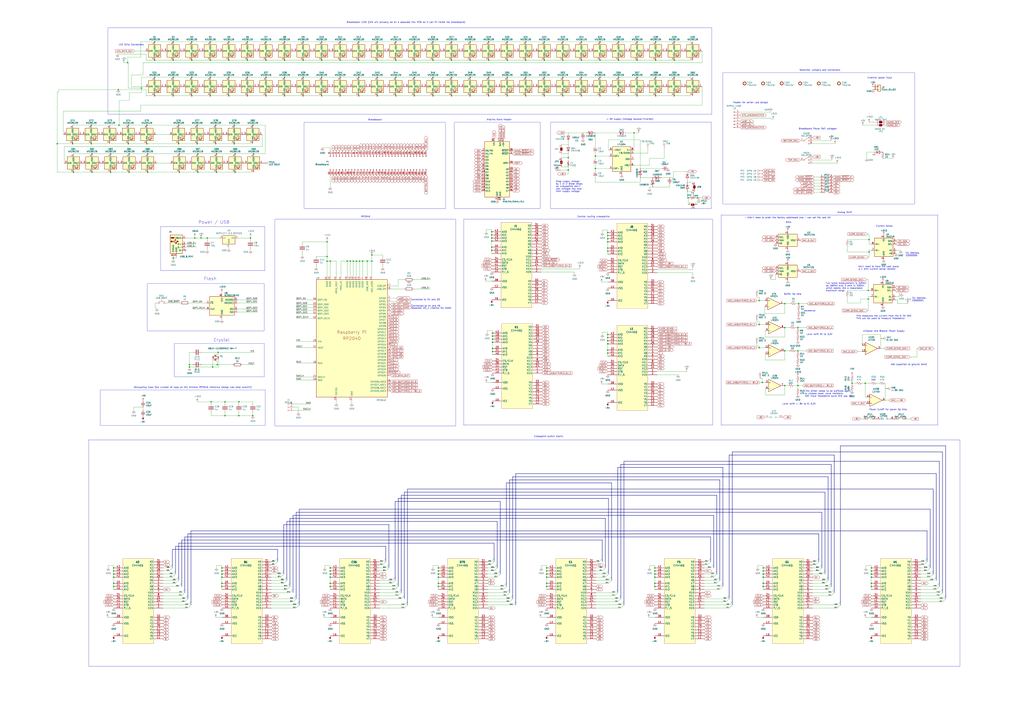
<source format=kicad_sch>
(kicad_sch (version 20221206) (generator eeschema)
  (paper "A1")
  (lib_symbols
    (symbol "+9V_1" (power) (pin_names (offset 0))
      (property "Value" "+9V_1" (at 0 3.556 0))
      (symbol "+9V_1_1_1"
        (pin power_in line (at 0 0 90) (length 0) hide (name "+9V") (number "1"))
      )
    )
    (symbol "+9V_10" (power) (pin_names (offset 0))
      (property "Value" "+9V_10" (at 0 3.556 0))
      (symbol "+9V_10_1_1"
        (pin power_in line (at 0 0 90) (length 0) hide (name "+9V") (number "1"))
      )
    )
    (symbol "+9V_11" (power) (pin_names (offset 0))
      (property "Value" "+9V_11" (at 0 3.556 0))
      (symbol "+9V_11_1_1"
        (pin power_in line (at 0 0 90) (length 0) hide (name "+9V") (number "1"))
      )
    )
    (symbol "+9V_12" (power) (pin_names (offset 0))
      (property "Value" "+9V_12" (at 0 3.556 0))
      (symbol "+9V_12_1_1"
        (pin power_in line (at 0 0 90) (length 0) hide (name "+9V") (number "1"))
      )
    )
    (symbol "+9V_2" (power) (pin_names (offset 0))
      (property "Value" "+9V_2" (at 0 3.556 0))
      (symbol "+9V_2_1_1"
        (pin power_in line (at 0 0 90) (length 0) hide (name "+9V") (number "1"))
      )
    )
    (symbol "+9V_3" (power) (pin_names (offset 0))
      (property "Value" "+9V_3" (at 0 3.556 0))
      (symbol "+9V_3_1_1"
        (pin power_in line (at 0 0 90) (length 0) hide (name "+9V") (number "1"))
      )
    )
    (symbol "+9V_4" (power) (pin_names (offset 0))
      (property "Value" "+9V_4" (at 0 3.556 0))
      (symbol "+9V_4_1_1"
        (pin power_in line (at 0 0 90) (length 0) hide (name "+9V") (number "1"))
      )
    )
    (symbol "+9V_5" (power) (pin_names (offset 0))
      (property "Value" "+9V_5" (at 0 3.556 0))
      (symbol "+9V_5_1_1"
        (pin power_in line (at 0 0 90) (length 0) hide (name "+9V") (number "1"))
      )
    )
    (symbol "+9V_6" (power) (pin_names (offset 0))
      (property "Value" "+9V_6" (at 0 3.556 0))
      (symbol "+9V_6_1_1"
        (pin power_in line (at 0 0 90) (length 0) hide (name "+9V") (number "1"))
      )
    )
    (symbol "+9V_7" (power) (pin_names (offset 0))
      (property "Value" "+9V_7" (at 0 3.556 0))
      (symbol "+9V_7_1_1"
        (pin power_in line (at 0 0 90) (length 0) hide (name "+9V") (number "1"))
      )
    )
    (symbol "+9V_8" (power) (pin_names (offset 0))
      (property "Value" "+9V_8" (at 0 3.556 0))
      (symbol "+9V_8_1_1"
        (pin power_in line (at 0 0 90) (length 0) hide (name "+9V") (number "1"))
      )
    )
    (symbol "+9V_9" (power) (pin_names (offset 0))
      (property "Value" "+9V_9" (at 0 3.556 0))
      (symbol "+9V_9_1_1"
        (pin power_in line (at 0 0 90) (length 0) hide (name "+9V") (number "1"))
      )
    )
    (symbol "-9V_1" (power) (pin_names (offset 0))
      (property "Value" "-9V_1" (at 0 3.81 0))
      (symbol "-9V_1_1_1"
        (pin power_in line (at 0 0 90) (length 0) hide (name "-9V") (number "1"))
      )
    )
    (symbol "-9V_10" (power) (pin_names (offset 0))
      (property "Value" "-9V_10" (at 0 3.81 0))
      (symbol "-9V_10_1_1"
        (pin power_in line (at 0 0 90) (length 0) hide (name "-9V") (number "1"))
      )
    )
    (symbol "-9V_11" (power) (pin_names (offset 0))
      (property "Value" "-9V_11" (at 0 3.81 0))
      (symbol "-9V_11_1_1"
        (pin power_in line (at 0 0 90) (length 0) hide (name "-9V") (number "1"))
      )
    )
    (symbol "-9V_12" (power) (pin_names (offset 0))
      (property "Value" "-9V_12" (at 0 3.81 0))
      (symbol "-9V_12_1_1"
        (pin power_in line (at 0 0 90) (length 0) hide (name "-9V") (number "1"))
      )
    )
    (symbol "-9V_2" (power) (pin_names (offset 0))
      (property "Value" "-9V_2" (at 0 3.81 0))
      (symbol "-9V_2_1_1"
        (pin power_in line (at 0 0 90) (length 0) hide (name "-9V") (number "1"))
      )
    )
    (symbol "-9V_3" (power) (pin_names (offset 0))
      (property "Value" "-9V_3" (at 0 3.81 0))
      (symbol "-9V_3_1_1"
        (pin power_in line (at 0 0 90) (length 0) hide (name "-9V") (number "1"))
      )
    )
    (symbol "-9V_4" (power) (pin_names (offset 0))
      (property "Value" "-9V_4" (at 0 3.81 0))
      (symbol "-9V_4_1_1"
        (pin power_in line (at 0 0 90) (length 0) hide (name "-9V") (number "1"))
      )
    )
    (symbol "-9V_5" (power) (pin_names (offset 0))
      (property "Value" "-9V_5" (at 0 3.81 0))
      (symbol "-9V_5_1_1"
        (pin power_in line (at 0 0 90) (length 0) hide (name "-9V") (number "1"))
      )
    )
    (symbol "-9V_6" (power) (pin_names (offset 0))
      (property "Value" "-9V_6" (at 0 3.81 0))
      (symbol "-9V_6_1_1"
        (pin power_in line (at 0 0 90) (length 0) hide (name "-9V") (number "1"))
      )
    )
    (symbol "-9V_7" (power) (pin_names (offset 0))
      (property "Value" "-9V_7" (at 0 3.81 0))
      (symbol "-9V_7_1_1"
        (pin power_in line (at 0 0 90) (length 0) hide (name "-9V") (number "1"))
      )
    )
    (symbol "-9V_8" (power) (pin_names (offset 0))
      (property "Value" "-9V_8" (at 0 3.81 0))
      (symbol "-9V_8_1_1"
        (pin power_in line (at 0 0 90) (length 0) hide (name "-9V") (number "1"))
      )
    )
    (symbol "-9V_9" (power) (pin_names (offset 0))
      (property "Value" "-9V_9" (at 0 3.81 0))
      (symbol "-9V_9_1_1"
        (pin power_in line (at 0 0 90) (length 0) hide (name "-9V") (number "1"))
      )
    )
    (symbol "Amplifier_Operational:L272D" (pin_names (offset 0.127))
      (property "Reference" "U" (at 0 5.08 0))
      (property "Value" "L272D" (at 0 -5.08 0))
      (symbol "L272D_1_1"
        (pin no_connect line (at -2.54 -2.54 90) (length 2.54) hide (name "NC") (number "1"))
        (pin input line (at -7.62 2.54 0) (length 2.54) (name "+") (number "13"))
        (pin input line (at -7.62 -2.54 0) (length 2.54) (name "-") (number "14"))
        (pin no_connect line (at 0 -2.54 90) (length 2.54) hide (name "NC") (number "2"))
        (pin output line (at 7.62 0 180) (length 2.54) (name "~") (number "3"))
        (pin no_connect line (at -2.54 2.54 90) (length 2.54) hide (name "NC") (number "7"))
        (pin no_connect line (at 0 2.54 90) (length 2.54) hide (name "NC") (number "8"))
      )
      (symbol "L272D_2_1"
        (pin no_connect line (at 0 -2.54 270) (length 2.54) hide (name "NC") (number "10"))
        (pin input line (at -7.62 -2.54 0) (length 2.54) (name "-") (number "11"))
        (pin input line (at -7.62 2.54 0) (length 2.54) (name "+") (number "12"))
        (pin no_connect line (at -2.54 2.54 270) (length 2.54) hide (name "NC") (number "15"))
        (pin no_connect line (at 0 2.54 270) (length 2.54) hide (name "NC") (number "16"))
        (pin output line (at 7.62 0 180) (length 2.54) (name "~") (number "5"))
        (pin no_connect line (at -2.54 -2.54 270) (length 2.54) hide (name "NC") (number "9"))
      )
      (symbol "L272D_3_1"
        (pin power_in line (at -2.54 7.62 270) (length 3.81) (name "V+") (number "4"))
        (pin power_in line (at -2.54 -7.62 90) (length 3.81) (name "V-") (number "6"))
      )
    )
    (symbol "Amplifier_Operational:LM324" (pin_names (offset 0.127))
      (property "Reference" "U" (at 0 5.08 0))
      (property "Value" "LM324" (at 0 -5.08 0))
      (symbol "LM324_1_1"
        (pin output line (at 7.62 0 180) (length 2.54) (name "~") (number "1"))
        (pin input line (at -7.62 -2.54 0) (length 2.54) (name "-") (number "2"))
        (pin input line (at -7.62 2.54 0) (length 2.54) (name "+") (number "3"))
      )
      (symbol "LM324_2_1"
        (pin input line (at -7.62 2.54 0) (length 2.54) (name "+") (number "5"))
        (pin input line (at -7.62 -2.54 0) (length 2.54) (name "-") (number "6"))
        (pin output line (at 7.62 0 180) (length 2.54) (name "~") (number "7"))
      )
      (symbol "LM324_3_1"
        (pin input line (at -7.62 2.54 0) (length 2.54) (name "+") (number "10"))
        (pin output line (at 7.62 0 180) (length 2.54) (name "~") (number "8"))
        (pin input line (at -7.62 -2.54 0) (length 2.54) (name "-") (number "9"))
      )
      (symbol "LM324_4_1"
        (pin input line (at -7.62 2.54 0) (length 2.54) (name "+") (number "12"))
        (pin input line (at -7.62 -2.54 0) (length 2.54) (name "-") (number "13"))
        (pin output line (at 7.62 0 180) (length 2.54) (name "~") (number "14"))
      )
      (symbol "LM324_5_1"
        (pin power_in line (at -2.54 -7.62 90) (length 3.81) (name "V-") (number "11"))
        (pin power_in line (at -2.54 7.62 270) (length 3.81) (name "V+") (number "4"))
      )
    )
    (symbol "Analog_DAC:MCP4725xxx-xCH"
      (property "Reference" "U" (at -6.35 6.35 0))
      (property "Value" "MCP4725xxx-xCH" (at 8.89 6.35 0))
      (symbol "MCP4725xxx-xCH_1_1"
        (pin output line (at 10.16 0 180) (length 2.54) (name "VOUT") (number "1"))
        (pin power_in line (at 0 -7.62 90) (length 2.54) (name "VSS") (number "2"))
        (pin power_in line (at 0 7.62 270) (length 2.54) (name "VDD") (number "3"))
        (pin bidirectional line (at -10.16 0 0) (length 2.54) (name "SDA") (number "4"))
        (pin input line (at -10.16 2.54 0) (length 2.54) (name "SCL") (number "5"))
        (pin input line (at -10.16 -2.54 0) (length 2.54) (name "A0") (number "6"))
      )
    )
    (symbol "Connector:Breadboard" (pin_names (offset 1.016) hide)
      (property "Reference" "J" (at 0 43.18 0))
      (property "Value" "Connector_Breadboard" (at 0 -43.18 0))
      (symbol "Breadboard_1_1"
        (pin passive line (at 5.08 40.64 180) (length 3.81) (name "Pin_0") (number "0"))
        (pin passive line (at 5.08 38.1 180) (length 3.81) (name "Pin_1") (number "1"))
        (pin passive line (at 5.08 15.24 180) (length 3.81) (name "Pin_10") (number "10"))
        (pin passive line (at 5.08 12.7 180) (length 3.81) (name "Pin_11") (number "11"))
        (pin passive line (at 5.08 10.16 180) (length 3.81) (name "Pin_12") (number "12"))
        (pin passive line (at 5.08 7.62 180) (length 3.81) (name "Pin_13") (number "13"))
        (pin passive line (at 5.08 5.08 180) (length 3.81) (name "Pin_14") (number "14"))
        (pin passive line (at 5.08 2.54 180) (length 3.81) (name "Pin_15") (number "15"))
        (pin passive line (at 5.08 0 180) (length 3.81) (name "Pin_16") (number "16"))
        (pin passive line (at 5.08 -2.54 180) (length 3.81) (name "Pin_17") (number "17"))
        (pin passive line (at 5.08 -5.08 180) (length 3.81) (name "Pin_18") (number "18"))
        (pin passive line (at 5.08 -7.62 180) (length 3.81) (name "Pin_19") (number "19"))
        (pin passive line (at 5.08 35.56 180) (length 3.81) (name "Pin_2") (number "2"))
        (pin passive line (at 5.08 -10.16 180) (length 3.81) (name "Pin_20") (number "20"))
        (pin passive line (at 5.08 -12.7 180) (length 3.81) (name "Pin_21") (number "21"))
        (pin passive line (at 5.08 -15.24 180) (length 3.81) (name "Pin_22") (number "22"))
        (pin passive line (at 5.08 -17.78 180) (length 3.81) (name "Pin_23") (number "23"))
        (pin passive line (at 5.08 -20.32 180) (length 3.81) (name "Pin_24") (number "24"))
        (pin passive line (at 5.08 -22.86 180) (length 3.81) (name "Pin_25") (number "25"))
        (pin passive line (at 5.08 -25.4 180) (length 3.81) (name "Pin_26") (number "26"))
        (pin passive line (at 5.08 -27.94 180) (length 3.81) (name "Pin_27") (number "27"))
        (pin passive line (at 5.08 -30.48 180) (length 3.81) (name "Pin_28") (number "28"))
        (pin passive line (at 5.08 -33.02 180) (length 3.81) (name "Pin_29") (number "29"))
        (pin passive line (at 5.08 33.02 180) (length 3.81) (name "Pin_3") (number "3"))
        (pin passive line (at 5.08 -35.56 180) (length 3.81) (name "Pin_30") (number "30"))
        (pin passive line (at 5.08 -38.1 180) (length 3.81) (name "Pin_31") (number "31"))
        (pin passive line (at -15.24 40.64 0) (length 3.81) (name "Pin_0") (number "32"))
        (pin passive line (at -15.24 38.1 0) (length 3.81) (name "Pin_1") (number "33"))
        (pin passive line (at -15.24 35.56 0) (length 3.81) (name "Pin_2") (number "34"))
        (pin passive line (at -15.24 33.02 0) (length 3.81) (name "Pin_3") (number "35"))
        (pin passive line (at -15.24 30.48 0) (length 3.81) (name "Pin_4") (number "36"))
        (pin passive line (at -15.24 27.94 0) (length 3.81) (name "Pin_5") (number "37"))
        (pin passive line (at -15.24 25.4 0) (length 3.81) (name "Pin_6") (number "38"))
        (pin passive line (at -15.24 22.86 0) (length 3.81) (name "Pin_7") (number "39"))
        (pin passive line (at 5.08 30.48 180) (length 3.81) (name "Pin_4") (number "4"))
        (pin passive line (at -15.24 20.32 0) (length 3.81) (name "Pin_8") (number "40"))
        (pin passive line (at -15.24 17.78 0) (length 3.81) (name "Pin_9") (number "41"))
        (pin passive line (at -15.24 15.24 0) (length 3.81) (name "Pin_10") (number "42"))
        (pin passive line (at -15.24 12.7 0) (length 3.81) (name "Pin_11") (number "43"))
        (pin passive line (at -15.24 10.16 0) (length 3.81) (name "Pin_12") (number "44"))
        (pin passive line (at -15.24 7.62 0) (length 3.81) (name "Pin_13") (number "45"))
        (pin passive line (at -15.24 5.08 0) (length 3.81) (name "Pin_14") (number "46"))
        (pin passive line (at -15.24 2.54 0) (length 3.81) (name "Pin_15") (number "47"))
        (pin passive line (at -15.24 0 0) (length 3.81) (name "Pin_16") (number "48"))
        (pin passive line (at -15.24 -2.54 0) (length 3.81) (name "Pin_17") (number "49"))
        (pin passive line (at 5.08 27.94 180) (length 3.81) (name "Pin_5") (number "5"))
        (pin passive line (at -15.24 -5.08 0) (length 3.81) (name "Pin_18") (number "50"))
        (pin passive line (at -15.24 -7.62 0) (length 3.81) (name "Pin_19") (number "51"))
        (pin passive line (at -15.24 -10.16 0) (length 3.81) (name "Pin_20") (number "52"))
        (pin passive line (at -15.24 -12.7 0) (length 3.81) (name "Pin_21") (number "53"))
        (pin passive line (at -15.24 -15.24 0) (length 3.81) (name "Pin_22") (number "54"))
        (pin passive line (at -15.24 -17.78 0) (length 3.81) (name "Pin_23") (number "55"))
        (pin passive line (at -15.24 -20.32 0) (length 3.81) (name "Pin_24") (number "56"))
        (pin passive line (at -15.24 -22.86 0) (length 3.81) (name "Pin_25") (number "57"))
        (pin passive line (at -15.24 -25.4 0) (length 3.81) (name "Pin_26") (number "58"))
        (pin passive line (at -15.24 -27.94 0) (length 3.81) (name "Pin_27") (number "59"))
        (pin passive line (at 5.08 25.4 180) (length 3.81) (name "Pin_6") (number "6"))
        (pin passive line (at -15.24 -30.48 0) (length 3.81) (name "Pin_28") (number "60"))
        (pin passive line (at -15.24 -33.02 0) (length 3.81) (name "Pin_29") (number "61"))
        (pin passive line (at -15.24 -35.56 0) (length 3.81) (name "Pin_30") (number "62"))
        (pin passive line (at -15.24 -38.1 0) (length 3.81) (name "Pin_31") (number "63"))
        (pin passive line (at 5.08 22.86 180) (length 3.81) (name "Pin_7") (number "7"))
        (pin passive line (at 5.08 20.32 180) (length 3.81) (name "Pin_8") (number "8"))
        (pin passive line (at 5.08 17.78 180) (length 3.81) (name "Pin_9") (number "9"))
      )
    )
    (symbol "Connector:Conn_01x03_Socket" (pin_names (offset 1.016) hide)
      (property "Reference" "J" (at 0 5.08 0))
      (property "Value" "Conn_01x03_Socket" (at 0 -5.08 0))
      (symbol "Conn_01x03_Socket_1_1"
        (pin passive line (at -5.08 2.54 0) (length 3.81) (name "Pin_1") (number "1"))
        (pin passive line (at -5.08 0 0) (length 3.81) (name "Pin_2") (number "2"))
        (pin passive line (at -5.08 -2.54 0) (length 3.81) (name "Pin_3") (number "3"))
      )
    )
    (symbol "Connector:TestPoint" (pin_numbers hide) (pin_names (offset 0.762) hide)
      (property "Reference" "TP" (at 0 6.858 0))
      (property "Value" "TestPoint" (at 0 5.08 0))
      (symbol "TestPoint_1_1"
        (pin passive line (at 0 0 90) (length 2.54) (name "1") (number "1"))
      )
    )
    (symbol "Connector:USB_B_Micro" (pin_names (offset 1.016))
      (property "Reference" "J" (at -5.08 11.43 0))
      (property "Value" "USB_B_Micro" (at -5.08 8.89 0))
      (symbol "USB_B_Micro_1_1"
        (pin power_out line (at 7.62 5.08 180) (length 2.54) (name "VBUS") (number "1"))
        (pin bidirectional line (at 7.62 -2.54 180) (length 2.54) (name "D-") (number "2"))
        (pin bidirectional line (at 7.62 0 180) (length 2.54) (name "D+") (number "3"))
        (pin passive line (at 7.62 -5.08 180) (length 2.54) (name "ID") (number "4"))
        (pin power_out line (at 0 -10.16 90) (length 2.54) (name "GND") (number "5"))
        (pin passive line (at -2.54 -10.16 90) (length 2.54) (name "Shield") (number "6"))
      )
    )
    (symbol "Connector_Generic:Conn_01x02" (pin_names (offset 1.016) hide)
      (property "Reference" "J" (at 0 2.54 0))
      (property "Value" "Conn_01x02" (at 0 -5.08 0))
      (symbol "Conn_01x02_1_1"
        (pin passive line (at -5.08 0 0) (length 3.81) (name "Pin_1") (number "1"))
        (pin passive line (at -5.08 -2.54 0) (length 3.81) (name "Pin_2") (number "2"))
      )
    )
    (symbol "Device:C" (pin_numbers hide) (pin_names (offset 0.254))
      (property "Reference" "C" (at 0.635 2.54 0))
      (property "Value" "C" (at 0.635 -2.54 0))
      (symbol "C_1_1"
        (pin passive line (at 0 3.81 270) (length 2.794) (name "~") (number "1"))
        (pin passive line (at 0 -3.81 90) (length 2.794) (name "~") (number "2"))
      )
    )
    (symbol "Device:CP1_Small" (pin_numbers hide) (pin_names (offset 0.254) hide)
      (property "Reference" "C" (at 0.254 1.778 0))
      (property "Value" "Device_CP1_Small" (at 0.254 -2.032 0))
      (symbol "CP1_Small_1_1"
        (pin passive line (at 0 2.54 270) (length 2.032) (name "~") (number "1"))
        (pin passive line (at 0 -2.54 90) (length 2.032) (name "~") (number "2"))
      )
    )
    (symbol "Device:C_Small" (pin_numbers hide) (pin_names (offset 0.254) hide)
      (property "Reference" "C" (at 0.254 1.778 0))
      (property "Value" "Device_C_Small" (at 0.254 -2.032 0))
      (symbol "C_Small_1_1"
        (pin passive line (at 0 2.54 270) (length 2.032) (name "~") (number "1"))
        (pin passive line (at 0 -2.54 90) (length 2.032) (name "~") (number "2"))
      )
    )
    (symbol "Device:Crystal_GND24_Small" (pin_names (offset 1.016) hide)
      (property "Reference" "Y" (at 1.27 4.445 0))
      (property "Value" "Crystal_GND24_Small" (at 1.27 2.54 0))
      (symbol "Crystal_GND24_Small_1_1"
        (pin passive line (at -2.54 0 0) (length 1.27) (name "1") (number "1"))
        (pin passive line (at 0 -2.54 90) (length 0.635) (name "2") (number "2"))
        (pin passive line (at 2.54 0 180) (length 1.27) (name "3") (number "3"))
        (pin passive line (at 0 2.54 270) (length 0.635) (name "4") (number "4"))
      )
    )
    (symbol "Device:LED" (pin_numbers hide) (pin_names (offset 1.016) hide)
      (property "Reference" "D" (at 0 2.54 0))
      (property "Value" "LED" (at 0 -2.54 0))
      (symbol "LED_1_1"
        (pin passive line (at -3.81 0 0) (length 2.54) (name "K") (number "1"))
        (pin passive line (at 3.81 0 180) (length 2.54) (name "A") (number "2"))
      )
    )
    (symbol "Device:Polyfuse_Small" (pin_numbers hide) (pin_names (offset 0))
      (property "Reference" "F" (at -1.905 0 90))
      (property "Value" "Polyfuse_Small" (at 1.905 0 90))
      (symbol "Polyfuse_Small_1_1"
        (pin passive line (at 0 2.54 270) (length 0.635) (name "~") (number "1"))
        (pin passive line (at 0 -2.54 90) (length 0.635) (name "~") (number "2"))
      )
    )
    (symbol "Device:R" (pin_numbers hide) (pin_names (offset 0))
      (property "Reference" "R" (at 2.032 0 90))
      (property "Value" "R" (at 0 0 90))
      (symbol "R_1_1"
        (pin passive line (at 0 3.81 270) (length 1.27) (name "~") (number "1"))
        (pin passive line (at 0 -3.81 90) (length 1.27) (name "~") (number "2"))
      )
    )
    (symbol "Device:R_Small_US" (pin_numbers hide) (pin_names (offset 0.254) hide)
      (property "Reference" "R" (at 0.762 0.508 0))
      (property "Value" "Device_R_Small_US" (at 0.762 -1.016 0))
      (symbol "R_Small_US_1_1"
        (pin passive line (at 0 2.54 270) (length 1.016) (name "~") (number "1"))
        (pin passive line (at 0 -2.54 90) (length 1.016) (name "~") (number "2"))
      )
    )
    (symbol "Diode:1N4148W" (pin_numbers hide) (pin_names hide)
      (property "Reference" "D" (at 0 2.54 0))
      (property "Value" "1N4148W" (at 0 -2.54 0))
      (symbol "1N4148W_1_1"
        (pin passive line (at -3.81 0 0) (length 2.54) (name "K") (number "1"))
        (pin passive line (at 3.81 0 180) (length 2.54) (name "A") (number "2"))
      )
    )
    (symbol "Diode:1N5819" (pin_numbers hide) (pin_names (offset 1.016) hide)
      (property "Reference" "D" (at 0 2.54 0))
      (property "Value" "1N5819" (at 0 -2.54 0))
      (symbol "1N5819_1_1"
        (pin passive line (at -3.81 0 0) (length 2.54) (name "K") (number "1"))
        (pin passive line (at 3.81 0 180) (length 2.54) (name "A") (number "2"))
      )
    )
    (symbol "GND_10" (power) (pin_names (offset 0))
      (property "Value" "GND_10" (at 0 -3.81 0))
      (symbol "GND_10_1_1"
        (pin power_in line (at 0 0 270) (length 0) hide (name "GND") (number "1"))
      )
    )
    (symbol "GND_11" (power) (pin_names (offset 0))
      (property "Value" "GND_11" (at 0 -3.81 0))
      (symbol "GND_11_1_1"
        (pin power_in line (at 0 0 270) (length 0) hide (name "GND") (number "1"))
      )
    )
    (symbol "GND_12" (power) (pin_names (offset 0))
      (property "Value" "GND_12" (at 0 -3.81 0))
      (symbol "GND_12_1_1"
        (pin power_in line (at 0 0 270) (length 0) hide (name "GND") (number "1"))
      )
    )
    (symbol "GND_13" (power) (pin_names (offset 0))
      (property "Value" "GND_13" (at 0 -3.81 0))
      (symbol "GND_13_1_1"
        (pin power_in line (at 0 0 270) (length 0) hide (name "GND") (number "1"))
      )
    )
    (symbol "GND_14" (power) (pin_names (offset 0))
      (property "Value" "GND_14" (at 0 -3.81 0))
      (symbol "GND_14_1_1"
        (pin power_in line (at 0 0 270) (length 0) hide (name "GND") (number "1"))
      )
    )
    (symbol "GND_15" (power) (pin_names (offset 0))
      (property "Value" "GND_15" (at 0 -3.81 0))
      (symbol "GND_15_1_1"
        (pin power_in line (at 0 0 270) (length 0) hide (name "GND") (number "1"))
      )
    )
    (symbol "GND_16" (power) (pin_names (offset 0))
      (property "Value" "GND_16" (at 0 -3.81 0))
      (symbol "GND_16_1_1"
        (pin power_in line (at 0 0 270) (length 0) hide (name "GND") (number "1"))
      )
    )
    (symbol "GND_17" (power) (pin_names (offset 0))
      (property "Value" "GND_17" (at 0 -3.81 0))
      (symbol "GND_17_1_1"
        (pin power_in line (at 0 0 270) (length 0) hide (name "GND") (number "1"))
      )
    )
    (symbol "GND_18" (power) (pin_names (offset 0))
      (property "Value" "GND_18" (at 0 -3.81 0))
      (symbol "GND_18_1_1"
        (pin power_in line (at 0 0 270) (length 0) hide (name "GND") (number "1"))
      )
    )
    (symbol "GND_19" (power) (pin_names (offset 0))
      (property "Value" "GND_19" (at 0 -3.81 0))
      (symbol "GND_19_1_1"
        (pin power_in line (at 0 0 270) (length 0) hide (name "GND") (number "1"))
      )
    )
    (symbol "GND_20" (power) (pin_names (offset 0))
      (property "Value" "GND_20" (at 0 -3.81 0))
      (symbol "GND_20_1_1"
        (pin power_in line (at 0 0 270) (length 0) hide (name "GND") (number "1"))
      )
    )
    (symbol "GND_21" (power) (pin_names (offset 0))
      (property "Value" "GND_21" (at 0 -3.81 0))
      (symbol "GND_21_1_1"
        (pin power_in line (at 0 0 270) (length 0) hide (name "GND") (number "1"))
      )
    )
    (symbol "GND_22" (power) (pin_names (offset 0))
      (property "Value" "GND_22" (at 0 -3.81 0))
      (symbol "GND_22_1_1"
        (pin power_in line (at 0 0 270) (length 0) hide (name "GND") (number "1"))
      )
    )
    (symbol "GND_23" (power) (pin_names (offset 0))
      (property "Value" "GND_23" (at 0 -3.81 0))
      (symbol "GND_23_1_1"
        (pin power_in line (at 0 0 270) (length 0) hide (name "GND") (number "1"))
      )
    )
    (symbol "GND_24" (power) (pin_names (offset 0))
      (property "Value" "GND_24" (at 0 -3.81 0))
      (symbol "GND_24_1_1"
        (pin power_in line (at 0 0 270) (length 0) hide (name "GND") (number "1"))
      )
    )
    (symbol "GND_25" (power) (pin_names (offset 0))
      (property "Value" "GND_25" (at 0 -3.81 0))
      (symbol "GND_25_1_1"
        (pin power_in line (at 0 0 270) (length 0) hide (name "GND") (number "1"))
      )
    )
    (symbol "GND_26" (power) (pin_names (offset 0))
      (property "Value" "GND_26" (at 0 -3.81 0))
      (symbol "GND_26_1_1"
        (pin power_in line (at 0 0 270) (length 0) hide (name "GND") (number "1"))
      )
    )
    (symbol "GND_27" (power) (pin_names (offset 0))
      (property "Value" "GND_27" (at 0 -3.81 0))
      (symbol "GND_27_1_1"
        (pin power_in line (at 0 0 270) (length 0) hide (name "GND") (number "1"))
      )
    )
    (symbol "GND_28" (power) (pin_names (offset 0))
      (property "Value" "GND_28" (at 0 -3.81 0))
      (symbol "GND_28_1_1"
        (pin power_in line (at 0 0 270) (length 0) hide (name "GND") (number "1"))
      )
    )
    (symbol "GND_29" (power) (pin_names (offset 0))
      (property "Value" "GND_29" (at 0 -3.81 0))
      (symbol "GND_29_1_1"
        (pin power_in line (at 0 0 270) (length 0) hide (name "GND") (number "1"))
      )
    )
    (symbol "GND_3" (power) (pin_names (offset 0))
      (property "Value" "GND_3" (at 0 -3.81 0))
      (symbol "GND_3_1_1"
        (pin power_in line (at 0 0 270) (length 0) hide (name "GND") (number "1"))
      )
    )
    (symbol "GND_30" (power) (pin_names (offset 0))
      (property "Value" "GND_30" (at 0 -3.81 0))
      (symbol "GND_30_1_1"
        (pin power_in line (at 0 0 270) (length 0) hide (name "GND") (number "1"))
      )
    )
    (symbol "GND_31" (power) (pin_names (offset 0))
      (property "Value" "GND_31" (at 0 -3.81 0))
      (symbol "GND_31_1_1"
        (pin power_in line (at 0 0 270) (length 0) hide (name "GND") (number "1"))
      )
    )
    (symbol "GND_32" (power) (pin_names (offset 0))
      (property "Value" "GND_32" (at 0 -3.81 0))
      (symbol "GND_32_1_1"
        (pin power_in line (at 0 0 270) (length 0) hide (name "GND") (number "1"))
      )
    )
    (symbol "GND_33" (power) (pin_names (offset 0))
      (property "Value" "GND_33" (at 0 -3.81 0))
      (symbol "GND_33_1_1"
        (pin power_in line (at 0 0 270) (length 0) hide (name "GND") (number "1"))
      )
    )
    (symbol "GND_34" (power) (pin_names (offset 0))
      (property "Value" "GND_34" (at 0 -3.81 0))
      (symbol "GND_34_1_1"
        (pin power_in line (at 0 0 270) (length 0) hide (name "GND") (number "1"))
      )
    )
    (symbol "GND_35" (power) (pin_names (offset 0))
      (property "Value" "GND_35" (at 0 -3.81 0))
      (symbol "GND_35_1_1"
        (pin power_in line (at 0 0 270) (length 0) hide (name "GND") (number "1"))
      )
    )
    (symbol "GND_36" (power) (pin_names (offset 0))
      (property "Value" "GND_36" (at 0 -3.81 0))
      (symbol "GND_36_1_1"
        (pin power_in line (at 0 0 270) (length 0) hide (name "GND") (number "1"))
      )
    )
    (symbol "GND_37" (power) (pin_names (offset 0))
      (property "Value" "GND_37" (at 0 -3.81 0))
      (symbol "GND_37_1_1"
        (pin power_in line (at 0 0 270) (length 0) hide (name "GND") (number "1"))
      )
    )
    (symbol "GND_38" (power) (pin_names (offset 0))
      (property "Value" "GND_38" (at 0 -3.81 0))
      (symbol "GND_38_1_1"
        (pin power_in line (at 0 0 270) (length 0) hide (name "GND") (number "1"))
      )
    )
    (symbol "GND_39" (power) (pin_names (offset 0))
      (property "Value" "GND_39" (at 0 -3.81 0))
      (symbol "GND_39_1_1"
        (pin power_in line (at 0 0 270) (length 0) hide (name "GND") (number "1"))
      )
    )
    (symbol "GND_4" (power) (pin_names (offset 0))
      (property "Value" "GND_4" (at 0 -3.81 0))
      (symbol "GND_4_1_1"
        (pin power_in line (at 0 0 270) (length 0) hide (name "GND") (number "1"))
      )
    )
    (symbol "GND_40" (power) (pin_names (offset 0))
      (property "Value" "GND_40" (at 0 -3.81 0))
      (symbol "GND_40_1_1"
        (pin power_in line (at 0 0 270) (length 0) hide (name "GND") (number "1"))
      )
    )
    (symbol "GND_41" (power) (pin_names (offset 0))
      (property "Value" "GND_41" (at 0 -3.81 0))
      (symbol "GND_41_1_1"
        (pin power_in line (at 0 0 270) (length 0) hide (name "GND") (number "1"))
      )
    )
    (symbol "GND_42" (power) (pin_names (offset 0))
      (property "Value" "GND_42" (at 0 -3.81 0))
      (symbol "GND_42_1_1"
        (pin power_in line (at 0 0 270) (length 0) hide (name "GND") (number "1"))
      )
    )
    (symbol "GND_43" (power) (pin_names (offset 0))
      (property "Value" "GND_43" (at 0 -3.81 0))
      (symbol "GND_43_1_1"
        (pin power_in line (at 0 0 270) (length 0) hide (name "GND") (number "1"))
      )
    )
    (symbol "GND_44" (power) (pin_names (offset 0))
      (property "Value" "GND_44" (at 0 -3.81 0))
      (symbol "GND_44_1_1"
        (pin power_in line (at 0 0 270) (length 0) hide (name "GND") (number "1"))
      )
    )
    (symbol "GND_45" (power) (pin_names (offset 0))
      (property "Value" "GND_45" (at 0 -3.81 0))
      (symbol "GND_45_1_1"
        (pin power_in line (at 0 0 270) (length 0) hide (name "GND") (number "1"))
      )
    )
    (symbol "GND_46" (power) (pin_names (offset 0))
      (property "Value" "GND_46" (at 0 -3.81 0))
      (symbol "GND_46_1_1"
        (pin power_in line (at 0 0 270) (length 0) hide (name "GND") (number "1"))
      )
    )
    (symbol "GND_47" (power) (pin_names (offset 0))
      (property "Value" "GND_47" (at 0 -3.81 0))
      (symbol "GND_47_1_1"
        (pin power_in line (at 0 0 270) (length 0) hide (name "GND") (number "1"))
      )
    )
    (symbol "GND_48" (power) (pin_names (offset 0))
      (property "Value" "GND_48" (at 0 -3.81 0))
      (symbol "GND_48_1_1"
        (pin power_in line (at 0 0 270) (length 0) hide (name "GND") (number "1"))
      )
    )
    (symbol "GND_49" (power) (pin_names (offset 0))
      (property "Value" "GND_49" (at 0 -3.81 0))
      (symbol "GND_49_1_1"
        (pin power_in line (at 0 0 270) (length 0) hide (name "GND") (number "1"))
      )
    )
    (symbol "GND_5" (power) (pin_names (offset 0))
      (property "Value" "GND_5" (at 0 -3.81 0))
      (symbol "GND_5_1_1"
        (pin power_in line (at 0 0 270) (length 0) hide (name "GND") (number "1"))
      )
    )
    (symbol "GND_50" (power) (pin_names (offset 0))
      (property "Value" "GND_50" (at 0 -3.81 0))
      (symbol "GND_50_1_1"
        (pin power_in line (at 0 0 270) (length 0) hide (name "GND") (number "1"))
      )
    )
    (symbol "GND_51" (power) (pin_names (offset 0))
      (property "Value" "GND_51" (at 0 -3.81 0))
      (symbol "GND_51_1_1"
        (pin power_in line (at 0 0 270) (length 0) hide (name "GND") (number "1"))
      )
    )
    (symbol "GND_52" (power) (pin_names (offset 0))
      (property "Value" "GND_52" (at 0 -3.81 0))
      (symbol "GND_52_1_1"
        (pin power_in line (at 0 0 270) (length 0) hide (name "GND") (number "1"))
      )
    )
    (symbol "GND_53" (power) (pin_names (offset 0))
      (property "Value" "GND_53" (at 0 -3.81 0))
      (symbol "GND_53_1_1"
        (pin power_in line (at 0 0 270) (length 0) hide (name "GND") (number "1"))
      )
    )
    (symbol "GND_54" (power) (pin_names (offset 0))
      (property "Value" "GND_54" (at 0 -3.81 0))
      (symbol "GND_54_1_1"
        (pin power_in line (at 0 0 270) (length 0) hide (name "GND") (number "1"))
      )
    )
    (symbol "GND_55" (power) (pin_names (offset 0))
      (property "Value" "GND_55" (at 0 -3.81 0))
      (symbol "GND_55_1_1"
        (pin power_in line (at 0 0 270) (length 0) hide (name "GND") (number "1"))
      )
    )
    (symbol "GND_56" (power) (pin_names (offset 0))
      (property "Value" "GND_56" (at 0 -3.81 0))
      (symbol "GND_56_1_1"
        (pin power_in line (at 0 0 270) (length 0) hide (name "GND") (number "1"))
      )
    )
    (symbol "GND_57" (power) (pin_names (offset 0))
      (property "Value" "GND_57" (at 0 -3.81 0))
      (symbol "GND_57_1_1"
        (pin power_in line (at 0 0 270) (length 0) hide (name "GND") (number "1"))
      )
    )
    (symbol "GND_58" (power) (pin_names (offset 0))
      (property "Value" "GND_58" (at 0 -3.81 0))
      (symbol "GND_58_1_1"
        (pin power_in line (at 0 0 270) (length 0) hide (name "GND") (number "1"))
      )
    )
    (symbol "GND_59" (power) (pin_names (offset 0))
      (property "Value" "GND_59" (at 0 -3.81 0))
      (symbol "GND_59_1_1"
        (pin power_in line (at 0 0 270) (length 0) hide (name "GND") (number "1"))
      )
    )
    (symbol "GND_6" (power) (pin_names (offset 0))
      (property "Value" "GND_6" (at 0 -3.81 0))
      (symbol "GND_6_1_1"
        (pin power_in line (at 0 0 270) (length 0) hide (name "GND") (number "1"))
      )
    )
    (symbol "GND_60" (power) (pin_names (offset 0))
      (property "Value" "GND_60" (at 0 -3.81 0))
      (symbol "GND_60_1_1"
        (pin power_in line (at 0 0 270) (length 0) hide (name "GND") (number "1"))
      )
    )
    (symbol "GND_61" (power) (pin_names (offset 0))
      (property "Value" "GND_61" (at 0 -3.81 0))
      (symbol "GND_61_1_1"
        (pin power_in line (at 0 0 270) (length 0) hide (name "GND") (number "1"))
      )
    )
    (symbol "GND_62" (power) (pin_names (offset 0))
      (property "Value" "GND_62" (at 0 -3.81 0))
      (symbol "GND_62_1_1"
        (pin power_in line (at 0 0 270) (length 0) hide (name "GND") (number "1"))
      )
    )
    (symbol "GND_63" (power) (pin_names (offset 0))
      (property "Value" "GND_63" (at 0 -3.81 0))
      (symbol "GND_63_1_1"
        (pin power_in line (at 0 0 270) (length 0) hide (name "GND") (number "1"))
      )
    )
    (symbol "GND_64" (power) (pin_names (offset 0))
      (property "Value" "GND_64" (at 0 -3.81 0))
      (symbol "GND_64_1_1"
        (pin power_in line (at 0 0 270) (length 0) hide (name "GND") (number "1"))
      )
    )
    (symbol "GND_65" (power) (pin_names (offset 0))
      (property "Value" "GND_65" (at 0 -3.81 0))
      (symbol "GND_65_1_1"
        (pin power_in line (at 0 0 270) (length 0) hide (name "GND") (number "1"))
      )
    )
    (symbol "GND_66" (power) (pin_names (offset 0))
      (property "Value" "GND_66" (at 0 -3.81 0))
      (symbol "GND_66_1_1"
        (pin power_in line (at 0 0 270) (length 0) hide (name "GND") (number "1"))
      )
    )
    (symbol "GND_67" (power) (pin_names (offset 0))
      (property "Value" "GND_67" (at 0 -3.81 0))
      (symbol "GND_67_1_1"
        (pin power_in line (at 0 0 270) (length 0) hide (name "GND") (number "1"))
      )
    )
    (symbol "GND_68" (power) (pin_names (offset 0))
      (property "Value" "GND_68" (at 0 -3.81 0))
      (symbol "GND_68_1_1"
        (pin power_in line (at 0 0 270) (length 0) hide (name "GND") (number "1"))
      )
    )
    (symbol "GND_69" (power) (pin_names (offset 0))
      (property "Value" "GND_69" (at 0 -3.81 0))
      (symbol "GND_69_1_1"
        (pin power_in line (at 0 0 270) (length 0) hide (name "GND") (number "1"))
      )
    )
    (symbol "GND_7" (power) (pin_names (offset 0))
      (property "Value" "GND_7" (at 0 -3.81 0))
      (symbol "GND_7_1_1"
        (pin power_in line (at 0 0 270) (length 0) hide (name "GND") (number "1"))
      )
    )
    (symbol "GND_70" (power) (pin_names (offset 0))
      (property "Value" "GND_70" (at 0 -3.81 0))
      (symbol "GND_70_1_1"
        (pin power_in line (at 0 0 270) (length 0) hide (name "GND") (number "1"))
      )
    )
    (symbol "GND_71" (power) (pin_names (offset 0))
      (property "Value" "GND_71" (at 0 -3.81 0))
      (symbol "GND_71_1_1"
        (pin power_in line (at 0 0 270) (length 0) hide (name "GND") (number "1"))
      )
    )
    (symbol "GND_72" (power) (pin_names (offset 0))
      (property "Value" "GND_72" (at 0 -3.81 0))
      (symbol "GND_72_1_1"
        (pin power_in line (at 0 0 270) (length 0) hide (name "GND") (number "1"))
      )
    )
    (symbol "GND_73" (power) (pin_names (offset 0))
      (property "Value" "GND_73" (at 0 -3.81 0))
      (symbol "GND_73_1_1"
        (pin power_in line (at 0 0 270) (length 0) hide (name "GND") (number "1"))
      )
    )
    (symbol "GND_74" (power) (pin_names (offset 0))
      (property "Value" "GND_74" (at 0 -3.81 0))
      (symbol "GND_74_1_1"
        (pin power_in line (at 0 0 270) (length 0) hide (name "GND") (number "1"))
      )
    )
    (symbol "GND_75" (power) (pin_names (offset 0))
      (property "Value" "GND_75" (at 0 -3.81 0))
      (symbol "GND_75_1_1"
        (pin power_in line (at 0 0 270) (length 0) hide (name "GND") (number "1"))
      )
    )
    (symbol "GND_76" (power) (pin_names (offset 0))
      (property "Value" "GND_76" (at 0 -3.81 0))
      (symbol "GND_76_1_1"
        (pin power_in line (at 0 0 270) (length 0) hide (name "GND") (number "1"))
      )
    )
    (symbol "GND_77" (power) (pin_names (offset 0))
      (property "Value" "GND_77" (at 0 -3.81 0))
      (symbol "GND_77_1_1"
        (pin power_in line (at 0 0 270) (length 0) hide (name "GND") (number "1"))
      )
    )
    (symbol "GND_78" (power) (pin_names (offset 0))
      (property "Value" "GND_78" (at 0 -3.81 0))
      (symbol "GND_78_1_1"
        (pin power_in line (at 0 0 270) (length 0) hide (name "GND") (number "1"))
      )
    )
    (symbol "GND_79" (power) (pin_names (offset 0))
      (property "Value" "GND_79" (at 0 -3.81 0))
      (symbol "GND_79_1_1"
        (pin power_in line (at 0 0 270) (length 0) hide (name "GND") (number "1"))
      )
    )
    (symbol "GND_8" (power) (pin_names (offset 0))
      (property "Value" "GND_8" (at 0 -3.81 0))
      (symbol "GND_8_1_1"
        (pin power_in line (at 0 0 270) (length 0) hide (name "GND") (number "1"))
      )
    )
    (symbol "GND_80" (power) (pin_names (offset 0))
      (property "Value" "GND_80" (at 0 -3.81 0))
      (symbol "GND_80_1_1"
        (pin power_in line (at 0 0 270) (length 0) hide (name "GND") (number "1"))
      )
    )
    (symbol "GND_9" (power) (pin_names (offset 0))
      (property "Value" "GND_9" (at 0 -3.81 0))
      (symbol "GND_9_1_1"
        (pin power_in line (at 0 0 270) (length 0) hide (name "GND") (number "1"))
      )
    )
    (symbol "Jumper:Jumper_2_Bridged" (pin_names (offset 0) hide)
      (property "Reference" "JP" (at 0 1.905 0))
      (property "Value" "Jumper_2_Bridged" (at 0 -2.54 0))
      (symbol "Jumper_2_Bridged_1_1"
        (pin passive line (at -5.08 0 0) (length 2.54) (name "A") (number "1"))
        (pin passive line (at 5.08 0 180) (length 2.54) (name "B") (number "2"))
      )
    )
    (symbol "Jumper:SolderJumper_2_Bridged" (pin_names (offset 0) hide)
      (property "Reference" "JP" (at 0 2.032 0))
      (property "Value" "SolderJumper_2_Bridged" (at 0 -2.54 0))
      (symbol "SolderJumper_2_Bridged_1_1"
        (pin passive line (at -3.81 0 0) (length 2.54) (name "A") (number "1"))
        (pin passive line (at 3.81 0 180) (length 2.54) (name "B") (number "2"))
      )
    )
    (symbol "Jumper:SolderJumper_2_Open" (pin_names (offset 0) hide)
      (property "Reference" "JP" (at 0 2.032 0))
      (property "Value" "SolderJumper_2_Open" (at 0 -2.54 0))
      (symbol "SolderJumper_2_Open_1_1"
        (pin passive line (at -3.81 0 0) (length 2.54) (name "A") (number "1"))
        (pin passive line (at 3.81 0 180) (length 2.54) (name "B") (number "2"))
      )
    )
    (symbol "JumperlessSymbols:1N4148W" (pin_numbers hide) (pin_names hide)
      (property "Reference" "D" (at 0 2.54 0))
      (property "Value" "1N4148W" (at 0 -2.54 0))
      (symbol "1N4148W_1_1"
        (pin passive line (at -3.81 0 0) (length 2.54) (name "K") (number "1"))
        (pin passive line (at 3.81 0 180) (length 2.54) (name "A") (number "2"))
      )
    )
    (symbol "JumperlessSymbols:1N5819" (pin_numbers hide) (pin_names (offset 1.016) hide)
      (property "Reference" "D" (at 0 2.54 0))
      (property "Value" "1N5819" (at 0 -2.54 0))
      (symbol "1N5819_1_1"
        (pin passive line (at -3.81 0 0) (length 2.54) (name "K") (number "1"))
        (pin passive line (at 3.81 0 180) (length 2.54) (name "A") (number "2"))
      )
    )
    (symbol "JumperlessSymbols:Arduino_Nano_v3.x"
      (property "Reference" "A" (at -10.16 23.495 0))
      (property "Value" "Arduino_Nano_v3.x" (at 5.08 -24.13 0))
      (symbol "Arduino_Nano_v3.x_1_1"
        (pin bidirectional line (at -12.7 12.7 0) (length 2.54) (name "D1/TX") (number "1"))
        (pin bidirectional line (at -12.7 -2.54 0) (length 2.54) (name "D7") (number "10"))
        (pin bidirectional line (at -12.7 -5.08 0) (length 2.54) (name "D8") (number "11"))
        (pin bidirectional line (at -12.7 -7.62 0) (length 2.54) (name "D9") (number "12"))
        (pin bidirectional line (at -12.7 -10.16 0) (length 2.54) (name "D10") (number "13"))
        (pin bidirectional line (at -12.7 -12.7 0) (length 2.54) (name "D11") (number "14"))
        (pin bidirectional line (at -12.7 -15.24 0) (length 2.54) (name "D12") (number "15"))
        (pin bidirectional line (at -12.7 -17.78 0) (length 2.54) (name "D13") (number "16"))
        (pin power_out line (at 2.54 25.4 270) (length 2.54) (name "3V3") (number "17"))
        (pin input line (at 12.7 5.08 180) (length 2.54) (name "AREF") (number "18"))
        (pin bidirectional line (at 12.7 0 180) (length 2.54) (name "A0") (number "19"))
        (pin bidirectional line (at -12.7 15.24 0) (length 2.54) (name "D0/RX") (number "2"))
        (pin bidirectional line (at 12.7 -2.54 180) (length 2.54) (name "A1") (number "20"))
        (pin bidirectional line (at 12.7 -5.08 180) (length 2.54) (name "A2") (number "21"))
        (pin bidirectional line (at 12.7 -7.62 180) (length 2.54) (name "A3") (number "22"))
        (pin bidirectional line (at 12.7 -10.16 180) (length 2.54) (name "A4") (number "23"))
        (pin bidirectional line (at 12.7 -12.7 180) (length 2.54) (name "A5") (number "24"))
        (pin bidirectional line (at 12.7 -15.24 180) (length 2.54) (name "A6") (number "25"))
        (pin bidirectional line (at 12.7 -17.78 180) (length 2.54) (name "A7") (number "26"))
        (pin power_out line (at 5.08 25.4 270) (length 2.54) (name "+5V") (number "27"))
        (pin input line (at 12.7 15.24 180) (length 2.54) (name "~{RESET}") (number "28"))
        (pin power_in line (at 2.54 -25.4 90) (length 2.54) (name "GND") (number "29"))
        (pin input line (at 12.7 12.7 180) (length 2.54) (name "~{RESET}") (number "3"))
        (pin power_in line (at -2.54 25.4 270) (length 2.54) (name "VIN") (number "30"))
        (pin power_in line (at 0 -25.4 90) (length 2.54) (name "GND") (number "4"))
        (pin bidirectional line (at -12.7 10.16 0) (length 2.54) (name "D2") (number "5"))
        (pin bidirectional line (at -12.7 7.62 0) (length 2.54) (name "D3") (number "6"))
        (pin bidirectional line (at -12.7 5.08 0) (length 2.54) (name "D4") (number "7"))
        (pin bidirectional line (at -12.7 2.54 0) (length 2.54) (name "D5") (number "8"))
        (pin bidirectional line (at -12.7 0 0) (length 2.54) (name "D6") (number "9"))
      )
    )
    (symbol "JumperlessSymbols:Breadboard" (pin_names (offset 1.016) hide)
      (property "Reference" "J" (at 0 43.18 0))
      (property "Value" "Connector_Breadboard" (at 0 -43.18 0))
      (symbol "Breadboard_1_1"
        (pin passive line (at 5.08 40.64 180) (length 3.81) (name "Pin_0") (number "0"))
        (pin passive line (at 5.08 38.1 180) (length 3.81) (name "Pin_1") (number "1"))
        (pin passive line (at 5.08 15.24 180) (length 3.81) (name "Pin_10") (number "10"))
        (pin passive line (at 5.08 12.7 180) (length 3.81) (name "Pin_11") (number "11"))
        (pin passive line (at 5.08 10.16 180) (length 3.81) (name "Pin_12") (number "12"))
        (pin passive line (at 5.08 7.62 180) (length 3.81) (name "Pin_13") (number "13"))
        (pin passive line (at 5.08 5.08 180) (length 3.81) (name "Pin_14") (number "14"))
        (pin passive line (at 5.08 2.54 180) (length 3.81) (name "Pin_15") (number "15"))
        (pin passive line (at 5.08 0 180) (length 3.81) (name "Pin_16") (number "16"))
        (pin passive line (at 5.08 -2.54 180) (length 3.81) (name "Pin_17") (number "17"))
        (pin passive line (at 5.08 -5.08 180) (length 3.81) (name "Pin_18") (number "18"))
        (pin passive line (at 5.08 -7.62 180) (length 3.81) (name "Pin_19") (number "19"))
        (pin passive line (at 5.08 35.56 180) (length 3.81) (name "Pin_2") (number "2"))
        (pin passive line (at 5.08 -10.16 180) (length 3.81) (name "Pin_20") (number "20"))
        (pin passive line (at 5.08 -12.7 180) (length 3.81) (name "Pin_21") (number "21"))
        (pin passive line (at 5.08 -15.24 180) (length 3.81) (name "Pin_22") (number "22"))
        (pin passive line (at 5.08 -17.78 180) (length 3.81) (name "Pin_23") (number "23"))
        (pin passive line (at 5.08 -20.32 180) (length 3.81) (name "Pin_24") (number "24"))
        (pin passive line (at 5.08 -22.86 180) (length 3.81) (name "Pin_25") (number "25"))
        (pin passive line (at 5.08 -25.4 180) (length 3.81) (name "Pin_26") (number "26"))
        (pin passive line (at 5.08 -27.94 180) (length 3.81) (name "Pin_27") (number "27"))
        (pin passive line (at 5.08 -30.48 180) (length 3.81) (name "Pin_28") (number "28"))
        (pin passive line (at 5.08 -33.02 180) (length 3.81) (name "Pin_29") (number "29"))
        (pin passive line (at 5.08 33.02 180) (length 3.81) (name "Pin_3") (number "3"))
        (pin passive line (at 5.08 -35.56 180) (length 3.81) (name "Pin_30") (number "30"))
        (pin passive line (at 5.08 -38.1 180) (length 3.81) (name "Pin_31") (number "31"))
        (pin passive line (at -15.24 40.64 0) (length 3.81) (name "Pin_0") (number "32"))
        (pin passive line (at -15.24 38.1 0) (length 3.81) (name "Pin_1") (number "33"))
        (pin passive line (at -15.24 35.56 0) (length 3.81) (name "Pin_2") (number "34"))
        (pin passive line (at -15.24 33.02 0) (length 3.81) (name "Pin_3") (number "35"))
        (pin passive line (at -15.24 30.48 0) (length 3.81) (name "Pin_4") (number "36"))
        (pin passive line (at -15.24 27.94 0) (length 3.81) (name "Pin_5") (number "37"))
        (pin passive line (at -15.24 25.4 0) (length 3.81) (name "Pin_6") (number "38"))
        (pin passive line (at -15.24 22.86 0) (length 3.81) (name "Pin_7") (number "39"))
        (pin passive line (at 5.08 30.48 180) (length 3.81) (name "Pin_4") (number "4"))
        (pin passive line (at -15.24 20.32 0) (length 3.81) (name "Pin_8") (number "40"))
        (pin passive line (at -15.24 17.78 0) (length 3.81) (name "Pin_9") (number "41"))
        (pin passive line (at -15.24 15.24 0) (length 3.81) (name "Pin_10") (number "42"))
        (pin passive line (at -15.24 12.7 0) (length 3.81) (name "Pin_11") (number "43"))
        (pin passive line (at -15.24 10.16 0) (length 3.81) (name "Pin_12") (number "44"))
        (pin passive line (at -15.24 7.62 0) (length 3.81) (name "Pin_13") (number "45"))
        (pin passive line (at -15.24 5.08 0) (length 3.81) (name "Pin_14") (number "46"))
        (pin passive line (at -15.24 2.54 0) (length 3.81) (name "Pin_15") (number "47"))
        (pin passive line (at -15.24 0 0) (length 3.81) (name "Pin_16") (number "48"))
        (pin passive line (at -15.24 -2.54 0) (length 3.81) (name "Pin_17") (number "49"))
        (pin passive line (at 5.08 27.94 180) (length 3.81) (name "Pin_5") (number "5"))
        (pin passive line (at -15.24 -5.08 0) (length 3.81) (name "Pin_18") (number "50"))
        (pin passive line (at -15.24 -7.62 0) (length 3.81) (name "Pin_19") (number "51"))
        (pin passive line (at -15.24 -10.16 0) (length 3.81) (name "Pin_20") (number "52"))
        (pin passive line (at -15.24 -12.7 0) (length 3.81) (name "Pin_21") (number "53"))
        (pin passive line (at -15.24 -15.24 0) (length 3.81) (name "Pin_22") (number "54"))
        (pin passive line (at -15.24 -17.78 0) (length 3.81) (name "Pin_23") (number "55"))
        (pin passive line (at -15.24 -20.32 0) (length 3.81) (name "Pin_24") (number "56"))
        (pin passive line (at -15.24 -22.86 0) (length 3.81) (name "Pin_25") (number "57"))
        (pin passive line (at -15.24 -25.4 0) (length 3.81) (name "Pin_26") (number "58"))
        (pin passive line (at -15.24 -27.94 0) (length 3.81) (name "Pin_27") (number "59"))
        (pin passive line (at 5.08 25.4 180) (length 3.81) (name "Pin_6") (number "6"))
        (pin passive line (at -15.24 -30.48 0) (length 3.81) (name "Pin_28") (number "60"))
        (pin passive line (at -15.24 -33.02 0) (length 3.81) (name "Pin_29") (number "61"))
        (pin passive line (at -15.24 -35.56 0) (length 3.81) (name "Pin_30") (number "62"))
        (pin passive line (at -15.24 -38.1 0) (length 3.81) (name "Pin_31") (number "63"))
        (pin passive line (at 5.08 22.86 180) (length 3.81) (name "Pin_7") (number "7"))
        (pin passive line (at 5.08 20.32 180) (length 3.81) (name "Pin_8") (number "8"))
        (pin passive line (at 5.08 17.78 180) (length 3.81) (name "Pin_9") (number "9"))
      )
    )
    (symbol "JumperlessSymbols:C" (pin_numbers hide) (pin_names (offset 0.254))
      (property "Reference" "C" (at 0.635 2.54 0))
      (property "Value" "C" (at 0.635 -2.54 0))
      (symbol "C_1_1"
        (pin passive line (at 0 3.81 270) (length 2.794) (name "~") (number "1"))
        (pin passive line (at 0 -3.81 90) (length 2.794) (name "~") (number "2"))
      )
    )
    (symbol "JumperlessSymbols:CH446Q"
      (property "Reference" "U" (at 0 12.7 0))
      (symbol "CH446Q_1_1"
        (pin bidirectional line (at 20.955 -2.54 180) (length 7.62) (name "X14") (number "1"))
        (pin input line (at -19.685 -5.08 0) (length 7.62) (name "P/_S") (number "10"))
        (pin bidirectional line (at 20.955 -30.48 180) (length 7.62) (name "Y7") (number "11"))
        (pin power_in line (at -19.685 -17.78 0) (length 7.62) (name "VSS") (number "12"))
        (pin bidirectional line (at 20.955 -27.94 180) (length 7.62) (name "Y6") (number "13"))
        (pin input line (at -19.685 -2.54 0) (length 7.62) (name "STB") (number "14"))
        (pin bidirectional line (at 20.955 -25.4 180) (length 7.62) (name "Y5") (number "15"))
        (pin power_in line (at -19.685 -27.94 0) (length 7.62) (name "VEE") (number "16"))
        (pin bidirectional line (at 20.955 -22.86 180) (length 7.62) (name "Y4") (number "17"))
        (pin input line (at -19.685 25.4 0) (length 7.62) (name "AX1") (number "18"))
        (pin input line (at -19.685 22.86 0) (length 7.62) (name "AX2") (number "19"))
        (pin bidirectional line (at 20.955 -5.08 180) (length 7.62) (name "X15") (number "2"))
        (pin input line (at -19.685 15.24 0) (length 7.62) (name "AY0") (number "20"))
        (pin input line (at -19.685 12.7 0) (length 7.62) (name "AY1") (number "21"))
        (pin bidirectional line (at 20.955 0 180) (length 7.62) (name "X13") (number "24"))
        (pin bidirectional line (at 20.955 2.54 180) (length 7.62) (name "X12") (number "25"))
        (pin bidirectional line (at 20.955 20.32 180) (length 7.62) (name "X5") (number "26"))
        (pin bidirectional line (at 20.955 22.86 180) (length 7.62) (name "X4") (number "27"))
        (pin bidirectional line (at 20.955 25.4 180) (length 7.62) (name "X3") (number "28"))
        (pin bidirectional line (at 20.955 27.94 180) (length 7.62) (name "X2") (number "29"))
        (pin bidirectional line (at 20.955 17.78 180) (length 7.62) (name "X6") (number "3"))
        (pin bidirectional line (at 20.955 30.48 180) (length 7.62) (name "X1") (number "30"))
        (pin bidirectional line (at 20.955 33.02 180) (length 7.62) (name "X0") (number "31"))
        (pin bidirectional line (at 20.955 -12.7 180) (length 7.62) (name "Y0") (number "33"))
        (pin input line (at -19.685 5.08 0) (length 7.62) (name "CS/CLK") (number "34"))
        (pin bidirectional line (at 20.955 -15.24 180) (length 7.62) (name "Y1") (number "35"))
        (pin input line (at -19.685 2.54 0) (length 7.62) (name "DATA") (number "36"))
        (pin bidirectional line (at 20.955 -17.78 180) (length 7.62) (name "Y2") (number "37"))
        (pin power_in line (at -19.685 -12.7 0) (length 7.62) (name "VDD") (number "38"))
        (pin bidirectional line (at 20.955 -20.32 180) (length 7.62) (name "Y3") (number "39"))
        (pin bidirectional line (at 20.955 15.24 180) (length 7.62) (name "X7") (number "4"))
        (pin input line (at -19.685 10.16 0) (length 7.62) (name "AY2") (number "40"))
        (pin input line (at -19.685 0 0) (length 7.62) (name "RST") (number "41"))
        (pin input line (at -19.685 20.32 0) (length 7.62) (name "AX3") (number "42"))
        (pin input line (at -19.685 27.94 0) (length 7.62) (name "AX0") (number "43"))
        (pin bidirectional line (at 20.955 12.7 180) (length 7.62) (name "X8") (number "5"))
        (pin bidirectional line (at 20.955 10.16 180) (length 7.62) (name "X9") (number "6"))
        (pin bidirectional line (at 20.955 7.62 180) (length 7.62) (name "X10") (number "7"))
        (pin bidirectional line (at 20.955 5.08 180) (length 7.62) (name "X11") (number "8"))
      )
    )
    (symbol "JumperlessSymbols:CP1_Small" (pin_numbers hide) (pin_names (offset 0.254) hide)
      (property "Reference" "C" (at 0.254 1.778 0))
      (property "Value" "Device_CP1_Small" (at 0.254 -2.032 0))
      (symbol "CP1_Small_1_1"
        (pin passive line (at 0 2.54 270) (length 2.032) (name "~") (number "1"))
        (pin passive line (at 0 -2.54 90) (length 2.032) (name "~") (number "2"))
      )
    )
    (symbol "JumperlessSymbols:C_Small" (pin_numbers hide) (pin_names (offset 0.254) hide)
      (property "Reference" "C" (at 0.254 1.778 0))
      (property "Value" "Device_C_Small" (at 0.254 -2.032 0))
      (symbol "C_Small_1_1"
        (pin passive line (at 0 2.54 270) (length 2.032) (name "~") (number "1"))
        (pin passive line (at 0 -2.54 90) (length 2.032) (name "~") (number "2"))
      )
    )
    (symbol "JumperlessSymbols:Conn_01x02" (pin_names (offset 1.016) hide)
      (property "Reference" "J" (at 0 2.54 0))
      (property "Value" "Conn_01x02" (at 0 -5.08 0))
      (symbol "Conn_01x02_1_1"
        (pin passive line (at -5.08 0 0) (length 3.81) (name "Pin_1") (number "1"))
        (pin passive line (at -5.08 -2.54 0) (length 3.81) (name "Pin_2") (number "2"))
      )
    )
    (symbol "JumperlessSymbols:Conn_01x03_Socket" (pin_names (offset 1.016) hide)
      (property "Reference" "J" (at 0 5.08 0))
      (property "Value" "Conn_01x03_Socket" (at 0 -5.08 0))
      (symbol "Conn_01x03_Socket_1_1"
        (pin passive line (at -5.08 2.54 0) (length 3.81) (name "Pin_1") (number "1"))
        (pin passive line (at -5.08 0 0) (length 3.81) (name "Pin_2") (number "2"))
        (pin passive line (at -5.08 -2.54 0) (length 3.81) (name "Pin_3") (number "3"))
      )
    )
    (symbol "JumperlessSymbols:Conn_01x06_Pin_1" (pin_names (offset 1.016) hide)
      (property "Reference" "J" (at 0 7.62 0))
      (property "Value" "Conn_01x06_Pin" (at 0 -10.16 0))
      (symbol "Conn_01x06_Pin_1_1_1"
        (pin passive line (at 5.08 5.08 180) (length 3.81) (name "Pin_1") (number "1"))
        (pin passive line (at 5.08 2.54 180) (length 3.81) (name "Pin_2") (number "2"))
        (pin passive line (at 5.08 0 180) (length 3.81) (name "Pin_3") (number "3"))
        (pin passive line (at 5.08 -2.54 180) (length 3.81) (name "Pin_4") (number "4"))
        (pin passive line (at 5.08 -5.08 180) (length 3.81) (name "Pin_5") (number "5"))
        (pin passive line (at 5.08 -7.62 180) (length 3.81) (name "Pin_6") (number "6"))
      )
    )
    (symbol "JumperlessSymbols:Crystal_GND24_Small" (pin_names (offset 1.016) hide)
      (property "Reference" "Y" (at 1.27 4.445 0))
      (property "Value" "Crystal_GND24_Small" (at 1.27 2.54 0))
      (symbol "Crystal_GND24_Small_1_1"
        (pin passive line (at -2.54 0 0) (length 1.27) (name "1") (number "1"))
        (pin passive line (at 0 -2.54 90) (length 0.635) (name "2") (number "2"))
        (pin passive line (at 2.54 0 180) (length 1.27) (name "3") (number "3"))
        (pin passive line (at 0 2.54 270) (length 0.635) (name "4") (number "4"))
      )
    )
    (symbol "JumperlessSymbols:Fiducial"
      (property "Reference" "FID" (at 0 5.08 0))
      (property "Value" "Fiducial" (at 0 3.175 0))
    )
    (symbol "JumperlessSymbols:INA219AxD"
      (property "Reference" "U" (at -6.35 8.89 0))
      (property "Value" "INA219AxD" (at 5.08 8.89 0))
      (symbol "INA219AxD_1_1"
        (pin input line (at 10.16 -2.54 180) (length 2.54) (name "A1") (number "1"))
        (pin input line (at 10.16 -5.08 180) (length 2.54) (name "A0") (number "2"))
        (pin bidirectional line (at 10.16 5.08 180) (length 2.54) (name "SDA") (number "3"))
        (pin input line (at 10.16 2.54 180) (length 2.54) (name "SCL") (number "4"))
        (pin power_in line (at 0 10.16 270) (length 2.54) (name "VS") (number "5"))
        (pin power_in line (at 0 -10.16 90) (length 2.54) (name "GND") (number "6"))
        (pin input line (at -10.16 -2.54 0) (length 2.54) (name "IN-") (number "7"))
        (pin input line (at -10.16 2.54 0) (length 2.54) (name "IN+") (number "8"))
      )
    )
    (symbol "JumperlessSymbols:Jumper_2_Bridged" (pin_names (offset 0) hide)
      (property "Reference" "JP" (at 0 1.905 0))
      (property "Value" "Jumper_2_Bridged" (at 0 -2.54 0))
      (symbol "Jumper_2_Bridged_1_1"
        (pin passive line (at -5.08 0 0) (length 2.54) (name "A") (number "1"))
        (pin passive line (at 5.08 0 180) (length 2.54) (name "B") (number "2"))
      )
    )
    (symbol "JumperlessSymbols:L272D" (pin_names (offset 0.127))
      (property "Reference" "U" (at 0 5.08 0))
      (property "Value" "L272D" (at 0 -5.08 0))
      (symbol "L272D_1_1"
        (pin no_connect line (at -2.54 -2.54 90) (length 2.54) hide (name "NC") (number "1"))
        (pin input line (at -7.62 2.54 0) (length 2.54) (name "+") (number "13"))
        (pin input line (at -7.62 -2.54 0) (length 2.54) (name "-") (number "14"))
        (pin no_connect line (at 0 -2.54 90) (length 2.54) hide (name "NC") (number "2"))
        (pin output line (at 7.62 0 180) (length 2.54) (name "~") (number "3"))
        (pin no_connect line (at -2.54 2.54 90) (length 2.54) hide (name "NC") (number "7"))
        (pin no_connect line (at 0 2.54 90) (length 2.54) hide (name "NC") (number "8"))
      )
      (symbol "L272D_2_1"
        (pin no_connect line (at 0 -2.54 270) (length 2.54) hide (name "NC") (number "10"))
        (pin input line (at -7.62 -2.54 0) (length 2.54) (name "-") (number "11"))
        (pin input line (at -7.62 2.54 0) (length 2.54) (name "+") (number "12"))
        (pin no_connect line (at -2.54 2.54 270) (length 2.54) hide (name "NC") (number "15"))
        (pin no_connect line (at 0 2.54 270) (length 2.54) hide (name "NC") (number "16"))
        (pin output line (at 7.62 0 180) (length 2.54) (name "~") (number "5"))
        (pin no_connect line (at -2.54 -2.54 270) (length 2.54) hide (name "NC") (number "9"))
      )
      (symbol "L272D_3_1"
        (pin power_in line (at -2.54 7.62 270) (length 3.81) (name "V+") (number "4"))
        (pin power_in line (at -2.54 -7.62 90) (length 3.81) (name "V-") (number "6"))
      )
    )
    (symbol "JumperlessSymbols:LED" (pin_numbers hide) (pin_names (offset 1.016) hide)
      (property "Reference" "D" (at 0 2.54 0))
      (property "Value" "LED" (at 0 -2.54 0))
      (symbol "LED_1_1"
        (pin passive line (at -3.81 0 0) (length 2.54) (name "K") (number "1"))
        (pin passive line (at 3.81 0 180) (length 2.54) (name "A") (number "2"))
      )
    )
    (symbol "JumperlessSymbols:LM324" (pin_names (offset 0.127))
      (property "Reference" "U" (at 0 5.08 0))
      (property "Value" "LM324" (at 0 -5.08 0))
      (symbol "LM324_1_1"
        (pin output line (at 7.62 0 180) (length 2.54) (name "~") (number "1"))
        (pin input line (at -7.62 -2.54 0) (length 2.54) (name "-") (number "2"))
        (pin input line (at -7.62 2.54 0) (length 2.54) (name "+") (number "3"))
      )
      (symbol "LM324_2_1"
        (pin input line (at -7.62 2.54 0) (length 2.54) (name "+") (number "5"))
        (pin input line (at -7.62 -2.54 0) (length 2.54) (name "-") (number "6"))
        (pin output line (at 7.62 0 180) (length 2.54) (name "~") (number "7"))
      )
      (symbol "LM324_3_1"
        (pin input line (at -7.62 2.54 0) (length 2.54) (name "+") (number "10"))
        (pin output line (at 7.62 0 180) (length 2.54) (name "~") (number "8"))
        (pin input line (at -7.62 -2.54 0) (length 2.54) (name "-") (number "9"))
      )
      (symbol "LM324_4_1"
        (pin input line (at -7.62 2.54 0) (length 2.54) (name "+") (number "12"))
        (pin input line (at -7.62 -2.54 0) (length 2.54) (name "-") (number "13"))
        (pin output line (at 7.62 0 180) (length 2.54) (name "~") (number "14"))
      )
      (symbol "LM324_5_1"
        (pin power_in line (at -2.54 -7.62 90) (length 3.81) (name "V-") (number "11"))
        (pin power_in line (at -2.54 7.62 270) (length 3.81) (name "V+") (number "4"))
      )
    )
    (symbol "JumperlessSymbols:LT1054L"
      (property "Reference" "U" (at -6.604 11.176 0))
      (property "Value" "LT1054L" (at 4.318 11.176 0))
      (symbol "LT1054L_1_1"
        (pin input line (at -10.16 5.08 0) (length 2.54) (name "FB/SHDN") (number "1"))
        (pin input line (at 10.16 2.54 180) (length 2.54) (name "CAP+") (number "2"))
        (pin power_in line (at 0 -12.7 90) (length 2.54) (name "GND") (number "3"))
        (pin input line (at 10.16 -7.62 180) (length 2.54) (name "CAP-") (number "4"))
        (pin power_out line (at 10.16 7.62 180) (length 2.54) (name "-VOUT") (number "5"))
        (pin output line (at -10.16 -5.08 0) (length 2.54) (name "VREF") (number "6"))
        (pin input line (at -10.16 0 0) (length 2.54) (name "OSC") (number "7"))
        (pin power_in line (at -10.16 7.62 0) (length 2.54) (name "V+") (number "8"))
      )
    )
    (symbol "JumperlessSymbols:MCP4725xxx-xCH"
      (property "Reference" "U" (at -6.35 6.35 0))
      (property "Value" "MCP4725xxx-xCH" (at 8.89 6.35 0))
      (symbol "MCP4725xxx-xCH_1_1"
        (pin output line (at 10.16 0 180) (length 2.54) (name "VOUT") (number "1"))
        (pin power_in line (at 0 -7.62 90) (length 2.54) (name "VSS") (number "2"))
        (pin power_in line (at 0 7.62 270) (length 2.54) (name "VDD") (number "3"))
        (pin bidirectional line (at -10.16 0 0) (length 2.54) (name "SDA") (number "4"))
        (pin input line (at -10.16 2.54 0) (length 2.54) (name "SCL") (number "5"))
        (pin input line (at -10.16 -2.54 0) (length 2.54) (name "A0") (number "6"))
      )
    )
    (symbol "JumperlessSymbols:NCP1117-3.3_SOT223"
      (property "Reference" "U" (at -3.81 3.175 0))
      (property "Value" "NCP1117-3.3_SOT223" (at 0 3.175 0))
      (symbol "NCP1117-3.3_SOT223_1_1"
        (pin power_in line (at 0 -7.62 90) (length 2.54) (name "GND") (number "1"))
        (pin power_out line (at 7.62 0 180) (length 2.54) (name "VO") (number "2"))
        (pin power_in line (at -7.62 0 0) (length 2.54) (name "VI") (number "3"))
      )
    )
    (symbol "JumperlessSymbols:Polyfuse_Small" (pin_numbers hide) (pin_names (offset 0))
      (property "Reference" "F" (at -1.905 0 90))
      (property "Value" "Polyfuse_Small" (at 1.905 0 90))
      (symbol "Polyfuse_Small_1_1"
        (pin passive line (at 0 2.54 270) (length 0.635) (name "~") (number "1"))
        (pin passive line (at 0 -2.54 90) (length 0.635) (name "~") (number "2"))
      )
    )
    (symbol "JumperlessSymbols:R" (pin_numbers hide) (pin_names (offset 0))
      (property "Reference" "R" (at 2.032 0 90))
      (property "Value" "R" (at 0 0 90))
      (symbol "R_1_1"
        (pin passive line (at 0 3.81 270) (length 1.27) (name "~") (number "1"))
        (pin passive line (at 0 -3.81 90) (length 1.27) (name "~") (number "2"))
      )
    )
    (symbol "JumperlessSymbols:RP2040" (pin_names (offset 1.016))
      (property "Reference" "U" (at -29.21 49.53 0))
      (property "Value" "RP2040" (at 24.13 -49.53 0))
      (symbol "RP2040_0_0"
        (text "Raspberry Pi" (at 0 5.08 0) (effects (font (size 2.54 2.54))))
        (text "RP2040" (at 0 0 0) (effects (font (size 2.54 2.54))))
      )
      (symbol "RP2040_1_1"
        (pin power_in line (at 8.89 50.8 270) (length 2.54) (name "IOVDD") (number "1"))
        (pin power_in line (at 6.35 50.8 270) (length 2.54) (name "IOVDD") (number "10"))
        (pin bidirectional line (at 31.75 12.7 180) (length 2.54) (name "GPIO8") (number "11"))
        (pin bidirectional line (at 31.75 10.16 180) (length 2.54) (name "GPIO9") (number "12"))
        (pin bidirectional line (at 31.75 7.62 180) (length 2.54) (name "GPIO10") (number "13"))
        (pin bidirectional line (at 31.75 5.08 180) (length 2.54) (name "GPIO11") (number "14"))
        (pin bidirectional line (at 31.75 2.54 180) (length 2.54) (name "GPIO12") (number "15"))
        (pin bidirectional line (at 31.75 0 180) (length 2.54) (name "GPIO13") (number "16"))
        (pin bidirectional line (at 31.75 -2.54 180) (length 2.54) (name "GPIO14") (number "17"))
        (pin bidirectional line (at 31.75 -5.08 180) (length 2.54) (name "GPIO15") (number "18"))
        (pin passive line (at -12.7 -50.8 90) (length 2.54) (name "TESTEN") (number "19"))
        (pin bidirectional line (at 31.75 33.02 180) (length 2.54) (name "GPIO0") (number "2"))
        (pin input line (at -31.75 -2.54 0) (length 2.54) (name "XIN") (number "20"))
        (pin passive line (at -31.75 -7.62 0) (length 2.54) (name "XOUT") (number "21"))
        (pin power_in line (at 3.81 50.8 270) (length 2.54) (name "IOVDD") (number "22"))
        (pin power_in line (at -17.78 50.8 270) (length 2.54) (name "DVDD") (number "23"))
        (pin output line (at -31.75 -31.75 0) (length 2.54) (name "SWCLK") (number "24"))
        (pin bidirectional line (at -31.75 -34.29 0) (length 2.54) (name "SWD") (number "25"))
        (pin input line (at -31.75 -20.32 0) (length 2.54) (name "RUN") (number "26"))
        (pin bidirectional line (at 31.75 -7.62 180) (length 2.54) (name "GPIO16") (number "27"))
        (pin bidirectional line (at 31.75 -10.16 180) (length 2.54) (name "GPIO17") (number "28"))
        (pin bidirectional line (at 31.75 -12.7 180) (length 2.54) (name "GPIO18") (number "29"))
        (pin bidirectional line (at 31.75 30.48 180) (length 2.54) (name "GPIO1") (number "3"))
        (pin bidirectional line (at 31.75 -15.24 180) (length 2.54) (name "GPIO19") (number "30"))
        (pin bidirectional line (at 31.75 -17.78 180) (length 2.54) (name "GPIO20") (number "31"))
        (pin bidirectional line (at 31.75 -20.32 180) (length 2.54) (name "GPIO21") (number "32"))
        (pin power_in line (at 1.27 50.8 270) (length 2.54) (name "IOVDD") (number "33"))
        (pin bidirectional line (at 31.75 -22.86 180) (length 2.54) (name "GPIO22") (number "34"))
        (pin bidirectional line (at 31.75 -25.4 180) (length 2.54) (name "GPIO23") (number "35"))
        (pin bidirectional line (at 31.75 -27.94 180) (length 2.54) (name "GPIO24") (number "36"))
        (pin bidirectional line (at 31.75 -30.48 180) (length 2.54) (name "GPIO25") (number "37"))
        (pin bidirectional line (at 31.75 -35.56 180) (length 2.54) (name "GPIO26_ADC0") (number "38"))
        (pin bidirectional line (at 31.75 -38.1 180) (length 2.54) (name "GPIO27_ADC1") (number "39"))
        (pin bidirectional line (at 31.75 27.94 180) (length 2.54) (name "GPIO2") (number "4"))
        (pin bidirectional line (at 31.75 -40.64 180) (length 2.54) (name "GPIO28_ADC2") (number "40"))
        (pin bidirectional line (at 31.75 -43.18 180) (length 2.54) (name "GPIO29_ADC3") (number "41"))
        (pin power_in line (at -1.27 50.8 270) (length 2.54) (name "IOVDD") (number "42"))
        (pin power_in line (at 16.51 50.8 270) (length 2.54) (name "ADC_AVDD") (number "43"))
        (pin power_in line (at -8.89 50.8 270) (length 2.54) (name "VREG_IN") (number "44"))
        (pin power_out line (at -12.7 50.8 270) (length 2.54) (name "VREG_VOUT") (number "45"))
        (pin bidirectional line (at 31.75 40.64 180) (length 2.54) (name "USB_DM") (number "46"))
        (pin bidirectional line (at 31.75 43.18 180) (length 2.54) (name "USB_DP") (number "47"))
        (pin power_in line (at 12.7 50.8 270) (length 2.54) (name "USB_VDD") (number "48"))
        (pin power_in line (at -3.81 50.8 270) (length 2.54) (name "IOVDD") (number "49"))
        (pin bidirectional line (at 31.75 25.4 180) (length 2.54) (name "GPIO3") (number "5"))
        (pin power_in line (at -20.32 50.8 270) (length 2.54) (name "DVDD") (number "50"))
        (pin bidirectional line (at -31.75 20.32 0) (length 2.54) (name "QSPI_SD3") (number "51"))
        (pin output line (at -31.75 16.51 0) (length 2.54) (name "QSPI_SCLK") (number "52"))
        (pin bidirectional line (at -31.75 27.94 0) (length 2.54) (name "QSPI_SD0") (number "53"))
        (pin bidirectional line (at -31.75 22.86 0) (length 2.54) (name "QSPI_SD2") (number "54"))
        (pin bidirectional line (at -31.75 25.4 0) (length 2.54) (name "QSPI_SD1") (number "55"))
        (pin bidirectional line (at -31.75 31.75 0) (length 2.54) (name "QSPI_SS") (number "56"))
        (pin power_in line (at 0 -50.8 90) (length 2.54) (name "GND") (number "57"))
        (pin bidirectional line (at 31.75 22.86 180) (length 2.54) (name "GPIO4") (number "6"))
        (pin bidirectional line (at 31.75 20.32 180) (length 2.54) (name "GPIO5") (number "7"))
        (pin bidirectional line (at 31.75 17.78 180) (length 2.54) (name "GPIO6") (number "8"))
        (pin bidirectional line (at 31.75 15.24 180) (length 2.54) (name "GPIO7") (number "9"))
      )
    )
    (symbol "JumperlessSymbols:R_Small_US" (pin_numbers hide) (pin_names (offset 0.254) hide)
      (property "Reference" "R" (at 0.762 0.508 0))
      (property "Value" "Device_R_Small_US" (at 0.762 -1.016 0))
      (symbol "R_Small_US_1_1"
        (pin passive line (at 0 2.54 270) (length 1.016) (name "~") (number "1"))
        (pin passive line (at 0 -2.54 90) (length 1.016) (name "~") (number "2"))
      )
    )
    (symbol "JumperlessSymbols:R_Small_US_1" (pin_numbers hide) (pin_names (offset 0.254) hide)
      (property "Reference" "R" (at 0.762 0.508 0))
      (property "Value" "R_Small_US" (at 0.762 -1.016 0))
      (symbol "R_Small_US_1_1_1"
        (pin passive line (at 0 2.54 270) (length 1.016) (name "~") (number "1"))
        (pin passive line (at 0 -2.54 90) (length 1.016) (name "~") (number "2"))
      )
    )
    (symbol "JumperlessSymbols:R_Small_US_2" (pin_numbers hide) (pin_names (offset 0.254) hide)
      (property "Reference" "R" (at 0.762 0.508 0))
      (property "Value" "R_Small_US" (at 0.762 -1.016 0))
      (symbol "R_Small_US_2_1_1"
        (pin passive line (at 0 2.54 270) (length 1.016) (name "~") (number "1"))
        (pin passive line (at 0 -2.54 90) (length 1.016) (name "~") (number "2"))
      )
    )
    (symbol "JumperlessSymbols:R_Small_US_3" (pin_numbers hide) (pin_names (offset 0.254) hide)
      (property "Reference" "R" (at 0.762 0.508 0))
      (property "Value" "R_Small_US" (at 0.762 -1.016 0))
      (symbol "R_Small_US_3_1_1"
        (pin passive line (at 0 2.54 270) (length 1.016) (name "~") (number "1"))
        (pin passive line (at 0 -2.54 90) (length 1.016) (name "~") (number "2"))
      )
    )
    (symbol "JumperlessSymbols:SW_DP3T" (pin_names (offset 0) hide)
      (property "Reference" "SW" (at 0 5.08 0))
      (property "Value" "SW_DP3T" (at 0 -5.08 0))
      (symbol "SW_DP3T_1_1"
        (pin passive line (at 5.08 2.54 180) (length 2.54) (name "1") (number "1"))
        (pin passive line (at 5.08 0 180) (length 2.54) (name "2") (number "2"))
        (pin passive line (at -5.08 0 0) (length 2.54) (name "3") (number "3"))
        (pin passive line (at 5.08 -2.54 180) (length 2.54) (name "4") (number "4"))
      )
      (symbol "SW_DP3T_2_1"
        (pin passive line (at 5.08 2.54 180) (length 2.54) (name "5") (number "5"))
        (pin passive line (at 5.08 0 180) (length 2.54) (name "6") (number "6"))
        (pin passive line (at -5.08 0 0) (length 2.54) (name "7") (number "7"))
        (pin passive line (at 5.08 -2.54 180) (length 2.54) (name "8") (number "8"))
      )
    )
    (symbol "JumperlessSymbols:SW_Push" (pin_numbers hide) (pin_names (offset 1.016) hide)
      (property "Reference" "SW" (at 1.27 2.54 0))
      (property "Value" "SW_Push" (at 0 -1.524 0))
      (symbol "SW_Push_0_1"
        (pin passive line (at -5.08 0 0) (length 2.54) (name "1") (number "1"))
        (pin passive line (at 5.08 0 180) (length 2.54) (name "2") (number "2"))
      )
    )
    (symbol "JumperlessSymbols:SolderJumper_2_Bridged" (pin_names (offset 0) hide)
      (property "Reference" "JP" (at 0 2.032 0))
      (property "Value" "SolderJumper_2_Bridged" (at 0 -2.54 0))
      (symbol "SolderJumper_2_Bridged_1_1"
        (pin passive line (at -3.81 0 0) (length 2.54) (name "A") (number "1"))
        (pin passive line (at 3.81 0 180) (length 2.54) (name "B") (number "2"))
      )
    )
    (symbol "JumperlessSymbols:SolderJumper_2_Open" (pin_names (offset 0) hide)
      (property "Reference" "JP" (at 0 2.032 0))
      (property "Value" "SolderJumper_2_Open" (at 0 -2.54 0))
      (symbol "SolderJumper_2_Open_1_1"
        (pin passive line (at -3.81 0 0) (length 2.54) (name "A") (number "1"))
        (pin passive line (at 3.81 0 180) (length 2.54) (name "B") (number "2"))
      )
    )
    (symbol "JumperlessSymbols:TestPoint" (pin_numbers hide) (pin_names (offset 0.762) hide)
      (property "Reference" "TP" (at 0 6.858 0))
      (property "Value" "TestPoint" (at 0 5.08 0))
      (symbol "TestPoint_1_1"
        (pin passive line (at 0 0 90) (length 2.54) (name "1") (number "1"))
      )
    )
    (symbol "JumperlessSymbols:USB_B_Micro" (pin_names (offset 1.016))
      (property "Reference" "J" (at -5.08 11.43 0))
      (property "Value" "USB_B_Micro" (at -5.08 8.89 0))
      (symbol "USB_B_Micro_1_1"
        (pin power_out line (at 7.62 5.08 180) (length 2.54) (name "VBUS") (number "1"))
        (pin bidirectional line (at 7.62 -2.54 180) (length 2.54) (name "D-") (number "2"))
        (pin bidirectional line (at 7.62 0 180) (length 2.54) (name "D+") (number "3"))
        (pin passive line (at 7.62 -5.08 180) (length 2.54) (name "ID") (number "4"))
        (pin power_out line (at 0 -10.16 90) (length 2.54) (name "GND") (number "5"))
        (pin passive line (at -2.54 -10.16 90) (length 2.54) (name "Shield") (number "6"))
      )
    )
    (symbol "JumperlessSymbols:W25Q128JVS"
      (property "Reference" "U" (at -8.89 8.89 0))
      (property "Value" "W25Q128JVS" (at 7.62 8.89 0))
      (symbol "W25Q128JVS_1_1"
        (pin input line (at -12.7 2.54 0) (length 2.54) (name "~{CS}") (number "1"))
        (pin bidirectional line (at 12.7 2.54 180) (length 2.54) (name "DO(IO1)") (number "2"))
        (pin bidirectional line (at 12.7 -2.54 180) (length 2.54) (name "IO2") (number "3"))
        (pin power_in line (at 0 -10.16 90) (length 2.54) (name "GND") (number "4"))
        (pin bidirectional line (at 12.7 5.08 180) (length 2.54) (name "DI(IO0)") (number "5"))
        (pin input line (at -12.7 -2.54 0) (length 2.54) (name "CLK") (number "6"))
        (pin bidirectional line (at 12.7 -5.08 180) (length 2.54) (name "IO3") (number "7"))
        (pin power_in line (at 0 10.16 270) (length 2.54) (name "VCC") (number "8"))
      )
    )
    (symbol "JumperlessSymbols:WS2812B" (pin_names (offset 0.254))
      (property "Reference" "D" (at 5.08 5.715 0))
      (property "Value" "WS2812B" (at 1.27 -5.715 0))
      (symbol "WS2812B_0_0"
        (text "RGB" (at 2.286 -4.191 0) (effects (font (size 0.762 0.762))))
      )
      (symbol "WS2812B_1_1"
        (pin output line (at 7.62 0 180) (length 2.54) (name "DOUT") (number "1"))
        (pin power_in line (at 0 -7.62 90) (length 2.54) (name "VSS") (number "2"))
        (pin input line (at -7.62 0 0) (length 2.54) (name "DIN") (number "3"))
        (pin power_in line (at 0 7.62 270) (length 2.54) (name "VDD") (number "4"))
      )
    )
    (symbol "JumperlessSymbols:WS2812B_1" (pin_names (offset 0.254))
      (property "Reference" "D" (at 5.08 5.715 0))
      (property "Value" "WS2812B" (at 1.27 -5.715 0))
      (symbol "WS2812B_1_0_0"
        (text "RGB" (at 2.286 -4.191 0) (effects (font (size 0.762 0.762))))
      )
      (symbol "WS2812B_1_1_1"
        (pin output line (at 7.62 0 180) (length 2.54) (name "DOUT") (number "1"))
        (pin power_in line (at 0 -7.62 90) (length 2.54) (name "VSS") (number "2"))
        (pin input line (at -7.62 0 0) (length 2.54) (name "DIN") (number "3"))
        (pin power_in line (at 0 7.62 270) (length 2.54) (name "VDD") (number "4"))
      )
    )
    (symbol "JumperlessSymbols:WS2812B_10" (pin_names (offset 0.254))
      (property "Reference" "D" (at 5.08 5.715 0))
      (property "Value" "WS2812B" (at 1.27 -5.715 0))
      (symbol "WS2812B_10_0_0"
        (text "RGB" (at 2.286 -4.191 0) (effects (font (size 0.762 0.762))))
      )
      (symbol "WS2812B_10_1_1"
        (pin output line (at 7.62 0 180) (length 2.54) (name "DOUT") (number "1"))
        (pin power_in line (at 0 -7.62 90) (length 2.54) (name "VSS") (number "2"))
        (pin input line (at -7.62 0 0) (length 2.54) (name "DIN") (number "3"))
        (pin power_in line (at 0 7.62 270) (length 2.54) (name "VDD") (number "4"))
      )
    )
    (symbol "JumperlessSymbols:WS2812B_11" (pin_names (offset 0.254))
      (property "Reference" "D" (at 5.08 5.715 0))
      (property "Value" "WS2812B" (at 1.27 -5.715 0))
      (symbol "WS2812B_11_0_0"
        (text "RGB" (at 2.286 -4.191 0) (effects (font (size 0.762 0.762))))
      )
      (symbol "WS2812B_11_1_1"
        (pin output line (at 7.62 0 180) (length 2.54) (name "DOUT") (number "1"))
        (pin power_in line (at 0 -7.62 90) (length 2.54) (name "VSS") (number "2"))
        (pin input line (at -7.62 0 0) (length 2.54) (name "DIN") (number "3"))
        (pin power_in line (at 0 7.62 270) (length 2.54) (name "VDD") (number "4"))
      )
    )
    (symbol "JumperlessSymbols:WS2812B_12" (pin_names (offset 0.254))
      (property "Reference" "D" (at 5.08 5.715 0))
      (property "Value" "WS2812B" (at 1.27 -5.715 0))
      (symbol "WS2812B_12_0_0"
        (text "RGB" (at 2.286 -4.191 0) (effects (font (size 0.762 0.762))))
      )
      (symbol "WS2812B_12_1_1"
        (pin output line (at 7.62 0 180) (length 2.54) (name "DOUT") (number "1"))
        (pin power_in line (at 0 -7.62 90) (length 2.54) (name "VSS") (number "2"))
        (pin input line (at -7.62 0 0) (length 2.54) (name "DIN") (number "3"))
        (pin power_in line (at 0 7.62 270) (length 2.54) (name "VDD") (number "4"))
      )
    )
    (symbol "JumperlessSymbols:WS2812B_13" (pin_names (offset 0.254))
      (property "Reference" "D" (at 5.08 5.715 0))
      (property "Value" "WS2812B" (at 1.27 -5.715 0))
      (symbol "WS2812B_13_0_0"
        (text "RGB" (at 2.286 -4.191 0) (effects (font (size 0.762 0.762))))
      )
      (symbol "WS2812B_13_1_1"
        (pin output line (at 7.62 0 180) (length 2.54) (name "DOUT") (number "1"))
        (pin power_in line (at 0 -7.62 90) (length 2.54) (name "VSS") (number "2"))
        (pin input line (at -7.62 0 0) (length 2.54) (name "DIN") (number "3"))
        (pin power_in line (at 0 7.62 270) (length 2.54) (name "VDD") (number "4"))
      )
    )
    (symbol "JumperlessSymbols:WS2812B_14" (pin_names (offset 0.254))
      (property "Reference" "D" (at 5.08 5.715 0))
      (property "Value" "WS2812B" (at 1.27 -5.715 0))
      (symbol "WS2812B_14_0_0"
        (text "RGB" (at 2.286 -4.191 0) (effects (font (size 0.762 0.762))))
      )
      (symbol "WS2812B_14_1_1"
        (pin output line (at 7.62 0 180) (length 2.54) (name "DOUT") (number "1"))
        (pin power_in line (at 0 -7.62 90) (length 2.54) (name "VSS") (number "2"))
        (pin input line (at -7.62 0 0) (length 2.54) (name "DIN") (number "3"))
        (pin power_in line (at 0 7.62 270) (length 2.54) (name "VDD") (number "4"))
      )
    )
    (symbol "JumperlessSymbols:WS2812B_15" (pin_names (offset 0.254))
      (property "Reference" "D" (at 5.08 5.715 0))
      (property "Value" "WS2812B" (at 1.27 -5.715 0))
      (symbol "WS2812B_15_0_0"
        (text "RGB" (at 2.286 -4.191 0) (effects (font (size 0.762 0.762))))
      )
      (symbol "WS2812B_15_1_1"
        (pin output line (at 7.62 0 180) (length 2.54) (name "DOUT") (number "1"))
        (pin power_in line (at 0 -7.62 90) (length 2.54) (name "VSS") (number "2"))
        (pin input line (at -7.62 0 0) (length 2.54) (name "DIN") (number "3"))
        (pin power_in line (at 0 7.62 270) (length 2.54) (name "VDD") (number "4"))
      )
    )
    (symbol "JumperlessSymbols:WS2812B_16" (pin_names (offset 0.254))
      (property "Reference" "D" (at 5.08 5.715 0))
      (property "Value" "WS2812B" (at 1.27 -5.715 0))
      (symbol "WS2812B_16_0_0"
        (text "RGB" (at 2.286 -4.191 0) (effects (font (size 0.762 0.762))))
      )
      (symbol "WS2812B_16_1_1"
        (pin output line (at 7.62 0 180) (length 2.54) (name "DOUT") (number "1"))
        (pin power_in line (at 0 -7.62 90) (length 2.54) (name "VSS") (number "2"))
        (pin input line (at -7.62 0 0) (length 2.54) (name "DIN") (number "3"))
        (pin power_in line (at 0 7.62 270) (length 2.54) (name "VDD") (number "4"))
      )
    )
    (symbol "JumperlessSymbols:WS2812B_17" (pin_names (offset 0.254))
      (property "Reference" "D" (at 5.08 5.715 0))
      (property "Value" "WS2812B" (at 1.27 -5.715 0))
      (symbol "WS2812B_17_0_0"
        (text "RGB" (at 2.286 -4.191 0) (effects (font (size 0.762 0.762))))
      )
      (symbol "WS2812B_17_1_1"
        (pin output line (at 7.62 0 180) (length 2.54) (name "DOUT") (number "1"))
        (pin power_in line (at 0 -7.62 90) (length 2.54) (name "VSS") (number "2"))
        (pin input line (at -7.62 0 0) (length 2.54) (name "DIN") (number "3"))
        (pin power_in line (at 0 7.62 270) (length 2.54) (name "VDD") (number "4"))
      )
    )
    (symbol "JumperlessSymbols:WS2812B_18" (pin_names (offset 0.254))
      (property "Reference" "D" (at 5.08 5.715 0))
      (property "Value" "WS2812B" (at 1.27 -5.715 0))
      (symbol "WS2812B_18_0_0"
        (text "RGB" (at 2.286 -4.191 0) (effects (font (size 0.762 0.762))))
      )
      (symbol "WS2812B_18_1_1"
        (pin output line (at 7.62 0 180) (length 2.54) (name "DOUT") (number "1"))
        (pin power_in line (at 0 -7.62 90) (length 2.54) (name "VSS") (number "2"))
        (pin input line (at -7.62 0 0) (length 2.54) (name "DIN") (number "3"))
        (pin power_in line (at 0 7.62 270) (length 2.54) (name "VDD") (number "4"))
      )
    )
    (symbol "JumperlessSymbols:WS2812B_19" (pin_names (offset 0.254))
      (property "Reference" "D" (at 5.08 5.715 0))
      (property "Value" "WS2812B" (at 1.27 -5.715 0))
      (symbol "WS2812B_19_0_0"
        (text "RGB" (at 2.286 -4.191 0) (effects (font (size 0.762 0.762))))
      )
      (symbol "WS2812B_19_1_1"
        (pin output line (at 7.62 0 180) (length 2.54) (name "DOUT") (number "1"))
        (pin power_in line (at 0 -7.62 90) (length 2.54) (name "VSS") (number "2"))
        (pin input line (at -7.62 0 0) (length 2.54) (name "DIN") (number "3"))
        (pin power_in line (at 0 7.62 270) (length 2.54) (name "VDD") (number "4"))
      )
    )
    (symbol "JumperlessSymbols:WS2812B_2" (pin_names (offset 0.254))
      (property "Reference" "D" (at 5.08 5.715 0))
      (property "Value" "WS2812B" (at 1.27 -5.715 0))
      (symbol "WS2812B_2_0_0"
        (text "RGB" (at 2.286 -4.191 0) (effects (font (size 0.762 0.762))))
      )
      (symbol "WS2812B_2_1_1"
        (pin output line (at 7.62 0 180) (length 2.54) (name "DOUT") (number "1"))
        (pin power_in line (at 0 -7.62 90) (length 2.54) (name "VSS") (number "2"))
        (pin input line (at -7.62 0 0) (length 2.54) (name "DIN") (number "3"))
        (pin power_in line (at 0 7.62 270) (length 2.54) (name "VDD") (number "4"))
      )
    )
    (symbol "JumperlessSymbols:WS2812B_20" (pin_names (offset 0.254))
      (property "Reference" "D" (at 5.08 5.715 0))
      (property "Value" "WS2812B" (at 1.27 -5.715 0))
      (symbol "WS2812B_20_0_0"
        (text "RGB" (at 2.286 -4.191 0) (effects (font (size 0.762 0.762))))
      )
      (symbol "WS2812B_20_1_1"
        (pin output line (at 7.62 0 180) (length 2.54) (name "DOUT") (number "1"))
        (pin power_in line (at 0 -7.62 90) (length 2.54) (name "VSS") (number "2"))
        (pin input line (at -7.62 0 0) (length 2.54) (name "DIN") (number "3"))
        (pin power_in line (at 0 7.62 270) (length 2.54) (name "VDD") (number "4"))
      )
    )
    (symbol "JumperlessSymbols:WS2812B_21" (pin_names (offset 0.254))
      (property "Reference" "D" (at 5.08 5.715 0))
      (property "Value" "WS2812B" (at 1.27 -5.715 0))
      (symbol "WS2812B_21_0_0"
        (text "RGB" (at 2.286 -4.191 0) (effects (font (size 0.762 0.762))))
      )
      (symbol "WS2812B_21_1_1"
        (pin output line (at 7.62 0 180) (length 2.54) (name "DOUT") (number "1"))
        (pin power_in line (at 0 -7.62 90) (length 2.54) (name "VSS") (number "2"))
        (pin input line (at -7.62 0 0) (length 2.54) (name "DIN") (number "3"))
        (pin power_in line (at 0 7.62 270) (length 2.54) (name "VDD") (number "4"))
      )
    )
    (symbol "JumperlessSymbols:WS2812B_22" (pin_names (offset 0.254))
      (property "Reference" "D" (at 5.08 5.715 0))
      (property "Value" "WS2812B" (at 1.27 -5.715 0))
      (symbol "WS2812B_22_0_0"
        (text "RGB" (at 2.286 -4.191 0) (effects (font (size 0.762 0.762))))
      )
      (symbol "WS2812B_22_1_1"
        (pin output line (at 7.62 0 180) (length 2.54) (name "DOUT") (number "1"))
        (pin power_in line (at 0 -7.62 90) (length 2.54) (name "VSS") (number "2"))
        (pin input line (at -7.62 0 0) (length 2.54) (name "DIN") (number "3"))
        (pin power_in line (at 0 7.62 270) (length 2.54) (name "VDD") (number "4"))
      )
    )
    (symbol "JumperlessSymbols:WS2812B_23" (pin_names (offset 0.254))
      (property "Reference" "D" (at 5.08 5.715 0))
      (property "Value" "WS2812B" (at 1.27 -5.715 0))
      (symbol "WS2812B_23_0_0"
        (text "RGB" (at 2.286 -4.191 0) (effects (font (size 0.762 0.762))))
      )
      (symbol "WS2812B_23_1_1"
        (pin output line (at 7.62 0 180) (length 2.54) (name "DOUT") (number "1"))
        (pin power_in line (at 0 -7.62 90) (length 2.54) (name "VSS") (number "2"))
        (pin input line (at -7.62 0 0) (length 2.54) (name "DIN") (number "3"))
        (pin power_in line (at 0 7.62 270) (length 2.54) (name "VDD") (number "4"))
      )
    )
    (symbol "JumperlessSymbols:WS2812B_24" (pin_names (offset 0.254))
      (property "Reference" "D" (at 5.08 5.715 0))
      (property "Value" "WS2812B" (at 1.27 -5.715 0))
      (symbol "WS2812B_24_0_0"
        (text "RGB" (at 2.286 -4.191 0) (effects (font (size 0.762 0.762))))
      )
      (symbol "WS2812B_24_1_1"
        (pin output line (at 7.62 0 180) (length 2.54) (name "DOUT") (number "1"))
        (pin power_in line (at 0 -7.62 90) (length 2.54) (name "VSS") (number "2"))
        (pin input line (at -7.62 0 0) (length 2.54) (name "DIN") (number "3"))
        (pin power_in line (at 0 7.62 270) (length 2.54) (name "VDD") (number "4"))
      )
    )
    (symbol "JumperlessSymbols:WS2812B_25" (pin_names (offset 0.254))
      (property "Reference" "D" (at 5.08 5.715 0))
      (property "Value" "WS2812B" (at 1.27 -5.715 0))
      (symbol "WS2812B_25_0_0"
        (text "RGB" (at 2.286 -4.191 0) (effects (font (size 0.762 0.762))))
      )
      (symbol "WS2812B_25_1_1"
        (pin output line (at 7.62 0 180) (length 2.54) (name "DOUT") (number "1"))
        (pin power_in line (at 0 -7.62 90) (length 2.54) (name "VSS") (number "2"))
        (pin input line (at -7.62 0 0) (length 2.54) (name "DIN") (number "3"))
        (pin power_in line (at 0 7.62 270) (length 2.54) (name "VDD") (number "4"))
      )
    )
    (symbol "JumperlessSymbols:WS2812B_26" (pin_names (offset 0.254))
      (property "Reference" "D" (at 5.08 5.715 0))
      (property "Value" "WS2812B" (at 1.27 -5.715 0))
      (symbol "WS2812B_26_0_0"
        (text "RGB" (at 2.286 -4.191 0) (effects (font (size 0.762 0.762))))
      )
      (symbol "WS2812B_26_1_1"
        (pin output line (at 7.62 0 180) (length 2.54) (name "DOUT") (number "1"))
        (pin power_in line (at 0 -7.62 90) (length 2.54) (name "VSS") (number "2"))
        (pin input line (at -7.62 0 0) (length 2.54) (name "DIN") (number "3"))
        (pin power_in line (at 0 7.62 270) (length 2.54) (name "VDD") (number "4"))
      )
    )
    (symbol "JumperlessSymbols:WS2812B_27" (pin_names (offset 0.254))
      (property "Reference" "D" (at 5.08 5.715 0))
      (property "Value" "WS2812B" (at 1.27 -5.715 0))
      (symbol "WS2812B_27_0_0"
        (text "RGB" (at 2.286 -4.191 0) (effects (font (size 0.762 0.762))))
      )
      (symbol "WS2812B_27_1_1"
        (pin output line (at 7.62 0 180) (length 2.54) (name "DOUT") (number "1"))
        (pin power_in line (at 0 -7.62 90) (length 2.54) (name "VSS") (number "2"))
        (pin input line (at -7.62 0 0) (length 2.54) (name "DIN") (number "3"))
        (pin power_in line (at 0 7.62 270) (length 2.54) (name "VDD") (number "4"))
      )
    )
    (symbol "JumperlessSymbols:WS2812B_28" (pin_names (offset 0.254))
      (property "Reference" "D" (at 5.08 5.715 0))
      (property "Value" "WS2812B" (at 1.27 -5.715 0))
      (symbol "WS2812B_28_0_0"
        (text "RGB" (at 2.286 -4.191 0) (effects (font (size 0.762 0.762))))
      )
      (symbol "WS2812B_28_1_1"
        (pin output line (at 7.62 0 180) (length 2.54) (name "DOUT") (number "1"))
        (pin power_in line (at 0 -7.62 90) (length 2.54) (name "VSS") (number "2"))
        (pin input line (at -7.62 0 0) (length 2.54) (name "DIN") (number "3"))
        (pin power_in line (at 0 7.62 270) (length 2.54) (name "VDD") (number "4"))
      )
    )
    (symbol "JumperlessSymbols:WS2812B_29" (pin_names (offset 0.254))
      (property "Reference" "D" (at 5.08 5.715 0))
      (property "Value" "WS2812B" (at 1.27 -5.715 0))
      (symbol "WS2812B_29_0_0"
        (text "RGB" (at 2.286 -4.191 0) (effects (font (size 0.762 0.762))))
      )
      (symbol "WS2812B_29_1_1"
        (pin output line (at 7.62 0 180) (length 2.54) (name "DOUT") (number "1"))
        (pin power_in line (at 0 -7.62 90) (length 2.54) (name "VSS") (number "2"))
        (pin input line (at -7.62 0 0) (length 2.54) (name "DIN") (number "3"))
        (pin power_in line (at 0 7.62 270) (length 2.54) (name "VDD") (number "4"))
      )
    )
    (symbol "JumperlessSymbols:WS2812B_3" (pin_names (offset 0.254))
      (property "Reference" "D" (at 5.08 5.715 0))
      (property "Value" "WS2812B" (at 1.27 -5.715 0))
      (symbol "WS2812B_3_0_0"
        (text "RGB" (at 2.286 -4.191 0) (effects (font (size 0.762 0.762))))
      )
      (symbol "WS2812B_3_1_1"
        (pin output line (at 7.62 0 180) (length 2.54) (name "DOUT") (number "1"))
        (pin power_in line (at 0 -7.62 90) (length 2.54) (name "VSS") (number "2"))
        (pin input line (at -7.62 0 0) (length 2.54) (name "DIN") (number "3"))
        (pin power_in line (at 0 7.62 270) (length 2.54) (name "VDD") (number "4"))
      )
    )
    (symbol "JumperlessSymbols:WS2812B_30" (pin_names (offset 0.254))
      (property "Reference" "D" (at 5.08 5.715 0))
      (property "Value" "WS2812B" (at 1.27 -5.715 0))
      (symbol "WS2812B_30_0_0"
        (text "RGB" (at 2.286 -4.191 0) (effects (font (size 0.762 0.762))))
      )
      (symbol "WS2812B_30_1_1"
        (pin output line (at 7.62 0 180) (length 2.54) (name "DOUT") (number "1"))
        (pin power_in line (at 0 -7.62 90) (length 2.54) (name "VSS") (number "2"))
        (pin input line (at -7.62 0 0) (length 2.54) (name "DIN") (number "3"))
        (pin power_in line (at 0 7.62 270) (length 2.54) (name "VDD") (number "4"))
      )
    )
    (symbol "JumperlessSymbols:WS2812B_31" (pin_names (offset 0.254))
      (property "Reference" "D" (at 5.08 5.715 0))
      (property "Value" "WS2812B" (at 1.27 -5.715 0))
      (symbol "WS2812B_31_0_0"
        (text "RGB" (at 2.286 -4.191 0) (effects (font (size 0.762 0.762))))
      )
      (symbol "WS2812B_31_1_1"
        (pin output line (at 7.62 0 180) (length 2.54) (name "DOUT") (number "1"))
        (pin power_in line (at 0 -7.62 90) (length 2.54) (name "VSS") (number "2"))
        (pin input line (at -7.62 0 0) (length 2.54) (name "DIN") (number "3"))
        (pin power_in line (at 0 7.62 270) (length 2.54) (name "VDD") (number "4"))
      )
    )
    (symbol "JumperlessSymbols:WS2812B_32" (pin_names (offset 0.254))
      (property "Reference" "D" (at 5.08 5.715 0))
      (property "Value" "WS2812B" (at 1.27 -5.715 0))
      (symbol "WS2812B_32_0_0"
        (text "RGB" (at 2.286 -4.191 0) (effects (font (size 0.762 0.762))))
      )
      (symbol "WS2812B_32_1_1"
        (pin output line (at 7.62 0 180) (length 2.54) (name "DOUT") (number "1"))
        (pin power_in line (at 0 -7.62 90) (length 2.54) (name "VSS") (number "2"))
        (pin input line (at -7.62 0 0) (length 2.54) (name "DIN") (number "3"))
        (pin power_in line (at 0 7.62 270) (length 2.54) (name "VDD") (number "4"))
      )
    )
    (symbol "JumperlessSymbols:WS2812B_33" (pin_names (offset 0.254))
      (property "Reference" "D" (at 5.08 5.715 0))
      (property "Value" "WS2812B" (at 1.27 -5.715 0))
      (symbol "WS2812B_33_0_0"
        (text "RGB" (at 2.286 -4.191 0) (effects (font (size 0.762 0.762))))
      )
      (symbol "WS2812B_33_1_1"
        (pin output line (at 7.62 0 180) (length 2.54) (name "DOUT") (number "1"))
        (pin power_in line (at 0 -7.62 90) (length 2.54) (name "VSS") (number "2"))
        (pin input line (at -7.62 0 0) (length 2.54) (name "DIN") (number "3"))
        (pin power_in line (at 0 7.62 270) (length 2.54) (name "VDD") (number "4"))
      )
    )
    (symbol "JumperlessSymbols:WS2812B_34" (pin_names (offset 0.254))
      (property "Reference" "D" (at 5.08 5.715 0))
      (property "Value" "WS2812B" (at 1.27 -5.715 0))
      (symbol "WS2812B_34_0_0"
        (text "RGB" (at 2.286 -4.191 0) (effects (font (size 0.762 0.762))))
      )
      (symbol "WS2812B_34_1_1"
        (pin output line (at 7.62 0 180) (length 2.54) (name "DOUT") (number "1"))
        (pin power_in line (at 0 -7.62 90) (length 2.54) (name "VSS") (number "2"))
        (pin input line (at -7.62 0 0) (length 2.54) (name "DIN") (number "3"))
        (pin power_in line (at 0 7.62 270) (length 2.54) (name "VDD") (number "4"))
      )
    )
    (symbol "JumperlessSymbols:WS2812B_35" (pin_names (offset 0.254))
      (property "Reference" "D" (at 5.08 5.715 0))
      (property "Value" "WS2812B" (at 1.27 -5.715 0))
      (symbol "WS2812B_35_0_0"
        (text "RGB" (at 2.286 -4.191 0) (effects (font (size 0.762 0.762))))
      )
      (symbol "WS2812B_35_1_1"
        (pin output line (at 7.62 0 180) (length 2.54) (name "DOUT") (number "1"))
        (pin power_in line (at 0 -7.62 90) (length 2.54) (name "VSS") (number "2"))
        (pin input line (at -7.62 0 0) (length 2.54) (name "DIN") (number "3"))
        (pin power_in line (at 0 7.62 270) (length 2.54) (name "VDD") (number "4"))
      )
    )
    (symbol "JumperlessSymbols:WS2812B_36" (pin_names (offset 0.254))
      (property "Reference" "D" (at 5.08 5.715 0))
      (property "Value" "WS2812B" (at 1.27 -5.715 0))
      (symbol "WS2812B_36_0_0"
        (text "RGB" (at 2.286 -4.191 0) (effects (font (size 0.762 0.762))))
      )
      (symbol "WS2812B_36_1_1"
        (pin output line (at 7.62 0 180) (length 2.54) (name "DOUT") (number "1"))
        (pin power_in line (at 0 -7.62 90) (length 2.54) (name "VSS") (number "2"))
        (pin input line (at -7.62 0 0) (length 2.54) (name "DIN") (number "3"))
        (pin power_in line (at 0 7.62 270) (length 2.54) (name "VDD") (number "4"))
      )
    )
    (symbol "JumperlessSymbols:WS2812B_37" (pin_names (offset 0.254))
      (property "Reference" "D" (at 5.08 5.715 0))
      (property "Value" "WS2812B" (at 1.27 -5.715 0))
      (symbol "WS2812B_37_0_0"
        (text "RGB" (at 2.286 -4.191 0) (effects (font (size 0.762 0.762))))
      )
      (symbol "WS2812B_37_1_1"
        (pin output line (at 7.62 0 180) (length 2.54) (name "DOUT") (number "1"))
        (pin power_in line (at 0 -7.62 90) (length 2.54) (name "VSS") (number "2"))
        (pin input line (at -7.62 0 0) (length 2.54) (name "DIN") (number "3"))
        (pin power_in line (at 0 7.62 270) (length 2.54) (name "VDD") (number "4"))
      )
    )
    (symbol "JumperlessSymbols:WS2812B_38" (pin_names (offset 0.254))
      (property "Reference" "D" (at 5.08 5.715 0))
      (property "Value" "WS2812B" (at 1.27 -5.715 0))
      (symbol "WS2812B_38_0_0"
        (text "RGB" (at 2.286 -4.191 0) (effects (font (size 0.762 0.762))))
      )
      (symbol "WS2812B_38_1_1"
        (pin output line (at 7.62 0 180) (length 2.54) (name "DOUT") (number "1"))
        (pin power_in line (at 0 -7.62 90) (length 2.54) (name "VSS") (number "2"))
        (pin input line (at -7.62 0 0) (length 2.54) (name "DIN") (number "3"))
        (pin power_in line (at 0 7.62 270) (length 2.54) (name "VDD") (number "4"))
      )
    )
    (symbol "JumperlessSymbols:WS2812B_39" (pin_names (offset 0.254))
      (property "Reference" "D" (at 5.08 5.715 0))
      (property "Value" "WS2812B" (at 1.27 -5.715 0))
      (symbol "WS2812B_39_0_0"
        (text "RGB" (at 2.286 -4.191 0) (effects (font (size 0.762 0.762))))
      )
      (symbol "WS2812B_39_1_1"
        (pin output line (at 7.62 0 180) (length 2.54) (name "DOUT") (number "1"))
        (pin power_in line (at 0 -7.62 90) (length 2.54) (name "VSS") (number "2"))
        (pin input line (at -7.62 0 0) (length 2.54) (name "DIN") (number "3"))
        (pin power_in line (at 0 7.62 270) (length 2.54) (name "VDD") (number "4"))
      )
    )
    (symbol "JumperlessSymbols:WS2812B_4" (pin_names (offset 0.254))
      (property "Reference" "D" (at 5.08 5.715 0))
      (property "Value" "WS2812B" (at 1.27 -5.715 0))
      (symbol "WS2812B_4_0_0"
        (text "RGB" (at 2.286 -4.191 0) (effects (font (size 0.762 0.762))))
      )
      (symbol "WS2812B_4_1_1"
        (pin output line (at 7.62 0 180) (length 2.54) (name "DOUT") (number "1"))
        (pin power_in line (at 0 -7.62 90) (length 2.54) (name "VSS") (number "2"))
        (pin input line (at -7.62 0 0) (length 2.54) (name "DIN") (number "3"))
        (pin power_in line (at 0 7.62 270) (length 2.54) (name "VDD") (number "4"))
      )
    )
    (symbol "JumperlessSymbols:WS2812B_40" (pin_names (offset 0.254))
      (property "Reference" "D" (at 5.08 5.715 0))
      (property "Value" "WS2812B" (at 1.27 -5.715 0))
      (symbol "WS2812B_40_0_0"
        (text "RGB" (at 2.286 -4.191 0) (effects (font (size 0.762 0.762))))
      )
      (symbol "WS2812B_40_1_1"
        (pin output line (at 7.62 0 180) (length 2.54) (name "DOUT") (number "1"))
        (pin power_in line (at 0 -7.62 90) (length 2.54) (name "VSS") (number "2"))
        (pin input line (at -7.62 0 0) (length 2.54) (name "DIN") (number "3"))
        (pin power_in line (at 0 7.62 270) (length 2.54) (name "VDD") (number "4"))
      )
    )
    (symbol "JumperlessSymbols:WS2812B_41" (pin_names (offset 0.254))
      (property "Reference" "D" (at 5.08 5.715 0))
      (property "Value" "WS2812B" (at 1.27 -5.715 0))
      (symbol "WS2812B_41_0_0"
        (text "RGB" (at 2.286 -4.191 0) (effects (font (size 0.762 0.762))))
      )
      (symbol "WS2812B_41_1_1"
        (pin output line (at 7.62 0 180) (length 2.54) (name "DOUT") (number "1"))
        (pin power_in line (at 0 -7.62 90) (length 2.54) (name "VSS") (number "2"))
        (pin input line (at -7.62 0 0) (length 2.54) (name "DIN") (number "3"))
        (pin power_in line (at 0 7.62 270) (length 2.54) (name "VDD") (number "4"))
      )
    )
    (symbol "JumperlessSymbols:WS2812B_42" (pin_names (offset 0.254))
      (property "Reference" "D" (at 5.08 5.715 0))
      (property "Value" "WS2812B" (at 1.27 -5.715 0))
      (symbol "WS2812B_42_0_0"
        (text "RGB" (at 2.286 -4.191 0) (effects (font (size 0.762 0.762))))
      )
      (symbol "WS2812B_42_1_1"
        (pin output line (at 7.62 0 180) (length 2.54) (name "DOUT") (number "1"))
        (pin power_in line (at 0 -7.62 90) (length 2.54) (name "VSS") (number "2"))
        (pin input line (at -7.62 0 0) (length 2.54) (name "DIN") (number "3"))
        (pin power_in line (at 0 7.62 270) (length 2.54) (name "VDD") (number "4"))
      )
    )
    (symbol "JumperlessSymbols:WS2812B_43" (pin_names (offset 0.254))
      (property "Reference" "D" (at 5.08 5.715 0))
      (property "Value" "WS2812B" (at 1.27 -5.715 0))
      (symbol "WS2812B_43_0_0"
        (text "RGB" (at 2.286 -4.191 0) (effects (font (size 0.762 0.762))))
      )
      (symbol "WS2812B_43_1_1"
        (pin output line (at 7.62 0 180) (length 2.54) (name "DOUT") (number "1"))
        (pin power_in line (at 0 -7.62 90) (length 2.54) (name "VSS") (number "2"))
        (pin input line (at -7.62 0 0) (length 2.54) (name "DIN") (number "3"))
        (pin power_in line (at 0 7.62 270) (length 2.54) (name "VDD") (number "4"))
      )
    )
    (symbol "JumperlessSymbols:WS2812B_44" (pin_names (offset 0.254))
      (property "Reference" "D" (at 5.08 5.715 0))
      (property "Value" "WS2812B" (at 1.27 -5.715 0))
      (symbol "WS2812B_44_0_0"
        (text "RGB" (at 2.286 -4.191 0) (effects (font (size 0.762 0.762))))
      )
      (symbol "WS2812B_44_1_1"
        (pin output line (at 7.62 0 180) (length 2.54) (name "DOUT") (number "1"))
        (pin power_in line (at 0 -7.62 90) (length 2.54) (name "VSS") (number "2"))
        (pin input line (at -7.62 0 0) (length 2.54) (name "DIN") (number "3"))
        (pin power_in line (at 0 7.62 270) (length 2.54) (name "VDD") (number "4"))
      )
    )
    (symbol "JumperlessSymbols:WS2812B_45" (pin_names (offset 0.254))
      (property "Reference" "D" (at 5.08 5.715 0))
      (property "Value" "WS2812B" (at 1.27 -5.715 0))
      (symbol "WS2812B_45_0_0"
        (text "RGB" (at 2.286 -4.191 0) (effects (font (size 0.762 0.762))))
      )
      (symbol "WS2812B_45_1_1"
        (pin output line (at 7.62 0 180) (length 2.54) (name "DOUT") (number "1"))
        (pin power_in line (at 0 -7.62 90) (length 2.54) (name "VSS") (number "2"))
        (pin input line (at -7.62 0 0) (length 2.54) (name "DIN") (number "3"))
        (pin power_in line (at 0 7.62 270) (length 2.54) (name "VDD") (number "4"))
      )
    )
    (symbol "JumperlessSymbols:WS2812B_46" (pin_names (offset 0.254))
      (property "Reference" "D" (at 5.08 5.715 0))
      (property "Value" "WS2812B" (at 1.27 -5.715 0))
      (symbol "WS2812B_46_0_0"
        (text "RGB" (at 2.286 -4.191 0) (effects (font (size 0.762 0.762))))
      )
      (symbol "WS2812B_46_1_1"
        (pin output line (at 7.62 0 180) (length 2.54) (name "DOUT") (number "1"))
        (pin power_in line (at 0 -7.62 90) (length 2.54) (name "VSS") (number "2"))
        (pin input line (at -7.62 0 0) (length 2.54) (name "DIN") (number "3"))
        (pin power_in line (at 0 7.62 270) (length 2.54) (name "VDD") (number "4"))
      )
    )
    (symbol "JumperlessSymbols:WS2812B_47" (pin_names (offset 0.254))
      (property "Reference" "D" (at 5.08 5.715 0))
      (property "Value" "WS2812B" (at 1.27 -5.715 0))
      (symbol "WS2812B_47_0_0"
        (text "RGB" (at 2.286 -4.191 0) (effects (font (size 0.762 0.762))))
      )
      (symbol "WS2812B_47_1_1"
        (pin output line (at 7.62 0 180) (length 2.54) (name "DOUT") (number "1"))
        (pin power_in line (at 0 -7.62 90) (length 2.54) (name "VSS") (number "2"))
        (pin input line (at -7.62 0 0) (length 2.54) (name "DIN") (number "3"))
        (pin power_in line (at 0 7.62 270) (length 2.54) (name "VDD") (number "4"))
      )
    )
    (symbol "JumperlessSymbols:WS2812B_48" (pin_names (offset 0.254))
      (property "Reference" "D" (at 5.08 5.715 0))
      (property "Value" "WS2812B" (at 1.27 -5.715 0))
      (symbol "WS2812B_48_0_0"
        (text "RGB" (at 2.286 -4.191 0) (effects (font (size 0.762 0.762))))
      )
      (symbol "WS2812B_48_1_1"
        (pin output line (at 7.62 0 180) (length 2.54) (name "DOUT") (number "1"))
        (pin power_in line (at 0 -7.62 90) (length 2.54) (name "VSS") (number "2"))
        (pin input line (at -7.62 0 0) (length 2.54) (name "DIN") (number "3"))
        (pin power_in line (at 0 7.62 270) (length 2.54) (name "VDD") (number "4"))
      )
    )
    (symbol "JumperlessSymbols:WS2812B_49" (pin_names (offset 0.254))
      (property "Reference" "D" (at 5.08 5.715 0))
      (property "Value" "WS2812B" (at 1.27 -5.715 0))
      (symbol "WS2812B_49_0_0"
        (text "RGB" (at 2.286 -4.191 0) (effects (font (size 0.762 0.762))))
      )
      (symbol "WS2812B_49_1_1"
        (pin output line (at 7.62 0 180) (length 2.54) (name "DOUT") (number "1"))
        (pin power_in line (at 0 -7.62 90) (length 2.54) (name "VSS") (number "2"))
        (pin input line (at -7.62 0 0) (length 2.54) (name "DIN") (number "3"))
        (pin power_in line (at 0 7.62 270) (length 2.54) (name "VDD") (number "4"))
      )
    )
    (symbol "JumperlessSymbols:WS2812B_5" (pin_names (offset 0.254))
      (property "Reference" "D" (at 5.08 5.715 0))
      (property "Value" "WS2812B" (at 1.27 -5.715 0))
      (symbol "WS2812B_5_0_0"
        (text "RGB" (at 2.286 -4.191 0) (effects (font (size 0.762 0.762))))
      )
      (symbol "WS2812B_5_1_1"
        (pin output line (at 7.62 0 180) (length 2.54) (name "DOUT") (number "1"))
        (pin power_in line (at 0 -7.62 90) (length 2.54) (name "VSS") (number "2"))
        (pin input line (at -7.62 0 0) (length 2.54) (name "DIN") (number "3"))
        (pin power_in line (at 0 7.62 270) (length 2.54) (name "VDD") (number "4"))
      )
    )
    (symbol "JumperlessSymbols:WS2812B_50" (pin_names (offset 0.254))
      (property "Reference" "D" (at 5.08 5.715 0))
      (property "Value" "WS2812B" (at 1.27 -5.715 0))
      (symbol "WS2812B_50_0_0"
        (text "RGB" (at 2.286 -4.191 0) (effects (font (size 0.762 0.762))))
      )
      (symbol "WS2812B_50_1_1"
        (pin output line (at 7.62 0 180) (length 2.54) (name "DOUT") (number "1"))
        (pin power_in line (at 0 -7.62 90) (length 2.54) (name "VSS") (number "2"))
        (pin input line (at -7.62 0 0) (length 2.54) (name "DIN") (number "3"))
        (pin power_in line (at 0 7.62 270) (length 2.54) (name "VDD") (number "4"))
      )
    )
    (symbol "JumperlessSymbols:WS2812B_51" (pin_names (offset 0.254))
      (property "Reference" "D" (at 5.08 5.715 0))
      (property "Value" "WS2812B" (at 1.27 -5.715 0))
      (symbol "WS2812B_51_0_0"
        (text "RGB" (at 2.286 -4.191 0) (effects (font (size 0.762 0.762))))
      )
      (symbol "WS2812B_51_1_1"
        (pin output line (at 7.62 0 180) (length 2.54) (name "DOUT") (number "1"))
        (pin power_in line (at 0 -7.62 90) (length 2.54) (name "VSS") (number "2"))
        (pin input line (at -7.62 0 0) (length 2.54) (name "DIN") (number "3"))
        (pin power_in line (at 0 7.62 270) (length 2.54) (name "VDD") (number "4"))
      )
    )
    (symbol "JumperlessSymbols:WS2812B_52" (pin_names (offset 0.254))
      (property "Reference" "D" (at 5.08 5.715 0))
      (property "Value" "WS2812B" (at 1.27 -5.715 0))
      (symbol "WS2812B_52_0_0"
        (text "RGB" (at 2.286 -4.191 0) (effects (font (size 0.762 0.762))))
      )
      (symbol "WS2812B_52_1_1"
        (pin output line (at 7.62 0 180) (length 2.54) (name "DOUT") (number "1"))
        (pin power_in line (at 0 -7.62 90) (length 2.54) (name "VSS") (number "2"))
        (pin input line (at -7.62 0 0) (length 2.54) (name "DIN") (number "3"))
        (pin power_in line (at 0 7.62 270) (length 2.54) (name "VDD") (number "4"))
      )
    )
    (symbol "JumperlessSymbols:WS2812B_53" (pin_names (offset 0.254))
      (property "Reference" "D" (at 5.08 5.715 0))
      (property "Value" "WS2812B" (at 1.27 -5.715 0))
      (symbol "WS2812B_53_0_0"
        (text "RGB" (at 2.286 -4.191 0) (effects (font (size 0.762 0.762))))
      )
      (symbol "WS2812B_53_1_1"
        (pin output line (at 7.62 0 180) (length 2.54) (name "DOUT") (number "1"))
        (pin power_in line (at 0 -7.62 90) (length 2.54) (name "VSS") (number "2"))
        (pin input line (at -7.62 0 0) (length 2.54) (name "DIN") (number "3"))
        (pin power_in line (at 0 7.62 270) (length 2.54) (name "VDD") (number "4"))
      )
    )
    (symbol "JumperlessSymbols:WS2812B_54" (pin_names (offset 0.254))
      (property "Reference" "D" (at 5.08 5.715 0))
      (property "Value" "WS2812B" (at 1.27 -5.715 0))
      (symbol "WS2812B_54_0_0"
        (text "RGB" (at 2.286 -4.191 0) (effects (font (size 0.762 0.762))))
      )
      (symbol "WS2812B_54_1_1"
        (pin output line (at 7.62 0 180) (length 2.54) (name "DOUT") (number "1"))
        (pin power_in line (at 0 -7.62 90) (length 2.54) (name "VSS") (number "2"))
        (pin input line (at -7.62 0 0) (length 2.54) (name "DIN") (number "3"))
        (pin power_in line (at 0 7.62 270) (length 2.54) (name "VDD") (number "4"))
      )
    )
    (symbol "JumperlessSymbols:WS2812B_55" (pin_names (offset 0.254))
      (property "Reference" "D" (at 5.08 5.715 0))
      (property "Value" "WS2812B" (at 1.27 -5.715 0))
      (symbol "WS2812B_55_0_0"
        (text "RGB" (at 2.286 -4.191 0) (effects (font (size 0.762 0.762))))
      )
      (symbol "WS2812B_55_1_1"
        (pin output line (at 7.62 0 180) (length 2.54) (name "DOUT") (number "1"))
        (pin power_in line (at 0 -7.62 90) (length 2.54) (name "VSS") (number "2"))
        (pin input line (at -7.62 0 0) (length 2.54) (name "DIN") (number "3"))
        (pin power_in line (at 0 7.62 270) (length 2.54) (name "VDD") (number "4"))
      )
    )
    (symbol "JumperlessSymbols:WS2812B_56" (pin_names (offset 0.254))
      (property "Reference" "D" (at 5.08 5.715 0))
      (property "Value" "WS2812B" (at 1.27 -5.715 0))
      (symbol "WS2812B_56_0_0"
        (text "RGB" (at 2.286 -4.191 0) (effects (font (size 0.762 0.762))))
      )
      (symbol "WS2812B_56_1_1"
        (pin output line (at 7.62 0 180) (length 2.54) (name "DOUT") (number "1"))
        (pin power_in line (at 0 -7.62 90) (length 2.54) (name "VSS") (number "2"))
        (pin input line (at -7.62 0 0) (length 2.54) (name "DIN") (number "3"))
        (pin power_in line (at 0 7.62 270) (length 2.54) (name "VDD") (number "4"))
      )
    )
    (symbol "JumperlessSymbols:WS2812B_57" (pin_names (offset 0.254))
      (property "Reference" "D" (at 5.08 5.715 0))
      (property "Value" "WS2812B" (at 1.27 -5.715 0))
      (symbol "WS2812B_57_0_0"
        (text "RGB" (at 2.286 -4.191 0) (effects (font (size 0.762 0.762))))
      )
      (symbol "WS2812B_57_1_1"
        (pin output line (at 7.62 0 180) (length 2.54) (name "DOUT") (number "1"))
        (pin power_in line (at 0 -7.62 90) (length 2.54) (name "VSS") (number "2"))
        (pin input line (at -7.62 0 0) (length 2.54) (name "DIN") (number "3"))
        (pin power_in line (at 0 7.62 270) (length 2.54) (name "VDD") (number "4"))
      )
    )
    (symbol "JumperlessSymbols:WS2812B_58" (pin_names (offset 0.254))
      (property "Reference" "D" (at 5.08 5.715 0))
      (property "Value" "WS2812B" (at 1.27 -5.715 0))
      (symbol "WS2812B_58_0_0"
        (text "RGB" (at 2.286 -4.191 0) (effects (font (size 0.762 0.762))))
      )
      (symbol "WS2812B_58_1_1"
        (pin output line (at 7.62 0 180) (length 2.54) (name "DOUT") (number "1"))
        (pin power_in line (at 0 -7.62 90) (length 2.54) (name "VSS") (number "2"))
        (pin input line (at -7.62 0 0) (length 2.54) (name "DIN") (number "3"))
        (pin power_in line (at 0 7.62 270) (length 2.54) (name "VDD") (number "4"))
      )
    )
    (symbol "JumperlessSymbols:WS2812B_59" (pin_names (offset 0.254))
      (property "Reference" "D" (at 5.08 5.715 0))
      (property "Value" "WS2812B" (at 1.27 -5.715 0))
      (symbol "WS2812B_59_0_0"
        (text "RGB" (at 2.286 -4.191 0) (effects (font (size 0.762 0.762))))
      )
      (symbol "WS2812B_59_1_1"
        (pin output line (at 7.62 0 180) (length 2.54) (name "DOUT") (number "1"))
        (pin power_in line (at 0 -7.62 90) (length 2.54) (name "VSS") (number "2"))
        (pin input line (at -7.62 0 0) (length 2.54) (name "DIN") (number "3"))
        (pin power_in line (at 0 7.62 270) (length 2.54) (name "VDD") (number "4"))
      )
    )
    (symbol "JumperlessSymbols:WS2812B_6" (pin_names (offset 0.254))
      (property "Reference" "D" (at 5.08 5.715 0))
      (property "Value" "WS2812B" (at 1.27 -5.715 0))
      (symbol "WS2812B_6_0_0"
        (text "RGB" (at 2.286 -4.191 0) (effects (font (size 0.762 0.762))))
      )
      (symbol "WS2812B_6_1_1"
        (pin output line (at 7.62 0 180) (length 2.54) (name "DOUT") (number "1"))
        (pin power_in line (at 0 -7.62 90) (length 2.54) (name "VSS") (number "2"))
        (pin input line (at -7.62 0 0) (length 2.54) (name "DIN") (number "3"))
        (pin power_in line (at 0 7.62 270) (length 2.54) (name "VDD") (number "4"))
      )
    )
    (symbol "JumperlessSymbols:WS2812B_60" (pin_names (offset 0.254))
      (property "Reference" "D" (at 5.08 5.715 0))
      (property "Value" "WS2812B" (at 1.27 -5.715 0))
      (symbol "WS2812B_60_0_0"
        (text "RGB" (at 2.286 -4.191 0) (effects (font (size 0.762 0.762))))
      )
      (symbol "WS2812B_60_1_1"
        (pin output line (at 7.62 0 180) (length 2.54) (name "DOUT") (number "1"))
        (pin power_in line (at 0 -7.62 90) (length 2.54) (name "VSS") (number "2"))
        (pin input line (at -7.62 0 0) (length 2.54) (name "DIN") (number "3"))
        (pin power_in line (at 0 7.62 270) (length 2.54) (name "VDD") (number "4"))
      )
    )
    (symbol "JumperlessSymbols:WS2812B_61" (pin_names (offset 0.254))
      (property "Reference" "D" (at 5.08 5.715 0))
      (property "Value" "WS2812B" (at 1.27 -5.715 0))
      (symbol "WS2812B_61_0_0"
        (text "RGB" (at 2.286 -4.191 0) (effects (font (size 0.762 0.762))))
      )
      (symbol "WS2812B_61_1_1"
        (pin output line (at 7.62 0 180) (length 2.54) (name "DOUT") (number "1"))
        (pin power_in line (at 0 -7.62 90) (length 2.54) (name "VSS") (number "2"))
        (pin input line (at -7.62 0 0) (length 2.54) (name "DIN") (number "3"))
        (pin power_in line (at 0 7.62 270) (length 2.54) (name "VDD") (number "4"))
      )
    )
    (symbol "JumperlessSymbols:WS2812B_62" (pin_names (offset 0.254))
      (property "Reference" "D" (at 5.08 5.715 0))
      (property "Value" "WS2812B" (at 1.27 -5.715 0))
      (symbol "WS2812B_62_0_0"
        (text "RGB" (at 2.286 -4.191 0) (effects (font (size 0.762 0.762))))
      )
      (symbol "WS2812B_62_1_1"
        (pin output line (at 7.62 0 180) (length 2.54) (name "DOUT") (number "1"))
        (pin power_in line (at 0 -7.62 90) (length 2.54) (name "VSS") (number "2"))
        (pin input line (at -7.62 0 0) (length 2.54) (name "DIN") (number "3"))
        (pin power_in line (at 0 7.62 270) (length 2.54) (name "VDD") (number "4"))
      )
    )
    (symbol "JumperlessSymbols:WS2812B_63" (pin_names (offset 0.254))
      (property "Reference" "D" (at 5.08 5.715 0))
      (property "Value" "WS2812B" (at 1.27 -5.715 0))
      (symbol "WS2812B_63_0_0"
        (text "RGB" (at 2.286 -4.191 0) (effects (font (size 0.762 0.762))))
      )
      (symbol "WS2812B_63_1_1"
        (pin output line (at 7.62 0 180) (length 2.54) (name "DOUT") (number "1"))
        (pin power_in line (at 0 -7.62 90) (length 2.54) (name "VSS") (number "2"))
        (pin input line (at -7.62 0 0) (length 2.54) (name "DIN") (number "3"))
        (pin power_in line (at 0 7.62 270) (length 2.54) (name "VDD") (number "4"))
      )
    )
    (symbol "JumperlessSymbols:WS2812B_64" (pin_names (offset 0.254))
      (property "Reference" "D" (at 5.08 5.715 0))
      (property "Value" "WS2812B" (at 1.27 -5.715 0))
      (symbol "WS2812B_64_0_0"
        (text "RGB" (at 2.286 -4.191 0) (effects (font (size 0.762 0.762))))
      )
      (symbol "WS2812B_64_1_1"
        (pin output line (at 7.62 0 180) (length 2.54) (name "DOUT") (number "1"))
        (pin power_in line (at 0 -7.62 90) (length 2.54) (name "VSS") (number "2"))
        (pin input line (at -7.62 0 0) (length 2.54) (name "DIN") (number "3"))
        (pin power_in line (at 0 7.62 270) (length 2.54) (name "VDD") (number "4"))
      )
    )
    (symbol "JumperlessSymbols:WS2812B_65" (pin_names (offset 0.254))
      (property "Reference" "D" (at 5.08 5.715 0))
      (property "Value" "WS2812B" (at 1.27 -5.715 0))
      (symbol "WS2812B_65_0_0"
        (text "RGB" (at 2.286 -4.191 0) (effects (font (size 0.762 0.762))))
      )
      (symbol "WS2812B_65_1_1"
        (pin output line (at 7.62 0 180) (length 2.54) (name "DOUT") (number "1"))
        (pin power_in line (at 0 -7.62 90) (length 2.54) (name "VSS") (number "2"))
        (pin input line (at -7.62 0 0) (length 2.54) (name "DIN") (number "3"))
        (pin power_in line (at 0 7.62 270) (length 2.54) (name "VDD") (number "4"))
      )
    )
    (symbol "JumperlessSymbols:WS2812B_66" (pin_names (offset 0.254))
      (property "Reference" "D" (at 5.08 5.715 0))
      (property "Value" "WS2812B" (at 1.27 -5.715 0))
      (symbol "WS2812B_66_0_0"
        (text "RGB" (at 2.286 -4.191 0) (effects (font (size 0.762 0.762))))
      )
      (symbol "WS2812B_66_1_1"
        (pin output line (at 7.62 0 180) (length 2.54) (name "DOUT") (number "1"))
        (pin power_in line (at 0 -7.62 90) (length 2.54) (name "VSS") (number "2"))
        (pin input line (at -7.62 0 0) (length 2.54) (name "DIN") (number "3"))
        (pin power_in line (at 0 7.62 270) (length 2.54) (name "VDD") (number "4"))
      )
    )
    (symbol "JumperlessSymbols:WS2812B_67" (pin_names (offset 0.254))
      (property "Reference" "D" (at 5.08 5.715 0))
      (property "Value" "WS2812B" (at 1.27 -5.715 0))
      (symbol "WS2812B_67_0_0"
        (text "RGB" (at 2.286 -4.191 0) (effects (font (size 0.762 0.762))))
      )
      (symbol "WS2812B_67_1_1"
        (pin output line (at 7.62 0 180) (length 2.54) (name "DOUT") (number "1"))
        (pin power_in line (at 0 -7.62 90) (length 2.54) (name "VSS") (number "2"))
        (pin input line (at -7.62 0 0) (length 2.54) (name "DIN") (number "3"))
        (pin power_in line (at 0 7.62 270) (length 2.54) (name "VDD") (number "4"))
      )
    )
    (symbol "JumperlessSymbols:WS2812B_68" (pin_names (offset 0.254))
      (property "Reference" "D" (at 5.08 5.715 0))
      (property "Value" "WS2812B" (at 1.27 -5.715 0))
      (symbol "WS2812B_68_0_0"
        (text "RGB" (at 2.286 -4.191 0) (effects (font (size 0.762 0.762))))
      )
      (symbol "WS2812B_68_1_1"
        (pin output line (at 7.62 0 180) (length 2.54) (name "DOUT") (number "1"))
        (pin power_in line (at 0 -7.62 90) (length 2.54) (name "VSS") (number "2"))
        (pin input line (at -7.62 0 0) (length 2.54) (name "DIN") (number "3"))
        (pin power_in line (at 0 7.62 270) (length 2.54) (name "VDD") (number "4"))
      )
    )
    (symbol "JumperlessSymbols:WS2812B_69" (pin_names (offset 0.254))
      (property "Reference" "D" (at 5.08 5.715 0))
      (property "Value" "WS2812B" (at 1.27 -5.715 0))
      (symbol "WS2812B_69_0_0"
        (text "RGB" (at 2.286 -4.191 0) (effects (font (size 0.762 0.762))))
      )
      (symbol "WS2812B_69_1_1"
        (pin output line (at 7.62 0 180) (length 2.54) (name "DOUT") (number "1"))
        (pin power_in line (at 0 -7.62 90) (length 2.54) (name "VSS") (number "2"))
        (pin input line (at -7.62 0 0) (length 2.54) (name "DIN") (number "3"))
        (pin power_in line (at 0 7.62 270) (length 2.54) (name "VDD") (number "4"))
      )
    )
    (symbol "JumperlessSymbols:WS2812B_7" (pin_names (offset 0.254))
      (property "Reference" "D" (at 5.08 5.715 0))
      (property "Value" "WS2812B" (at 1.27 -5.715 0))
      (symbol "WS2812B_7_0_0"
        (text "RGB" (at 2.286 -4.191 0) (effects (font (size 0.762 0.762))))
      )
      (symbol "WS2812B_7_1_1"
        (pin output line (at 7.62 0 180) (length 2.54) (name "DOUT") (number "1"))
        (pin power_in line (at 0 -7.62 90) (length 2.54) (name "VSS") (number "2"))
        (pin input line (at -7.62 0 0) (length 2.54) (name "DIN") (number "3"))
        (pin power_in line (at 0 7.62 270) (length 2.54) (name "VDD") (number "4"))
      )
    )
    (symbol "JumperlessSymbols:WS2812B_70" (pin_names (offset 0.254))
      (property "Reference" "D" (at 5.08 5.715 0))
      (property "Value" "WS2812B" (at 1.27 -5.715 0))
      (symbol "WS2812B_70_0_0"
        (text "RGB" (at 2.286 -4.191 0) (effects (font (size 0.762 0.762))))
      )
      (symbol "WS2812B_70_1_1"
        (pin output line (at 7.62 0 180) (length 2.54) (name "DOUT") (number "1"))
        (pin power_in line (at 0 -7.62 90) (length 2.54) (name "VSS") (number "2"))
        (pin input line (at -7.62 0 0) (length 2.54) (name "DIN") (number "3"))
        (pin power_in line (at 0 7.62 270) (length 2.54) (name "VDD") (number "4"))
      )
    )
    (symbol "JumperlessSymbols:WS2812B_71" (pin_names (offset 0.254))
      (property "Reference" "D" (at 5.08 5.715 0))
      (property "Value" "WS2812B" (at 1.27 -5.715 0))
      (symbol "WS2812B_71_0_0"
        (text "RGB" (at 2.286 -4.191 0) (effects (font (size 0.762 0.762))))
      )
      (symbol "WS2812B_71_1_1"
        (pin output line (at 7.62 0 180) (length 2.54) (name "DOUT") (number "1"))
        (pin power_in line (at 0 -7.62 90) (length 2.54) (name "VSS") (number "2"))
        (pin input line (at -7.62 0 0) (length 2.54) (name "DIN") (number "3"))
        (pin power_in line (at 0 7.62 270) (length 2.54) (name "VDD") (number "4"))
      )
    )
    (symbol "JumperlessSymbols:WS2812B_72" (pin_names (offset 0.254))
      (property "Reference" "D" (at 5.08 5.715 0))
      (property "Value" "WS2812B" (at 1.27 -5.715 0))
      (symbol "WS2812B_72_0_0"
        (text "RGB" (at 2.286 -4.191 0) (effects (font (size 0.762 0.762))))
      )
      (symbol "WS2812B_72_1_1"
        (pin output line (at 7.62 0 180) (length 2.54) (name "DOUT") (number "1"))
        (pin power_in line (at 0 -7.62 90) (length 2.54) (name "VSS") (number "2"))
        (pin input line (at -7.62 0 0) (length 2.54) (name "DIN") (number "3"))
        (pin power_in line (at 0 7.62 270) (length 2.54) (name "VDD") (number "4"))
      )
    )
    (symbol "JumperlessSymbols:WS2812B_73" (pin_names (offset 0.254))
      (property "Reference" "D" (at 5.08 5.715 0))
      (property "Value" "WS2812B" (at 1.27 -5.715 0))
      (symbol "WS2812B_73_0_0"
        (text "RGB" (at 2.286 -4.191 0) (effects (font (size 0.762 0.762))))
      )
      (symbol "WS2812B_73_1_1"
        (pin output line (at 7.62 0 180) (length 2.54) (name "DOUT") (number "1"))
        (pin power_in line (at 0 -7.62 90) (length 2.54) (name "VSS") (number "2"))
        (pin input line (at -7.62 0 0) (length 2.54) (name "DIN") (number "3"))
        (pin power_in line (at 0 7.62 270) (length 2.54) (name "VDD") (number "4"))
      )
    )
    (symbol "JumperlessSymbols:WS2812B_74" (pin_names (offset 0.254))
      (property "Reference" "D" (at 5.08 5.715 0))
      (property "Value" "WS2812B" (at 1.27 -5.715 0))
      (symbol "WS2812B_74_0_0"
        (text "RGB" (at 2.286 -4.191 0) (effects (font (size 0.762 0.762))))
      )
      (symbol "WS2812B_74_1_1"
        (pin output line (at 7.62 0 180) (length 2.54) (name "DOUT") (number "1"))
        (pin power_in line (at 0 -7.62 90) (length 2.54) (name "VSS") (number "2"))
        (pin input line (at -7.62 0 0) (length 2.54) (name "DIN") (number "3"))
        (pin power_in line (at 0 7.62 270) (length 2.54) (name "VDD") (number "4"))
      )
    )
    (symbol "JumperlessSymbols:WS2812B_75" (pin_names (offset 0.254))
      (property "Reference" "D" (at 5.08 5.715 0))
      (property "Value" "WS2812B" (at 1.27 -5.715 0))
      (symbol "WS2812B_75_0_0"
        (text "RGB" (at 2.286 -4.191 0) (effects (font (size 0.762 0.762))))
      )
      (symbol "WS2812B_75_1_1"
        (pin output line (at 7.62 0 180) (length 2.54) (name "DOUT") (number "1"))
        (pin power_in line (at 0 -7.62 90) (length 2.54) (name "VSS") (number "2"))
        (pin input line (at -7.62 0 0) (length 2.54) (name "DIN") (number "3"))
        (pin power_in line (at 0 7.62 270) (length 2.54) (name "VDD") (number "4"))
      )
    )
    (symbol "JumperlessSymbols:WS2812B_76" (pin_names (offset 0.254))
      (property "Reference" "D" (at 5.08 5.715 0))
      (property "Value" "WS2812B" (at 1.27 -5.715 0))
      (symbol "WS2812B_76_0_0"
        (text "RGB" (at 2.286 -4.191 0) (effects (font (size 0.762 0.762))))
      )
      (symbol "WS2812B_76_1_1"
        (pin output line (at 7.62 0 180) (length 2.54) (name "DOUT") (number "1"))
        (pin power_in line (at 0 -7.62 90) (length 2.54) (name "VSS") (number "2"))
        (pin input line (at -7.62 0 0) (length 2.54) (name "DIN") (number "3"))
        (pin power_in line (at 0 7.62 270) (length 2.54) (name "VDD") (number "4"))
      )
    )
    (symbol "JumperlessSymbols:WS2812B_77" (pin_names (offset 0.254))
      (property "Reference" "D" (at 5.08 5.715 0))
      (property "Value" "WS2812B" (at 1.27 -5.715 0))
      (symbol "WS2812B_77_0_0"
        (text "RGB" (at 2.286 -4.191 0) (effects (font (size 0.762 0.762))))
      )
      (symbol "WS2812B_77_1_1"
        (pin output line (at 7.62 0 180) (length 2.54) (name "DOUT") (number "1"))
        (pin power_in line (at 0 -7.62 90) (length 2.54) (name "VSS") (number "2"))
        (pin input line (at -7.62 0 0) (length 2.54) (name "DIN") (number "3"))
        (pin power_in line (at 0 7.62 270) (length 2.54) (name "VDD") (number "4"))
      )
    )
    (symbol "JumperlessSymbols:WS2812B_78" (pin_names (offset 0.254))
      (property "Reference" "D" (at 5.08 5.715 0))
      (property "Value" "WS2812B" (at 1.27 -5.715 0))
      (symbol "WS2812B_78_0_0"
        (text "RGB" (at 2.286 -4.191 0) (effects (font (size 0.762 0.762))))
      )
      (symbol "WS2812B_78_1_1"
        (pin output line (at 7.62 0 180) (length 2.54) (name "DOUT") (number "1"))
        (pin power_in line (at 0 -7.62 90) (length 2.54) (name "VSS") (number "2"))
        (pin input line (at -7.62 0 0) (length 2.54) (name "DIN") (number "3"))
        (pin power_in line (at 0 7.62 270) (length 2.54) (name "VDD") (number "4"))
      )
    )
    (symbol "JumperlessSymbols:WS2812B_79" (pin_names (offset 0.254))
      (property "Reference" "D" (at 5.08 5.715 0))
      (property "Value" "WS2812B" (at 1.27 -5.715 0))
      (symbol "WS2812B_79_0_0"
        (text "RGB" (at 2.286 -4.191 0) (effects (font (size 0.762 0.762))))
      )
      (symbol "WS2812B_79_1_1"
        (pin output line (at 7.62 0 180) (length 2.54) (name "DOUT") (number "1"))
        (pin power_in line (at 0 -7.62 90) (length 2.54) (name "VSS") (number "2"))
        (pin input line (at -7.62 0 0) (length 2.54) (name "DIN") (number "3"))
        (pin power_in line (at 0 7.62 270) (length 2.54) (name "VDD") (number "4"))
      )
    )
    (symbol "JumperlessSymbols:WS2812B_8" (pin_names (offset 0.254))
      (property "Reference" "D" (at 5.08 5.715 0))
      (property "Value" "WS2812B" (at 1.27 -5.715 0))
      (symbol "WS2812B_8_0_0"
        (text "RGB" (at 2.286 -4.191 0) (effects (font (size 0.762 0.762))))
      )
      (symbol "WS2812B_8_1_1"
        (pin output line (at 7.62 0 180) (length 2.54) (name "DOUT") (number "1"))
        (pin power_in line (at 0 -7.62 90) (length 2.54) (name "VSS") (number "2"))
        (pin input line (at -7.62 0 0) (length 2.54) (name "DIN") (number "3"))
        (pin power_in line (at 0 7.62 270) (length 2.54) (name "VDD") (number "4"))
      )
    )
    (symbol "JumperlessSymbols:WS2812B_9" (pin_names (offset 0.254))
      (property "Reference" "D" (at 5.08 5.715 0))
      (property "Value" "WS2812B" (at 1.27 -5.715 0))
      (symbol "WS2812B_9_0_0"
        (text "RGB" (at 2.286 -4.191 0) (effects (font (size 0.762 0.762))))
      )
      (symbol "WS2812B_9_1_1"
        (pin output line (at 7.62 0 180) (length 2.54) (name "DOUT") (number "1"))
        (pin power_in line (at 0 -7.62 90) (length 2.54) (name "VSS") (number "2"))
        (pin input line (at -7.62 0 0) (length 2.54) (name "DIN") (number "3"))
        (pin power_in line (at 0 7.62 270) (length 2.54) (name "VDD") (number "4"))
      )
    )
    (symbol "LED:WS2812B" (pin_names (offset 0.254))
      (property "Reference" "D" (at 5.08 5.715 0))
      (property "Value" "WS2812B" (at 1.27 -5.715 0))
      (symbol "WS2812B_0_0"
        (text "RGB" (at 2.286 -4.191 0) (effects (font (size 0.762 0.762))))
      )
      (symbol "WS2812B_1_1"
        (pin output line (at 7.62 0 180) (length 2.54) (name "DOUT") (number "1"))
        (pin power_in line (at 0 -7.62 90) (length 2.54) (name "VSS") (number "2"))
        (pin input line (at -7.62 0 0) (length 2.54) (name "DIN") (number "3"))
        (pin power_in line (at 0 7.62 270) (length 2.54) (name "VDD") (number "4"))
      )
    )
    (symbol "MCU_Module:Arduino_Nano_v3.x"
      (property "Reference" "A" (at -10.16 23.495 0))
      (property "Value" "Arduino_Nano_v3.x" (at 5.08 -24.13 0))
      (symbol "Arduino_Nano_v3.x_1_1"
        (pin bidirectional line (at -12.7 12.7 0) (length 2.54) (name "D1/TX") (number "1"))
        (pin bidirectional line (at -12.7 -2.54 0) (length 2.54) (name "D7") (number "10"))
        (pin bidirectional line (at -12.7 -5.08 0) (length 2.54) (name "D8") (number "11"))
        (pin bidirectional line (at -12.7 -7.62 0) (length 2.54) (name "D9") (number "12"))
        (pin bidirectional line (at -12.7 -10.16 0) (length 2.54) (name "D10") (number "13"))
        (pin bidirectional line (at -12.7 -12.7 0) (length 2.54) (name "D11") (number "14"))
        (pin bidirectional line (at -12.7 -15.24 0) (length 2.54) (name "D12") (number "15"))
        (pin bidirectional line (at -12.7 -17.78 0) (length 2.54) (name "D13") (number "16"))
        (pin power_out line (at 2.54 25.4 270) (length 2.54) (name "3V3") (number "17"))
        (pin input line (at 12.7 5.08 180) (length 2.54) (name "AREF") (number "18"))
        (pin bidirectional line (at 12.7 0 180) (length 2.54) (name "A0") (number "19"))
        (pin bidirectional line (at -12.7 15.24 0) (length 2.54) (name "D0/RX") (number "2"))
        (pin bidirectional line (at 12.7 -2.54 180) (length 2.54) (name "A1") (number "20"))
        (pin bidirectional line (at 12.7 -5.08 180) (length 2.54) (name "A2") (number "21"))
        (pin bidirectional line (at 12.7 -7.62 180) (length 2.54) (name "A3") (number "22"))
        (pin bidirectional line (at 12.7 -10.16 180) (length 2.54) (name "A4") (number "23"))
        (pin bidirectional line (at 12.7 -12.7 180) (length 2.54) (name "A5") (number "24"))
        (pin bidirectional line (at 12.7 -15.24 180) (length 2.54) (name "A6") (number "25"))
        (pin bidirectional line (at 12.7 -17.78 180) (length 2.54) (name "A7") (number "26"))
        (pin power_out line (at 5.08 25.4 270) (length 2.54) (name "+5V") (number "27"))
        (pin input line (at 12.7 15.24 180) (length 2.54) (name "~{RESET}") (number "28"))
        (pin power_in line (at 2.54 -25.4 90) (length 2.54) (name "GND") (number "29"))
        (pin input line (at 12.7 12.7 180) (length 2.54) (name "~{RESET}") (number "3"))
        (pin power_in line (at -2.54 25.4 270) (length 2.54) (name "VIN") (number "30"))
        (pin power_in line (at 0 -25.4 90) (length 2.54) (name "GND") (number "4"))
        (pin bidirectional line (at -12.7 10.16 0) (length 2.54) (name "D2") (number "5"))
        (pin bidirectional line (at -12.7 7.62 0) (length 2.54) (name "D3") (number "6"))
        (pin bidirectional line (at -12.7 5.08 0) (length 2.54) (name "D4") (number "7"))
        (pin bidirectional line (at -12.7 2.54 0) (length 2.54) (name "D5") (number "8"))
        (pin bidirectional line (at -12.7 0 0) (length 2.54) (name "D6") (number "9"))
      )
    )
    (symbol "MCU_RaspberryPi_RP2040:RP2040" (pin_names (offset 1.016))
      (property "Reference" "U" (at -29.21 49.53 0))
      (property "Value" "RP2040" (at 24.13 -49.53 0))
      (symbol "RP2040_0_0"
        (text "Raspberry Pi" (at 0 5.08 0) (effects (font (size 2.54 2.54))))
        (text "RP2040" (at 0 0 0) (effects (font (size 2.54 2.54))))
      )
      (symbol "RP2040_1_1"
        (pin power_in line (at 8.89 50.8 270) (length 2.54) (name "IOVDD") (number "1"))
        (pin power_in line (at 6.35 50.8 270) (length 2.54) (name "IOVDD") (number "10"))
        (pin bidirectional line (at 31.75 12.7 180) (length 2.54) (name "GPIO8") (number "11"))
        (pin bidirectional line (at 31.75 10.16 180) (length 2.54) (name "GPIO9") (number "12"))
        (pin bidirectional line (at 31.75 7.62 180) (length 2.54) (name "GPIO10") (number "13"))
        (pin bidirectional line (at 31.75 5.08 180) (length 2.54) (name "GPIO11") (number "14"))
        (pin bidirectional line (at 31.75 2.54 180) (length 2.54) (name "GPIO12") (number "15"))
        (pin bidirectional line (at 31.75 0 180) (length 2.54) (name "GPIO13") (number "16"))
        (pin bidirectional line (at 31.75 -2.54 180) (length 2.54) (name "GPIO14") (number "17"))
        (pin bidirectional line (at 31.75 -5.08 180) (length 2.54) (name "GPIO15") (number "18"))
        (pin passive line (at -12.7 -50.8 90) (length 2.54) (name "TESTEN") (number "19"))
        (pin bidirectional line (at 31.75 33.02 180) (length 2.54) (name "GPIO0") (number "2"))
        (pin input line (at -31.75 -2.54 0) (length 2.54) (name "XIN") (number "20"))
        (pin passive line (at -31.75 -7.62 0) (length 2.54) (name "XOUT") (number "21"))
        (pin power_in line (at 3.81 50.8 270) (length 2.54) (name "IOVDD") (number "22"))
        (pin power_in line (at -17.78 50.8 270) (length 2.54) (name "DVDD") (number "23"))
        (pin output line (at -31.75 -31.75 0) (length 2.54) (name "SWCLK") (number "24"))
        (pin bidirectional line (at -31.75 -34.29 0) (length 2.54) (name "SWD") (number "25"))
        (pin input line (at -31.75 -20.32 0) (length 2.54) (name "RUN") (number "26"))
        (pin bidirectional line (at 31.75 -7.62 180) (length 2.54) (name "GPIO16") (number "27"))
        (pin bidirectional line (at 31.75 -10.16 180) (length 2.54) (name "GPIO17") (number "28"))
        (pin bidirectional line (at 31.75 -12.7 180) (length 2.54) (name "GPIO18") (number "29"))
        (pin bidirectional line (at 31.75 30.48 180) (length 2.54) (name "GPIO1") (number "3"))
        (pin bidirectional line (at 31.75 -15.24 180) (length 2.54) (name "GPIO19") (number "30"))
        (pin bidirectional line (at 31.75 -17.78 180) (length 2.54) (name "GPIO20") (number "31"))
        (pin bidirectional line (at 31.75 -20.32 180) (length 2.54) (name "GPIO21") (number "32"))
        (pin power_in line (at 1.27 50.8 270) (length 2.54) (name "IOVDD") (number "33"))
        (pin bidirectional line (at 31.75 -22.86 180) (length 2.54) (name "GPIO22") (number "34"))
        (pin bidirectional line (at 31.75 -25.4 180) (length 2.54) (name "GPIO23") (number "35"))
        (pin bidirectional line (at 31.75 -27.94 180) (length 2.54) (name "GPIO24") (number "36"))
        (pin bidirectional line (at 31.75 -30.48 180) (length 2.54) (name "GPIO25") (number "37"))
        (pin bidirectional line (at 31.75 -35.56 180) (length 2.54) (name "GPIO26_ADC0") (number "38"))
        (pin bidirectional line (at 31.75 -38.1 180) (length 2.54) (name "GPIO27_ADC1") (number "39"))
        (pin bidirectional line (at 31.75 27.94 180) (length 2.54) (name "GPIO2") (number "4"))
        (pin bidirectional line (at 31.75 -40.64 180) (length 2.54) (name "GPIO28_ADC2") (number "40"))
        (pin bidirectional line (at 31.75 -43.18 180) (length 2.54) (name "GPIO29_ADC3") (number "41"))
        (pin power_in line (at -1.27 50.8 270) (length 2.54) (name "IOVDD") (number "42"))
        (pin power_in line (at 16.51 50.8 270) (length 2.54) (name "ADC_AVDD") (number "43"))
        (pin power_in line (at -8.89 50.8 270) (length 2.54) (name "VREG_IN") (number "44"))
        (pin power_out line (at -12.7 50.8 270) (length 2.54) (name "VREG_VOUT") (number "45"))
        (pin bidirectional line (at 31.75 40.64 180) (length 2.54) (name "USB_DM") (number "46"))
        (pin bidirectional line (at 31.75 43.18 180) (length 2.54) (name "USB_DP") (number "47"))
        (pin power_in line (at 12.7 50.8 270) (length 2.54) (name "USB_VDD") (number "48"))
        (pin power_in line (at -3.81 50.8 270) (length 2.54) (name "IOVDD") (number "49"))
        (pin bidirectional line (at 31.75 25.4 180) (length 2.54) (name "GPIO3") (number "5"))
        (pin power_in line (at -20.32 50.8 270) (length 2.54) (name "DVDD") (number "50"))
        (pin bidirectional line (at -31.75 20.32 0) (length 2.54) (name "QSPI_SD3") (number "51"))
        (pin output line (at -31.75 16.51 0) (length 2.54) (name "QSPI_SCLK") (number "52"))
        (pin bidirectional line (at -31.75 27.94 0) (length 2.54) (name "QSPI_SD0") (number "53"))
        (pin bidirectional line (at -31.75 22.86 0) (length 2.54) (name "QSPI_SD2") (number "54"))
        (pin bidirectional line (at -31.75 25.4 0) (length 2.54) (name "QSPI_SD1") (number "55"))
        (pin bidirectional line (at -31.75 31.75 0) (length 2.54) (name "QSPI_SS") (number "56"))
        (pin power_in line (at 0 -50.8 90) (length 2.54) (name "GND") (number "57"))
        (pin bidirectional line (at 31.75 22.86 180) (length 2.54) (name "GPIO4") (number "6"))
        (pin bidirectional line (at 31.75 20.32 180) (length 2.54) (name "GPIO5") (number "7"))
        (pin bidirectional line (at 31.75 17.78 180) (length 2.54) (name "GPIO6") (number "8"))
        (pin bidirectional line (at 31.75 15.24 180) (length 2.54) (name "GPIO7") (number "9"))
      )
    )
    (symbol "Mechanical:Fiducial"
      (property "Reference" "FID" (at 0 5.08 0))
      (property "Value" "Fiducial" (at 0 3.175 0))
    )
    (symbol "RP2040_minimal-cache:W25Q128JVS"
      (property "Reference" "U" (at -8.89 8.89 0))
      (property "Value" "W25Q128JVS" (at 7.62 8.89 0))
      (symbol "W25Q128JVS_1_1"
        (pin input line (at -12.7 2.54 0) (length 2.54) (name "~{CS}") (number "1"))
        (pin bidirectional line (at 12.7 2.54 180) (length 2.54) (name "DO(IO1)") (number "2"))
        (pin bidirectional line (at 12.7 -2.54 180) (length 2.54) (name "IO2") (number "3"))
        (pin power_in line (at 0 -10.16 90) (length 2.54) (name "GND") (number "4"))
        (pin bidirectional line (at 12.7 5.08 180) (length 2.54) (name "DI(IO0)") (number "5"))
        (pin input line (at -12.7 -2.54 0) (length 2.54) (name "CLK") (number "6"))
        (pin bidirectional line (at 12.7 -5.08 180) (length 2.54) (name "IO3") (number "7"))
        (pin power_in line (at 0 10.16 270) (length 2.54) (name "VCC") (number "8"))
      )
    )
    (symbol "Regulator_Linear:NCP1117-3.3_SOT223"
      (property "Reference" "U" (at -3.81 3.175 0))
      (property "Value" "NCP1117-3.3_SOT223" (at 0 3.175 0))
      (symbol "NCP1117-3.3_SOT223_1_1"
        (pin power_in line (at 0 -7.62 90) (length 2.54) (name "GND") (number "1"))
        (pin power_out line (at 7.62 0 180) (length 2.54) (name "VO") (number "2"))
        (pin power_in line (at -7.62 0 0) (length 2.54) (name "VI") (number "3"))
      )
    )
    (symbol "Regulator_SwitchedCapacitor:LT1054L"
      (property "Reference" "U" (at -6.604 11.176 0))
      (property "Value" "LT1054L" (at 4.318 11.176 0))
      (symbol "LT1054L_1_1"
        (pin input line (at -10.16 5.08 0) (length 2.54) (name "FB/SHDN") (number "1"))
        (pin input line (at 10.16 2.54 180) (length 2.54) (name "CAP+") (number "2"))
        (pin power_in line (at 0 -12.7 90) (length 2.54) (name "GND") (number "3"))
        (pin input line (at 10.16 -7.62 180) (length 2.54) (name "CAP-") (number "4"))
        (pin power_out line (at 10.16 7.62 180) (length 2.54) (name "-VOUT") (number "5"))
        (pin output line (at -10.16 -5.08 0) (length 2.54) (name "VREF") (number "6"))
        (pin input line (at -10.16 0 0) (length 2.54) (name "OSC") (number "7"))
        (pin power_in line (at -10.16 7.62 0) (length 2.54) (name "V+") (number "8"))
      )
    )
    (symbol "Sensor_Energy:INA219AxD"
      (property "Reference" "U" (at -6.35 8.89 0))
      (property "Value" "INA219AxD" (at 5.08 8.89 0))
      (symbol "INA219AxD_1_1"
        (pin input line (at 10.16 -2.54 180) (length 2.54) (name "A1") (number "1"))
        (pin input line (at 10.16 -5.08 180) (length 2.54) (name "A0") (number "2"))
        (pin bidirectional line (at 10.16 5.08 180) (length 2.54) (name "SDA") (number "3"))
        (pin input line (at 10.16 2.54 180) (length 2.54) (name "SCL") (number "4"))
        (pin power_in line (at 0 10.16 270) (length 2.54) (name "VS") (number "5"))
        (pin power_in line (at 0 -10.16 90) (length 2.54) (name "GND") (number "6"))
        (pin input line (at -10.16 -2.54 0) (length 2.54) (name "IN-") (number "7"))
        (pin input line (at -10.16 2.54 0) (length 2.54) (name "IN+") (number "8"))
      )
    )
    (symbol "Switch:SW_DP3T" (pin_names (offset 0) hide)
      (property "Reference" "SW" (at 0 5.08 0))
      (property "Value" "SW_DP3T" (at 0 -5.08 0))
      (symbol "SW_DP3T_1_1"
        (pin passive line (at 5.08 2.54 180) (length 2.54) (name "1") (number "1"))
        (pin passive line (at 5.08 0 180) (length 2.54) (name "2") (number "2"))
        (pin passive line (at -5.08 0 0) (length 2.54) (name "3") (number "3"))
        (pin passive line (at 5.08 -2.54 180) (length 2.54) (name "4") (number "4"))
      )
      (symbol "SW_DP3T_2_1"
        (pin passive line (at 5.08 2.54 180) (length 2.54) (name "5") (number "5"))
        (pin passive line (at 5.08 0 180) (length 2.54) (name "6") (number "6"))
        (pin passive line (at -5.08 0 0) (length 2.54) (name "7") (number "7"))
        (pin passive line (at 5.08 -2.54 180) (length 2.54) (name "8") (number "8"))
      )
    )
    (symbol "Switch:SW_Push" (pin_numbers hide) (pin_names (offset 1.016) hide)
      (property "Reference" "SW" (at 1.27 2.54 0))
      (property "Value" "SW_Push" (at 0 -1.524 0))
      (symbol "SW_Push_0_1"
        (pin passive line (at -5.08 0 0) (length 2.54) (name "1") (number "1"))
        (pin passive line (at 5.08 0 180) (length 2.54) (name "2") (number "2"))
      )
    )
    (symbol "mt8816ap:CH446Q"
      (property "Reference" "U" (at 0 12.7 0))
      (symbol "CH446Q_1_1"
        (pin bidirectional line (at 20.955 -2.54 180) (length 7.62) (name "X14") (number "1"))
        (pin input line (at -19.685 -5.08 0) (length 7.62) (name "P/_S") (number "10"))
        (pin bidirectional line (at 20.955 -30.48 180) (length 7.62) (name "Y7") (number "11"))
        (pin power_in line (at -19.685 -17.78 0) (length 7.62) (name "VSS") (number "12"))
        (pin bidirectional line (at 20.955 -27.94 180) (length 7.62) (name "Y6") (number "13"))
        (pin input line (at -19.685 -2.54 0) (length 7.62) (name "STB") (number "14"))
        (pin bidirectional line (at 20.955 -25.4 180) (length 7.62) (name "Y5") (number "15"))
        (pin power_in line (at -19.685 -27.94 0) (length 7.62) (name "VEE") (number "16"))
        (pin bidirectional line (at 20.955 -22.86 180) (length 7.62) (name "Y4") (number "17"))
        (pin input line (at -19.685 25.4 0) (length 7.62) (name "AX1") (number "18"))
        (pin input line (at -19.685 22.86 0) (length 7.62) (name "AX2") (number "19"))
        (pin bidirectional line (at 20.955 -5.08 180) (length 7.62) (name "X15") (number "2"))
        (pin input line (at -19.685 15.24 0) (length 7.62) (name "AY0") (number "20"))
        (pin input line (at -19.685 12.7 0) (length 7.62) (name "AY1") (number "21"))
        (pin bidirectional line (at 20.955 0 180) (length 7.62) (name "X13") (number "24"))
        (pin bidirectional line (at 20.955 2.54 180) (length 7.62) (name "X12") (number "25"))
        (pin bidirectional line (at 20.955 20.32 180) (length 7.62) (name "X5") (number "26"))
        (pin bidirectional line (at 20.955 22.86 180) (length 7.62) (name "X4") (number "27"))
        (pin bidirectional line (at 20.955 25.4 180) (length 7.62) (name "X3") (number "28"))
        (pin bidirectional line (at 20.955 27.94 180) (length 7.62) (name "X2") (number "29"))
        (pin bidirectional line (at 20.955 17.78 180) (length 7.62) (name "X6") (number "3"))
        (pin bidirectional line (at 20.955 30.48 180) (length 7.62) (name "X1") (number "30"))
        (pin bidirectional line (at 20.955 33.02 180) (length 7.62) (name "X0") (number "31"))
        (pin bidirectional line (at 20.955 -12.7 180) (length 7.62) (name "Y0") (number "33"))
        (pin input line (at -19.685 5.08 0) (length 7.62) (name "CS/CLK") (number "34"))
        (pin bidirectional line (at 20.955 -15.24 180) (length 7.62) (name "Y1") (number "35"))
        (pin input line (at -19.685 2.54 0) (length 7.62) (name "DATA") (number "36"))
        (pin bidirectional line (at 20.955 -17.78 180) (length 7.62) (name "Y2") (number "37"))
        (pin power_in line (at -19.685 -12.7 0) (length 7.62) (name "VDD") (number "38"))
        (pin bidirectional line (at 20.955 -20.32 180) (length 7.62) (name "Y3") (number "39"))
        (pin bidirectional line (at 20.955 15.24 180) (length 7.62) (name "X7") (number "4"))
        (pin input line (at -19.685 10.16 0) (length 7.62) (name "AY2") (number "40"))
        (pin input line (at -19.685 0 0) (length 7.62) (name "RST") (number "41"))
        (pin input line (at -19.685 20.32 0) (length 7.62) (name "AX3") (number "42"))
        (pin input line (at -19.685 27.94 0) (length 7.62) (name "AX0") (number "43"))
        (pin bidirectional line (at 20.955 12.7 180) (length 7.62) (name "X8") (number "5"))
        (pin bidirectional line (at 20.955 10.16 180) (length 7.62) (name "X9") (number "6"))
        (pin bidirectional line (at 20.955 7.62 180) (length 7.62) (name "X10") (number "7"))
        (pin bidirectional line (at 20.955 5.08 180) (length 7.62) (name "X11") (number "8"))
      )
    )
    (symbol "power:+1V1" (power) (pin_names (offset 0))
      (property "Value" "+1V1" (at 0 3.556 0))
      (symbol "+1V1_1_1"
        (pin power_in line (at 0 0 90) (length 0) hide (name "+1V1") (number "1"))
      )
    )
    (symbol "power:+3V3" (power) (pin_names (offset 0))
      (property "Value" "+3V3" (at 0 3.556 0))
      (symbol "+3V3_1_1"
        (pin power_in line (at 0 0 90) (length 0) hide (name "+3V3") (number "1"))
      )
    )
    (symbol "power:+5V" (power) (pin_names (offset 0))
      (property "Value" "+5V" (at 0 3.556 0))
      (symbol "+5V_1_1"
        (pin power_in line (at 0 0 90) (length 0) hide (name "+5V") (number "1"))
      )
    )
    (symbol "power:+9V" (power) (pin_names (offset 0))
      (property "Value" "+9V" (at 0 3.556 0))
      (symbol "+9V_1_1"
        (pin power_in line (at 0 0 90) (length 0) hide (name "+9V") (number "1"))
      )
    )
    (symbol "power:-9V" (power) (pin_names (offset 0))
      (property "Value" "-9V" (at 0 3.81 0))
      (symbol "-9V_1_1"
        (pin power_in line (at 0 0 90) (length 0) hide (name "-9V") (number "1"))
      )
    )
    (symbol "power:GND" (power) (pin_names (offset 0))
      (property "Value" "GND" (at 0 -3.81 0))
      (symbol "GND_1_1"
        (pin power_in line (at 0 0 270) (length 0) hide (name "GND") (number "1"))
      )
    )
    (symbol "power:VBUS" (power) (pin_names (offset 0))
      (property "Value" "VBUS" (at 0 3.81 0))
      (symbol "VBUS_1_1"
        (pin power_in line (at 0 0 90) (length 0) hide (name "VBUS") (number "1"))
      )
    )
  )
  (junction (at 46.99 118.11))
  (junction (at 170.18 195.58))
  (junction (at 182.245 479.425))
  (junction (at 271.145 469.265))
  (junction (at 160.02 195.58))
  (junction (at 184.785 341.63))
  (junction (at 710.565 314.96))
  (junction (at 370.84 78.74))
  (junction (at 355.6 34.29))
  (junction (at 301.625 214.63))
  (junction (at 309.88 34.29))
  (junction (at 60.325 141.605))
  (junction (at 218.44 49.53))
  (junction (at 218.44 34.29))
  (junction (at 626.745 479.425))
  (junction (at 285.115 214.63))
  (junction (at 207.645 102.87))
  (junction (at 477.52 63.5))
  (junction (at 431.8 78.74))
  (junction (at 386.08 63.5))
  (junction (at 355.6 63.5))
  (junction (at 264.16 49.53))
  (junction (at 340.36 78.74))
  (junction (at 268.605 198.755))
  (junction (at 294.64 49.53))
  (junction (at 538.48 78.74))
  (junction (at 295.275 214.63))
  (junction (at 271.145 471.805))
  (junction (at 523.24 63.5))
  (junction (at 182.245 481.965))
  (junction (at 713.105 238.76))
  (junction (at 466.725 139.7))
  (junction (at 106.045 141.605))
  (junction (at 403.86 190.5))
  (junction (at 290.195 214.63))
  (junction (at 404.495 278.765))
  (junction (at 499.11 196.215))
  (junction (at 105.41 118.11))
  (junction (at 448.945 469.265))
  (junction (at 157.48 63.5))
  (junction (at 142.24 63.5))
  (junction (at 355.6 49.53))
  (junction (at 462.28 49.53))
  (junction (at 192.405 102.87))
  (junction (at 172.72 34.29))
  (junction (at 462.28 34.29))
  (junction (at 499.11 206.375))
  (junction (at 403.86 193.04))
  (junction (at 401.32 78.74))
  (junction (at 448.945 471.805))
  (junction (at 157.48 49.53))
  (junction (at 93.345 481.965))
  (junction (at 416.56 63.5))
  (junction (at 340.36 63.5))
  (junction (at 553.72 78.74))
  (junction (at 447.04 78.74))
  (junction (at 196.215 330.2))
  (junction (at 177.8 126.365))
  (junction (at 448.945 479.425))
  (junction (at 623.57 247.015))
  (junction (at 403.86 205.74))
  (junction (at 146.685 118.11))
  (junction (at 553.72 49.53))
  (junction (at 264.16 63.5))
  (junction (at 492.76 49.53))
  (junction (at 431.8 49.53))
  (junction (at 715.645 466.725))
  (junction (at 416.56 34.29))
  (junction (at 120.65 102.87))
  (junction (at 644.525 249.555))
  (junction (at 713.74 196.85))
  (junction (at 404.495 281.305))
  (junction (at 404.495 286.385))
  (junction (at 309.88 78.74))
  (junction (at 370.84 34.29))
  (junction (at 462.28 63.5))
  (junction (at 499.11 287.655))
  (junction (at 655.32 288.29))
  (junction (at 193.04 126.365))
  (junction (at 104.775 51.435))
  (junction (at 626.745 466.725))
  (junction (at 537.845 479.425))
  (junction (at 287.655 214.63))
  (junction (at 309.88 49.53))
  (junction (at 520.7 109.22))
  (junction (at 431.8 63.5))
  (junction (at 182.245 471.805))
  (junction (at 248.92 78.74))
  (junction (at 90.805 126.365))
  (junction (at 106.045 126.365))
  (junction (at 162.56 126.365))
  (junction (at 187.96 34.29))
  (junction (at 565.15 162.56))
  (junction (at 340.36 49.53))
  (junction (at 172.72 78.74))
  (junction (at 508 49.53))
  (junction (at 233.68 63.5))
  (junction (at 403.86 195.58))
  (junction (at 360.045 481.965))
  (junction (at 401.32 34.29))
  (junction (at 271.145 214.63))
  (junction (at 537.845 469.265))
  (junction (at 626.745 469.265))
  (junction (at 218.44 78.74))
  (junction (at 264.16 78.74))
  (junction (at 74.93 118.11))
  (junction (at 93.345 474.345))
  (junction (at 360.045 479.425))
  (junction (at 499.11 277.495))
  (junction (at 403.86 203.2))
  (junction (at 187.96 49.53))
  (junction (at 499.11 193.675))
  (junction (at 93.345 479.425))
  (junction (at 325.12 49.53))
  (junction (at 93.345 469.265))
  (junction (at 325.12 34.29))
  (junction (at 488.95 138.43))
  (junction (at 279.4 78.74))
  (junction (at 626.745 481.965))
  (junction (at 177.165 102.87))
  (junction (at 623.57 266.7))
  (junction (at 477.52 78.74))
  (junction (at 203.2 49.53))
  (junction (at 174.625 301.625))
  (junction (at 177.8 141.605))
  (junction (at 93.345 471.805))
  (junction (at 233.68 49.53))
  (junction (at 172.72 49.53))
  (junction (at 355.6 78.74))
  (junction (at 404.495 288.925))
  (junction (at 715.645 469.265))
  (junction (at 626.11 314.325))
  (junction (at 553.72 63.5))
  (junction (at 120.65 118.11))
  (junction (at 431.8 34.29))
  (junction (at 655.32 269.24))
  (junction (at 146.685 102.87))
  (junction (at 218.44 63.5))
  (junction (at 161.925 102.87))
  (junction (at 97.79 102.87))
  (junction (at 268.605 214.63))
  (junction (at 386.08 34.29))
  (junction (at 715.645 481.965))
  (junction (at 142.24 212.09))
  (junction (at 248.92 34.29))
  (junction (at 538.48 63.5))
  (junction (at 499.11 290.195))
  (junction (at 537.845 481.965))
  (junction (at 492.76 63.5))
  (junction (at 268.605 210.82))
  (junction (at 155.575 301.625))
  (junction (at 404.495 273.685))
  (junction (at 192.405 118.11))
  (junction (at 279.4 63.5))
  (junction (at 360.045 469.265))
  (junction (at 182.245 474.345))
  (junction (at 193.04 141.605))
  (junction (at 292.735 214.63))
  (junction (at 477.52 49.53))
  (junction (at 499.11 203.835))
  (junction (at 279.4 49.53))
  (junction (at 196.215 341.63))
  (junction (at 297.815 214.63))
  (junction (at 404.495 276.225))
  (junction (at 187.96 63.5))
  (junction (at 492.76 34.29))
  (junction (at 161.925 118.11))
  (junction (at 508 63.5))
  (junction (at 182.245 466.725))
  (junction (at 370.84 49.53))
  (junction (at 655.32 316.865))
  (junction (at 477.52 34.29))
  (junction (at 386.08 49.53))
  (junction (at 537.845 466.725))
  (junction (at 294.64 78.74))
  (junction (at 127 78.74))
  (junction (at 386.08 78.74))
  (junction (at 165.1 195.58))
  (junction (at 155.575 299.72))
  (junction (at 75.565 126.365))
  (junction (at 492.76 78.74))
  (junction (at 271.145 466.725))
  (junction (at 121.285 141.605))
  (junction (at 90.805 141.605))
  (junction (at 655.955 249.555))
  (junction (at 403.86 198.12))
  (junction (at 623.57 285.75))
  (junction (at 499.11 191.135))
  (junction (at 147.32 126.365))
  (junction (at 207.645 341.63))
  (junction (at 203.2 63.5))
  (junction (at 248.92 49.53))
  (junction (at 416.56 78.74))
  (junction (at 499.11 280.035))
  (junction (at 715.645 479.425))
  (junction (at 626.745 471.805))
  (junction (at 488.95 128.27))
  (junction (at 127 49.53))
  (junction (at 572.77 162.56))
  (junction (at 538.48 34.29))
  (junction (at 553.72 34.29))
  (junction (at 203.2 34.29))
  (junction (at 462.28 78.74))
  (junction (at 142.24 34.29))
  (junction (at 340.36 34.29))
  (junction (at 325.12 78.74))
  (junction (at 523.24 78.74))
  (junction (at 305.435 209.55))
  (junction (at 360.045 466.725))
  (junction (at 127 34.29))
  (junction (at 713.105 245.745))
  (junction (at 416.56 49.53))
  (junction (at 360.045 474.345))
  (junction (at 447.04 63.5))
  (junction (at 447.04 49.53))
  (junction (at 523.24 49.53))
  (junction (at 116.205 72.39))
  (junction (at 179.07 289.56))
  (junction (at 699.77 314.96))
  (junction (at 713.74 207.01))
  (junction (at 360.045 471.805))
  (junction (at 448.945 481.965))
  (junction (at 205.74 195.58))
  (junction (at 75.565 141.605))
  (junction (at 147.32 141.605))
  (junction (at 184.785 330.2))
  (junction (at 508 34.29))
  (junction (at 203.2 78.74))
  (junction (at 537.845 471.805))
  (junction (at 626.745 474.345))
  (junction (at 499.11 282.575))
  (junction (at 142.24 78.74))
  (junction (at 309.88 63.5))
  (junction (at 173.355 330.2))
  (junction (at 93.345 466.725))
  (junction (at 105.41 102.87))
  (junction (at 233.68 34.29))
  (junction (at 187.96 78.74))
  (junction (at 162.56 141.605))
  (junction (at 448.945 474.345))
  (junction (at 523.24 34.29))
  (junction (at 305.435 214.63))
  (junction (at 325.12 63.5))
  (junction (at 499.11 274.955))
  (junction (at 279.4 34.29))
  (junction (at 142.24 49.53))
  (junction (at 172.72 63.5))
  (junction (at 466.725 129.54))
  (junction (at 248.92 63.5))
  (junction (at 157.48 78.74))
  (junction (at 644.525 288.29))
  (junction (at 271.145 479.425))
  (junction (at 537.845 474.345))
  (junction (at 157.48 34.29))
  (junction (at 448.945 466.725))
  (junction (at 177.165 118.11))
  (junction (at 264.16 34.29))
  (junction (at 370.84 63.5))
  (junction (at 508 78.74))
  (junction (at 127 63.5))
  (junction (at 97.155 73.66))
  (junction (at 178.435 299.72))
  (junction (at 401.32 63.5))
  (junction (at 499.11 198.755))
  (junction (at 644.525 269.24))
  (junction (at 294.64 63.5))
  (junction (at 208.28 126.365))
  (junction (at 447.04 34.29))
  (junction (at 271.145 481.965))
  (junction (at 715.645 474.345))
  (junction (at 538.48 49.53))
  (junction (at 271.145 474.345))
  (junction (at 121.285 126.365))
  (junction (at 74.93 102.87))
  (junction (at 644.525 316.865))
  (junction (at 294.64 34.29))
  (junction (at 715.645 471.805))
  (junction (at 182.245 469.265))
  (junction (at 59.69 118.11))
  (junction (at 401.32 49.53))
  (junction (at 233.68 78.74))
  (no_connect (at 152.4 205.74))
  (bus_entry (at 243.205 492.125) (size -2.54 2.54))
  (bus_entry (at 677.545 469.265) (size -2.54 2.54))
  (bus_entry (at 509.905 492.125) (size -2.54 2.54))
  (bus_entry (at 327.025 481.965) (size -2.54 2.54))
  (bus_entry (at 227.965 459.105) (size -2.54 2.54))
  (bus_entry (at 421.005 489.585) (size -2.54 2.54))
  (bus_entry (at 507.365 487.045) (size -2.54 2.54))
  (bus_entry (at 233.045 471.805) (size -2.54 2.54))
  (bus_entry (at 685.165 484.505) (size -2.54 2.54))
  (bus_entry (at 418.465 487.045) (size -2.54 2.54))
  (bus_entry (at 235.585 474.345) (size -2.54 2.54))
  (bus_entry (at 766.445 471.805) (size -2.54 2.54))
  (bus_entry (at 512.445 494.665) (size -2.54 2.54))
  (bus_entry (at 497.205 464.185) (size -2.54 2.54))
  (bus_entry (at 598.805 489.585) (size -2.54 2.54))
  (bus_entry (at 598.805 492.125) (size -2.54 2.54))
  (bus_entry (at 329.565 484.505) (size -2.54 2.54))
  (bus_entry (at 235.585 476.885) (size -2.54 2.54))
  (bus_entry (at 238.125 479.425) (size -2.54 2.54))
  (bus_entry (at 408.305 466.725) (size -2.54 2.54))
  (bus_entry (at 329.565 487.045) (size -2.54 2.54))
  (bus_entry (at 316.865 459.105) (size -2.54 2.54))
  (bus_entry (at 415.925 481.965) (size -2.54 2.54))
  (bus_entry (at 418.465 484.505) (size -2.54 2.54))
  (bus_entry (at 685.165 487.045) (size -2.54 2.54))
  (bus_entry (at 149.225 479.425) (size -2.54 2.54))
  (bus_entry (at 324.485 476.885) (size -2.54 2.54))
  (bus_entry (at 408.305 464.185) (size -2.54 2.54))
  (bus_entry (at 405.765 461.645) (size -2.54 2.54))
  (bus_entry (at 141.605 464.185) (size -2.54 2.54))
  (bus_entry (at 243.205 489.585) (size -2.54 2.54))
  (bus_entry (at 591.185 474.345) (size -2.54 2.54))
  (bus_entry (at 771.525 479.425) (size -2.54 2.54))
  (bus_entry (at 763.905 466.725) (size -2.54 2.54))
  (bus_entry (at 146.685 474.345) (size -2.54 2.54))
  (bus_entry (at 324.485 474.345) (size -2.54 2.54))
  (bus_entry (at 601.345 497.205) (size -2.54 2.54))
  (bus_entry (at 497.205 466.725) (size -2.54 2.54))
  (bus_entry (at 690.245 497.205) (size -2.54 2.54))
  (bus_entry (at 502.285 476.885) (size -2.54 2.54))
  (bus_entry (at 675.005 464.185) (size -2.54 2.54))
  (bus_entry (at 245.745 494.665) (size -2.54 2.54))
  (bus_entry (at 672.465 459.105) (size -2.54 2.54))
  (bus_entry (at 507.365 484.505) (size -2.54 2.54))
  (bus_entry (at 768.985 474.345) (size -2.54 2.54))
  (bus_entry (at 151.765 487.045) (size -2.54 2.54))
  (bus_entry (at 680.085 476.885) (size -2.54 2.54))
  (bus_entry (at 774.065 487.045) (size -2.54 2.54))
  (bus_entry (at 601.345 494.665) (size -2.54 2.54))
  (bus_entry (at 583.565 459.105) (size -2.54 2.54))
  (bus_entry (at 334.645 497.205) (size -2.54 2.54))
  (bus_entry (at 151.765 484.505) (size -2.54 2.54))
  (bus_entry (at 319.405 464.185) (size -2.54 2.54))
  (bus_entry (at 766.445 469.265) (size -2.54 2.54))
  (bus_entry (at 499.745 469.265) (size -2.54 2.54))
  (bus_entry (at 144.145 469.265) (size -2.54 2.54))
  (bus_entry (at 588.645 471.805) (size -2.54 2.54))
  (bus_entry (at 776.605 492.125) (size -2.54 2.54))
  (bus_entry (at 405.765 459.105) (size -2.54 2.54))
  (bus_entry (at 588.645 469.265) (size -2.54 2.54))
  (bus_entry (at 499.745 471.805) (size -2.54 2.54))
  (bus_entry (at 421.005 492.125) (size -2.54 2.54))
  (bus_entry (at 494.665 459.105) (size -2.54 2.54))
  (bus_entry (at 680.085 474.345) (size -2.54 2.54))
  (bus_entry (at 233.045 469.265) (size -2.54 2.54))
  (bus_entry (at 154.305 489.585) (size -2.54 2.54))
  (bus_entry (at 512.445 497.205) (size -2.54 2.54))
  (bus_entry (at 156.845 497.205) (size -2.54 2.54))
  (bus_entry (at 761.365 459.105) (size -2.54 2.54))
  (bus_entry (at 334.645 494.665) (size -2.54 2.54))
  (bus_entry (at 776.605 489.585) (size -2.54 2.54))
  (bus_entry (at 593.725 481.965) (size -2.54 2.54))
  (bus_entry (at 583.565 461.645) (size -2.54 2.54))
  (bus_entry (at 763.905 464.185) (size -2.54 2.54))
  (bus_entry (at 593.725 479.425) (size -2.54 2.54))
  (bus_entry (at 227.965 461.645) (size -2.54 2.54))
  (bus_entry (at 423.545 494.665) (size -2.54 2.54))
  (bus_entry (at 591.185 476.885) (size -2.54 2.54))
  (bus_entry (at 240.665 484.505) (size -2.54 2.54))
  (bus_entry (at 327.025 479.425) (size -2.54 2.54))
  (bus_entry (at 410.845 469.265) (size -2.54 2.54))
  (bus_entry (at 319.405 466.725) (size -2.54 2.54))
  (bus_entry (at 690.245 494.665) (size -2.54 2.54))
  (bus_entry (at 154.305 492.125) (size -2.54 2.54))
  (bus_entry (at 238.125 481.965) (size -2.54 2.54))
  (bus_entry (at 245.745 497.205) (size -2.54 2.54))
  (bus_entry (at 774.065 484.505) (size -2.54 2.54))
  (bus_entry (at 316.865 461.645) (size -2.54 2.54))
  (bus_entry (at 502.285 474.345) (size -2.54 2.54))
  (bus_entry (at 682.625 481.965) (size -2.54 2.54))
  (bus_entry (at 410.845 471.805) (size -2.54 2.54))
  (bus_entry (at 146.685 476.885) (size -2.54 2.54))
  (bus_entry (at 771.525 481.965) (size -2.54 2.54))
  (bus_entry (at 761.365 461.645) (size -2.54 2.54))
  (bus_entry (at 672.465 461.645) (size -2.54 2.54))
  (bus_entry (at 675.005 466.725) (size -2.54 2.54))
  (bus_entry (at 509.905 489.585) (size -2.54 2.54))
  (bus_entry (at 415.925 479.425) (size -2.54 2.54))
  (bus_entry (at 586.105 464.185) (size -2.54 2.54))
  (bus_entry (at 332.105 489.585) (size -2.54 2.54))
  (bus_entry (at 156.845 494.665) (size -2.54 2.54))
  (bus_entry (at 144.145 471.805) (size -2.54 2.54))
  (bus_entry (at 141.605 466.725) (size -2.54 2.54))
  (bus_entry (at 682.625 479.425) (size -2.54 2.54))
  (wire (pts (xy 398.78 231.14) (xy 403.86 231.14)))
  (wire (pts (xy 105.41 102.87) (xy 120.65 102.87)))
  (wire (pts (xy 499.745 114.935) (xy 499.745 123.19)))
  (wire (pts (xy 88.9 464.82) (xy 88.9 466.725)))
  (bus (pts (xy 586.105 423.545) (xy 586.105 464.185)))
  (wire (pts (xy 177.165 291.465) (xy 179.07 291.465)))
  (wire (pts (xy 578.485 461.645) (xy 581.025 461.645)))
  (wire (pts (xy 636.905 229.87) (xy 636.905 225.425)))
  (wire (pts (xy 753.11 286.385) (xy 753.11 293.37)))
  (wire (pts (xy 173.355 339.09) (xy 173.355 341.63)))
  (bus (pts (xy 494.665 443.865) (xy 494.665 459.105)))
  (wire (pts (xy 462.28 34.29) (xy 477.52 34.29)))
  (bus (pts (xy 497.205 426.085) (xy 497.205 464.185)))
  (wire (pts (xy 115.57 34.29) (xy 127 34.29)))
  (wire (pts (xy 655.955 250.19) (xy 655.955 249.555)))
  (wire (pts (xy 514.35 109.22) (xy 520.7 109.22)))
  (bus (pts (xy 418.465 394.335) (xy 418.465 484.505)))
  (wire (pts (xy 248.285 207.645) (xy 248.285 210.185)))
  (wire (pts (xy 400.685 466.725) (xy 405.765 466.725)))
  (wire (pts (xy 295.275 214.63) (xy 297.815 214.63)))
  (wire (pts (xy 447.04 63.5) (xy 462.28 63.5)))
  (wire (pts (xy 340.36 78.74) (xy 355.6 78.74)))
  (wire (pts (xy 537.845 464.82) (xy 537.845 466.725)))
  (wire (pts (xy 146.685 102.87) (xy 161.925 102.87)))
  (wire (pts (xy 205.74 196.85) (xy 205.74 195.58)))
  (wire (pts (xy 271.145 469.265) (xy 271.145 471.805)))
  (bus (pts (xy 141.605 451.485) (xy 227.965 451.485)))
  (wire (pts (xy 644.525 249.555) (xy 644.525 257.81)))
  (wire (pts (xy 668.655 158.115) (xy 673.735 158.115)))
  (wire (pts (xy 75.565 141.605) (xy 90.805 141.605)))
  (wire (pts (xy 386.08 49.53) (xy 401.32 49.53)))
  (bus (pts (xy 327.025 409.575) (xy 499.745 409.575)))
  (wire (pts (xy 682.625 115.57) (xy 667.385 115.57)))
  (wire (pts (xy 184.785 341.63) (xy 173.355 341.63)))
  (wire (pts (xy 508 63.5) (xy 523.24 63.5)))
  (wire (pts (xy 46.99 118.11) (xy 46.99 141.605)))
  (wire (pts (xy 74.93 102.87) (xy 97.79 102.87)))
  (wire (pts (xy 106.045 82.55) (xy 106.045 76.2)))
  (wire (pts (xy 431.8 63.5) (xy 447.04 63.5)))
  (bus (pts (xy 408.305 464.185) (xy 408.305 466.725)))
  (wire (pts (xy 564.515 157.48) (xy 570.23 157.48)))
  (bus (pts (xy 405.765 459.105) (xy 405.765 461.645)))
  (wire (pts (xy 243.205 250.19) (xy 257.175 250.19)))
  (wire (pts (xy 738.505 241.3) (xy 740.41 241.3)))
  (wire (pts (xy 431.8 34.29) (xy 447.04 34.29)))
  (bus (pts (xy 324.485 412.115) (xy 410.845 412.115)))
  (wire (pts (xy 624.205 311.15) (xy 626.11 311.15)))
  (wire (pts (xy 215.265 120.65) (xy 52.705 120.65)))
  (bus (pts (xy 332.105 404.495) (xy 677.545 404.495)))
  (wire (pts (xy 178.435 299.72) (xy 191.135 299.72)))
  (wire (pts (xy 695.96 201.93) (xy 695.96 207.01)))
  (wire (pts (xy 179.07 289.56) (xy 208.915 289.56)))
  (wire (pts (xy 127 49.53) (xy 142.24 49.53)))
  (wire (pts (xy 685.8 118.11) (xy 667.385 118.11)))
  (wire (pts (xy 489.585 499.745) (xy 509.905 499.745)))
  (wire (pts (xy 403.86 205.74) (xy 403.86 208.28)))
  (wire (pts (xy 161.925 102.87) (xy 177.165 102.87)))
  (wire (pts (xy 264.16 49.53) (xy 279.4 49.53)))
  (bus (pts (xy 141.605 451.485) (xy 141.605 464.185)))
  (bus (pts (xy 766.445 469.265) (xy 766.445 471.805)))
  (bus (pts (xy 593.725 479.425) (xy 593.725 481.965)))
  (wire (pts (xy 756.285 461.645) (xy 758.825 461.645)))
  (wire (pts (xy 257.175 309.88) (xy 243.205 309.88)))
  (wire (pts (xy 537.845 479.425) (xy 537.845 481.965)))
  (wire (pts (xy 155.575 299.72) (xy 155.575 301.625)))
  (wire (pts (xy 715.645 479.425) (xy 715.645 481.965)))
  (bus (pts (xy 316.865 459.105) (xy 316.865 461.645)))
  (wire (pts (xy 711.835 125.095) (xy 711.835 130.175)))
  (wire (pts (xy 673.735 145.415) (xy 668.655 145.415)))
  (wire (pts (xy 727.075 314.96) (xy 727.075 328.93)))
  (wire (pts (xy 713.74 192.405) (xy 713.74 196.85)))
  (wire (pts (xy 673.735 153.035) (xy 668.655 153.035)))
  (wire (pts (xy 756.285 471.805) (xy 763.905 471.805)))
  (bus (pts (xy 329.565 407.035) (xy 588.645 407.035)))
  (wire (pts (xy 499.11 273.05) (xy 494.665 273.05)))
  (wire (pts (xy 285.115 227.33) (xy 285.115 214.63)))
  (wire (pts (xy 360.045 471.805) (xy 360.045 474.345)))
  (wire (pts (xy 74.93 118.11) (xy 105.41 118.11)))
  (bus (pts (xy 502.285 396.875) (xy 502.285 474.345)))
  (wire (pts (xy 106.045 126.365) (xy 121.285 126.365)))
  (wire (pts (xy 158.115 254) (xy 169.545 254)))
  (wire (pts (xy 673.735 150.495) (xy 668.655 150.495)))
  (wire (pts (xy 571.5 162.56) (xy 572.77 162.56)))
  (wire (pts (xy 294.64 34.29) (xy 309.88 34.29)))
  (bus (pts (xy 421.005 391.795) (xy 680.085 391.795)))
  (wire (pts (xy 311.785 461.645) (xy 314.325 461.645)))
  (wire (pts (xy 643.255 249.555) (xy 644.525 249.555)))
  (wire (pts (xy 142.24 210.82) (xy 142.24 212.09)))
  (wire (pts (xy 399.415 314.325) (xy 404.495 314.325)))
  (bus (pts (xy 154.305 438.785) (xy 154.305 489.585)))
  (wire (pts (xy 756.285 481.965) (xy 768.985 481.965)))
  (wire (pts (xy 477.52 78.74) (xy 492.76 78.74)))
  (wire (pts (xy 563.88 305.435) (xy 563.88 304.8)))
  (wire (pts (xy 403.86 190.5) (xy 403.86 193.04)))
  (bus (pts (xy 598.805 374.015) (xy 685.165 374.015)))
  (wire (pts (xy 192.405 118.11) (xy 207.645 118.11)))
  (wire (pts (xy 626.745 464.82) (xy 626.745 466.725)))
  (wire (pts (xy 203.2 34.29) (xy 218.44 34.29)))
  (wire (pts (xy 494.03 231.775) (xy 499.11 231.775)))
  (wire (pts (xy 160.02 195.58) (xy 165.1 195.58)))
  (wire (pts (xy 404.495 286.385) (xy 404.495 288.925)))
  (wire (pts (xy 713.105 255.27) (xy 713.105 245.745)))
  (wire (pts (xy 553.72 49.53) (xy 568.96 49.53)))
  (wire (pts (xy 499.11 273.05) (xy 499.11 274.955)))
  (wire (pts (xy 290.195 214.63) (xy 292.735 214.63)))
  (wire (pts (xy 355.6 78.74) (xy 370.84 78.74)))
  (wire (pts (xy 525.78 149.86) (xy 525.78 146.05)))
  (wire (pts (xy 738.505 243.84) (xy 735.33 243.84)))
  (wire (pts (xy 488.95 128.27) (xy 488.95 125.73)))
  (wire (pts (xy 196.215 331.47) (xy 196.215 330.2)))
  (wire (pts (xy 623.57 247.015) (xy 628.015 247.015)))
  (wire (pts (xy 644.525 324.485) (xy 644.525 316.865)))
  (wire (pts (xy 710.565 314.96) (xy 710.565 326.39)))
  (bus (pts (xy 677.545 404.495) (xy 677.545 469.265)))
  (wire (pts (xy 525.78 138.43) (xy 543.56 138.43)))
  (wire (pts (xy 655.32 288.29) (xy 653.415 288.29)))
  (wire (pts (xy 182.245 481.965) (xy 182.245 484.505)))
  (wire (pts (xy 416.56 63.5) (xy 431.8 63.5)))
  (wire (pts (xy 710.565 314.96) (xy 708.025 314.96)))
  (wire (pts (xy 578.485 492.125) (xy 596.265 492.125)))
  (wire (pts (xy 196.215 339.09) (xy 196.215 341.63)))
  (wire (pts (xy 713.105 243.84) (xy 715.01 243.84)))
  (bus (pts (xy 690.245 366.395) (xy 690.245 494.665)))
  (wire (pts (xy 655.32 314.325) (xy 655.32 316.865)))
  (wire (pts (xy 46.99 118.11) (xy 59.69 118.11)))
  (wire (pts (xy 165.735 289.56) (xy 179.07 289.56)))
  (wire (pts (xy 107.95 61.595) (xy 107.95 71.12)))
  (wire (pts (xy 644.525 269.24) (xy 644.525 276.86)))
  (wire (pts (xy 494.665 469.265) (xy 489.585 469.265)))
  (bus (pts (xy 672.465 459.105) (xy 672.465 461.645)))
  (wire (pts (xy 241.3 334.645) (xy 245.11 334.645)))
  (wire (pts (xy 243.205 255.27) (xy 257.175 255.27)))
  (wire (pts (xy 222.885 479.425) (xy 233.045 479.425)))
  (wire (pts (xy 279.4 78.74) (xy 294.64 78.74)))
  (wire (pts (xy 139.7 133.985) (xy 128.905 133.985)))
  (wire (pts (xy 667.385 476.885) (xy 677.545 476.885)))
  (wire (pts (xy 499.11 290.195) (xy 499.11 292.735)))
  (wire (pts (xy 444.5 464.82) (xy 444.5 466.725)))
  (wire (pts (xy 462.28 49.53) (xy 477.52 49.53)))
  (wire (pts (xy 492.76 34.29) (xy 508 34.29)))
  (wire (pts (xy 340.36 34.29) (xy 355.6 34.29)))
  (wire (pts (xy 626.745 481.965) (xy 626.745 484.505)))
  (wire (pts (xy 711.835 255.27) (xy 713.105 255.27)))
  (wire (pts (xy 161.925 330.2) (xy 173.355 330.2)))
  (wire (pts (xy 264.16 34.29) (xy 279.4 34.29)))
  (wire (pts (xy 492.76 63.5) (xy 508 63.5)))
  (wire (pts (xy 499.11 198.755) (xy 499.11 203.835)))
  (wire (pts (xy 177.165 296.545) (xy 178.435 296.545)))
  (wire (pts (xy 179.07 291.465) (xy 179.07 289.56)))
  (wire (pts (xy 568.96 221.615) (xy 568.96 220.345)))
  (wire (pts (xy 90.805 141.605) (xy 106.045 141.605)))
  (wire (pts (xy 489.585 471.805) (xy 497.205 471.805)))
  (wire (pts (xy 695.96 238.76) (xy 713.105 238.76)))
  (wire (pts (xy 117.475 334.645) (xy 109.855 334.645)))
  (wire (pts (xy 401.32 49.53) (xy 416.56 49.53)))
  (wire (pts (xy 737.235 249.555) (xy 745.49 249.555)))
  (wire (pts (xy 494.03 315.595) (xy 499.11 315.595)))
  (wire (pts (xy 525.78 138.43) (xy 525.78 114.935)))
  (wire (pts (xy 400.685 471.805) (xy 408.305 471.805)))
  (bus (pts (xy 586.105 464.185) (xy 586.105 466.725)))
  (wire (pts (xy 621.665 507.365) (xy 626.745 507.365)))
  (wire (pts (xy 695.96 196.85) (xy 713.74 196.85)))
  (wire (pts (xy 184.785 330.2) (xy 196.215 330.2)))
  (wire (pts (xy 196.215 341.63) (xy 184.785 341.63)))
  (wire (pts (xy 581.025 464.185) (xy 578.485 464.185)))
  (wire (pts (xy 713.74 205.74) (xy 715.645 205.74)))
  (bus (pts (xy 675.005 421.005) (xy 675.005 464.185)))
  (wire (pts (xy 628.65 324.485) (xy 644.525 324.485)))
  (wire (pts (xy 687.705 133.985) (xy 667.385 133.985)))
  (wire (pts (xy 545.465 121.92) (xy 545.465 130.175)))
  (wire (pts (xy 360.045 464.82) (xy 355.6 464.82)))
  (wire (pts (xy 545.465 130.175) (xy 533.4 130.175)))
  (wire (pts (xy 133.985 476.885) (xy 144.145 476.885)))
  (bus (pts (xy 588.645 469.265) (xy 588.645 471.805)))
  (wire (pts (xy 182.245 479.425) (xy 182.245 481.965)))
  (wire (pts (xy 195.58 195.58) (xy 205.74 195.58)))
  (wire (pts (xy 142.24 49.53) (xy 157.48 49.53)))
  (wire (pts (xy 727.075 100.33) (xy 728.345 100.33)))
  (bus (pts (xy 144.145 448.945) (xy 316.865 448.945)))
  (wire (pts (xy 564.515 149.86) (xy 570.23 149.86)))
  (wire (pts (xy 607.695 97.155) (xy 633.095 97.155)))
  (wire (pts (xy 706.755 344.17) (xy 709.295 344.17)))
  (wire (pts (xy 710.565 507.365) (xy 715.645 507.365)))
  (wire (pts (xy 120.015 44.45) (xy 120.015 49.53)))
  (wire (pts (xy 621.665 262.89) (xy 621.665 264.795)))
  (wire (pts (xy 400.685 484.505) (xy 413.385 484.505)))
  (bus (pts (xy 761.365 459.105) (xy 761.365 461.645)))
  (wire (pts (xy 355.6 63.5) (xy 370.84 63.5)))
  (wire (pts (xy 403.86 193.04) (xy 403.86 195.58)))
  (wire (pts (xy 268.605 210.82) (xy 268.605 214.63)))
  (wire (pts (xy 184.785 331.47) (xy 184.785 330.2)))
  (wire (pts (xy 404.495 278.765) (xy 404.495 281.305)))
  (wire (pts (xy 241.3 332.105) (xy 255.27 332.105)))
  (wire (pts (xy 533.4 130.175) (xy 533.4 135.89)))
  (wire (pts (xy 93.345 464.82) (xy 88.9 464.82)))
  (wire (pts (xy 158.115 289.56) (xy 155.575 289.56)))
  (wire (pts (xy 489.585 476.885) (xy 499.745 476.885)))
  (wire (pts (xy 756.285 484.505) (xy 768.985 484.505)))
  (wire (pts (xy 704.215 288.925) (xy 708.025 288.925)))
  (wire (pts (xy 276.225 227.33) (xy 276.225 214.63)))
  (bus (pts (xy 583.565 459.105) (xy 583.565 461.645)))
  (wire (pts (xy 339.725 237.49) (xy 353.695 237.49)))
  (wire (pts (xy 120.015 78.74) (xy 127 78.74)))
  (wire (pts (xy 60.325 141.605) (xy 75.565 141.605)))
  (wire (pts (xy 499.11 189.23) (xy 499.11 191.135)))
  (wire (pts (xy 104.775 46.99) (xy 115.57 46.99)))
  (wire (pts (xy 127 63.5) (xy 142.24 63.5)))
  (bus (pts (xy 507.365 484.505) (xy 507.365 487.045)))
  (wire (pts (xy 75.565 126.365) (xy 90.805 126.365)))
  (wire (pts (xy 644.525 288.29) (xy 644.525 295.91)))
  (wire (pts (xy 553.085 140.97) (xy 553.085 146.05)))
  (wire (pts (xy 624.205 314.325) (xy 626.11 314.325)))
  (wire (pts (xy 652.145 316.865) (xy 655.32 316.865)))
  (wire (pts (xy 121.285 141.605) (xy 147.32 141.605)))
  (wire (pts (xy 268.605 198.755) (xy 268.605 210.82)))
  (wire (pts (xy 59.69 102.87) (xy 74.93 102.87)))
  (wire (pts (xy 207.645 339.09) (xy 207.645 341.63)))
  (wire (pts (xy 218.44 63.5) (xy 233.68 63.5)))
  (wire (pts (xy 404.495 273.685) (xy 404.495 276.225)))
  (bus (pts (xy 497.205 464.185) (xy 497.205 466.725)))
  (wire (pts (xy 155.575 301.625) (xy 155.575 302.26)))
  (wire (pts (xy 93.345 481.965) (xy 93.345 484.505)))
  (wire (pts (xy 735.33 246.38) (xy 737.235 246.38)))
  (wire (pts (xy 133.985 499.745) (xy 154.305 499.745)))
  (bus (pts (xy 685.165 374.015) (xy 685.165 484.505)))
  (wire (pts (xy 320.675 245.11) (xy 325.755 245.11)))
  (wire (pts (xy 532.13 125.73) (xy 520.7 125.73)))
  (wire (pts (xy 264.795 121.285) (xy 271.145 121.285)))
  (wire (pts (xy 177.8 464.82) (xy 177.8 466.725)))
  (wire (pts (xy 756.285 476.885) (xy 766.445 476.885)))
  (bus (pts (xy 245.745 494.665) (xy 245.745 497.205)))
  (wire (pts (xy 476.25 220.98) (xy 476.25 220.345)))
  (wire (pts (xy 400.685 492.125) (xy 418.465 492.125)))
  (wire (pts (xy 116.205 72.39) (xy 116.205 63.5)))
  (wire (pts (xy 525.78 146.05) (xy 535.94 146.05)))
  (wire (pts (xy 182.245 469.265) (xy 182.245 471.805)))
  (wire (pts (xy 158.115 299.72) (xy 155.575 299.72)))
  (wire (pts (xy 708.025 274.955) (xy 723.265 274.955)))
  (wire (pts (xy 462.28 78.74) (xy 477.52 78.74)))
  (wire (pts (xy 403.86 198.12) (xy 403.86 203.2)))
  (wire (pts (xy 133.985 479.425) (xy 144.145 479.425)))
  (bus (pts (xy 774.065 371.475) (xy 774.065 484.505)))
  (wire (pts (xy 626.745 471.805) (xy 626.745 474.345)))
  (wire (pts (xy 578.485 497.205) (xy 598.805 497.205)))
  (wire (pts (xy 287.655 227.33) (xy 287.655 214.63)))
  (wire (pts (xy 311.785 479.425) (xy 321.945 479.425)))
  (wire (pts (xy 695.96 243.84) (xy 695.96 248.92)))
  (wire (pts (xy 268.605 197.485) (xy 268.605 198.755)))
  (wire (pts (xy 314.325 210.82) (xy 314.325 209.55)))
  (wire (pts (xy 182.245 464.82) (xy 177.8 464.82)))
  (wire (pts (xy 553.72 34.29) (xy 568.96 34.29)))
  (wire (pts (xy 152.4 195.58) (xy 160.02 195.58)))
  (wire (pts (xy 523.24 63.5) (xy 538.48 63.5)))
  (wire (pts (xy 464.185 142.875) (xy 466.725 142.875)))
  (wire (pts (xy 218.44 78.74) (xy 233.68 78.74)))
  (wire (pts (xy 133.985 471.805) (xy 141.605 471.805)))
  (wire (pts (xy 355.6 49.53) (xy 370.84 49.53)))
  (wire (pts (xy 170.18 204.47) (xy 170.18 205.74)))
  (wire (pts (xy 644.525 316.865) (xy 647.065 316.865)))
  (wire (pts (xy 161.925 118.11) (xy 177.165 118.11)))
  (wire (pts (xy 120.65 102.87) (xy 146.685 102.87)))
  (wire (pts (xy 192.405 102.87) (xy 207.645 102.87)))
  (wire (pts (xy 416.56 34.29) (xy 431.8 34.29)))
  (wire (pts (xy 305.435 209.55) (xy 314.325 209.55)))
  (bus (pts (xy 583.565 441.325) (xy 583.565 459.105)))
  (wire (pts (xy 205.74 204.47) (xy 205.74 205.74)))
  (wire (pts (xy 93.345 466.725) (xy 93.345 469.265)))
  (wire (pts (xy 203.2 63.5) (xy 218.44 63.5)))
  (wire (pts (xy 448.945 481.965) (xy 448.945 484.505)))
  (wire (pts (xy 316.865 469.265) (xy 311.785 469.265)))
  (bus (pts (xy 235.585 428.625) (xy 408.305 428.625)))
  (wire (pts (xy 633.095 97.79) (xy 635 97.79)))
  (wire (pts (xy 142.24 212.09) (xy 142.24 213.36)))
  (wire (pts (xy 146.685 118.11) (xy 161.925 118.11)))
  (bus (pts (xy 601.345 371.475) (xy 774.065 371.475)))
  (wire (pts (xy 499.11 274.955) (xy 499.11 277.495)))
  (wire (pts (xy 448.945 471.805) (xy 448.945 474.345)))
  (bus (pts (xy 334.645 401.955) (xy 766.445 401.955)))
  (wire (pts (xy 354.965 507.365) (xy 360.045 507.365)))
  (wire (pts (xy 499.11 191.135) (xy 499.11 193.675)))
  (wire (pts (xy 628.015 257.81) (xy 644.525 257.81)))
  (wire (pts (xy 386.08 63.5) (xy 401.32 63.5)))
  (wire (pts (xy 157.48 49.53) (xy 172.72 49.53)))
  (wire (pts (xy 489.585 474.345) (xy 497.205 474.345)))
  (wire (pts (xy 461.01 118.745) (xy 466.725 118.745)))
  (bus (pts (xy 319.405 431.165) (xy 319.405 464.185)))
  (wire (pts (xy 290.195 227.33) (xy 290.195 214.63)))
  (wire (pts (xy 532.13 121.92) (xy 532.13 125.73)))
  (wire (pts (xy 655.32 288.925) (xy 655.32 288.29)))
  (bus (pts (xy 509.905 381.635) (xy 509.905 489.585)))
  (bus (pts (xy 423.545 389.255) (xy 423.545 494.665)))
  (wire (pts (xy 727.075 328.93) (xy 730.25 328.93)))
  (wire (pts (xy 499.11 206.375) (xy 499.11 208.915)))
  (bus (pts (xy 141.605 464.185) (xy 141.605 466.725)))
  (wire (pts (xy 537.845 466.725) (xy 537.845 469.265)))
  (wire (pts (xy 621.665 243.205) (xy 621.665 244.475)))
  (wire (pts (xy 565.15 162.56) (xy 566.42 162.56)))
  (bus (pts (xy 329.565 484.505) (xy 329.565 487.045)))
  (wire (pts (xy 184.785 339.09) (xy 184.785 341.63)))
  (wire (pts (xy 314.325 218.44) (xy 314.325 219.71)))
  (wire (pts (xy 667.385 466.725) (xy 672.465 466.725)))
  (wire (pts (xy 194.945 248.92) (xy 211.455 248.92)))
  (wire (pts (xy 508 34.29) (xy 523.24 34.29)))
  (wire (pts (xy 471.805 223.52) (xy 471.805 224.79)))
  (wire (pts (xy 187.96 203.2) (xy 187.96 204.47)))
  (wire (pts (xy 243.205 280.67) (xy 257.175 280.67)))
  (bus (pts (xy 771.525 479.425) (xy 771.525 481.965)))
  (wire (pts (xy 180.34 195.58) (xy 170.18 195.58)))
  (wire (pts (xy 628.65 295.91) (xy 628.65 290.83)))
  (wire (pts (xy 360.045 469.265) (xy 360.045 471.805)))
  (bus (pts (xy 682.625 381.635) (xy 682.625 479.425)))
  (wire (pts (xy 162.56 126.365) (xy 177.8 126.365)))
  (wire (pts (xy 539.75 305.435) (xy 563.88 305.435)))
  (bus (pts (xy 235.585 428.625) (xy 235.585 474.345)))
  (wire (pts (xy 655.32 288.29) (xy 662.305 288.29)))
  (bus (pts (xy 151.765 441.325) (xy 151.765 484.505)))
  (bus (pts (xy 405.765 446.405) (xy 405.765 459.105)))
  (wire (pts (xy 643.89 269.24) (xy 644.525 269.24)))
  (wire (pts (xy 182.245 466.725) (xy 182.245 469.265)))
  (wire (pts (xy 533.4 153.67) (xy 533.4 154.94)))
  (wire (pts (xy 553.085 140.97) (xy 565.785 140.97)))
  (wire (pts (xy 208.28 126.365) (xy 217.805 126.365)))
  (wire (pts (xy 403.86 188.595) (xy 399.415 188.595)))
  (wire (pts (xy 621.665 284.48) (xy 623.57 284.48)))
  (wire (pts (xy 404.495 271.78) (xy 404.495 273.685)))
  (wire (pts (xy 715.645 471.805) (xy 715.645 474.345)))
  (wire (pts (xy 621.665 264.795) (xy 623.57 264.795)))
  (wire (pts (xy 633.095 92.075) (xy 607.695 92.075)))
  (wire (pts (xy 309.88 49.53) (xy 325.12 49.53)))
  (wire (pts (xy 539.75 221.615) (xy 568.96 221.615)))
  (wire (pts (xy 222.885 499.745) (xy 243.205 499.745)))
  (wire (pts (xy 499.11 277.495) (xy 499.11 280.035)))
  (bus (pts (xy 591.185 474.345) (xy 591.185 476.885)))
  (wire (pts (xy 655.32 269.24) (xy 662.305 269.24)))
  (wire (pts (xy 400.685 497.205) (xy 421.005 497.205)))
  (wire (pts (xy 248.92 49.53) (xy 264.16 49.53)))
  (wire (pts (xy 133.985 489.585) (xy 149.225 489.585)))
  (wire (pts (xy 667.385 497.205) (xy 687.705 497.205)))
  (wire (pts (xy 144.78 212.09) (xy 142.24 212.09)))
  (wire (pts (xy 105.41 118.11) (xy 120.65 118.11)))
  (wire (pts (xy 271.145 121.285) (xy 271.145 123.825)))
  (bus (pts (xy 327.025 479.425) (xy 327.025 481.965)))
  (wire (pts (xy 165.735 299.72) (xy 178.435 299.72)))
  (wire (pts (xy 152.4 200.66) (xy 161.29 200.66)))
  (wire (pts (xy 162.56 141.605) (xy 177.8 141.605)))
  (bus (pts (xy 601.345 494.665) (xy 601.345 497.205)))
  (wire (pts (xy 708.66 102.87) (xy 719.455 102.87)))
  (wire (pts (xy 626.11 314.325) (xy 628.65 314.325)))
  (bus (pts (xy 680.085 474.345) (xy 680.085 476.885)))
  (bus (pts (xy 144.145 469.265) (xy 144.145 471.805)))
  (bus (pts (xy 238.125 426.085) (xy 497.205 426.085)))
  (bus (pts (xy 494.665 459.105) (xy 494.665 461.645)))
  (wire (pts (xy 477.52 34.29) (xy 492.76 34.29)))
  (bus (pts (xy 227.965 451.485) (xy 227.965 459.105)))
  (bus (pts (xy 154.305 438.785) (xy 672.465 438.785)))
  (wire (pts (xy 403.225 464.185) (xy 400.685 464.185)))
  (wire (pts (xy 706.755 248.92) (xy 706.755 245.745)))
  (wire (pts (xy 626.745 469.265) (xy 626.745 471.805)))
  (wire (pts (xy 276.225 214.63) (xy 271.145 214.63)))
  (wire (pts (xy 494.665 273.05) (xy 494.665 274.955)))
  (wire (pts (xy 404.495 276.225) (xy 404.495 278.765)))
  (wire (pts (xy 466.725 126.365) (xy 466.725 129.54)))
  (wire (pts (xy 187.96 49.53) (xy 203.2 49.53)))
  (bus (pts (xy 423.545 494.665) (xy 423.545 497.205)))
  (wire (pts (xy 127.635 248.92) (xy 127.635 253.365)))
  (bus (pts (xy 238.125 426.085) (xy 238.125 479.425)))
  (wire (pts (xy 241.3 337.185) (xy 255.27 337.185)))
  (wire (pts (xy 444.5 223.52) (xy 471.805 223.52)))
  (wire (pts (xy 88.265 507.365) (xy 93.345 507.365)))
  (wire (pts (xy 222.885 471.805) (xy 230.505 471.805)))
  (wire (pts (xy 288.925 328.93) (xy 288.925 331.47)))
  (wire (pts (xy 466.725 142.875) (xy 466.725 139.7)))
  (wire (pts (xy 404.495 271.78) (xy 400.05 271.78)))
  (wire (pts (xy 431.8 49.53) (xy 447.04 49.53)))
  (wire (pts (xy 488.95 130.81) (xy 488.95 128.27)))
  (bus (pts (xy 146.685 474.345) (xy 146.685 476.885)))
  (wire (pts (xy 177.165 118.11) (xy 192.405 118.11)))
  (wire (pts (xy 311.785 476.885) (xy 321.945 476.885)))
  (wire (pts (xy 500.38 138.43) (xy 488.95 138.43)))
  (wire (pts (xy 294.64 78.74) (xy 309.88 78.74)))
  (bus (pts (xy 227.965 459.105) (xy 227.965 461.645)))
  (wire (pts (xy 60.325 141.605) (xy 46.99 141.605)))
  (wire (pts (xy 301.625 227.33) (xy 301.625 214.63)))
  (bus (pts (xy 776.605 366.395) (xy 776.605 489.585)))
  (bus (pts (xy 421.005 391.795) (xy 421.005 489.585)))
  (wire (pts (xy 715.645 474.345) (xy 715.645 479.425)))
  (wire (pts (xy 271.145 144.145) (xy 271.145 153.67)))
  (wire (pts (xy 538.48 78.74) (xy 553.72 78.74)))
  (wire (pts (xy 127 78.74) (xy 142.24 78.74)))
  (wire (pts (xy 248.92 34.29) (xy 264.16 34.29)))
  (wire (pts (xy 370.84 49.53) (xy 386.08 49.53)))
  (wire (pts (xy 271.145 481.965) (xy 271.145 484.505)))
  (wire (pts (xy 271.145 464.82) (xy 271.145 466.725)))
  (wire (pts (xy 339.725 229.87) (xy 353.695 229.87)))
  (wire (pts (xy 578.485 499.745) (xy 598.805 499.745)))
  (wire (pts (xy 706.755 245.745) (xy 713.105 245.745)))
  (wire (pts (xy 667.385 461.645) (xy 669.925 461.645)))
  (wire (pts (xy 713.74 196.85) (xy 713.74 200.66)))
  (wire (pts (xy 271.145 474.345) (xy 271.145 479.425)))
  (wire (pts (xy 325.12 63.5) (xy 340.36 63.5)))
  (wire (pts (xy 758.825 464.185) (xy 756.285 464.185)))
  (wire (pts (xy 623.57 266.7) (xy 628.65 266.7)))
  (wire (pts (xy 292.735 227.33) (xy 292.735 214.63)))
  (wire (pts (xy 488.95 109.22) (xy 506.73 109.22)))
  (wire (pts (xy 499.11 203.835) (xy 499.11 206.375)))
  (wire (pts (xy 97.79 82.55) (xy 97.79 102.87)))
  (wire (pts (xy 144.78 210.82) (xy 144.78 212.09)))
  (wire (pts (xy 489.585 479.425) (xy 499.745 479.425)))
  (wire (pts (xy 713.74 100.33) (xy 719.455 100.33)))
  (wire (pts (xy 565.15 168.275) (xy 565.15 162.56)))
  (wire (pts (xy 628.015 252.095) (xy 628.015 257.81)))
  (wire (pts (xy 621.665 285.75) (xy 623.57 285.75)))
  (wire (pts (xy 93.345 469.265) (xy 93.345 471.805)))
  (wire (pts (xy 248.285 200.025) (xy 248.285 198.755)))
  (wire (pts (xy 626.745 474.345) (xy 626.745 479.425)))
  (bus (pts (xy 316.865 448.945) (xy 316.865 459.105)))
  (wire (pts (xy 295.275 227.33) (xy 295.275 214.63)))
  (wire (pts (xy 101.6 51.435) (xy 104.775 51.435)))
  (wire (pts (xy 309.88 63.5) (xy 325.12 63.5)))
  (wire (pts (xy 477.52 49.53) (xy 492.76 49.53)))
  (wire (pts (xy 133.985 497.205) (xy 154.305 497.205)))
  (wire (pts (xy 538.48 49.53) (xy 553.72 49.53)))
  (wire (pts (xy 525.78 114.935) (xy 499.745 114.935)))
  (wire (pts (xy 499.745 123.19) (xy 500.38 123.19)))
  (wire (pts (xy 117.475 334.645) (xy 117.475 337.185)))
  (wire (pts (xy 355.6 464.82) (xy 355.6 466.725)))
  (wire (pts (xy 257.175 261.62) (xy 243.205 261.62)))
  (bus (pts (xy 591.185 394.335) (xy 591.185 474.345)))
  (wire (pts (xy 115.57 86.36) (xy 576.58 86.36)))
  (wire (pts (xy 711.2 464.82) (xy 711.2 466.725)))
  (wire (pts (xy 117.475 61.595) (xy 117.475 51.435)))
  (wire (pts (xy 177.8 141.605) (xy 193.04 141.605)))
  (wire (pts (xy 109.855 334.645) (xy 109.855 337.185)))
  (wire (pts (xy 217.805 102.87) (xy 207.645 102.87)))
  (wire (pts (xy 715.645 464.82) (xy 715.645 466.725)))
  (wire (pts (xy 264.16 63.5) (xy 279.4 63.5)))
  (wire (pts (xy 127.635 253.365) (xy 128.905 253.365)))
  (wire (pts (xy 695.96 207.01) (xy 713.74 207.01)))
  (bus (pts (xy 156.845 436.245) (xy 156.845 494.665)))
  (bus (pts (xy 421.005 489.585) (xy 421.005 492.125)))
  (wire (pts (xy 266.7 464.82) (xy 266.7 466.725)))
  (bus (pts (xy 766.445 401.955) (xy 766.445 469.265)))
  (bus (pts (xy 502.285 474.345) (xy 502.285 476.885)))
  (wire (pts (xy 157.48 78.74) (xy 172.72 78.74)))
  (wire (pts (xy 533.4 464.82) (xy 533.4 466.725)))
  (wire (pts (xy 405.765 469.265) (xy 400.685 469.265)))
  (wire (pts (xy 106.045 141.605) (xy 121.285 141.605)))
  (wire (pts (xy 48.26 75.565) (xy 48.26 73.66)))
  (wire (pts (xy 753.11 286.385) (xy 753.745 286.385)))
  (wire (pts (xy 543.56 146.05) (xy 553.085 146.05)))
  (wire (pts (xy 311.785 497.205) (xy 332.105 497.205)))
  (wire (pts (xy 403.86 188.595) (xy 403.86 190.5)))
  (wire (pts (xy 187.96 78.74) (xy 203.2 78.74)))
  (wire (pts (xy 116.205 63.5) (xy 127 63.5)))
  (wire (pts (xy 155.575 248.92) (xy 169.545 248.92)))
  (wire (pts (xy 416.56 49.53) (xy 431.8 49.53)))
  (bus (pts (xy 588.645 407.035) (xy 588.645 469.265)))
  (wire (pts (xy 268.605 214.63) (xy 268.605 227.33)))
  (wire (pts (xy 276.225 328.93) (xy 276.225 331.47)))
  (wire (pts (xy 644.525 249.555) (xy 648.97 249.555)))
  (wire (pts (xy 523.24 49.53) (xy 538.48 49.53)))
  (wire (pts (xy 520.7 109.22) (xy 520.7 123.19)))
  (wire (pts (xy 222.885 484.505) (xy 235.585 484.505)))
  (wire (pts (xy 152.4 203.2) (xy 161.29 203.2)))
  (wire (pts (xy 233.68 78.74) (xy 248.92 78.74)))
  (wire (pts (xy 360.045 479.425) (xy 360.045 481.965)))
  (wire (pts (xy 578.485 471.805) (xy 586.105 471.805)))
  (wire (pts (xy 133.985 474.345) (xy 141.605 474.345)))
  (wire (pts (xy 401.32 63.5) (xy 416.56 63.5)))
  (bus (pts (xy 672.465 438.785) (xy 672.465 459.105)))
  (wire (pts (xy 222.885 474.345) (xy 230.505 474.345)))
  (wire (pts (xy 655.955 249.555) (xy 654.05 249.555)))
  (wire (pts (xy 499.11 196.215) (xy 499.11 198.755)))
  (wire (pts (xy 537.845 474.345) (xy 537.845 479.425)))
  (wire (pts (xy 327.025 229.87) (xy 327.025 234.95)))
  (bus (pts (xy 149.225 443.865) (xy 494.665 443.865)))
  (wire (pts (xy 264.16 78.74) (xy 279.4 78.74)))
  (wire (pts (xy 311.785 489.585) (xy 327.025 489.585)))
  (wire (pts (xy 182.245 240.03) (xy 182.245 241.3)))
  (wire (pts (xy 489.585 489.585) (xy 504.825 489.585)))
  (wire (pts (xy 723.265 274.955) (xy 723.265 286.385)))
  (wire (pts (xy 360.045 466.725) (xy 360.045 469.265)))
  (wire (pts (xy 499.11 280.035) (xy 499.11 282.575)))
  (wire (pts (xy 160.02 194.31) (xy 160.02 195.58)))
  (wire (pts (xy 259.715 218.44) (xy 259.715 219.71)))
  (wire (pts (xy 628.65 319.405) (xy 628.65 324.485)))
  (wire (pts (xy 667.385 479.425) (xy 677.545 479.425)))
  (wire (pts (xy 218.44 34.29) (xy 233.68 34.29)))
  (wire (pts (xy 444.5 220.98) (xy 476.25 220.98)))
  (wire (pts (xy 311.785 487.045) (xy 327.025 487.045)))
  (wire (pts (xy 727.075 102.87) (xy 728.345 102.87)))
  (wire (pts (xy 564.515 157.48) (xy 564.515 162.56)))
  (wire (pts (xy 147.955 248.92) (xy 137.795 248.92)))
  (bus (pts (xy 410.845 412.115) (xy 410.845 469.265)))
  (bus (pts (xy 154.305 489.585) (xy 154.305 492.125)))
  (bus (pts (xy 245.745 418.465) (xy 763.905 418.465)))
  (wire (pts (xy 725.17 130.175) (xy 733.425 130.175)))
  (wire (pts (xy 172.72 63.5) (xy 187.96 63.5)))
  (wire (pts (xy 222.885 494.665) (xy 240.665 494.665)))
  (wire (pts (xy 462.28 63.5) (xy 477.52 63.5)))
  (wire (pts (xy 280.035 227.33) (xy 280.035 214.63)))
  (wire (pts (xy 466.725 116.84) (xy 466.725 118.745)))
  (wire (pts (xy 327.025 229.87) (xy 332.105 229.87)))
  (wire (pts (xy 127 34.29) (xy 142.24 34.29)))
  (wire (pts (xy 539.75 307.975) (xy 556.895 307.975)))
  (bus (pts (xy 243.205 489.585) (xy 243.205 492.125)))
  (wire (pts (xy 147.32 141.605) (xy 162.56 141.605)))
  (wire (pts (xy 155.575 289.56) (xy 155.575 299.72)))
  (wire (pts (xy 320.675 247.65) (xy 325.755 247.65)))
  (wire (pts (xy 537.845 481.965) (xy 537.845 484.505)))
  (wire (pts (xy 655.32 316.865) (xy 659.13 316.865)))
  (bus (pts (xy 418.465 484.505) (xy 418.465 487.045)))
  (wire (pts (xy 222.885 497.205) (xy 243.205 497.205)))
  (wire (pts (xy 667.385 499.745) (xy 687.705 499.745)))
  (wire (pts (xy 683.26 131.445) (xy 667.385 131.445)))
  (wire (pts (xy 403.86 203.2) (xy 403.86 205.74)))
  (wire (pts (xy 448.945 474.345) (xy 448.945 479.425)))
  (wire (pts (xy 523.24 34.29) (xy 538.48 34.29)))
  (wire (pts (xy 753.11 293.37) (xy 747.395 293.37)))
  (bus (pts (xy 146.685 446.405) (xy 405.765 446.405)))
  (bus (pts (xy 144.145 448.945) (xy 144.145 469.265)))
  (wire (pts (xy 626.11 311.15) (xy 626.11 314.325)))
  (wire (pts (xy 139.065 110.49) (xy 128.27 110.49)))
  (wire (pts (xy 737.235 246.38) (xy 737.235 249.555)))
  (wire (pts (xy 568.96 224.155) (xy 539.75 224.155)))
  (wire (pts (xy 523.24 78.74) (xy 538.48 78.74)))
  (bus (pts (xy 509.905 381.635) (xy 682.625 381.635)))
  (wire (pts (xy 133.985 481.965) (xy 146.685 481.965)))
  (wire (pts (xy 538.48 63.5) (xy 553.72 63.5)))
  (wire (pts (xy 447.04 49.53) (xy 462.28 49.53)))
  (bus (pts (xy 690.245 366.395) (xy 776.605 366.395)))
  (wire (pts (xy 416.56 78.74) (xy 431.8 78.74)))
  (wire (pts (xy 203.2 78.74) (xy 218.44 78.74)))
  (wire (pts (xy 386.08 34.29) (xy 401.32 34.29)))
  (wire (pts (xy 90.805 126.365) (xy 106.045 126.365)))
  (wire (pts (xy 488.95 146.05) (xy 488.95 149.86)))
  (bus (pts (xy 324.485 412.115) (xy 324.485 474.345)))
  (wire (pts (xy 622.3 464.82) (xy 622.3 466.725)))
  (wire (pts (xy 720.09 314.96) (xy 721.995 314.96)))
  (wire (pts (xy 182.245 474.345) (xy 182.245 479.425)))
  (bus (pts (xy 156.845 436.245) (xy 761.365 436.245)))
  (bus (pts (xy 512.445 494.665) (xy 512.445 497.205)))
  (bus (pts (xy 601.345 371.475) (xy 601.345 494.665)))
  (wire (pts (xy 115.57 46.99) (xy 115.57 34.29)))
  (wire (pts (xy 443.865 507.365) (xy 448.945 507.365)))
  (wire (pts (xy 173.355 330.2) (xy 184.785 330.2)))
  (bus (pts (xy 598.805 489.585) (xy 598.805 492.125)))
  (wire (pts (xy 568.96 226.695) (xy 568.96 224.155)))
  (wire (pts (xy 52.705 120.65) (xy 52.705 133.985)))
  (wire (pts (xy 243.205 252.73) (xy 257.175 252.73)))
  (wire (pts (xy 399.415 188.595) (xy 399.415 190.5)))
  (wire (pts (xy 279.4 34.29) (xy 294.64 34.29)))
  (wire (pts (xy 520.7 135.89) (xy 533.4 135.89)))
  (wire (pts (xy 386.08 78.74) (xy 401.32 78.74)))
  (wire (pts (xy 710.565 314.96) (xy 715.01 314.96)))
  (wire (pts (xy 489.585 487.045) (xy 504.825 487.045)))
  (wire (pts (xy 400.685 487.045) (xy 415.925 487.045)))
  (wire (pts (xy 106.045 76.2) (xy 116.205 76.2)))
  (wire (pts (xy 93.345 471.805) (xy 93.345 474.345)))
  (wire (pts (xy 133.985 494.665) (xy 151.765 494.665)))
  (bus (pts (xy 240.665 423.545) (xy 240.665 484.505)))
  (wire (pts (xy 673.735 147.955) (xy 668.655 147.955)))
  (bus (pts (xy 499.745 469.265) (xy 499.745 471.805)))
  (wire (pts (xy 667.385 489.585) (xy 682.625 489.585)))
  (wire (pts (xy 520.7 109.22) (xy 524.51 109.22)))
  (wire (pts (xy 488.95 138.43) (xy 488.95 140.97)))
  (wire (pts (xy 179.705 301.625) (xy 174.625 301.625)))
  (wire (pts (xy 448.945 469.265) (xy 448.945 471.805)))
  (wire (pts (xy 280.035 214.63) (xy 285.115 214.63)))
  (wire (pts (xy 492.76 49.53) (xy 508 49.53)))
  (wire (pts (xy 717.55 125.095) (xy 711.835 125.095)))
  (wire (pts (xy 715.645 466.725) (xy 715.645 469.265)))
  (bus (pts (xy 240.665 484.505) (xy 240.665 487.045)))
  (wire (pts (xy 448.945 464.82) (xy 448.945 466.725)))
  (bus (pts (xy 761.365 436.245) (xy 761.365 459.105)))
  (wire (pts (xy 311.785 484.505) (xy 324.485 484.505)))
  (wire (pts (xy 431.8 78.74) (xy 447.04 78.74)))
  (bus (pts (xy 332.105 489.585) (xy 332.105 492.125)))
  (wire (pts (xy 699.77 313.69) (xy 699.77 314.96)))
  (wire (pts (xy 194.945 254) (xy 211.455 254)))
  (bus (pts (xy 324.485 474.345) (xy 324.485 476.885)))
  (wire (pts (xy 243.205 257.81) (xy 257.175 257.81)))
  (bus (pts (xy 763.905 464.185) (xy 763.905 466.725)))
  (bus (pts (xy 771.525 379.095) (xy 771.525 479.425)))
  (wire (pts (xy 320.675 234.95) (xy 327.025 234.95)))
  (wire (pts (xy 215.265 110.49) (xy 215.265 120.65)))
  (wire (pts (xy 205.74 195.58) (xy 205.74 194.31)))
  (wire (pts (xy 320.675 237.49) (xy 332.105 237.49)))
  (wire (pts (xy 121.285 126.365) (xy 147.32 126.365)))
  (wire (pts (xy 217.805 126.365) (xy 217.805 102.87)))
  (wire (pts (xy 133.985 487.045) (xy 149.225 487.045)))
  (wire (pts (xy 626.745 464.82) (xy 622.3 464.82)))
  (wire (pts (xy 461.01 129.54) (xy 466.725 129.54)))
  (wire (pts (xy 355.6 34.29) (xy 370.84 34.29)))
  (bus (pts (xy 329.565 407.035) (xy 329.565 484.505)))
  (wire (pts (xy 578.485 494.665) (xy 596.265 494.665)))
  (wire (pts (xy 623.57 264.795) (xy 623.57 266.7)))
  (bus (pts (xy 235.585 474.345) (xy 235.585 476.885)))
  (wire (pts (xy 744.855 344.17) (xy 748.03 344.17)))
  (wire (pts (xy 699.77 314.96) (xy 699.77 316.23)))
  (wire (pts (xy 133.985 466.725) (xy 139.065 466.725)))
  (wire (pts (xy 633.095 229.87) (xy 636.905 229.87)))
  (wire (pts (xy 633.095 97.155) (xy 633.095 97.79)))
  (wire (pts (xy 489.585 494.665) (xy 507.365 494.665)))
  (bus (pts (xy 146.685 446.405) (xy 146.685 474.345)))
  (wire (pts (xy 537.845 464.82) (xy 533.4 464.82)))
  (wire (pts (xy 488.95 149.86) (xy 525.78 149.86)))
  (wire (pts (xy 655.32 269.24) (xy 653.415 269.24)))
  (wire (pts (xy 259.715 210.82) (xy 268.605 210.82)))
  (wire (pts (xy 48.26 75.565) (xy 46.99 75.565)))
  (wire (pts (xy 708.025 274.955) (xy 708.025 283.845)))
  (wire (pts (xy 174.625 294.005) (xy 174.625 301.625)))
  (wire (pts (xy 110.49 41.91) (xy 119.38 41.91)))
  (bus (pts (xy 512.445 379.095) (xy 771.525 379.095)))
  (wire (pts (xy 311.785 492.125) (xy 329.565 492.125)))
  (wire (pts (xy 142.24 78.74) (xy 157.48 78.74)))
  (wire (pts (xy 626.745 466.725) (xy 626.745 469.265)))
  (wire (pts (xy 401.32 34.29) (xy 416.56 34.29)))
  (wire (pts (xy 187.96 34.29) (xy 203.2 34.29)))
  (wire (pts (xy 461.01 126.365) (xy 466.725 126.365)))
  (wire (pts (xy 325.12 34.29) (xy 340.36 34.29)))
  (wire (pts (xy 492.76 78.74) (xy 508 78.74)))
  (wire (pts (xy 621.665 281.94) (xy 621.665 284.48)))
  (wire (pts (xy 279.4 63.5) (xy 294.64 63.5)))
  (wire (pts (xy 257.175 312.42) (xy 243.205 312.42)))
  (wire (pts (xy 222.885 481.965) (xy 235.585 481.965)))
  (wire (pts (xy 713.74 211.455) (xy 713.74 207.01)))
  (wire (pts (xy 756.285 474.345) (xy 763.905 474.345)))
  (bus (pts (xy 415.925 396.875) (xy 502.285 396.875)))
  (wire (pts (xy 553.72 63.5) (xy 568.96 63.5)))
  (wire (pts (xy 97.79 82.55) (xy 106.045 82.55)))
  (wire (pts (xy 177.165 102.87) (xy 192.405 102.87)))
  (wire (pts (xy 194.945 256.54) (xy 211.455 256.54)))
  (wire (pts (xy 447.04 34.29) (xy 462.28 34.29)))
  (wire (pts (xy 105.41 72.39) (xy 105.41 51.435)))
  (wire (pts (xy 400.685 474.345) (xy 408.305 474.345)))
  (wire (pts (xy 196.215 330.2) (xy 207.645 330.2)))
  (wire (pts (xy 116.205 72.39) (xy 105.41 72.39)))
  (wire (pts (xy 489.585 461.645) (xy 492.125 461.645)))
  (bus (pts (xy 768.985 474.345) (xy 768.985 476.885)))
  (wire (pts (xy 477.52 63.5) (xy 492.76 63.5)))
  (wire (pts (xy 222.885 476.885) (xy 233.045 476.885)))
  (wire (pts (xy 461.01 137.16) (xy 466.725 137.16)))
  (wire (pts (xy 564.515 162.56) (xy 565.15 162.56)))
  (wire (pts (xy 314.325 464.185) (xy 311.785 464.185)))
  (bus (pts (xy 677.545 469.265) (xy 677.545 471.805)))
  (bus (pts (xy 415.925 479.425) (xy 415.925 481.965)))
  (wire (pts (xy 756.285 489.585) (xy 771.525 489.585)))
  (wire (pts (xy 311.785 499.745) (xy 332.105 499.745)))
  (wire (pts (xy 182.245 464.82) (xy 182.245 466.725)))
  (wire (pts (xy 447.04 78.74) (xy 462.28 78.74)))
  (wire (pts (xy 621.665 247.015) (xy 623.57 247.015)))
  (wire (pts (xy 578.485 466.725) (xy 583.565 466.725)))
  (wire (pts (xy 710.565 326.39) (xy 711.835 326.39)))
  (bus (pts (xy 583.565 441.325) (xy 151.765 441.325)))
  (wire (pts (xy 172.72 34.29) (xy 187.96 34.29)))
  (wire (pts (xy 466.725 139.7) (xy 466.725 137.16)))
  (wire (pts (xy 360.045 474.345) (xy 360.045 479.425)))
  (wire (pts (xy 340.36 63.5) (xy 355.6 63.5)))
  (wire (pts (xy 285.115 214.63) (xy 287.655 214.63)))
  (wire (pts (xy 655.955 249.555) (xy 662.94 249.555)))
  (wire (pts (xy 401.32 78.74) (xy 416.56 78.74)))
  (wire (pts (xy 178.435 296.545) (xy 178.435 299.72)))
  (wire (pts (xy 499.11 189.23) (xy 494.665 189.23)))
  (wire (pts (xy 533.4 153.67) (xy 549.91 153.67)))
  (wire (pts (xy 225.425 464.185) (xy 222.885 464.185)))
  (wire (pts (xy 305.435 209.55) (xy 305.435 214.63)))
  (wire (pts (xy 257.175 246.38) (xy 243.205 246.38)))
  (wire (pts (xy 59.69 118.11) (xy 74.93 118.11)))
  (wire (pts (xy 198.755 299.72) (xy 208.915 299.72)))
  (bus (pts (xy 243.205 421.005) (xy 675.005 421.005)))
  (wire (pts (xy 52.07 91.44) (xy 52.07 110.49)))
  (wire (pts (xy 360.045 464.82) (xy 360.045 466.725)))
  (wire (pts (xy 370.84 63.5) (xy 386.08 63.5)))
  (wire (pts (xy 301.625 214.63) (xy 305.435 214.63)))
  (wire (pts (xy 311.785 466.725) (xy 316.865 466.725)))
  (wire (pts (xy 120.65 118.11) (xy 146.685 118.11)))
  (wire (pts (xy 173.355 331.47) (xy 173.355 330.2)))
  (bus (pts (xy 509.905 489.585) (xy 509.905 492.125)))
  (wire (pts (xy 271.145 464.82) (xy 266.7 464.82)))
  (wire (pts (xy 578.485 476.885) (xy 588.645 476.885)))
  (bus (pts (xy 418.465 394.335) (xy 591.185 394.335)))
  (wire (pts (xy 105.41 51.435) (xy 104.775 51.435)))
  (bus (pts (xy 334.645 401.955) (xy 334.645 494.665)))
  (wire (pts (xy 325.12 49.53) (xy 340.36 49.53)))
  (bus (pts (xy 768.985 389.255) (xy 768.985 474.345)))
  (bus (pts (xy 507.365 384.175) (xy 593.725 384.175)))
  (wire (pts (xy 667.385 487.045) (xy 682.625 487.045)))
  (bus (pts (xy 512.445 379.095) (xy 512.445 494.665)))
  (wire (pts (xy 279.4 49.53) (xy 294.64 49.53)))
  (wire (pts (xy 499.11 193.675) (xy 499.11 196.215)))
  (wire (pts (xy 466.725 129.54) (xy 466.725 132.08)))
  (wire (pts (xy 448.945 479.425) (xy 448.945 481.965)))
  (bus (pts (xy 763.905 418.465) (xy 763.905 464.185)))
  (wire (pts (xy 182.245 471.805) (xy 182.245 474.345)))
  (wire (pts (xy 203.2 49.53) (xy 218.44 49.53)))
  (wire (pts (xy 578.485 481.965) (xy 591.185 481.965)))
  (bus (pts (xy 598.805 374.015) (xy 598.805 489.585)))
  (wire (pts (xy 578.485 484.505) (xy 591.185 484.505)))
  (wire (pts (xy 499.11 282.575) (xy 499.11 287.655)))
  (wire (pts (xy 193.04 126.365) (xy 208.28 126.365)))
  (wire (pts (xy 400.685 494.665) (xy 418.465 494.665)))
  (bus (pts (xy 682.625 479.425) (xy 682.625 481.965)))
  (wire (pts (xy 222.885 487.045) (xy 238.125 487.045)))
  (wire (pts (xy 723.265 286.385) (xy 726.44 286.385)))
  (wire (pts (xy 489.585 466.725) (xy 494.665 466.725)))
  (wire (pts (xy 120.015 73.66) (xy 120.015 78.74)))
  (wire (pts (xy 489.585 497.205) (xy 509.905 497.205)))
  (wire (pts (xy 172.72 49.53) (xy 187.96 49.53)))
  (bus (pts (xy 240.665 423.545) (xy 586.105 423.545)))
  (wire (pts (xy 537.845 471.805) (xy 537.845 474.345)))
  (wire (pts (xy 623.57 284.48) (xy 623.57 285.75)))
  (wire (pts (xy 155.575 301.625) (xy 174.625 301.625)))
  (wire (pts (xy 222.885 492.125) (xy 240.665 492.125)))
  (wire (pts (xy 182.245 261.62) (xy 182.245 262.89)))
  (wire (pts (xy 448.945 466.725) (xy 448.945 469.265)))
  (wire (pts (xy 621.665 244.475) (xy 623.57 244.475)))
  (wire (pts (xy 218.44 49.53) (xy 233.68 49.53)))
  (wire (pts (xy 578.485 474.345) (xy 586.105 474.345)))
  (bus (pts (xy 423.545 389.255) (xy 768.985 389.255)))
  (wire (pts (xy 120.015 49.53) (xy 127 49.53)))
  (wire (pts (xy 177.8 126.365) (xy 193.04 126.365)))
  (wire (pts (xy 46.99 75.565) (xy 46.99 118.11)))
  (wire (pts (xy 713.105 238.76) (xy 715.01 238.76)))
  (wire (pts (xy 271.145 214.63) (xy 268.605 214.63)))
  (wire (pts (xy 643.89 316.865) (xy 644.525 316.865)))
  (bus (pts (xy 149.225 443.865) (xy 149.225 479.425)))
  (wire (pts (xy 644.525 269.24) (xy 648.335 269.24)))
  (wire (pts (xy 499.11 287.655) (xy 499.11 290.195)))
  (wire (pts (xy 713.105 229.87) (xy 713.105 238.76)))
  (wire (pts (xy 257.175 285.75) (xy 243.205 285.75)))
  (wire (pts (xy 400.05 271.78) (xy 400.05 273.685)))
  (wire (pts (xy 287.655 214.63) (xy 290.195 214.63)))
  (wire (pts (xy 699.77 314.96) (xy 702.945 314.96)))
  (wire (pts (xy 97.155 73.66) (xy 120.015 73.66)))
  (bus (pts (xy 319.405 464.185) (xy 319.405 466.725)))
  (wire (pts (xy 116.205 76.2) (xy 116.205 72.39)))
  (wire (pts (xy 489.585 492.125) (xy 507.365 492.125)))
  (wire (pts (xy 713.74 207.01) (xy 713.74 205.74)))
  (wire (pts (xy 404.495 288.925) (xy 404.495 291.465)))
  (wire (pts (xy 311.785 481.965) (xy 324.485 481.965)))
  (wire (pts (xy 248.92 78.74) (xy 264.16 78.74)))
  (wire (pts (xy 179.705 294.005) (xy 179.705 301.625)))
  (wire (pts (xy 644.525 276.86) (xy 628.65 276.86)))
  (wire (pts (xy 157.48 34.29) (xy 172.72 34.29)))
  (wire (pts (xy 172.72 78.74) (xy 187.96 78.74)))
  (wire (pts (xy 294.64 49.53) (xy 309.88 49.53)))
  (wire (pts (xy 628.65 276.86) (xy 628.65 271.78)))
  (wire (pts (xy 644.525 295.91) (xy 628.65 295.91)))
  (bus (pts (xy 685.165 484.505) (xy 685.165 487.045)))
  (bus (pts (xy 233.045 469.265) (xy 233.045 471.805)))
  (wire (pts (xy 115.57 91.44) (xy 115.57 86.36)))
  (bus (pts (xy 675.005 464.185) (xy 675.005 466.725)))
  (wire (pts (xy 370.84 78.74) (xy 386.08 78.74)))
  (wire (pts (xy 756.285 492.125) (xy 774.065 492.125)))
  (wire (pts (xy 360.045 481.965) (xy 360.045 484.505)))
  (bus (pts (xy 233.045 431.165) (xy 233.045 469.265)))
  (wire (pts (xy 294.64 63.5) (xy 309.88 63.5)))
  (wire (pts (xy 96.52 44.45) (xy 120.015 44.45)))
  (bus (pts (xy 680.085 391.795) (xy 680.085 474.345)))
  (wire (pts (xy 713.105 245.745) (xy 713.105 243.84)))
  (bus (pts (xy 507.365 384.175) (xy 507.365 484.505)))
  (bus (pts (xy 238.125 479.425) (xy 238.125 481.965)))
  (wire (pts (xy 655.32 316.865) (xy 655.32 319.405)))
  (wire (pts (xy 117.475 51.435) (xy 576.58 51.435)))
  (wire (pts (xy 756.285 466.725) (xy 761.365 466.725)))
  (wire (pts (xy 621.665 266.7) (xy 623.57 266.7)))
  (wire (pts (xy 297.815 214.63) (xy 301.625 214.63)))
  (wire (pts (xy 667.385 481.965) (xy 680.085 481.965)))
  (wire (pts (xy 257.175 298.45) (xy 243.205 298.45)))
  (bus (pts (xy 774.065 484.505) (xy 774.065 487.045)))
  (wire (pts (xy 668.655 155.575) (xy 673.735 155.575)))
  (wire (pts (xy 460.375 139.7) (xy 466.725 139.7)))
  (wire (pts (xy 578.485 479.425) (xy 588.645 479.425)))
  (wire (pts (xy 576.58 51.435) (xy 576.58 41.91)))
  (wire (pts (xy 309.88 78.74) (xy 325.12 78.74)))
  (bus (pts (xy 593.725 384.175) (xy 593.725 479.425)))
  (bus (pts (xy 233.045 431.165) (xy 319.405 431.165)))
  (wire (pts (xy 715.645 481.965) (xy 715.645 484.505)))
  (wire (pts (xy 400.685 489.585) (xy 415.925 489.585)))
  (wire (pts (xy 292.735 214.63) (xy 295.275 214.63)))
  (wire (pts (xy 271.145 479.425) (xy 271.145 481.965)))
  (wire (pts (xy 672.465 469.265) (xy 667.385 469.265)))
  (bus (pts (xy 776.605 489.585) (xy 776.605 492.125)))
  (bus (pts (xy 156.845 494.665) (xy 156.845 497.205)))
  (wire (pts (xy 564.515 148.59) (xy 564.515 149.86)))
  (wire (pts (xy 643.89 288.29) (xy 644.525 288.29)))
  (wire (pts (xy 187.96 63.5) (xy 203.2 63.5)))
  (wire (pts (xy 147.32 126.365) (xy 162.56 126.365)))
  (bus (pts (xy 499.745 409.575) (xy 499.745 469.265)))
  (wire (pts (xy 133.985 492.125) (xy 151.765 492.125)))
  (bus (pts (xy 151.765 484.505) (xy 151.765 487.045)))
  (wire (pts (xy 400.685 461.645) (xy 403.225 461.645)))
  (bus (pts (xy 334.645 494.665) (xy 334.645 497.205)))
  (wire (pts (xy 713.74 200.66) (xy 715.645 200.66)))
  (wire (pts (xy 165.1 195.58) (xy 170.18 195.58)))
  (wire (pts (xy 655.32 269.875) (xy 655.32 269.24)))
  (wire (pts (xy 233.68 34.29) (xy 248.92 34.29)))
  (wire (pts (xy 266.065 507.365) (xy 271.145 507.365)))
  (wire (pts (xy 508 78.74) (xy 523.24 78.74)))
  (wire (pts (xy 297.815 214.63) (xy 297.815 227.33)))
  (wire (pts (xy 93.345 474.345) (xy 93.345 479.425)))
  (wire (pts (xy 572.77 162.56) (xy 577.215 162.56)))
  (wire (pts (xy 623.57 244.475) (xy 623.57 247.015)))
  (wire (pts (xy 107.95 71.12) (xy 119.38 71.12)))
  (wire (pts (xy 494.665 189.23) (xy 494.665 191.135)))
  (bus (pts (xy 410.845 469.265) (xy 410.845 471.805)))
  (wire (pts (xy 715.645 464.82) (xy 711.2 464.82)))
  (wire (pts (xy 325.12 78.74) (xy 340.36 78.74)))
  (wire (pts (xy 60.325 126.365) (xy 75.565 126.365)))
  (wire (pts (xy 644.525 288.29) (xy 648.335 288.29)))
  (wire (pts (xy 633.095 92.075) (xy 633.095 91.44)))
  (wire (pts (xy 340.36 49.53) (xy 355.6 49.53)))
  (wire (pts (xy 52.07 91.44) (xy 115.57 91.44)))
  (wire (pts (xy 408.305 164.465) (xy 410.845 164.465)))
  (wire (pts (xy 104.775 51.435) (xy 104.775 46.99)))
  (wire (pts (xy 309.88 34.29) (xy 325.12 34.29)))
  (wire (pts (xy 93.345 464.82) (xy 93.345 466.725)))
  (wire (pts (xy 271.145 466.725) (xy 271.145 469.265)))
  (wire (pts (xy 233.68 63.5) (xy 248.92 63.5)))
  (wire (pts (xy 626.745 479.425) (xy 626.745 481.965)))
  (wire (pts (xy 756.285 487.045) (xy 771.525 487.045)))
  (wire (pts (xy 532.765 507.365) (xy 537.845 507.365)))
  (bus (pts (xy 415.925 396.875) (xy 415.925 479.425)))
  (wire (pts (xy 194.945 246.38) (xy 211.455 246.38)))
  (wire (pts (xy 93.345 479.425) (xy 93.345 481.965)))
  (wire (pts (xy 667.385 471.805) (xy 675.005 471.805)))
  (bus (pts (xy 332.105 404.495) (xy 332.105 489.585)))
  (wire (pts (xy 193.04 141.605) (xy 208.28 141.605)))
  (wire (pts (xy 669.925 464.185) (xy 667.385 464.185)))
  (wire (pts (xy 400.685 481.965) (xy 413.385 481.965)))
  (bus (pts (xy 245.745 418.465) (xy 245.745 494.665)))
  (wire (pts (xy 572.77 168.275) (xy 572.77 162.56)))
  (wire (pts (xy 271.145 471.805) (xy 271.145 474.345)))
  (wire (pts (xy 463.55 109.22) (xy 481.33 109.22)))
  (bus (pts (xy 243.205 421.005) (xy 243.205 489.585)))
  (wire (pts (xy 553.72 78.74) (xy 568.96 78.74)))
  (wire (pts (xy 508 49.53) (xy 523.24 49.53)))
  (bus (pts (xy 690.245 494.665) (xy 690.245 497.205)))
  (wire (pts (xy 488.95 135.89) (xy 488.95 138.43)))
  (wire (pts (xy 576.58 86.36) (xy 576.58 71.12)))
  (wire (pts (xy 549.91 151.13) (xy 549.91 153.67)))
  (wire (pts (xy 170.18 196.85) (xy 170.18 195.58)))
  (wire (pts (xy 207.645 331.47) (xy 207.645 330.2)))
  (wire (pts (xy 735.965 205.74) (xy 739.775 205.74)))
  (wire (pts (xy 48.26 73.66) (xy 97.155 73.66)))
  (wire (pts (xy 538.48 34.29) (xy 553.72 34.29)))
  (wire (pts (xy 271.145 227.33) (xy 271.145 214.63)))
  (bus (pts (xy 327.025 409.575) (xy 327.025 479.425)))
  (wire (pts (xy 139.065 469.265) (xy 133.985 469.265)))
  (wire (pts (xy 305.435 214.63) (xy 305.435 227.33)))
  (wire (pts (xy 207.645 341.63) (xy 196.215 341.63)))
  (wire (pts (xy 695.96 248.92) (xy 706.755 248.92)))
  (wire (pts (xy 142.24 63.5) (xy 157.48 63.5)))
  (wire (pts (xy 248.92 63.5) (xy 264.16 63.5)))
  (wire (pts (xy 248.285 198.755) (xy 268.605 198.755)))
  (wire (pts (xy 97.79 102.87) (xy 105.41 102.87)))
  (wire (pts (xy 738.505 241.3) (xy 738.505 243.84)))
  (wire (pts (xy 404.495 281.305) (xy 404.495 286.385)))
  (wire (pts (xy 403.86 195.58) (xy 403.86 198.12)))
  (wire (pts (xy 756.285 494.665) (xy 774.065 494.665)))
  (wire (pts (xy 715.645 469.265) (xy 715.645 471.805)))
  (wire (pts (xy 177.165 507.365) (xy 182.245 507.365)))
  (wire (pts (xy 537.845 469.265) (xy 537.845 471.805)))
  (wire (pts (xy 107.95 61.595) (xy 117.475 61.595)))
  (wire (pts (xy 761.365 469.265) (xy 756.285 469.265)))
  (wire (pts (xy 624.205 310.515) (xy 624.205 311.15)))
  (wire (pts (xy 712.47 192.405) (xy 713.74 192.405)))
  (wire (pts (xy 233.68 49.53) (xy 248.92 49.53)))
  (wire (pts (xy 500.38 128.27) (xy 488.95 128.27)))
  (wire (pts (xy 623.57 285.75) (xy 628.65 285.75)))
  (wire (pts (xy 245.11 334.645) (xy 245.11 339.09)))
  (wire (pts (xy 667.385 484.505) (xy 680.085 484.505)))
  (wire (pts (xy 370.84 34.29) (xy 386.08 34.29)))
  (wire (pts (xy 448.945 464.82) (xy 444.5 464.82)))
  (wire (pts (xy 711.835 229.87) (xy 713.105 229.87)))
  (bus (pts (xy 408.305 428.625) (xy 408.305 464.185)))
  (bus (pts (xy 149.225 479.425) (xy 149.225 481.965)))
  (wire (pts (xy 157.48 63.5) (xy 172.72 63.5)))
  (wire (pts (xy 142.24 34.29) (xy 157.48 34.29)))
  (wire (pts (xy 222.885 461.645) (xy 225.425 461.645)))
  (wire (pts (xy 713.105 211.455) (xy 713.74 211.455)))
  (wire (pts (xy 488.95 120.65) (xy 488.95 109.22)))
  (rectangle (start 88.646 22.86) (end 584.581 93.98))
  (rectangle (start 249.682 100.584) (end 365.887 171.323))
  (rectangle (start 373.126 100.457) (end 443.611 171.323))
  (rectangle (start 143.129 282.321) (end 217.17 309.626))
  (rectangle (start 592.201 176.657) (end 770.255 349.377))
  (rectangle (start 72.771 361.442) (end 788.416 547.497))
  (rectangle (start 452.12 100.33) (end 584.2 171.323))
  (rectangle (start 82.296 320.421) (end 217.932 349.631))
  (rectangle (start 225.806 180.213) (end 374.396 350.012))
  (rectangle (start 593.725 59.69) (end 751.205 167.64))
  (rectangle (start 380.746 180.213) (end 585.216 349.377))
  (rectangle (start 121.031 233.172) (end 216.916 271.907))
  (rectangle (start 131.826 186.182) (end 217.551 222.377))
  (text "Current Sense" (at 719.455 186.69 0) (effects (font (size 1.27 1.27)) (justify left bottom)))
  (text "Connected to D1 and D0" (at 337.185 247.142 0) (effects (font (size 1.27 1.27)) (justify left bottom)))
  (text "LED Strip Connectors" (at 97.536 37.592 0) (effects (font (size 1.27 1.27)) (justify left bottom)))
  (text "Unipolar and Bipolar Power Supply" (at 708.787 272.923 0) (effects (font (size 1.27 1.27)) (justify left bottom)))
  (text "Arduino Nano Header" (at 399.669 99.187 0) (effects (font (size 1.27 1.27)) (justify left bottom)))
  (text "RP2040" (at 296.545 178.943 0) (effects (font (size 1.27 1.27)) (justify left bottom)))
  (text "Crosspoint switch matrix" (at 438.531 359.537 0) (effects (font (size 1.27 1.27)) (justify left bottom)))
  (text "Add capacitor to ground here!" (at 731.52 300.355 0) (effects (font (size 1.27 1.27)) (justify left bottom)))
  (text "i2c Address\n10000000" (at 743.585 210.82 0) (effects (font (size 1.27 1.27)) (justify left bottom)))
  (text "Breadboard" (at 302.387 99.314 0) (effects (font (size 1.27 1.27)) (justify left bottom)))
  (text "Flash" (at 167.386 230.632 0) (effects (font (size 2.54 2.54)) (justify left bottom)))
  (text "+-9V supply (Voltage doubler/inverter)" (at 497.713 98.806 0) (effects (font (size 1.27 1.27)) (justify left bottom)))
  (text "Control routing crosspoints" (at 474.091 178.943 0) (effects (font (size 1.27 1.27)) (justify left bottom)))
  (text "Saves component types" (at 660.4 255.905 0) (effects (font (size 0.508 0.508)) (justify left bottom)))
  (text "Separate I2C_1 channel for NANO" (at 337.82 254.127 0) (effects (font (size 1.27 1.27)) (justify left bottom)))
  (text "This measures the current from the 0-5V DAC\nThis can be used to measure impedance" (at 703.199 262.509 0) (effects (font (size 1.27 1.27)) (justify left bottom)))
  (text "Crystal" (at 175.26 281.051 0) (effects (font (size 2.54 2.54)) (justify left bottom)))
  (text "Analog Stuff" (at 687.705 175.387 0) (effects (font (size 1.27 1.27)) (justify left bottom)))
  (text "I didn't need to order the factory addressed one, I can set the last bit" (at 612.14 179.705 0) (effects (font (size 1.27 1.27)) (justify left bottom)))
  (text "Power Cutoff for power Op Amp" (at 713.867 337.439 0) (effects (font (size 1.27 1.27)) (justify left bottom)))
  (text "Buffer Op Amp" (at 643.89 242.57 0) (effects (font (size 1.27 1.27)) (justify left bottom)))
  (text "Power / USB" (at 162.941 184.277 0) (effects (font (size 2.54 2.54)) (justify left bottom)))
  (text "Header for serial-usb dongle" (at 601.98 85.09 0) (effects (font (size 1.27 1.27)) (justify left bottom)))
  (text "Connected to A4 and A5" (at 337.82 252.222 0) (effects (font (size 1.27 1.27)) (justify left bottom)))
  (text "Drop supply voltage\nby 1 or 2 diode drops\nso crosspoints don't\nsee voltages too near\ntheir supply voltage" (at 456.565 158.115 0) (effects (font (size 1.27 1.27)) (justify left bottom)))
  (text "Level shift 5V to 3.3V" (at 662.305 275.59 0) (effects (font (size 1.27 1.27)) (justify left bottom)))
  (text "DACs" (at 645.16 183.515 0) (effects (font (size 1.27 1.27)) (justify left bottom)))
  (text "This either needs to be buffered again\nor choose lower value resistors. \nADC input impedance pulls this way off" (at 661.035 326.39 0) (effects (font (size 1.27 1.27)) (justify left bottom)))
  (text "External power input" (at 712.47 64.77 0) (effects (font (size 1.27 1.27)) (justify left bottom)))
  (text "i2c Address\n10000001" (at 748.919 247.904 0) (effects (font (size 1.27 1.27)) (justify left bottom)))
  (text "Decoupling Caps (the number of caps on the minimal RP2040 reference design was total overkill)" (at 109.855 319.151 0) (effects (font (size 1.27 1.27)) (justify left bottom)))
  (text "Level shift +-8V to 0-3.3V" (at 642.62 332.74 0) (effects (font (size 1.27 1.27)) (justify left bottom)))
  (text "Selection Jumpers and connectors" (at 656.59 58.42 0) (effects (font (size 1.27 1.27)) (justify left bottom)))
  (text "Breadboard LEDS (this will actually be on a separate flex PCB so it can fit inside the breadboard)" (at 284.607 19.177 0) (effects (font (size 1.27 1.27)) (justify left bottom)))
  (text "Breadboard Power Rail voltages" (at 655.955 106.68 0) (effects (font (size 1.27 1.27)) (justify left bottom)))
  (text "Full scale measurement is 320mV\nso 160mA over 2 ohm is 320mV\nwhich seems like a reasonable \nmaximum range" (at 678.18 239.776 0) (effects (font (size 1.27 1.27)) (justify left bottom)))
  (text "We'll need to have the user place \na 1 ohm current sense resistor" (at 704.977 221.996 0) (effects (font (size 1.27 1.27)) (justify left bottom)))
  (label "AG1" (at 669.925 464.185 180) (effects (font (size 0.762 0.762))))
  (label "BG1" (at 672.465 469.265 180) (effects (font (size 0.762 0.762))))
  (label "QSPI_SD0" (at 211.455 246.38 180))
  (label "DG0" (at 418.465 492.125 180) (effects (font (size 0.762 0.762))))
  (label "QSPI_SS" (at 158.115 248.92 0))
  (label "GH0" (at 774.065 492.125 180) (effects (font (size 0.762 0.762))))
  (label "BF0" (at 583.565 466.725 180) (effects (font (size 0.762 0.762))))
  (label "AH1" (at 758.825 464.185 180) (effects (font (size 0.762 0.762))))
  (label "EG1" (at 507.365 494.665 180) (effects (font (size 0.762 0.762))))
  (label "BE1" (at 494.665 469.265 180) (effects (font (size 0.762 0.762))))
  (label "DG1" (at 418.465 494.665 180) (effects (font (size 0.762 0.762))))
  (label "DF0" (at 415.925 487.045 180) (effects (font (size 0.762 0.762))))
  (label "BH0" (at 761.365 466.725 180) (effects (font (size 0.762 0.762))))
  (label "USB_D-" (at 353.695 237.49 180))
  (label "USB_D+" (at 161.29 200.66 180))
  (label "AC1" (at 141.605 474.345 180) (effects (font (size 0.762 0.762))))
  (label "FG1" (at 596.265 494.665 180) (effects (font (size 0.762 0.762))))
  (label "AG1" (at 151.765 494.665 180) (effects (font (size 0.762 0.762))))
  (label "CE1" (at 324.485 484.505 180) (effects (font (size 0.762 0.762))))
  (label "GH0" (at 687.705 497.205 180) (effects (font (size 0.762 0.762))))
  (label "DE0" (at 499.745 476.885 180) (effects (font (size 0.762 0.762))))
  (label "CH1" (at 332.105 499.745 180) (effects (font (size 0.762 0.762))))
  (label "QSPI_SD2" (at 243.205 255.27 0))
  (label "EG0" (at 507.365 492.125 180) (effects (font (size 0.762 0.762))))
  (label "SWD" (at 255.27 332.105 180))
  (label "QSPI_SCLK" (at 158.115 254 0))
  (label "SWCLK" (at 255.27 337.185 180))
  (label "BC1" (at 316.865 469.265 180) (effects (font (size 0.762 0.762))))
  (label "CE1" (at 497.205 474.345 180) (effects (font (size 0.762 0.762))))
  (label "DH0" (at 421.005 497.205 180) (effects (font (size 0.762 0.762))))
  (label "AF1" (at 149.225 489.585 180) (effects (font (size 0.762 0.762))))
  (label "USB_D-" (at 161.29 203.2 180))
  (label "QSPI_SD1" (at 243.205 252.73 0))
  (label "DE1" (at 499.745 479.425 180) (effects (font (size 0.762 0.762))))
  (label "EG0" (at 680.085 481.965 180) (effects (font (size 0.762 0.762))))
  (label "BG0" (at 672.465 466.725 180) (effects (font (size 0.762 0.762))))
  (label "DF1" (at 588.645 479.425 180) (effects (font (size 0.762 0.762))))
  (label "CD1" (at 408.305 474.345 180) (effects (font (size 0.762 0.762))))
  (label "RUN" (at 243.205 298.45 0))
  (label "AE0" (at 146.685 481.965 180) (effects (font (size 0.762 0.762))))
  (label "EF0" (at 591.185 481.965 180) (effects (font (size 0.762 0.762))))
  (label "BD1" (at 233.045 479.425 180) (effects (font (size 0.762 0.762))))
  (label "BH1" (at 243.205 499.745 180) (effects (font (size 0.762 0.762))))
  (label "BG0" (at 240.665 492.125 180) (effects (font (size 0.762 0.762))))
  (label "BH1" (at 761.365 469.265 180) (effects (font (size 0.762 0.762))))
  (label "EF1" (at 591.185 484.505 180) (effects (font (size 0.762 0.762))))
  (label "FH0" (at 598.805 497.205 180) (effects (font (size 0.762 0.762))))
  (label "BE1" (at 235.585 484.505 180) (effects (font (size 0.762 0.762))))
  (label "BC0" (at 230.505 471.805 180) (effects (font (size 0.762 0.762))))
  (label "BH0" (at 243.205 497.205 180) (effects (font (size 0.762 0.762))))
  (label "BG1" (at 240.665 494.665 180) (effects (font (size 0.762 0.762))))
  (label "CH0" (at 332.105 497.205 180) (effects (font (size 0.762 0.762))))
  (label "AD1" (at 144.145 479.425 180) (effects (font (size 0.762 0.762))))
  (label "CD0" (at 321.945 476.885 180) (effects (font (size 0.762 0.762))))
  (label "FH1" (at 598.805 499.745 180) (effects (font (size 0.762 0.762))))
  (label "CF1" (at 327.025 489.585 180) (effects (font (size 0.762 0.762))))
  (label "EF0" (at 504.825 487.045 180) (effects (font (size 0.762 0.762))))
  (label "QSPI_SD0" (at 243.205 250.19 0))
  (label "FG1" (at 682.625 489.585 180) (effects (font (size 0.762 0.762))))
  (label "CF0" (at 327.025 487.045 180) (effects (font (size 0.762 0.762))))
  (label "AG0" (at 151.765 492.125 180) (effects (font (size 0.762 0.762))))
  (label "XIN" (at 208.915 289.56 180))
  (label "AH0" (at 758.825 461.645 180) (effects (font (size 0.762 0.762))))
  (label "AB1" (at 225.425 464.185 180) (effects (font (size 0.762 0.762))))
  (label "~{USB_BOOT}" (at 137.795 248.92 0))
  (label "AC1" (at 314.325 464.185 180) (effects (font (size 0.762 0.762))))
  (label "AH1" (at 154.305 499.745 180) (effects (font (size 0.762 0.762))))
  (label "EH1" (at 509.905 499.745 180) (effects (font (size 0.762 0.762))))
  (label "CD1" (at 321.945 479.425 180) (effects (font (size 0.762 0.762))))
  (label "EH0" (at 768.985 481.965 180) (effects (font (size 0.762 0.762))))
  (label "AF0" (at 581.025 461.645 180) (effects (font (size 0.762 0.762))))
  (label "FH0" (at 771.525 487.045 180) (effects (font (size 0.762 0.762))))
  (label "BE0" (at 494.665 466.725 180) (effects (font (size 0.762 0.762))))
  (label "XIN" (at 243.205 280.67 0))
  (label "EH1" (at 768.985 484.505 180) (effects (font (size 0.762 0.762))))
  (label "DH0" (at 766.445 476.885 180) (effects (font (size 0.762 0.762))))
  (label "FH1" (at 771.525 489.585 180) (effects (font (size 0.762 0.762))))
  (label "AF0" (at 149.225 487.045 180) (effects (font (size 0.762 0.762))))
  (label "SWD" (at 243.205 312.42 0))
  (label "AB1" (at 139.065 469.265 180) (effects (font (size 0.762 0.762))))
  (label "FG0" (at 596.265 492.125 180) (effects (font (size 0.762 0.762))))
  (label "BD0" (at 405.765 466.725 180) (effects (font (size 0.762 0.762))))
  (label "BC0" (at 316.865 466.725 180) (effects (font (size 0.762 0.762))))
  (label "CG0" (at 329.565 492.125 180) (effects (font (size 0.762 0.762))))
  (label "FG0" (at 682.625 487.045 180) (effects (font (size 0.762 0.762))))
  (label "EG1" (at 680.085 484.505 180) (effects (font (size 0.762 0.762))))
  (label "QSPI_SCLK" (at 243.205 261.62 0))
  (label "DG1" (at 677.545 479.425 180) (effects (font (size 0.762 0.762))))
  (label "AD0" (at 144.145 476.885 180) (effects (font (size 0.762 0.762))))
  (label "DG0" (at 677.545 476.885 180) (effects (font (size 0.762 0.762))))
  (label "CH0" (at 763.905 471.805 180) (effects (font (size 0.762 0.762))))
  (label "CG0" (at 675.005 471.805 180) (effects (font (size 0.762 0.762))))
  (label "DF1" (at 415.925 489.585 180) (effects (font (size 0.762 0.762))))
  (label "QSPI_SD3" (at 211.455 256.54 180))
  (label "USB_D+" (at 353.695 229.87 180))
  (label "CH1" (at 763.905 474.345 180) (effects (font (size 0.762 0.762))))
  (label "BC1" (at 230.505 474.345 180) (effects (font (size 0.762 0.762))))
  (label "EH0" (at 509.905 497.205 180) (effects (font (size 0.762 0.762))))
  (label "QSPI_SD2" (at 211.455 254 180))
  (label "SWCLK" (at 243.205 309.88 0))
  (label "EF1" (at 504.825 489.585 180) (effects (font (size 0.762 0.762))))
  (label "BD1" (at 405.765 469.265 180) (effects (font (size 0.762 0.762))))
  (label "BF0" (at 238.125 487.045 180) (effects (font (size 0.762 0.762))))
  (label "AH0" (at 154.305 497.205 180) (effects (font (size 0.762 0.762))))
  (label "AE0" (at 492.125 461.645 180) (effects (font (size 0.762 0.762))))
  (label "AG0" (at 669.925 461.645 180) (effects (font (size 0.762 0.762))))
  (label "CE0" (at 497.205 471.805 180) (effects (font (size 0.762 0.762))))
  (label "DE0" (at 413.385 481.965 180) (effects (font (size 0.762 0.762))))
  (label "GH1" (at 774.065 494.665 180) (effects (font (size 0.762 0.762))))
  (label "QSPI_SD3" (at 243.205 257.81 0))
  (label "XOUT" (at 243.205 285.75 0))
  (label "CE0" (at 324.485 481.965 180) (effects (font (size 0.762 0.762))))
  (label "AB0" (at 225.425 461.645 180) (effects (font (size 0.762 0.762))))
  (label "CF0" (at 586.105 471.805 180) (effects (font (size 0.762 0.762))))
  (label "AB0" (at 139.065 466.725 180) (effects (font (size 0.762 0.762))))
  (label "CF1" (at 586.105 474.345 180) (effects (font (size 0.762 0.762))))
  (label "AC0" (at 141.605 471.805 180) (effects (font (size 0.762 0.762))))
  (label "QSPI_SD1" (at 211.455 248.92 180))
  (label "AF1" (at 581.025 464.185 180) (effects (font (size 0.762 0.762))))
  (label "XOUT" (at 208.915 299.72 180))
  (label "AC0" (at 314.325 461.645 180) (effects (font (size 0.762 0.762))))
  (label "DF0" (at 588.645 476.885 180) (effects (font (size 0.762 0.762))))
  (label "DE1" (at 413.385 484.505 180) (effects (font (size 0.762 0.762))))
  (label "CD0" (at 408.305 471.805 180) (effects (font (size 0.762 0.762))))
  (label "QSPI_SS" (at 243.205 246.38 0))
  (label "GH1" (at 687.705 499.745 180) (effects (font (size 0.762 0.762))))
  (label "BE0" (at 235.585 481.965 180) (effects (font (size 0.762 0.762))))
  (label "AD1" (at 403.225 464.185 180) (effects (font (size 0.762 0.762))))
  (label "AD0" (at 403.225 461.645 180) (effects (font (size 0.762 0.762))))
  (label "BD0" (at 233.045 476.885 180) (effects (font (size 0.762 0.762))))
  (global_label "14" (shape bidirectional) (at 222.885 522.605 0) (property "Intersheetrefs" "${INTERSHEET_REFS}" (effects hide)))
  (global_label "BJ" (shape bidirectional) (at 539.75 234.315 0) (property "Intersheetrefs" "${INTERSHEET_REFS}" (effects hide)))
  (global_label "CI" (shape bidirectional) (at 444.5 236.22 0) (property "Intersheetrefs" "${INTERSHEET_REFS}" (effects hide)))
  (global_label "5" (shape bidirectional) (at 133.985 517.525 0) (property "Intersheetrefs" "${INTERSHEET_REFS}" (effects hide)))
  (global_label "DAC_0_OUT" (shape input) (at 704.215 288.925 180) (property "Intersheetrefs" "${INTERSHEET_REFS}" (effects hide)))
  (global_label "I2C_SCL_NANO" (shape bidirectional) (at 668.655 158.115 180) (property "Intersheetrefs" "${INTERSHEET_REFS}" (effects hide)))
  (global_label "D11" (shape bidirectional) (at 395.605 151.765 180) (property "Intersheetrefs" "${INTERSHEET_REFS}" (effects hide)))
  (global_label "CS_D" (shape output) (at 320.675 267.97 0) (property "Intersheetrefs" "${INTERSHEET_REFS}" (effects hide)))
  (global_label "A3" (shape bidirectional) (at 445.135 276.225 0) (property "Intersheetrefs" "${INTERSHEET_REFS}" (effects hide)))
  (global_label "5" (shape bidirectional) (at 283.845 123.825 90) (property "Intersheetrefs" "${INTERSHEET_REFS}" (effects hide)))
  (global_label "GPIO_16" (shape input) (at 626.11 140.335 0) (property "Intersheetrefs" "${INTERSHEET_REFS}" (effects hide)))
  (global_label "GK" (shape bidirectional) (at 667.385 474.345 0) (property "Intersheetrefs" "${INTERSHEET_REFS}" (effects hide)))
  (global_label "CTS_UNCONNECTED" (shape bidirectional) (at 607.695 94.615 0) (property "Intersheetrefs" "${INTERSHEET_REFS}" (effects hide)))
  (global_label "UART_Tx" (shape bidirectional) (at 607.695 99.695 0) (property "Intersheetrefs" "${INTERSHEET_REFS}" (effects hide)))
  (global_label "DATA" (shape input) (at 626.745 492.125 180) (property "Intersheetrefs" "${INTERSHEET_REFS}" (effects hide)))
  (global_label "D4" (shape bidirectional) (at 395.605 133.985 180) (property "Intersheetrefs" "${INTERSHEET_REFS}" (effects hide)))
  (global_label "DAC_1_OUT" (shape input) (at 657.225 222.885 0) (property "Intersheetrefs" "${INTERSHEET_REFS}" (effects hide)))
  (global_label "CS_G" (shape output) (at 320.675 275.59 0) (property "Intersheetrefs" "${INTERSHEET_REFS}" (effects hide)))
  (global_label "DJ" (shape bidirectional) (at 539.75 239.395 0) (property "Intersheetrefs" "${INTERSHEET_REFS}" (effects hide)))
  (global_label "+8V" (shape input) (at 706.755 344.17 180) (property "Intersheetrefs" "${INTERSHEET_REFS}" (effects hide)))
  (global_label "CS_J" (shape output) (at 320.675 298.45 0) (property "Intersheetrefs" "${INTERSHEET_REFS}" (effects hide)))
  (global_label "GJ" (shape bidirectional) (at 539.75 247.015 0) (property "Intersheetrefs" "${INTERSHEET_REFS}" (effects hide)))
  (global_label "NANO_5V" (shape output) (at 728.345 102.87 0) (property "Intersheetrefs" "${INTERSHEET_REFS}" (effects hide)))
  (global_label "CS_L" (shape output) (at 320.675 303.53 0) (property "Intersheetrefs" "${INTERSHEET_REFS}" (effects hide)))
  (global_label "GJ" (shape bidirectional) (at 667.385 494.665 0) (property "Intersheetrefs" "${INTERSHEET_REFS}" (effects hide)))
  (global_label "CS_E" (shape input) (at 448.945 497.205 180) (property "Intersheetrefs" "${INTERSHEET_REFS}" (effects hide)))
  (global_label "32" (shape bidirectional) (at 539.75 295.275 0) (property "Intersheetrefs" "${INTERSHEET_REFS}" (effects hide)))
  (global_label "CLK" (shape input) (at 448.945 489.585 180) (property "Intersheetrefs" "${INTERSHEET_REFS}" (effects hide)))
  (global_label "6" (shape bidirectional) (at 286.385 123.825 90) (property "Intersheetrefs" "${INTERSHEET_REFS}" (effects hide)))
  (global_label "-8V" (shape input) (at 667.385 113.03 0) (property "Intersheetrefs" "${INTERSHEET_REFS}" (effects hide)))
  (global_label "BI" (shape bidirectional) (at 222.885 466.725 0) (property "Intersheetrefs" "${INTERSHEET_REFS}" (effects hide)))
  (global_label "13" (shape bidirectional) (at 222.885 520.065 0) (property "Intersheetrefs" "${INTERSHEET_REFS}" (effects hide)))
  (global_label "CURR_SENSE_DAC+" (shape input) (at 726.44 286.385 0) (property "Intersheetrefs" "${INTERSHEET_REFS}" (effects hide)))
  (global_label "ADC_UNBUFFERED_5V_1" (shape input) (at 539.75 219.075 0) (property "Intersheetrefs" "${INTERSHEET_REFS}" (effects hide)))
  (global_label "47" (shape bidirectional) (at 667.385 509.905 0) (property "Intersheetrefs" "${INTERSHEET_REFS}" (effects hide)))
  (global_label "GPIO_17" (shape input) (at 626.11 142.875 0) (property "Intersheetrefs" "${INTERSHEET_REFS}" (effects hide)))
  (global_label "4" (shape bidirectional) (at 133.985 514.985 0) (property "Intersheetrefs" "${INTERSHEET_REFS}" (effects hide)))
  (global_label "HK" (shape bidirectional) (at 756.285 479.425 0) (property "Intersheetrefs" "${INTERSHEET_REFS}" (effects hide)))
  (global_label "58" (shape bidirectional) (at 339.725 144.145 270) (property "Intersheetrefs" "${INTERSHEET_REFS}" (effects hide)))
  (global_label "42" (shape bidirectional) (at 578.485 514.985 0) (property "Intersheetrefs" "${INTERSHEET_REFS}" (effects hide)))
  (global_label "UART_Rx" (shape bidirectional) (at 668.655 150.495 180) (property "Intersheetrefs" "${INTERSHEET_REFS}" (effects hide)))
  (global_label "37" (shape bidirectional) (at 286.385 144.145 270) (property "Intersheetrefs" "${INTERSHEET_REFS}" (effects hide)))
  (global_label "GI" (shape bidirectional) (at 444.5 246.38 0) (property "Intersheetrefs" "${INTERSHEET_REFS}" (effects hide)))
  (global_label "HJ" (shape bidirectional) (at 539.75 249.555 0) (property "Intersheetrefs" "${INTERSHEET_REFS}" (effects hide)))
  (global_label "32" (shape bidirectional) (at 273.685 144.145 270) (property "Intersheetrefs" "${INTERSHEET_REFS}" (effects hide)))
  (global_label "CLK" (shape input) (at 499.11 213.995 180) (property "Intersheetrefs" "${INTERSHEET_REFS}" (effects hide)))
  (global_label "D0" (shape bidirectional) (at 539.75 186.055 0) (property "Intersheetrefs" "${INTERSHEET_REFS}" (effects hide)))
  (global_label "45" (shape bidirectional) (at 306.705 144.145 270) (property "Intersheetrefs" "${INTERSHEET_REFS}" (effects hide)))
  (global_label "CS_C" (shape input) (at 271.145 497.205 180) (property "Intersheetrefs" "${INTERSHEET_REFS}" (effects hide)))
  (global_label "ADC_BUFFERED_+-8V_3" (shape input) (at 659.13 316.865 0) (property "Intersheetrefs" "${INTERSHEET_REFS}" (effects hide)))
  (global_label "NANO_~{RESET}" (shape bidirectional) (at 668.655 147.955 180) (property "Intersheetrefs" "${INTERSHEET_REFS}" (effects hide)))
  (global_label "ADC_UNBUFFERED_5V_2" (shape input) (at 445.135 306.705 0) (property "Intersheetrefs" "${INTERSHEET_REFS}" (effects hide)))
  (global_label "UART_Rx" (shape bidirectional) (at 607.695 102.235 0) (property "Intersheetrefs" "${INTERSHEET_REFS}" (effects hide)))
  (global_label "ADC_UNBUFFERED_5V_2" (shape input) (at 539.75 280.035 0) (property "Intersheetrefs" "${INTERSHEET_REFS}" (effects hide)))
  (global_label "A2" (shape bidirectional) (at 444.5 190.5 0) (property "Intersheetrefs" "${INTERSHEET_REFS}" (effects hide)))
  (global_label "19" (shape bidirectional) (at 319.405 123.825 90) (property "Intersheetrefs" "${INTERSHEET_REFS}" (effects hide)))
  (global_label "CL" (shape bidirectional) (at 539.75 320.675 0) (property "Intersheetrefs" "${INTERSHEET_REFS}" (effects hide)))
  (global_label "43" (shape bidirectional) (at 578.485 517.525 0) (property "Intersheetrefs" "${INTERSHEET_REFS}" (effects hide)))
  (global_label "DAC_+-8V" (shape bidirectional) (at 730.25 328.93 0) (property "Intersheetrefs" "${INTERSHEET_REFS}" (effects hide)))
  (global_label "D5" (shape bidirectional) (at 444.5 198.12 0) (property "Intersheetrefs" "${INTERSHEET_REFS}" (effects hide)))
  (global_label "ADC_BUFFERED_5V_0" (shape input) (at 662.94 249.555 0) (property "Intersheetrefs" "${INTERSHEET_REFS}" (effects hide)))
  (global_label "DAC_0_OUT" (shape input) (at 657.225 197.485 0) (property "Intersheetrefs" "${INTERSHEET_REFS}" (effects hide)))
  (global_label "21" (shape bidirectional) (at 324.485 123.825 90) (property "Intersheetrefs" "${INTERSHEET_REFS}" (effects hide)))
  (global_label "I2C_SDA" (shape bidirectional) (at 735.33 236.22 0) (property "Intersheetrefs" "${INTERSHEET_REFS}" (effects hide)))
  (global_label "FI" (shape bidirectional) (at 444.5 243.84 0) (property "Intersheetrefs" "${INTERSHEET_REFS}" (effects hide)))
  (global_label "15" (shape bidirectional) (at 222.885 525.145 0) (property "Intersheetrefs" "${INTERSHEET_REFS}" (effects hide)))
  (global_label "1" (shape bidirectional) (at 539.75 290.195 0) (property "Intersheetrefs" "${INTERSHEET_REFS}" (effects hide)))
  (global_label "20" (shape bidirectional) (at 321.945 123.825 90) (property "Intersheetrefs" "${INTERSHEET_REFS}" (effects hide)))
  (global_label "FK" (shape bidirectional) (at 578.485 469.265 0) (property "Intersheetrefs" "${INTERSHEET_REFS}" (effects hide)))
  (global_label "A4" (shape bidirectional) (at 539.75 300.355 0) (property "Intersheetrefs" "${INTERSHEET_REFS}" (effects hide)))
  (global_label "FL" (shape bidirectional) (at 539.75 328.295 0) (property "Intersheetrefs" "${INTERSHEET_REFS}" (effects hide)))
  (global_label "D12" (shape bidirectional) (at 445.135 304.165 0) (property "Intersheetrefs" "${INTERSHEET_REFS}" (effects hide)))
  (global_label "15" (shape bidirectional) (at 309.245 123.825 90) (property "Intersheetrefs" "${INTERSHEET_REFS}" (effects hide)))
  (global_label "CS_G" (shape input) (at 626.745 497.205 180) (property "Intersheetrefs" "${INTERSHEET_REFS}" (effects hide)))
  (global_label "56" (shape bidirectional) (at 334.645 144.145 270) (property "Intersheetrefs" "${INTERSHEET_REFS}" (effects hide)))
  (global_label "12" (shape bidirectional) (at 222.885 517.525 0) (property "Intersheetrefs" "${INTERSHEET_REFS}" (effects hide)))
  (global_label "CS_A" (shape output) (at 320.675 260.35 0) (property "Intersheetrefs" "${INTERSHEET_REFS}" (effects hide)))
  (global_label "FI" (shape bidirectional) (at 578.485 487.045 0) (property "Intersheetrefs" "${INTERSHEET_REFS}" (effects hide)))
  (global_label "ADC_UNBUFFERED_+-8V_3" (shape input) (at 624.205 314.325 180) (property "Intersheetrefs" "${INTERSHEET_REFS}" (effects hide)))
  (global_label "DAC_+-8V" (shape bidirectional) (at 539.75 285.115 0) (property "Intersheetrefs" "${INTERSHEET_REFS}" (effects hide)))
  (global_label "51" (shape bidirectional) (at 667.385 520.065 0) (property "Intersheetrefs" "${INTERSHEET_REFS}" (effects hide)))
  (global_label "54" (shape bidirectional) (at 756.285 509.905 0) (property "Intersheetrefs" "${INTERSHEET_REFS}" (effects hide)))
  (global_label "+8V" (shape input) (at 667.385 128.905 0) (property "Intersheetrefs" "${INTERSHEET_REFS}" (effects hide)))
  (global_label "LED_DATA_OUT" (shape input) (at 320.675 308.61 0) (property "Intersheetrefs" "${INTERSHEET_REFS}" (effects hide)))
  (global_label "DATA" (shape input) (at 537.845 492.125 180) (property "Intersheetrefs" "${INTERSHEET_REFS}" (effects hide)))
  (global_label "48" (shape bidirectional) (at 314.325 144.145 270) (property "Intersheetrefs" "${INTERSHEET_REFS}" (effects hide)))
  (global_label "UART_Rx" (shape bidirectional) (at 325.755 247.65 0) (property "Intersheetrefs" "${INTERSHEET_REFS}" (effects hide)))
  (global_label "38" (shape bidirectional) (at 489.585 522.605 0) (property "Intersheetrefs" "${INTERSHEET_REFS}" (effects hide)))
  (global_label "A7" (shape bidirectional) (at 421.005 156.845 0) (property "Intersheetrefs" "${INTERSHEET_REFS}" (effects hide)))
  (global_label "25" (shape bidirectional) (at 334.645 123.825 90) (property "Intersheetrefs" "${INTERSHEET_REFS}" (effects hide)))
  (global_label "CL" (shape bidirectional) (at 311.785 507.365 0) (property "Intersheetrefs" "${INTERSHEET_REFS}" (effects hide)))
  (global_label "GK" (shape bidirectional) (at 445.135 329.565 0) (property "Intersheetrefs" "${INTERSHEET_REFS}" (effects hide)))
  (global_label "17" (shape bidirectional) (at 314.325 123.825 90) (property "Intersheetrefs" "${INTERSHEET_REFS}" (effects hide)))
  (global_label "27" (shape bidirectional) (at 339.725 123.825 90) (property "Intersheetrefs" "${INTERSHEET_REFS}" (effects hide)))
  (global_label "I2C_SDA" (shape bidirectional) (at 320.675 255.27 0) (property "Intersheetrefs" "${INTERSHEET_REFS}" (effects hide)))
  (global_label "D9" (shape bidirectional) (at 444.5 208.28 0) (property "Intersheetrefs" "${INTERSHEET_REFS}" (effects hide)))
  (global_label "ADC_UNBUFFERED_5V_1" (shape input) (at 621.665 266.7 180) (property "Intersheetrefs" "${INTERSHEET_REFS}" (effects hide)))
  (global_label "A3" (shape bidirectional) (at 421.005 146.685 0) (property "Intersheetrefs" "${INTERSHEET_REFS}" (effects hide)))
  (global_label "49" (shape bidirectional) (at 316.865 144.145 270) (property "Intersheetrefs" "${INTERSHEET_REFS}" (effects hide)))
  (global_label "36" (shape bidirectional) (at 489.585 517.525 0) (property "Intersheetrefs" "${INTERSHEET_REFS}" (effects hide)))
  (global_label "22" (shape bidirectional) (at 327.025 123.825 90) (property "Intersheetrefs" "${INTERSHEET_REFS}" (effects hide)))
  (global_label "11" (shape bidirectional) (at 299.085 123.825 90) (property "Intersheetrefs" "${INTERSHEET_REFS}" (effects hide)))
  (global_label "CLK" (shape input) (at 626.745 489.585 180) (property "Intersheetrefs" "${INTERSHEET_REFS}" (effects hide)))
  (global_label "60" (shape bidirectional) (at 344.805 144.145 270) (property "Intersheetrefs" "${INTERSHEET_REFS}" (effects hide)))
  (global_label "LED_DATA_OUT" (shape input) (at 110.49 41.91 180) (property "Intersheetrefs" "${INTERSHEET_REFS}" (effects hide)))
  (global_label "EL" (shape bidirectional) (at 539.75 325.755 0) (property "Intersheetrefs" "${INTERSHEET_REFS}" (effects hide)))
  (global_label "ADC_UNBUFFERED_+-8V_3" (shape input) (at 539.75 282.575 0) (property "Intersheetrefs" "${INTERSHEET_REFS}" (effects hide)))
  (global_label "40" (shape bidirectional) (at 578.485 509.905 0) (property "Intersheetrefs" "${INTERSHEET_REFS}" (effects hide)))
  (global_label "10" (shape bidirectional) (at 296.545 123.825 90) (property "Intersheetrefs" "${INTERSHEET_REFS}" (effects hide)))
  (global_label "DATA" (shape input) (at 271.145 492.125 180) (property "Intersheetrefs" "${INTERSHEET_REFS}" (effects hide)))
  (global_label "HK" (shape bidirectional) (at 445.135 332.105 0) (property "Intersheetrefs" "${INTERSHEET_REFS}" (effects hide)))
  (global_label "30" (shape bidirectional) (at 539.75 292.735 0) (property "Intersheetrefs" "${INTERSHEET_REFS}" (effects hide)))
  (global_label "HL" (shape bidirectional) (at 756.285 507.365 0) (property "Intersheetrefs" "${INTERSHEET_REFS}" (effects hide)))
  (global_label "VIN" (shape bidirectional) (at 405.765 113.665 90) (property "Intersheetrefs" "${INTERSHEET_REFS}" (effects hide)))
  (global_label "17" (shape bidirectional) (at 311.785 512.445 0) (property "Intersheetrefs" "${INTERSHEET_REFS}" (effects hide)))
  (global_label "D2" (shape bidirectional) (at 539.75 191.135 0) (property "Intersheetrefs" "${INTERSHEET_REFS}" (effects hide)))
  (global_label "D3" (shape bidirectional) (at 445.135 281.305 0) (property "Intersheetrefs" "${INTERSHEET_REFS}" (effects hide)))
  (global_label "CS_K" (shape output) (at 320.675 300.99 0) (property "Intersheetrefs" "${INTERSHEET_REFS}" (effects hide)))
  (global_label "DAC_0-5V" (shape bidirectional) (at 539.75 287.655 0) (property "Intersheetrefs" "${INTERSHEET_REFS}" (effects hide)))
  (global_label "35" (shape bidirectional) (at 281.305 144.145 270) (property "Intersheetrefs" "${INTERSHEET_REFS}" (effects hide)))
  (global_label "A5" (shape bidirectional) (at 539.75 198.755 0) (property "Intersheetrefs" "${INTERSHEET_REFS}" (effects hide)))
  (global_label "61" (shape bidirectional) (at 539.75 297.815 0) (property "Intersheetrefs" "${INTERSHEET_REFS}" (effects hide)))
  (global_label "42" (shape bidirectional) (at 299.085 144.145 270) (property "Intersheetrefs" "${INTERSHEET_REFS}" (effects hide)))
  (global_label "39" (shape bidirectional) (at 291.465 144.145 270) (property "Intersheetrefs" "${INTERSHEET_REFS}" (effects hide)))
  (global_label "NANO_~{RESET}_1" (shape bidirectional) (at 683.895 147.955 0) (property "Intersheetrefs" "${INTERSHEET_REFS}" (effects hide)))
  (global_label "57" (shape bidirectional) (at 756.285 517.525 0) (property "Intersheetrefs" "${INTERSHEET_REFS}" (effects hide)))
  (global_label "45" (shape bidirectional) (at 578.485 522.605 0) (property "Intersheetrefs" "${INTERSHEET_REFS}" (effects hide)))
  (global_label "AI" (shape bidirectional) (at 444.5 231.14 0) (property "Intersheetrefs" "${INTERSHEET_REFS}" (effects hide)))
  (global_label "48" (shape bidirectional) (at 667.385 512.445 0) (property "Intersheetrefs" "${INTERSHEET_REFS}" (effects hide)))
  (global_label "A5" (shape bidirectional) (at 539.75 302.895 0) (property "Intersheetrefs" "${INTERSHEET_REFS}" (effects hide)))
  (global_label "ADC_BUFFERED_5V_2" (shape input) (at 662.305 288.29 0) (property "Intersheetrefs" "${INTERSHEET_REFS}" (effects hide)))
  (global_label "EK" (shape bidirectional) (at 489.585 464.185 0) (property "Intersheetrefs" "${INTERSHEET_REFS}" (effects hide)))
  (global_label "39" (shape bidirectional) (at 489.585 525.145 0) (property "Intersheetrefs" "${INTERSHEET_REFS}" (effects hide)))
  (global_label "CS_D" (shape input) (at 360.045 497.205 180) (property "Intersheetrefs" "${INTERSHEET_REFS}" (effects hide)))
  (global_label "DATA" (shape input) (at 403.86 215.9 180) (property "Intersheetrefs" "${INTERSHEET_REFS}" (effects hide)))
  (global_label "D5" (shape bidirectional) (at 445.135 286.385 0) (property "Intersheetrefs" "${INTERSHEET_REFS}" (effects hide)))
  (global_label "CK" (shape bidirectional) (at 445.135 319.405 0) (property "Intersheetrefs" "${INTERSHEET_REFS}" (effects hide)))
  (global_label "54" (shape bidirectional) (at 329.565 144.145 270) (property "Intersheetrefs" "${INTERSHEET_REFS}" (effects hide)))
  (global_label "DATA" (shape input) (at 182.245 492.125 180) (property "Intersheetrefs" "${INTERSHEET_REFS}" (effects hide)))
  (global_label "AK" (shape bidirectional) (at 445.135 314.325 0) (property "Intersheetrefs" "${INTERSHEET_REFS}" (effects hide)))
  (global_label "10" (shape bidirectional) (at 222.885 512.445 0) (property "Intersheetrefs" "${INTERSHEET_REFS}" (effects hide)))
  (global_label "DATA" (shape input) (at 499.11 216.535 180) (property "Intersheetrefs" "${INTERSHEET_REFS}" (effects hide)))
  (global_label "RESET" (shape input) (at 499.11 219.075 180) (property "Intersheetrefs" "${INTERSHEET_REFS}" (effects hide)))
  (global_label "7" (shape bidirectional) (at 288.925 123.825 90) (property "Intersheetrefs" "${INTERSHEET_REFS}" (effects hide)))
  (global_label "FJ" (shape bidirectional) (at 578.485 489.585 0) (property "Intersheetrefs" "${INTERSHEET_REFS}" (effects hide)))
  (global_label "29" (shape bidirectional) (at 344.805 123.825 90) (property "Intersheetrefs" "${INTERSHEET_REFS}" (effects hide)))
  (global_label "RESET" (shape input) (at 404.495 301.625 180) (property "Intersheetrefs" "${INTERSHEET_REFS}" (effects hide)))
  (global_label "NANO_~{RESET}_0" (shape bidirectional) (at 421.005 123.825 0) (property "Intersheetrefs" "${INTERSHEET_REFS}" (effects hide)))
  (global_label "D9" (shape bidirectional) (at 445.135 296.545 0) (property "Intersheetrefs" "${INTERSHEET_REFS}" (effects hide)))
  (global_label "29" (shape bidirectional) (at 400.685 525.145 0) (property "Intersheetrefs" "${INTERSHEET_REFS}" (effects hide)))
  (global_label "A1" (shape bidirectional) (at 421.005 141.605 0) (property "Intersheetrefs" "${INTERSHEET_REFS}" (effects hide)))
  (global_label "23" (shape bidirectional) (at 329.565 123.825 90) (property "Intersheetrefs" "${INTERSHEET_REFS}" (effects hide)))
  (global_label "CLK" (shape input) (at 271.145 489.585 180) (property "Intersheetrefs" "${INTERSHEET_REFS}" (effects hide)))
  (global_label "D1" (shape bidirectional) (at 395.605 126.365 180) (property "Intersheetrefs" "${INTERSHEET_REFS}" (effects hide)))
  (global_label "EK" (shape bidirectional) (at 445.135 324.485 0) (property "Intersheetrefs" "${INTERSHEET_REFS}" (effects hide)))
  (global_label "A4" (shape bidirectional) (at 444.5 195.58 0) (property "Intersheetrefs" "${INTERSHEET_REFS}" (effects hide)))
  (global_label "BK" (shape bidirectional) (at 445.135 316.865 0) (property "Intersheetrefs" "${INTERSHEET_REFS}" (effects hide)))
  (global_label "D5" (shape bidirectional) (at 395.605 136.525 180) (property "Intersheetrefs" "${INTERSHEET_REFS}" (effects hide)))
  (global_label "56" (shape bidirectional) (at 756.285 514.985 0) (property "Intersheetrefs" "${INTERSHEET_REFS}" (effects hide)))
  (global_label "CURR_SENSE-" (shape input) (at 713.105 211.455 180) (property "Intersheetrefs" "${INTERSHEET_REFS}" (effects hide)))
  (global_label "DATA" (shape input) (at 360.045 492.125 180) (property "Intersheetrefs" "${INTERSHEET_REFS}" (effects hide)))
  (global_label "3" (shape bidirectional) (at 133.985 512.445 0) (property "Intersheetrefs" "${INTERSHEET_REFS}" (effects hide)))
  (global_label "52" (shape bidirectional) (at 324.485 144.145 270) (property "Intersheetrefs" "${INTERSHEET_REFS}" (effects hide)))
  (global_label "CS_J" (shape input) (at 499.11 221.615 180) (property "Intersheetrefs" "${INTERSHEET_REFS}" (effects hide)))
  (global_label "GL" (shape bidirectional) (at 667.385 507.365 0) (property "Intersheetrefs" "${INTERSHEET_REFS}" (effects hide)))
  (global_label "23" (shape bidirectional) (at 400.685 509.905 0) (property "Intersheetrefs" "${INTERSHEET_REFS}" (effects hide)))
  (global_label "EL" (shape bidirectional) (at 489.585 507.365 0) (property "Intersheetrefs" "${INTERSHEET_REFS}" (effects hide)))
  (global_label "36" (shape bidirectional) (at 283.845 144.145 270) (property "Intersheetrefs" "${INTERSHEET_REFS}" (effects hide)))
  (global_label "D8" (shape bidirectional) (at 539.75 206.375 0) (property "Intersheetrefs" "${INTERSHEET_REFS}" (effects hide)))
  (global_label "AJ" (shape bidirectional) (at 539.75 231.775 0) (property "Intersheetrefs" "${INTERSHEET_REFS}" (effects hide)))
  (global_label "CLK" (shape output) (at 320.675 283.21 0) (property "Intersheetrefs" "${INTERSHEET_REFS}" (effects hide)))
  (global_label "GPIO_19" (shape input) (at 626.11 147.955 0) (property "Intersheetrefs" "${INTERSHEET_REFS}" (effects hide)))
  (global_label "18" (shape bidirectional) (at 311.785 514.985 0) (property "Intersheetrefs" "${INTERSHEET_REFS}" (effects hide)))
  (global_label "BL" (shape bidirectional) (at 222.885 507.365 0) (property "Intersheetrefs" "${INTERSHEET_REFS}" (effects hide)))
  (global_label "DAC_0-5V" (shape bidirectional) (at 444.5 215.9 0) (property "Intersheetrefs" "${INTERSHEET_REFS}" (effects hide)))
  (global_label "CURR_SENSE_DAC+" (shape input) (at 711.835 229.87 180) (property "Intersheetrefs" "${INTERSHEET_REFS}" (effects hide)))
  (global_label "TOP_RAIL" (shape bidirectional) (at 657.225 131.445 180) (property "Intersheetrefs" "${INTERSHEET_REFS}" (effects hide)))
  (global_label "I2C_SDA" (shape bidirectional) (at 636.905 197.485 180) (property "Intersheetrefs" "${INTERSHEET_REFS}" (effects hide)))
  (global_label "I2C_SCL" (shape bidirectional) (at 320.675 257.81 0) (property "Intersheetrefs" "${INTERSHEET_REFS}" (effects hide)))
  (global_label "RESET" (shape input) (at 93.345 494.665 180) (property "Intersheetrefs" "${INTERSHEET_REFS}" (effects hide)))
  (global_label "DAC_0-5V" (shape bidirectional) (at 753.745 286.385 0) (property "Intersheetrefs" "${INTERSHEET_REFS}" (effects hide)))
  (global_label "CS_B" (shape input) (at 182.245 497.205 180) (property "Intersheetrefs" "${INTERSHEET_REFS}" (effects hide)))
  (global_label "RESET" (shape output) (at 320.675 306.07 0) (property "Intersheetrefs" "${INTERSHEET_REFS}" (effects hide)))
  (global_label "2" (shape bidirectional) (at 133.985 509.905 0) (property "Intersheetrefs" "${INTERSHEET_REFS}" (effects hide)))
  (global_label "22" (shape bidirectional) (at 311.785 525.145 0) (property "Intersheetrefs" "${INTERSHEET_REFS}" (effects hide)))
  (global_label "NANO_3V3" (shape output) (at 410.845 113.665 90) (property "Intersheetrefs" "${INTERSHEET_REFS}" (effects hide)))
  (global_label "FJ" (shape bidirectional) (at 539.75 244.475 0) (property "Intersheetrefs" "${INTERSHEET_REFS}" (effects hide)))
  (global_label "+8V" (shape output) (at 464.185 142.875 180) (property "Intersheetrefs" "${INTERSHEET_REFS}" (effects hide)))
  (global_label "-8V" (shape input) (at 748.03 344.17 0) (property "Intersheetrefs" "${INTERSHEET_REFS}" (effects hide)))
  (global_label "UART_Tx" (shape bidirectional) (at 325.755 245.11 0) (property "Intersheetrefs" "${INTERSHEET_REFS}" (effects hide)))
  (global_label "D10" (shape bidirectional) (at 445.135 299.085 0) (property "Intersheetrefs" "${INTERSHEET_REFS}" (effects hide)))
  (global_label "I2C_SDA" (shape bidirectional) (at 636.905 222.885 180) (property "Intersheetrefs" "${INTERSHEET_REFS}" (effects hide)))
  (global_label "DATA" (shape input) (at 499.11 300.355 180) (property "Intersheetrefs" "${INTERSHEET_REFS}" (effects hide)))
  (global_label "RESET" (shape input) (at 537.845 494.665 180) (property "Intersheetrefs" "${INTERSHEET_REFS}" (effects hide)))
  (global_label "59" (shape bidirectional) (at 342.265 144.145 270) (property "Intersheetrefs" "${INTERSHEET_REFS}" (effects hide)))
  (global_label "DL" (shape bidirectional) (at 539.75 323.215 0) (property "Intersheetrefs" "${INTERSHEET_REFS}" (effects hide)))
  (global_label "CK" (shape bidirectional) (at 311.785 494.665 0) (property "Intersheetrefs" "${INTERSHEET_REFS}" (effects hide)))
  (global_label "D8" (shape bidirectional) (at 445.135 294.005 0) (property "Intersheetrefs" "${INTERSHEET_REFS}" (effects hide)))
  (global_label "A0" (shape bidirectional) (at 445.135 268.605 0) (property "Intersheetrefs" "${INTERSHEET_REFS}" (effects hide)))
  (global_label "D11" (shape bidirectional) (at 444.5 205.74 0) (property "Intersheetrefs" "${INTERSHEET_REFS}" (effects hide)))
  (global_label "57" (shape bidirectional) (at 337.185 144.145 270) (property "Intersheetrefs" "${INTERSHEET_REFS}" (effects hide)))
  (global_label "ADC_UNBUFFERED_5V_0" (shape input) (at 444.5 218.44 0) (property "Intersheetrefs" "${INTERSHEET_REFS}" (effects hide)))
  (global_label "HL" (shape bidirectional) (at 539.75 333.375 0) (property "Intersheetrefs" "${INTERSHEET_REFS}" (effects hide)))
  (global_label "D6" (shape bidirectional) (at 445.135 288.925 0) (property "Intersheetrefs" "${INTERSHEET_REFS}" (effects hide)))
  (global_label "CLK" (shape input) (at 360.045 489.585 180) (property "Intersheetrefs" "${INTERSHEET_REFS}" (effects hide)))
  (global_label "I2C_SCL_NANO" (shape bidirectional) (at 320.675 250.19 0) (property "Intersheetrefs" "${INTERSHEET_REFS}" (effects hide)))
  (global_label "GPIO_17" (shape input) (at 320.675 288.29 0) (property "Intersheetrefs" "${INTERSHEET_REFS}" (effects hide)))
  (global_label "D1" (shape bidirectional) (at 444.5 187.96 0) (property "Intersheetrefs" "${INTERSHEET_REFS}" (effects hide)))
  (global_label "A2" (shape bidirectional) (at 421.005 144.145 0) (property "Intersheetrefs" "${INTERSHEET_REFS}" (effects hide)))
  (global_label "AK" (shape bidirectional) (at 133.985 484.505 0) (property "Intersheetrefs" "${INTERSHEET_REFS}" (effects hide)))
  (global_label "35" (shape bidirectional) (at 489.585 514.985 0) (property "Intersheetrefs" "${INTERSHEET_REFS}" (effects hide)))
  (global_label "46" (shape bidirectional) (at 578.485 525.145 0) (property "Intersheetrefs" "${INTERSHEET_REFS}" (effects hide)))
  (global_label "38" (shape bidirectional) (at 288.925 144.145 270) (property "Intersheetrefs" "${INTERSHEET_REFS}" (effects hide)))
  (global_label "DAC_+-8V" (shape bidirectional) (at 539.75 216.535 0) (property "Intersheetrefs" "${INTERSHEET_REFS}" (effects hide)))
  (global_label "BK" (shape bidirectional) (at 222.885 489.585 0) (property "Intersheetrefs" "${INTERSHEET_REFS}" (effects hide)))
  (global_label "RESET" (shape input) (at 626.745 494.665 180) (property "Intersheetrefs" "${INTERSHEET_REFS}" (effects hide)))
  (global_label "CURR_SENSE_DAC-" (shape input) (at 747.395 293.37 180) (property "Intersheetrefs" "${INTERSHEET_REFS}" (effects hide)))
  (global_label "NANO_5V" (shape output) (at 413.385 113.665 90) (property "Intersheetrefs" "${INTERSHEET_REFS}" (effects hide)))
  (global_label "51" (shape bidirectional) (at 321.945 144.145 270) (property "Intersheetrefs" "${INTERSHEET_REFS}" (effects hide)))
  (global_label "41" (shape bidirectional) (at 578.485 512.445 0) (property "Intersheetrefs" "${INTERSHEET_REFS}" (effects hide)))
  (global_label "ADC_UNBUFFERED_5V_0" (shape input) (at 621.665 247.015 180) (property "Intersheetrefs" "${INTERSHEET_REFS}" (effects hide)))
  (global_label "BOTTOM_RAIL" (shape bidirectional) (at 349.885 144.145 270) (property "Intersheetrefs" "${INTERSHEET_REFS}" (effects hide)))
  (global_label "30" (shape bidirectional) (at 347.345 123.825 90) (property "Intersheetrefs" "${INTERSHEET_REFS}" (effects hide)))
  (global_label "16" (shape bidirectional) (at 311.785 123.825 90) (property "Intersheetrefs" "${INTERSHEET_REFS}" (effects hide)))
  (global_label "34" (shape bidirectional) (at 278.765 144.145 270) (property "Intersheetrefs" "${INTERSHEET_REFS}" (effects hide)))
  (global_label "CS_H" (shape output) (at 320.675 278.13 0) (property "Intersheetrefs" "${INTERSHEET_REFS}" (effects hide)))
  (global_label "EJ" (shape bidirectional) (at 489.585 484.505 0) (property "Intersheetrefs" "${INTERSHEET_REFS}" (effects hide)))
  (global_label "CLK" (shape input) (at 537.845 489.585 180) (property "Intersheetrefs" "${INTERSHEET_REFS}" (effects hide)))
  (global_label "A7" (shape bidirectional) (at 539.75 203.835 0) (property "Intersheetrefs" "${INTERSHEET_REFS}" (effects hide)))
  (global_label "43" (shape bidirectional) (at 301.625 144.145 270) (property "Intersheetrefs" "${INTERSHEET_REFS}" (effects hide)))
  (global_label "A4" (shape bidirectional) (at 421.005 149.225 0) (property "Intersheetrefs" "${INTERSHEET_REFS}" (effects hide)))
  (global_label "TOP_RAIL" (shape bidirectional) (at 349.885 123.825 90) (property "Intersheetrefs" "${INTERSHEET_REFS}" (effects hide)))
  (global_label "A6" (shape bidirectional) (at 421.005 154.305 0) (property "Intersheetrefs" "${INTERSHEET_REFS}" (effects hide)))
  (global_label "A3" (shape bidirectional) (at 539.75 193.675 0) (property "Intersheetrefs" "${INTERSHEET_REFS}" (effects hide)))
  (global_label "BOTTOM_RAIL" (shape bidirectional) (at 657.225 115.57 180) (property "Intersheetrefs" "${INTERSHEET_REFS}" (effects hide)))
  (global_label "-9V" (shape output) (at 565.785 140.97 0) (property "Intersheetrefs" "${INTERSHEET_REFS}" (effects hide)))
  (global_label "DATA" (shape input) (at 715.645 492.125 180) (property "Intersheetrefs" "${INTERSHEET_REFS}" (effects hide)))
  (global_label "CS_C" (shape output) (at 320.675 265.43 0) (property "Intersheetrefs" "${INTERSHEET_REFS}" (effects hide)))
  (global_label "BL" (shape bidirectional) (at 539.75 318.135 0) (property "Intersheetrefs" "${INTERSHEET_REFS}" (effects hide)))
  (global_label "CLK" (shape input) (at 715.645 489.585 180) (property "Intersheetrefs" "${INTERSHEET_REFS}" (effects hide)))
  (global_label "50" (shape bidirectional) (at 319.405 144.145 270) (property "Intersheetrefs" "${INTERSHEET_REFS}" (effects hide)))
  (global_label "53" (shape bidirectional) (at 327.025 144.145 270) (property "Intersheetrefs" "${INTERSHEET_REFS}" (effects hide)))
  (global_label "I2C_SDA" (shape bidirectional) (at 735.965 198.12 0) (property "Intersheetrefs" "${INTERSHEET_REFS}" (effects hide)))
  (global_label "53" (shape bidirectional) (at 667.385 525.145 0) (property "Intersheetrefs" "${INTERSHEET_REFS}" (effects hide)))
  (global_label "DL" (shape bidirectional) (at 400.685 507.365 0) (property "Intersheetrefs" "${INTERSHEET_REFS}" (effects hide)))
  (global_label "D6" (shape bidirectional) (at 539.75 201.295 0) (property "Intersheetrefs" "${INTERSHEET_REFS}" (effects hide)))
  (global_label "RESET" (shape input) (at 182.245 494.665 180) (property "Intersheetrefs" "${INTERSHEET_REFS}" (effects hide)))
  (global_label "CLK" (shape input) (at 404.495 296.545 180) (property "Intersheetrefs" "${INTERSHEET_REFS}" (effects hide)))
  (global_label "CLK" (shape input) (at 93.345 489.585 180) (property "Intersheetrefs" "${INTERSHEET_REFS}" (effects hide)))
  (global_label "DATA" (shape input) (at 93.345 492.125 180) (property "Intersheetrefs" "${INTERSHEET_REFS}" (effects hide)))
  (global_label "HJ" (shape bidirectional) (at 756.285 499.745 0) (property "Intersheetrefs" "${INTERSHEET_REFS}" (effects hide)))
  (global_label "GPIO_19" (shape input) (at 320.675 293.37 0) (property "Intersheetrefs" "${INTERSHEET_REFS}" (effects hide)))
  (global_label "11" (shape bidirectional) (at 222.885 514.985 0) (property "Intersheetrefs" "${INTERSHEET_REFS}" (effects hide)))
  (global_label "D10" (shape bidirectional) (at 539.75 208.915 0) (property "Intersheetrefs" "${INTERSHEET_REFS}" (effects hide)))
  (global_label "CURR_SENSE+" (shape input) (at 712.47 192.405 180) (property "Intersheetrefs" "${INTERSHEET_REFS}" (effects hide)))
  (global_label "HI" (shape bidirectional) (at 444.5 248.92 0) (property "Intersheetrefs" "${INTERSHEET_REFS}" (effects hide)))
  (global_label "RESET" (shape input) (at 448.945 494.665 180) (property "Intersheetrefs" "${INTERSHEET_REFS}" (effects hide)))
  (global_label "ADC_BUFFERED_5V_0" (shape input) (at 320.675 313.69 0) (property "Intersheetrefs" "${INTERSHEET_REFS}" (effects hide)))
  (global_label "50" (shape bidirectional) (at 667.385 517.525 0) (property "Intersheetrefs" "${INTERSHEET_REFS}" (effects hide)))
  (global_label "4" (shape bidirectional) (at 281.305 123.825 90) (property "Intersheetrefs" "${INTERSHEET_REFS}" (effects hide)))
  (global_label "55" (shape bidirectional) (at 756.285 512.445 0) (property "Intersheetrefs" "${INTERSHEET_REFS}" (effects hide)))
  (global_label "21" (shape bidirectional) (at 311.785 522.605 0) (property "Intersheetrefs" "${INTERSHEET_REFS}" (effects hide)))
  (global_label "EI" (shape bidirectional) (at 489.585 481.965 0) (property "Intersheetrefs" "${INTERSHEET_REFS}" (effects hide)))
  (global_label "AREF" (shape bidirectional) (at 539.75 213.995 0) (property "Intersheetrefs" "${INTERSHEET_REFS}" (effects hide)))
  (global_label "33" (shape bidirectional) (at 489.585 509.905 0) (property "Intersheetrefs" "${INTERSHEET_REFS}" (effects hide)))
  (global_label "16" (shape bidirectional) (at 311.785 509.905 0) (property "Intersheetrefs" "${INTERSHEET_REFS}" (effects hide)))
  (global_label "ADC_UNBUFFERED_5V_0" (shape input) (at 539.75 274.955 0) (property "Intersheetrefs" "${INTERSHEET_REFS}" (effects hide)))
  (global_label "61" (shape bidirectional) (at 347.345 144.145 270) (property "Intersheetrefs" "${INTERSHEET_REFS}" (effects hide)))
  (global_label "DI" (shape bidirectional) (at 444.5 238.76 0) (property "Intersheetrefs" "${INTERSHEET_REFS}" (effects hide)))
  (global_label "AL" (shape bidirectional) (at 539.75 315.595 0) (property "Intersheetrefs" "${INTERSHEET_REFS}" (effects hide)))
  (global_label "24" (shape bidirectional) (at 332.105 123.825 90) (property "Intersheetrefs" "${INTERSHEET_REFS}" (effects hide)))
  (global_label "D3" (shape bidirectional) (at 395.605 131.445 180) (property "Intersheetrefs" "${INTERSHEET_REFS}" (effects hide)))
  (global_label "NANO_~{RESET}_0" (shape bidirectional) (at 683.895 145.415 0) (property "Intersheetrefs" "${INTERSHEET_REFS}" (effects hide)))
  (global_label "D2" (shape bidirectional) (at 395.605 128.905 180) (property "Intersheetrefs" "${INTERSHEET_REFS}" (effects hide)))
  (global_label "RESET" (shape input) (at 403.86 218.44 180) (property "Intersheetrefs" "${INTERSHEET_REFS}" (effects hide)))
  (global_label "AJ" (shape bidirectional) (at 133.985 464.185 0) (property "Intersheetrefs" "${INTERSHEET_REFS}" (effects hide)))
  (global_label "44" (shape bidirectional) (at 304.165 144.145 270) (property "Intersheetrefs" "${INTERSHEET_REFS}" (effects hide)))
  (global_label "D7" (shape bidirectional) (at 395.605 141.605 180) (property "Intersheetrefs" "${INTERSHEET_REFS}" (effects hide)))
  (global_label "CI" (shape bidirectional) (at 311.785 471.805 0) (property "Intersheetrefs" "${INTERSHEET_REFS}" (effects hide)))
  (global_label "CJ" (shape bidirectional) (at 311.785 474.345 0) (property "Intersheetrefs" "${INTERSHEET_REFS}" (effects hide)))
  (global_label "13" (shape bidirectional) (at 304.165 123.825 90) (property "Intersheetrefs" "${INTERSHEET_REFS}" (effects hide)))
  (global_label "14" (shape bidirectional) (at 306.705 123.825 90) (property "Intersheetrefs" "${INTERSHEET_REFS}" (effects hide)))
  (global_label "3" (shape bidirectional) (at 278.765 123.825 90) (property "Intersheetrefs" "${INTERSHEET_REFS}" (effects hide)))
  (global_label "DAC_1_OUT" (shape input) (at 711.835 331.47 180) (property "Intersheetrefs" "${INTERSHEET_REFS}" (effects hide)))
  (global_label "CS_A" (shape input) (at 93.345 497.205 180) (property "Intersheetrefs" "${INTERSHEET_REFS}" (effects hide)))
  (global_label "RESET" (shape input) (at 360.045 494.665 180) (property "Intersheetrefs" "${INTERSHEET_REFS}" (effects hide)))
  (global_label "2" (shape bidirectional) (at 276.225 123.825 90) (property "Intersheetrefs" "${INTERSHEET_REFS}" (effects hide)))
  (global_label "7" (shape bidirectional) (at 133.985 522.605 0) (property "Intersheetrefs" "${INTERSHEET_REFS}" (effects hide)))
  (global_label "GPIO_16" (shape input) (at 320.675 285.75 0) (property "Intersheetrefs" "${INTERSHEET_REFS}" (effects hide)))
  (global_label "BI" (shape bidirectional) (at 444.5 233.68 0) (property "Intersheetrefs" "${INTERSHEET_REFS}" (effects hide)))
  (global_label "RESET" (shape input) (at 715.645 494.665 180) (property "Intersheetrefs" "${INTERSHEET_REFS}" (effects hide)))
  (global_label "44" (shape bidirectional) (at 578.485 520.065 0) (property "Intersheetrefs" "${INTERSHEET_REFS}" (effects hide)))
  (global_label "FL" (shape bidirectional) (at 578.485 507.365 0) (property "Intersheetrefs" "${INTERSHEET_REFS}" (effects hide)))
  (global_label "D13" (shape bidirectional) (at 444.5 210.82 0) (property "Intersheetrefs" "${INTERSHEET_REFS}" (effects hide)))
  (global_label "ADC_UNBUFFERED_5V_2" (shape input) (at 621.665 285.75 180) (property "Intersheetrefs" "${INTERSHEET_REFS}" (effects hide)))
  (global_label "40" (shape bidirectional) (at 294.005 144.145 270) (property "Intersheetrefs" "${INTERSHEET_REFS}" (effects hide)))
  (global_label "34" (shape bidirectional) (at 489.585 512.445 0) (property "Intersheetrefs" "${INTERSHEET_REFS}" (effects hide)))
  (global_label "41" (shape bidirectional) (at 296.545 144.145 270) (property "Intersheetrefs" "${INTERSHEET_REFS}" (effects hide)))
  (global_label "D10" (shape bidirectional) (at 395.605 149.225 180) (property "Intersheetrefs" "${INTERSHEET_REFS}" (effects hide)))
  (global_label "D12" (shape bidirectional) (at 539.75 211.455 0) (property "Intersheetrefs" "${INTERSHEET_REFS}" (effects hide)))
  (global_label "GI" (shape bidirectional) (at 667.385 492.125 0) (property "Intersheetrefs" "${INTERSHEET_REFS}" (effects hide)))
  (global_label "A0" (shape bidirectional) (at 421.005 139.065 0) (property "Intersheetrefs" "${INTERSHEET_REFS}" (effects hide)))
  (global_label "28" (shape bidirectional) (at 342.265 123.825 90) (property "Intersheetrefs" "${INTERSHEET_REFS}" (effects hide)))
  (global_label "25" (shape bidirectional) (at 400.685 514.985 0) (property "Intersheetrefs" "${INTERSHEET_REFS}" (effects hide)))
  (global_label "27" (shape bidirectional) (at 400.685 520.065 0) (property "Intersheetrefs" "${INTERSHEET_REFS}" (effects hide)))
  (global_label "D1" (shape bidirectional) (at 683.895 153.035 0) (property "Intersheetrefs" "${INTERSHEET_REFS}" (effects hide)))
  (global_label "HI" (shape bidirectional) (at 756.285 497.205 0) (property "Intersheetrefs" "${INTERSHEET_REFS}" (effects hide)))
  (global_label "CS_B" (shape output) (at 320.675 262.89 0) (property "Intersheetrefs" "${INTERSHEET_REFS}" (effects hide)))
  (global_label "NANO_3V3" (shape output) (at 728.345 100.33 0) (property "Intersheetrefs" "${INTERSHEET_REFS}" (effects hide)))
  (global_label "CS_I" (shape output) (at 320.675 295.91 0) (property "Intersheetrefs" "${INTERSHEET_REFS}" (effects hide)))
  (global_label "D0" (shape bidirectional) (at 683.895 150.495 0) (property "Intersheetrefs" "${INTERSHEET_REFS}" (effects hide)))
  (global_label "58" (shape bidirectional) (at 756.285 520.065 0) (property "Intersheetrefs" "${INTERSHEET_REFS}" (effects hide)))
  (global_label "D4" (shape bidirectional) (at 539.75 196.215 0) (property "Intersheetrefs" "${INTERSHEET_REFS}" (effects hide)))
  (global_label "8" (shape bidirectional) (at 133.985 525.145 0) (property "Intersheetrefs" "${INTERSHEET_REFS}" (effects hide)))
  (global_label "A5" (shape bidirectional) (at 421.005 151.765 0) (property "Intersheetrefs" "${INTERSHEET_REFS}" (effects hide)))
  (global_label "AL" (shape bidirectional) (at 133.985 507.365 0) (property "Intersheetrefs" "${INTERSHEET_REFS}" (effects hide)))
  (global_label "D13" (shape bidirectional) (at 395.605 156.845 180) (property "Intersheetrefs" "${INTERSHEET_REFS}" (effects hide)))
  (global_label "33" (shape bidirectional) (at 276.225 144.145 270) (property "Intersheetrefs" "${INTERSHEET_REFS}" (effects hide)))
  (global_label "D3" (shape bidirectional) (at 444.5 193.04 0) (property "Intersheetrefs" "${INTERSHEET_REFS}" (effects hide)))
  (global_label "A2" (shape bidirectional) (at 445.135 273.685 0) (property "Intersheetrefs" "${INTERSHEET_REFS}" (effects hide)))
  (global_label "BJ" (shape bidirectional) (at 222.885 469.265 0) (property "Intersheetrefs" "${INTERSHEET_REFS}" (effects hide)))
  (global_label "D7" (shape bidirectional) (at 444.5 203.2 0) (property "Intersheetrefs" "${INTERSHEET_REFS}" (effects hide)))
  (global_label "CS_F" (shape input) (at 537.845 497.205 180) (property "Intersheetrefs" "${INTERSHEET_REFS}" (effects hide)))
  (global_label "D0" (shape bidirectional) (at 395.605 123.825 180) (property "Intersheetrefs" "${INTERSHEET_REFS}" (effects hide)))
  (global_label "UART_Tx" (shape bidirectional) (at 668.655 153.035 180) (property "Intersheetrefs" "${INTERSHEET_REFS}" (effects hide)))
  (global_label "EJ" (shape bidirectional) (at 539.75 241.935 0) (property "Intersheetrefs" "${INTERSHEET_REFS}" (effects hide)))
  (global_label "28" (shape bidirectional) (at 400.685 522.605 0) (property "Intersheetrefs" "${INTERSHEET_REFS}" (effects hide)))
  (global_label "DATA" (shape output) (at 320.675 280.67 0) (property "Intersheetrefs" "${INTERSHEET_REFS}" (effects hide)))
  (global_label "D6" (shape bidirectional) (at 395.605 139.065 180) (property "Intersheetrefs" "${INTERSHEET_REFS}" (effects hide)))
  (global_label "NANO_~{RESET}_1" (shape bidirectional) (at 421.005 126.365 0) (property "Intersheetrefs" "${INTERSHEET_REFS}" (effects hide)))
  (global_label "CJ" (shape bidirectional) (at 539.75 236.855 0) (property "Intersheetrefs" "${INTERSHEET_REFS}" (effects hide)))
  (global_label "55" (shape bidirectional) (at 332.105 144.145 270) (property "Intersheetrefs" "${INTERSHEET_REFS}" (effects hide)))
  (global_label "I2C_SCL" (shape bidirectional) (at 735.965 200.66 0) (property "Intersheetrefs" "${INTERSHEET_REFS}" (effects hide)))
  (global_label "AREF" (shape bidirectional) (at 421.005 133.985 0) (property "Intersheetrefs" "${INTERSHEET_REFS}" (effects hide)))
  (global_label "+9V" (shape output) (at 463.55 109.22 180) (property "Intersheetrefs" "${INTERSHEET_REFS}" (effects hide)))
  (global_label "9" (shape bidirectional) (at 294.005 123.825 90) (property "Intersheetrefs" "${INTERSHEET_REFS}" (effects hide)))
  (global_label "ADC_UNBUFFERED_5V_1" (shape input) (at 539.75 277.495 0) (property "Intersheetrefs" "${INTERSHEET_REFS}" (effects hide)))
  (global_label "CS_H" (shape input) (at 715.645 497.205 180) (property "Intersheetrefs" "${INTERSHEET_REFS}" (effects hide)))
  (global_label "18" (shape bidirectional) (at 316.865 123.825 90) (property "Intersheetrefs" "${INTERSHEET_REFS}" (effects hide)))
  (global_label "+8V" (shape input) (at 628.015 342.9 180) (property "Intersheetrefs" "${INTERSHEET_REFS}" (effects hide)))
  (global_label "EI" (shape bidirectional) (at 444.5 241.3 0) (property "Intersheetrefs" "${INTERSHEET_REFS}" (effects hide)))
  (global_label "I2C_SCL" (shape bidirectional) (at 636.905 220.345 180) (property "Intersheetrefs" "${INTERSHEET_REFS}" (effects hide)))
  (global_label "NANO_~{RESET}" (shape bidirectional) (at 444.5 213.36 0) (property "Intersheetrefs" "${INTERSHEET_REFS}" (effects hide)))
  (global_label "GPIO_18" (shape input) (at 320.675 290.83 0) (property "Intersheetrefs" "${INTERSHEET_REFS}" (effects hide)))
  (global_label "52" (shape bidirectional) (at 667.385 522.605 0) (property "Intersheetrefs" "${INTERSHEET_REFS}" (effects hide)))
  (global_label "A1" (shape bidirectional) (at 539.75 188.595 0) (property "Intersheetrefs" "${INTERSHEET_REFS}" (effects hide)))
  (global_label "6" (shape bidirectional) (at 133.985 520.065 0) (property "Intersheetrefs" "${INTERSHEET_REFS}" (effects hide)))
  (global_label "ADC_BUFFERED_5V_1" (shape input) (at 662.305 269.24 0) (property "Intersheetrefs" "${INTERSHEET_REFS}" (effects hide)))
  (global_label "D9" (shape bidirectional) (at 395.605 146.685 180) (property "Intersheetrefs" "${INTERSHEET_REFS}" (effects hide)))
  (global_label "DTR_UNCONNECTED" (shape bidirectional) (at 607.695 104.775 0) (property "Intersheetrefs" "${INTERSHEET_REFS}" (effects hide)))
  (global_label "I2C_SDA_NANO" (shape bidirectional) (at 668.655 155.575 180) (property "Intersheetrefs" "${INTERSHEET_REFS}" (effects hide)))
  (global_label "D8" (shape bidirectional) (at 395.605 144.145 180) (property "Intersheetrefs" "${INTERSHEET_REFS}" (effects hide)))
  (global_label "19" (shape bidirectional) (at 311.785 517.525 0) (property "Intersheetrefs" "${INTERSHEET_REFS}" (effects hide)))
  (global_label "I2C_SDA_NANO" (shape bidirectional) (at 320.675 252.73 0) (property "Intersheetrefs" "${INTERSHEET_REFS}" (effects hide)))
  (global_label "CLK" (shape input) (at 499.11 297.815 180) (property "Intersheetrefs" "${INTERSHEET_REFS}" (effects hide)))
  (global_label "CURR_SENSE+" (shape input) (at 539.75 272.415 0) (property "Intersheetrefs" "${INTERSHEET_REFS}" (effects hide)))
  (global_label "NANO_~{RESET}" (shape bidirectional) (at 668.655 145.415 180) (property "Intersheetrefs" "${INTERSHEET_REFS}" (effects hide)))
  (global_label "DATA" (shape input) (at 448.945 492.125 180) (property "Intersheetrefs" "${INTERSHEET_REFS}" (effects hide)))
  (global_label "12" (shape bidirectional) (at 301.625 123.825 90) (property "Intersheetrefs" "${INTERSHEET_REFS}" (effects hide)))
  (global_label "CS_I" (shape input) (at 403.86 220.98 180) (property "Intersheetrefs" "${INTERSHEET_REFS}" (effects hide)))
  (global_label "CS_L" (shape input) (at 499.11 305.435 180) (property "Intersheetrefs" "${INTERSHEET_REFS}" (effects hide)))
  (global_label "CURR_SENSE-" (shape input) (at 539.75 269.875 0) (property "Intersheetrefs" "${INTERSHEET_REFS}" (effects hide)))
  (global_label "-8V" (shape input) (at 643.255 342.9 0) (property "Intersheetrefs" "${INTERSHEET_REFS}" (effects hide)))
  (global_label "CLK" (shape input) (at 403.86 213.36 180) (property "Intersheetrefs" "${INTERSHEET_REFS}" (effects hide)))
  (global_label "CLK" (shape input) (at 182.245 489.585 180) (property "Intersheetrefs" "${INTERSHEET_REFS}" (effects hide)))
  (global_label "37" (shape bidirectional) (at 489.585 520.065 0) (property "Intersheetrefs" "${INTERSHEET_REFS}" (effects hide)))
  (global_label "26" (shape bidirectional) (at 337.185 123.825 90) (property "Intersheetrefs" "${INTERSHEET_REFS}" (effects hide)))
  (global_label "D7" (shape bidirectional) (at 445.135 291.465 0) (property "Intersheetrefs" "${INTERSHEET_REFS}" (effects hide)))
  (global_label "ADC_BUFFERED_+-8V_3" (shape input) (at 320.675 321.31 0) (property "Intersheetrefs" "${INTERSHEET_REFS}" (effects hide)))
  (global_label "CURR_SENSE_DAC-" (shape input) (at 712.47 255.27 180) (property "Intersheetrefs" "${INTERSHEET_REFS}" (effects hide)))
  (global_label "CS_K" (shape input) (at 404.495 304.165 180) (property "Intersheetrefs" "${INTERSHEET_REFS}" (effects hide)))
  (global_label "46" (shape bidirectional) (at 309.245 144.145 270) (property "Intersheetrefs" "${INTERSHEET_REFS}" (effects hide)))
  (global_label "D5" (shape bidirectional) (at 683.895 158.115 0) (property "Intersheetrefs" "${INTERSHEET_REFS}" (effects hide)))
  (global_label "8" (shape bidirectional) (at 291.465 123.825 90) (property "Intersheetrefs" "${INTERSHEET_REFS}" (effects hide)))
  (global_label "GL" (shape bidirectional) (at 539.75 330.835 0) (property "Intersheetrefs" "${INTERSHEET_REFS}" (effects hide)))
  (global_label "DI" (shape bidirectional) (at 400.685 476.885 0) (property "Intersheetrefs" "${INTERSHEET_REFS}" (effects hide)))
  (global_label "A0" (shape bidirectional) (at 444.5 185.42 0) (property "Intersheetrefs" "${INTERSHEET_REFS}" (effects hide)))
  (global_label "DK" (shape bidirectional) (at 445.135 321.945 0) (property "Intersheetrefs" "${INTERSHEET_REFS}" (effects hide)))
  (global_label "FK" (shape bidirectional) (at 445.135 327.025 0) (property "Intersheetrefs" "${INTERSHEET_REFS}" (effects hide)))
  (global_label "AI" (shape bidirectional) (at 133.985 461.645 0) (property "Intersheetrefs" "${INTERSHEET_REFS}" (effects hide)))
  (global_label "DK" (shape bidirectional) (at 400.685 499.745 0) (property "Intersheetrefs" "${INTERSHEET_REFS}" (effects hide)))
  (global_label "ADC_BUFFERED_5V_2" (shape input) (at 320.675 318.77 0) (property "Intersheetrefs" "${INTERSHEET_REFS}" (effects hide)))
  (global_label "A6" (shape bidirectional) (at 444.5 200.66 0) (property "Intersheetrefs" "${INTERSHEET_REFS}" (effects hide)))
  (global_label "D4" (shape bidirectional) (at 683.895 155.575 0) (property "Intersheetrefs" "${INTERSHEET_REFS}" (effects hide)))
  (global_label "9" (shape bidirectional) (at 222.885 509.905 0) (property "Intersheetrefs" "${INTERSHEET_REFS}" (effects hide)))
  (global_label "-8V" (shape output) (at 577.215 162.56 0) (property "Intersheetrefs" "${INTERSHEET_REFS}" (effects hide)))
  (global_label "RESET" (shape input) (at 499.11 302.895 180) (property "Intersheetrefs" "${INTERSHEET_REFS}" (effects hide)))
  (global_label "CS_F" (shape output) (at 320.675 273.05 0) (property "Intersheetrefs" "${INTERSHEET_REFS}" (effects hide)))
  (global_label "I2C_SCL" (shape bidirectional) (at 636.905 194.945 180) (property "Intersheetrefs" "${INTERSHEET_REFS}" (effects hide)))
  (global_label "60" (shape bidirectional) (at 756.285 525.145 0) (property "Intersheetrefs" "${INTERSHEET_REFS}" (effects hide)))
  (global_label "49" (shape bidirectional) (at 667.385 514.985 0) (property "Intersheetrefs" "${INTERSHEET_REFS}" (effects hide)))
  (global_label "D11" (shape bidirectional) (at 445.135 301.625 0) (property "Intersheetrefs" "${INTERSHEET_REFS}" (effects hide)))
  (global_label "RESET" (shape input) (at 271.145 494.665 180) (property "Intersheetrefs" "${INTERSHEET_REFS}" (effects hide)))
  (global_label "D12" (shape bidirectional) (at 395.605 154.305 180) (property "Intersheetrefs" "${INTERSHEET_REFS}" (effects hide)))
  (global_label "DATA" (shape input) (at 404.495 299.085 180) (property "Intersheetrefs" "${INTERSHEET_REFS}" (effects hide)))
  (global_label "DJ" (shape bidirectional) (at 400.685 479.425 0) (property "Intersheetrefs" "${INTERSHEET_REFS}" (effects hide)))
  (global_label "ADC_BUFFERED_5V_1" (shape input) (at 320.675 316.23 0) (property "Intersheetrefs" "${INTERSHEET_REFS}" (effects hide)))
  (global_label "47" (shape bidirectional) (at 311.785 144.145 270) (property "Intersheetrefs" "${INTERSHEET_REFS}" (effects hide)))
  (global_label "24" (shape bidirectional) (at 400.685 512.445 0) (property "Intersheetrefs" "${INTERSHEET_REFS}" (effects hide)))
  (global_label "D2" (shape bidirectional) (at 445.135 278.765 0) (property "Intersheetrefs" "${INTERSHEET_REFS}" (effects hide)))
  (global_label "GPIO_18" (shape input) (at 626.11 145.415 0) (property "Intersheetrefs" "${INTERSHEET_REFS}" (effects hide)))
  (global_label "D4" (shape bidirectional) (at 445.135 283.845 0) (property "Intersheetrefs" "${INTERSHEET_REFS}" (effects hide)))
  (global_label "20" (shape bidirectional) (at 311.785 520.065 0) (property "Intersheetrefs" "${INTERSHEET_REFS}" (effects hide)))
  (global_label "1" (shape bidirectional) (at 273.685 123.825 90) (property "Intersheetrefs" "${INTERSHEET_REFS}" (effects hide)))
  (global_label "59" (shape bidirectional) (at 756.285 522.605 0) (property "Intersheetrefs" "${INTERSHEET_REFS}" (effects hide)))
  (global_label "I2C_SCL" (shape bidirectional) (at 735.33 238.76 0) (property "Intersheetrefs" "${INTERSHEET_REFS}" (effects hide)))
  (global_label "26" (shape bidirectional) (at 400.685 517.525 0) (property "Intersheetrefs" "${INTERSHEET_REFS}" (effects hide)))
  (global_label "CS_E" (shape output) (at 320.675 270.51 0) (property "Intersheetrefs" "${INTERSHEET_REFS}" (effects hide)))
  (global_label "A1" (shape bidirectional) (at 445.135 271.145 0) (property "Intersheetrefs" "${INTERSHEET_REFS}" (effects hide)))
  (symbol (lib_id "JumperlessSymbols:W25Q128JVS") (at 182.245 251.46 0) (unit 1)
    (property "Reference" "U8" (at 184.2009 240.8301 0) (effects (justify left)))
    (property "Value" "W25Q128JVS" (at 184.2009 242.7511 0) (effects (justify left)))
    (property "Footprint" "Package_SO:SOIC-8_5.23x5.23mm_P1.27mm" (effects hide))
  )
  (symbol (lib_name "GND_21") (lib_id "power:GND") (at 177.8 466.725 0) (unit 1)
    (property "Reference" "#PWR074" (effects hide))
    (property "Value" "GND" (at 177.927 471.1192 0))
  )
  (symbol (lib_id "JumperlessSymbols:WS2812B_5") (at 264.16 71.12 0) (unit 1)
    (property "Reference" "D40" (at 264.16 59.69 0))
    (property "Value" "WS2812B" (at 264.16 61.611 0))
    (property "Footprint" "LED_SMD:LED_WS2812B_PLCC4_5.0x5.0mm_P3.2mm" (effects hide))
    (property "Datasheet" "https://cdn-shop.adafruit.com/datasheets/WS2812B.pdf" (effects hide))
  )
  (symbol (lib_id "JumperlessSymbols:R") (at 335.915 229.87 270) (unit 1)
    (property "Reference" "R2" (at 335.915 224.6122 90))
    (property "Value" "22R" (at 335.915 226.9236 90))
    (property "Footprint" "Resistor_SMD:R_0402_1005Metric" (effects hide))
  )
  (symbol (lib_id "JumperlessSymbols:WS2812B_23") (at 553.72 71.12 0) (unit 1)
    (property "Reference" "D59" (at 553.72 59.69 0))
    (property "Value" "WS2812B" (at 553.72 61.611 0))
    (property "Footprint" "LED_SMD:LED_WS2812B_PLCC4_5.0x5.0mm_P3.2mm" (effects hide))
    (property "Datasheet" "https://cdn-shop.adafruit.com/datasheets/WS2812B.pdf" (effects hide))
  )
  (symbol (lib_name "GND_15") (lib_id "power:GND") (at 109.855 337.185 0) (unit 1)
    (property "Reference" "#PWR0105" (effects hide))
    (property "Value" "GND" (at 109.982 341.5792 0))
  )
  (symbol (lib_name "GND_35") (lib_id "power:GND") (at 403.86 236.22 0) (unit 1)
    (property "Reference" "#PWR092" (effects hide))
    (property "Value" "GND" (at 403.987 240.6142 0))
  )
  (symbol (lib_id "JumperlessSymbols:Conn_01x02") (at 721.995 71.12 0) (unit 1)
    (property "Reference" "J2" (at 724.027 71.7463 0) (effects (justify left)))
    (property "Value" "Conn_01x02" (at 724.027 73.6673 0) (effects (justify left)))
    (property "Footprint" "Connector_PinHeader_2.54mm:PinHeader_1x02_P2.54mm_Vertical" (effects hide))
  )
  (symbol (lib_id "JumperlessSymbols:WS2812B") (at 90.17 110.49 0) (unit 1)
    (property "Reference" "D73" (at 90.17 99.06 0))
    (property "Value" "WS2812B" (at 90.17 100.981 0))
    (property "Footprint" "LED_SMD:LED_WS2812B_PLCC4_5.0x5.0mm_P3.2mm" (effects hide))
    (property "Datasheet" "https://cdn-shop.adafruit.com/datasheets/WS2812B.pdf" (effects hide))
  )
  (symbol (lib_id "JumperlessSymbols:C") (at 196.215 335.28 0) (unit 1)
    (property "Reference" "C20" (at 199.136 334.1116 0) (effects (justify left)))
    (property "Value" "1u" (at 199.136 336.423 0) (effects (justify left)))
    (property "Footprint" "Capacitor_SMD:C_0402_1005Metric" (effects hide))
  )
  (symbol (lib_id "JumperlessSymbols:C_Small") (at 117.475 339.725 0) (unit 1)
    (property "Reference" "C25" (at 119.8118 338.5566 0) (effects (justify left)))
    (property "Value" "10uF" (at 119.8118 340.868 0) (effects (justify left)))
    (property "Footprint" "Capacitor_SMD:C_0603_1608Metric" (effects hide))
  )
  (symbol (lib_id "JumperlessSymbols:SolderJumper_2_Bridged") (at 461.01 122.555 270) (unit 1)
    (property "Reference" "JP4" (at 455.295 122.555 90) (effects (justify left)))
    (property "Value" "SolderJumper_2_Bridged" (effects hide))
    (property "Footprint" "Jumper:SolderJumper_2_Bridged_Small" (effects hide))
  )
  (symbol (lib_id "JumperlessSymbols:WS2812B_36") (at 142.24 41.91 0) (unit 1)
    (property "Reference" "D2" (at 142.24 30.48 0))
    (property "Value" "WS2812B" (at 142.24 32.401 0))
    (property "Footprint" "LED_SMD:LED_WS2812B_PLCC4_5.0x5.0mm_P3.2mm" (effects hide))
    (property "Datasheet" "https://cdn-shop.adafruit.com/datasheets/WS2812B.pdf" (effects hide))
  )
  (symbol (lib_id "JumperlessSymbols:1N5819") (at 535.94 149.86 90) (unit 1)
    (property "Reference" "D68" (at 537.9466 148.6916 90) (effects (justify right)))
    (property "Value" "1N5819" (at 528.955 151.765 90))
    (property "Footprint" "Diode_THT:D_DO-41_SOD81_P10.16mm_Horizontal" (effects hide))
    (property "Datasheet" "http://www.vishay.com/docs/88525/1n5817.pdf" (effects hide))
  )
  (symbol (lib_id "power:+3V3") (at 305.435 209.55 0) (unit 1)
    (property "Reference" "#PWR046" (effects hide))
    (property "Value" "+3V3" (at 305.435 206.0481 0))
  )
  (symbol (lib_id "JumperlessSymbols:LM324") (at 635.635 249.555 0) (unit 1)
    (property "Reference" "U7" (at 635.635 241.4651 0))
    (property "Value" "LM324" (at 635.635 243.3861 0))
    (property "Footprint" "Package_SO:SOIC-14_3.9x8.7mm_P1.27mm" (effects hide))
    (property "Datasheet" "http://www.ti.com/lit/ds/symlink/lm2902-n.pdf" (effects hide))
  )
  (symbol (lib_name "GND_14") (lib_id "power:GND") (at 207.645 341.63 0) (unit 1)
    (property "Reference" "#PWR045" (effects hide))
    (property "Value" "GND" (at 207.772 346.0242 0))
  )
  (symbol (lib_id "power:+5V") (at 699.77 308.61 0) (unit 1)
    (property "Reference" "#PWR0117" (effects hide))
    (property "Value" "+5V" (at 699.643 303.022 0))
  )
  (symbol (lib_id "JumperlessSymbols:TestPoint") (at 723.265 278.13 270) (unit 1)
    (property "Reference" "TP7" (at 727.964 277.4863 90) (effects (justify left)))
    (property "Value" "0-5V DAC" (at 727.964 279.4073 90) (effects (justify left)))
    (property "Footprint" "TestPoint:TestPoint_D0.75mm" (effects hide))
  )
  (symbol (lib_id "JumperlessSymbols:C") (at 173.355 335.28 0) (unit 1)
    (property "Reference" "C18" (at 176.276 334.1116 0) (effects (justify left)))
    (property "Value" "1u" (at 176.276 336.423 0) (effects (justify left)))
    (property "Footprint" "Capacitor_SMD:C_0402_1005Metric" (effects hide))
  )
  (symbol (lib_id "JumperlessSymbols:1N4148W") (at 466.725 113.03 90) (unit 1)
    (property "Reference" "D63" (at 460.375 112.395 90) (effects (justify right)))
    (property "Value" "1N4148" (at 455.93 114.3 90) (effects (justify right)))
    (property "Footprint" "Diode_SMD:D_SOD-123" (effects hide))
    (property "Datasheet" "https://www.vishay.com/docs/85748/1n4148w.pdf" (effects hide))
  )
  (symbol (lib_name "GND_66") (lib_id "power:GND") (at 533.4 154.94 0) (unit 1)
    (property "Reference" "#PWR0123" (effects hide))
    (property "Value" "GND" (at 533.527 159.3342 0))
  )
  (symbol (lib_name "GND_67") (lib_id "power:GND") (at 655.955 260.35 0) (unit 1)
    (property "Reference" "#PWR0114" (effects hide))
    (property "Value" "GND" (at 655.955 264.4855 0))
  )
  (symbol (lib_id "JumperlessSymbols:WS2812B_41") (at 233.68 41.91 0) (unit 1)
    (property "Reference" "D8" (at 233.68 30.48 0))
    (property "Value" "WS2812B" (at 233.68 32.401 0))
    (property "Footprint" "LED_SMD:LED_WS2812B_PLCC4_5.0x5.0mm_P3.2mm" (effects hide))
    (property "Datasheet" "https://cdn-shop.adafruit.com/datasheets/WS2812B.pdf" (effects hide))
  )
  (symbol (lib_id "JumperlessSymbols:WS2812B_54") (at 462.28 71.12 0) (unit 1)
    (property "Reference" "D53" (at 462.28 59.69 0))
    (property "Value" "WS2812B" (at 462.28 61.611 0))
    (property "Footprint" "LED_SMD:LED_WS2812B_PLCC4_5.0x5.0mm_P3.2mm" (effects hide))
    (property "Datasheet" "https://cdn-shop.adafruit.com/datasheets/WS2812B.pdf" (effects hide))
  )
  (symbol (lib_name "GND_8") (lib_id "power:GND") (at 245.11 339.09 0) (unit 1)
    (property "Reference" "#PWR057" (effects hide))
    (property "Value" "GND" (at 245.11 343.2255 0))
  )
  (symbol (lib_name "GND_77") (lib_id "power:GND") (at 533.4 466.725 0) (unit 1)
    (property "Reference" "#PWR065" (effects hide))
    (property "Value" "GND" (at 533.527 471.1192 0))
  )
  (symbol (lib_id "JumperlessSymbols:SolderJumper_2_Open") (at 461.01 133.35 270) (unit 1)
    (property "Reference" "JP5" (at 455.295 132.715 90) (effects (justify left)))
    (property "Value" "SolderJumper_2_Open" (effects hide))
    (property "Footprint" "Jumper:SolderJumper_2_Open_Small" (effects hide))
  )
  (symbol (lib_name "GND_48") (lib_id "power:GND") (at 499.11 320.675 0) (unit 1)
    (property "Reference" "#PWR0111" (effects hide))
    (property "Value" "GND" (at 499.237 325.0692 0))
  )
  (symbol (lib_name "GND_12") (lib_id "power:GND") (at 266.7 466.725 0) (unit 1)
    (property "Reference" "#PWR071" (effects hide))
    (property "Value" "GND" (at 266.827 471.1192 0))
  )
  (symbol (lib_name "+9V_7") (lib_id "power:+9V") (at 399.415 314.325 0) (unit 1)
    (property "Reference" "#PWR086" (effects hide))
    (property "Value" "+9V" (at 399.796 309.9308 0))
  )
  (symbol (lib_id "JumperlessSymbols:R_Small_US_1") (at 695.96 199.39 0) (unit 1)
    (property "Reference" "R1" (at 697.611 198.7463 0) (effects (justify left)))
    (property "Value" "2Ω" (at 697.611 200.6673 0) (effects (justify left)))
    (property "Footprint" "Resistor_SMD:R_0603_1608Metric" (effects hide))
  )
  (symbol (lib_id "JumperlessSymbols:WS2812B_42") (at 218.44 41.91 0) (unit 1)
    (property "Reference" "D7" (at 218.44 30.48 0))
    (property "Value" "WS2812B" (at 218.44 32.401 0))
    (property "Footprint" "LED_SMD:LED_WS2812B_PLCC4_5.0x5.0mm_P3.2mm" (effects hide))
    (property "Datasheet" "https://cdn-shop.adafruit.com/datasheets/WS2812B.pdf" (effects hide))
  )
  (symbol (lib_id "JumperlessSymbols:WS2812B_40") (at 309.88 41.91 0) (unit 1)
    (property "Reference" "D13" (at 309.88 30.48 0))
    (property "Value" "WS2812B" (at 309.88 32.401 0))
    (property "Footprint" "LED_SMD:LED_WS2812B_PLCC4_5.0x5.0mm_P3.2mm" (effects hide))
    (property "Datasheet" "https://cdn-shop.adafruit.com/datasheets/WS2812B.pdf" (effects hide))
  )
  (symbol (lib_name "-9V_9") (lib_id "power:-9V") (at 360.045 522.605 180) (unit 1)
    (property "Reference" "#PWR020" (effects hide))
    (property "Value" "-9V" (at 359.664 526.9992 0))
  )
  (symbol (lib_id "power:+9V") (at 494.03 231.775 0) (unit 1)
    (property "Reference" "#PWR096" (effects hide))
    (property "Value" "+9V" (at 494.411 227.3808 0))
  )
  (symbol (lib_id "JumperlessSymbols:Fiducial") (at 626.745 68.58 0) (unit 1)
    (property "Reference" "FID2" (at 628.904 67.9363 0) (effects (justify left)))
    (property "Value" "Fiducial" (at 628.904 69.8573 0) (effects (justify left)))
    (property "Footprint" "Fiducial:Fiducial_1mm_Mask2mm" (effects hide))
  )
  (symbol (lib_id "JumperlessSymbols:Fiducial") (at 657.225 68.58 0) (unit 1)
    (property "Reference" "FID4" (at 659.384 67.9363 0) (effects (justify left)))
    (property "Value" "Fiducial" (at 659.384 69.8573 0) (effects (justify left)))
    (property "Footprint" "Fiducial:Fiducial_1mm_Mask2mm" (effects hide))
  )
  (symbol (lib_id "JumperlessSymbols:WS2812B_13") (at 127 41.91 0) (unit 1)
    (property "Reference" "D1" (at 127 30.464 0))
    (property "Value" "WS2812B" (at 127 32.385 0))
    (property "Footprint" "LED_SMD:LED_WS2812B_PLCC4_5.0x5.0mm_P3.2mm" (effects hide))
    (property "Datasheet" "https://cdn-shop.adafruit.com/datasheets/WS2812B.pdf" (effects hide))
  )
  (symbol (lib_id "JumperlessSymbols:WS2812B_6") (at 248.92 71.12 0) (unit 1)
    (property "Reference" "D39" (at 248.92 59.69 0))
    (property "Value" "WS2812B" (at 248.92 61.611 0))
    (property "Footprint" "LED_SMD:LED_WS2812B_PLCC4_5.0x5.0mm_P3.2mm" (effects hide))
    (property "Datasheet" "https://cdn-shop.adafruit.com/datasheets/WS2812B.pdf" (effects hide))
  )
  (symbol (lib_id "JumperlessSymbols:WS2812B_60") (at 121.285 133.985 0) (unit 1)
    (property "Reference" "D85" (at 121.285 122.555 0))
    (property "Value" "WS2812B" (at 121.285 124.476 0))
    (property "Footprint" "LED_SMD:LED_WS2812B_PLCC4_5.0x5.0mm_P3.2mm" (effects hide))
    (property "Datasheet" "https://cdn-shop.adafruit.com/datasheets/WS2812B.pdf" (effects hide))
  )
  (symbol (lib_name "GND_19") (lib_id "power:GND") (at 444.5 466.725 0) (unit 1)
    (property "Reference" "#PWR066" (effects hide))
    (property "Value" "GND" (at 444.627 471.1192 0))
  )
  (symbol (lib_name "-9V_4") (lib_id "power:-9V") (at 499.11 330.835 180) (unit 1)
    (property "Reference" "#PWR0112" (effects hide))
    (property "Value" "-9V" (at 498.729 335.2292 0))
  )
  (symbol (lib_name "GND_58") (lib_id "power:GND") (at 537.845 512.445 0) (unit 1)
    (property "Reference" "#PWR022" (effects hide))
    (property "Value" "GND" (at 537.972 516.8392 0))
  )
  (symbol (lib_id "power:+3V3") (at 725.805 193.04 0) (unit 1)
    (property "Reference" "#PWR041" (effects hide))
    (property "Value" "+3V3" (at 725.805 189.5381 0))
  )
  (symbol (lib_id "JumperlessSymbols:TestPoint") (at 574.04 162.56 180) (unit 1)
    (property "Reference" "TP13" (at 575.437 165.2183 0) (effects (justify right)))
    (property "Value" "-8V" (at 575.437 167.1393 0) (effects (justify right)))
    (property "Footprint" "TestPoint:TestPoint_D0.75mm" (effects hide))
  )
  (symbol (lib_id "JumperlessSymbols:Fiducial") (at 611.505 68.58 0) (unit 1)
    (property "Reference" "FID1" (at 613.664 67.9363 0) (effects (justify left)))
    (property "Value" "Fiducial" (at 613.664 69.8573 0) (effects (justify left)))
    (property "Footprint" "Fiducial:Fiducial_1mm_Mask2mm" (effects hide))
  )
  (symbol (lib_name "GND_5") (lib_id "power:GND") (at 655.32 299.085 0) (unit 1)
    (property "Reference" "#PWR0129" (effects hide))
    (property "Value" "GND" (at 655.32 303.2205 0))
  )
  (symbol (lib_name "GND_37") (lib_id "power:GND") (at 408.305 164.465 0) (unit 1)
    (property "Reference" "#PWR044" (effects hide))
    (property "Value" "GND" (at 405.13 165.735 0))
  )
  (symbol (lib_name "GND_45") (lib_id "power:GND") (at 626.745 499.745 0) (unit 1)
    (property "Reference" "#PWR081" (effects hide))
    (property "Value" "GND" (at 626.872 504.1392 0))
  )
  (symbol (lib_id "JumperlessSymbols:WS2812B_24") (at 553.72 41.91 0) (unit 1)
    (property "Reference" "D29" (at 553.72 30.48 0))
    (property "Value" "WS2812B" (at 553.72 32.401 0))
    (property "Footprint" "LED_SMD:LED_WS2812B_PLCC4_5.0x5.0mm_P3.2mm" (effects hide))
    (property "Datasheet" "https://cdn-shop.adafruit.com/datasheets/WS2812B.pdf" (effects hide))
  )
  (symbol (lib_id "JumperlessSymbols:WS2812B_27") (at 386.08 41.91 0) (unit 1)
    (property "Reference" "D18" (at 386.08 30.48 0))
    (property "Value" "WS2812B" (at 386.08 32.401 0))
    (property "Footprint" "LED_SMD:LED_WS2812B_PLCC4_5.0x5.0mm_P3.2mm" (effects hide))
    (property "Datasheet" "https://cdn-shop.adafruit.com/datasheets/WS2812B.pdf" (effects hide))
  )
  (symbol (lib_name "-9V_12") (lib_id "power:-9V") (at 271.145 522.605 180) (unit 1)
    (property "Reference" "#PWR019" (effects hide))
    (property "Value" "-9V" (at 270.764 526.9992 0))
  )
  (symbol (lib_id "JumperlessSymbols:R_Small_US_3") (at 649.605 316.865 90) (unit 1)
    (property "Reference" "R17" (at 649.605 312.9661 90))
    (property "Value" "68K" (at 649.605 314.8871 90))
    (property "Footprint" "Resistor_SMD:R_0402_1005Metric" (effects hide))
  )
  (symbol (lib_id "JumperlessSymbols:R_Small_US") (at 699.77 311.15 180) (unit 1)
    (property "Reference" "R13" (at 694.563 311.15 90))
    (property "Value" "21K" (at 696.8744 311.15 90))
    (property "Footprint" "Resistor_SMD:R_0402_1005Metric" (effects hide))
  )
  (symbol (lib_id "JumperlessSymbols:WS2812B_79") (at 74.93 110.49 0) (unit 1)
    (property "Reference" "D72" (at 74.93 99.06 0))
    (property "Value" "WS2812B" (at 74.93 100.981 0))
    (property "Footprint" "LED_SMD:LED_WS2812B_PLCC4_5.0x5.0mm_P3.2mm" (effects hide))
    (property "Datasheet" "https://cdn-shop.adafruit.com/datasheets/WS2812B.pdf" (effects hide))
  )
  (symbol (lib_name "GND_71") (lib_id "power:GND") (at 735.965 208.28 0) (unit 1)
    (property "Reference" "#PWR032" (effects hide))
    (property "Value" "GND" (at 735.965 212.4155 0))
  )
  (symbol (lib_name "GND_30") (lib_id "power:GND") (at 404.495 319.405 0) (unit 1)
    (property "Reference" "#PWR087" (effects hide))
    (property "Value" "GND" (at 404.622 323.7992 0))
  )
  (symbol (lib_id "JumperlessSymbols:R_Small_US") (at 724.535 314.96 90) (unit 1)
    (property "Reference" "R16" (at 724.535 309.753 90))
    (property "Value" "47K" (at 724.535 312.0644 90))
    (property "Footprint" "Resistor_SMD:R_0402_1005Metric" (effects hide))
  )
  (symbol (lib_name "GND_3") (lib_id "power:GND") (at 647.065 230.505 0) (unit 1)
    (property "Reference" "#PWR03" (effects hide))
    (property "Value" "GND" (at 647.065 234.6405 0))
  )
  (symbol (lib_id "JumperlessSymbols:Polyfuse_Small") (at 466.725 134.62 0) (unit 1)
    (property "Reference" "F1" (at 468.376 133.9763 0) (effects (justify left)))
    (property "Value" "FUSE" (at 468.376 135.8973 0) (effects (justify left)))
    (property "Footprint" "Fuse:Fuse_1206_3216Metric_Pad1.42x1.75mm_HandSolder" (effects hide))
  )
  (symbol (lib_id "power:+5V") (at 101.6 51.435 0) (unit 1)
    (property "Reference" "#PWR0131" (effects hide))
    (property "Value" "+5V" (at 101.6 47.9331 0))
  )
  (symbol (lib_name "GND_26") (lib_id "power:GND") (at 314.325 219.71 0) (unit 1)
    (property "Reference" "#PWR049" (effects hide))
    (property "Value" "GND" (at 314.452 224.1042 0))
  )
  (symbol (lib_name "GND_56") (lib_id "power:GND") (at 271.145 512.445 0) (unit 1)
    (property "Reference" "#PWR073" (effects hide))
    (property "Value" "GND" (at 271.272 516.8392 0))
  )
  (symbol (lib_id "JumperlessSymbols:WS2812B_2") (at 325.12 71.12 0) (unit 1)
    (property "Reference" "D44" (at 325.12 59.69 0))
    (property "Value" "WS2812B" (at 325.12 61.611 0))
    (property "Footprint" "LED_SMD:LED_WS2812B_PLCC4_5.0x5.0mm_P3.2mm" (effects hide))
    (property "Datasheet" "https://cdn-shop.adafruit.com/datasheets/WS2812B.pdf" (effects hide))
  )
  (symbol (lib_id "JumperlessSymbols:R_Small_US_2") (at 655.32 277.495 0) (unit 1)
    (property "Reference" "R22" (at 656.971 276.8513 0) (effects (justify left)))
    (property "Value" "1K" (at 656.971 278.7723 0) (effects (justify left)))
    (property "Footprint" "Resistor_SMD:R_0402_1005Metric" (effects hide))
  )
  (symbol (lib_id "power:+5V") (at 682.625 115.57 0) (mirror y) (unit 1)
    (property "Reference" "#PWR0127" (effects hide))
    (property "Value" "+5V" (at 682.625 112.0681 0))
  )
  (symbol (lib_id "JumperlessSymbols:WS2812B_37") (at 157.48 41.91 0) (unit 1)
    (property "Reference" "D3" (at 157.48 30.48 0))
    (property "Value" "WS2812B" (at 157.48 32.401 0))
    (property "Footprint" "LED_SMD:LED_WS2812B_PLCC4_5.0x5.0mm_P3.2mm" (effects hide))
    (property "Datasheet" "https://cdn-shop.adafruit.com/datasheets/WS2812B.pdf" (effects hide))
  )
  (symbol (lib_id "JumperlessSymbols:USB_B_Micro") (at 144.78 200.66 0) (unit 1)
    (property "Reference" "J5" (at 140.97 190.5 0) (effects (justify right)))
    (property "Value" "USB_B_Mini" (at 158.75 210.82 0) (effects (justify right)))
    (property "Footprint" "Connector_USB:USB_Mini-B_Wuerth_65100516121_Horizontal" (effects hide))
  )
  (symbol (lib_name "-9V_8") (lib_id "power:-9V") (at 626.745 522.605 180) (unit 1)
    (property "Reference" "#PWR015" (effects hide))
    (property "Value" "-9V" (at 626.364 526.9992 0))
  )
  (symbol (lib_id "JumperlessSymbols:R_Small_US") (at 717.55 314.96 90) (unit 1)
    (property "Reference" "R20" (at 717.55 309.753 90))
    (property "Value" "68K" (at 717.55 312.0644 90))
    (property "Footprint" "Resistor_SMD:R_0402_1005Metric" (effects hide))
  )
  (symbol (lib_id "JumperlessSymbols:RP2040") (at 288.925 278.13 0) (unit 1)
    (property "Reference" "U9" (at 260.985 228.6 0))
    (property "Value" "RP2040" (at 313.055 328.93 0))
    (property "Footprint" "RP2040_minimal:RP2040-QFN-56" (effects hide))
  )
  (symbol (lib_name "GND_50") (lib_id "power:GND") (at 93.345 512.445 0) (unit 1)
    (property "Reference" "#PWR079" (effects hide))
    (property "Value" "GND" (at 93.472 516.8392 0))
  )
  (symbol (lib_id "JumperlessSymbols:Jumper_2_Bridged") (at 678.815 158.115 0) (unit 1)
    (property "Reference" "JP10" (at 678.815 156.3911 0))
    (property "Value" "Jumper_2_Bridged" (effects hide))
    (property "Footprint" "Jumper:SolderJumper_2_Bridged_Small" (effects hide))
  )
  (symbol (lib_name "GND_74") (lib_id "power:GND") (at 647.065 205.105 0) (unit 1)
    (property "Reference" "#PWR02" (effects hide))
    (property "Value" "GND" (at 647.065 209.2405 0))
  )
  (symbol (lib_id "JumperlessSymbols:LM324") (at 636.27 316.865 0) (unit 2)
    (property "Reference" "U7" (at 636.27 308.7751 0))
    (property "Value" "LM324" (at 636.27 310.6961 0))
    (property "Footprint" "Package_SO:SOIC-14_3.9x8.7mm_P1.27mm" (effects hide))
    (property "Datasheet" "http://www.ti.com/lit/ds/symlink/lm2902-n.pdf" (effects hide))
  )
  (symbol (lib_id "JumperlessSymbols:CH446Q") (at 379.73 494.665 0) (unit 1)
    (property "Reference" "D70" (at 379.73 461.9752 0) (effects (font (size 1.524 1.524) bold)))
    (property "Value" "CH446Q" (at 379.73 464.6676 0) (effects (font (size 1.524 1.524))))
    (property "Footprint" "Package_QFP:LQFP44_Tight" (effects hide))
  )
  (symbol (lib_name "GND_23") (lib_id "power:GND") (at 355.6 466.725 0) (unit 1)
    (property "Reference" "#PWR068" (effects hide))
    (property "Value" "GND" (at 355.727 471.1192 0))
  )
  (symbol (lib_id "JumperlessSymbols:WS2812B_52") (at 431.8 71.12 0) (unit 1)
    (property "Reference" "D51" (at 431.8 59.674 0))
    (property "Value" "WS2812B" (at 431.8 61.595 0))
    (property "Footprint" "LED_SMD:LED_WS2812B_PLCC4_5.0x5.0mm_P3.2mm" (effects hide))
    (property "Datasheet" "https://cdn-shop.adafruit.com/datasheets/WS2812B.pdf" (effects hide))
  )
  (symbol (lib_id "power:+5V") (at 683.26 131.445 0) (mirror y) (unit 1)
    (property "Reference" "#PWR0126" (effects hide))
    (property "Value" "+5V" (at 683.26 127.9431 0))
  )
  (symbol (lib_id "JumperlessSymbols:R_Small_US_3") (at 655.32 311.785 0) (unit 1)
    (property "Reference" "R14" (at 656.971 311.1413 0) (effects (justify left)))
    (property "Value" "21K" (at 656.971 313.0623 0) (effects (justify left)))
    (property "Footprint" "Resistor_SMD:R_0402_1005Metric" (effects hide))
  )
  (symbol (lib_id "JumperlessSymbols:CH446Q") (at 201.93 494.665 0) (unit 1)
    (property "Reference" "B1" (at 201.93 461.9752 0) (effects (font (size 1.524 1.524) bold)))
    (property "Value" "CH446Q" (at 201.93 464.6676 0) (effects (font (size 1.524 1.524))))
    (property "Footprint" "Package_QFP:LQFP44_Tight" (effects hide))
  )
  (symbol (lib_id "JumperlessSymbols:Arduino_Nano_v3.x") (at 408.305 139.065 0) (unit 1)
    (property "Reference" "A1" (at 412.8009 163.6475 0) (effects (justify left)))
    (property "Value" "Arduino_Nano_v3.x" (at 412.8009 165.5685 0) (effects (justify left)))
    (property "Footprint" "Module:Arduino_Nano" (effects hide))
    (property "Datasheet" "http://www.mouser.com/pdfdocs/Gravitech_Arduino_Nano3_0.pdf" (effects hide))
  )
  (symbol (lib_id "JumperlessSymbols:WS2812B_58") (at 177.8 133.985 0) (unit 1)
    (property "Reference" "D88" (at 177.8 122.555 0))
    (property "Value" "WS2812B" (at 177.8 124.476 0))
    (property "Footprint" "LED_SMD:LED_WS2812B_PLCC4_5.0x5.0mm_P3.2mm" (effects hide))
    (property "Datasheet" "https://cdn-shop.adafruit.com/datasheets/WS2812B.pdf" (effects hide))
  )
  (symbol (lib_id "JumperlessSymbols:WS2812B_32") (at 508 71.12 0) (unit 1)
    (property "Reference" "D56" (at 508 59.674 0))
    (property "Value" "WS2812B" (at 508 61.595 0))
    (property "Footprint" "LED_SMD:LED_WS2812B_PLCC4_5.0x5.0mm_P3.2mm" (effects hide))
    (property "Datasheet" "https://cdn-shop.adafruit.com/datasheets/WS2812B.pdf" (effects hide))
  )
  (symbol (lib_id "JumperlessSymbols:TestPoint") (at 624.205 310.515 0) (unit 1)
    (property "Reference" "TP12" (at 625.602 306.5693 0) (effects (justify left)))
    (property "Value" "ADC 3" (at 625.602 308.4903 0) (effects (justify left)))
    (property "Footprint" "TestPoint:TestPoint_D0.75mm" (effects hide))
  )
  (symbol (lib_name "+9V_2") (lib_id "power:+9V") (at 266.065 507.365 0) (unit 1)
    (property "Reference" "#PWR011" (effects hide))
    (property "Value" "+9V" (at 266.446 502.9708 0))
  )
  (symbol (lib_id "JumperlessSymbols:1N5819") (at 485.14 109.22 0) (unit 1)
    (property "Reference" "D61" (at 485.14 114.7064 0))
    (property "Value" "1N5819" (at 485.14 111.76 0))
    (property "Footprint" "Diode_THT:D_DO-41_SOD81_P10.16mm_Horizontal" (effects hide))
    (property "Datasheet" "http://www.vishay.com/docs/88525/1n5817.pdf" (effects hide))
  )
  (symbol (lib_name "GND_24") (lib_id "power:GND") (at 288.925 331.47 0) (unit 1)
    (property "Reference" "#PWR060" (effects hide))
    (property "Value" "GND" (at 289.052 335.8642 0))
  )
  (symbol (lib_id "JumperlessSymbols:CH446Q") (at 424.18 301.625 0) (unit 1)
    (property "Reference" "K1" (at 424.18 268.9352 0) (effects (font (size 1.524 1.524) bold)))
    (property "Value" "CH446Q" (at 424.18 271.6276 0) (effects (font (size 1.524 1.524))))
    (property "Footprint" "Package_QFP:LQFP44_Tight" (effects hide))
  )
  (symbol (lib_id "JumperlessSymbols:WS2812B_69") (at 187.96 71.12 0) (unit 1)
    (property "Reference" "D35" (at 187.96 59.69 0))
    (property "Value" "WS2812B" (at 187.96 61.611 0))
    (property "Footprint" "LED_SMD:LED_WS2812B_PLCC4_5.0x5.0mm_P3.2mm" (effects hide))
    (property "Datasheet" "https://cdn-shop.adafruit.com/datasheets/WS2812B.pdf" (effects hide))
  )
  (symbol (lib_id "JumperlessSymbols:CH446Q") (at 518.795 302.895 0) (unit 1)
    (property "Reference" "L1" (at 518.795 270.2052 0) (effects (font (size 1.524 1.524) bold)))
    (property "Value" "CH446Q" (at 518.795 272.8976 0) (effects (font (size 1.524 1.524))))
    (property "Footprint" "Package_QFP:LQFP44_Tight" (effects hide))
  )
  (symbol (lib_id "power:+5V") (at 716.915 71.12 0) (unit 1)
    (property "Reference" "#PWR0133" (effects hide))
    (property "Value" "+5V" (at 716.915 67.6181 0))
  )
  (symbol (lib_name "GND_54") (lib_id "power:GND") (at 715.645 512.445 0) (unit 1)
    (property "Reference" "#PWR024" (effects hide))
    (property "Value" "GND" (at 715.772 516.8392 0))
  )
  (symbol (lib_id "JumperlessSymbols:WS2812B_12") (at 447.04 41.91 0) (unit 1)
    (property "Reference" "D22" (at 447.04 30.48 0))
    (property "Value" "WS2812B" (at 447.04 32.401 0))
    (property "Footprint" "LED_SMD:LED_WS2812B_PLCC4_5.0x5.0mm_P3.2mm" (effects hide))
    (property "Datasheet" "https://cdn-shop.adafruit.com/datasheets/WS2812B.pdf" (effects hide))
  )
  (symbol (lib_id "JumperlessSymbols:L272D") (at 715.645 286.385 0) (mirror x) (unit 1)
    (property "Reference" "U10" (at 715.645 277.0632 0))
    (property "Value" "L272D" (at 715.645 279.3746 0))
    (property "Footprint" "Package_SO:SOIC-16_3.9x9.9mm_P1.27mm" (effects hide))
    (property "Datasheet" "www.st.com/resource/en/datasheet/l272.pdf" (effects hide))
  )
  (symbol (lib_id "JumperlessSymbols:Jumper_2_Bridged") (at 678.815 155.575 0) (unit 1)
    (property "Reference" "JP9" (at 678.815 153.8511 0))
    (property "Value" "Jumper_2_Bridged" (effects hide))
    (property "Footprint" "Jumper:SolderJumper_2_Bridged_Small" (effects hide))
  )
  (symbol (lib_name "GND_76") (lib_id "power:GND") (at 711.2 466.725 0) (unit 1)
    (property "Reference" "#PWR082" (effects hide))
    (property "Value" "GND" (at 711.327 471.1192 0))
  )
  (symbol (lib_id "JumperlessSymbols:1N5819") (at 525.78 142.24 270) (unit 1)
    (property "Reference" "D65" (at 527.7866 141.0716 90) (effects (justify left)))
    (property "Value" "1N5819" (at 523.24 142.24 0))
    (property "Footprint" "Diode_THT:D_DO-41_SOD81_P10.16mm_Horizontal" (effects hide))
    (property "Datasheet" "http://www.vishay.com/docs/88525/1n5817.pdf" (effects hide))
  )
  (symbol (lib_id "JumperlessSymbols:WS2812B_16") (at 508 41.91 0) (unit 1)
    (property "Reference" "D26" (at 508 30.464 0))
    (property "Value" "WS2812B" (at 508 32.385 0))
    (property "Footprint" "LED_SMD:LED_WS2812B_PLCC4_5.0x5.0mm_P3.2mm" (effects hide))
    (property "Datasheet" "https://cdn-shop.adafruit.com/datasheets/WS2812B.pdf" (effects hide))
  )
  (symbol (lib_id "power:+5V") (at 524.51 109.22 0) (unit 1)
    (property "Reference" "#PWR0113" (effects hide))
    (property "Value" "+5V" (at 524.51 105.7181 0))
  )
  (symbol (lib_id "power:+3V3") (at 713.74 100.33 0) (unit 1)
    (property "Reference" "#PWR0136" (effects hide))
    (property "Value" "+3V3" (at 714.121 95.9358 0))
  )
  (symbol (lib_id "JumperlessSymbols:LM324") (at 635.635 340.36 90) (unit 5)
    (property "Reference" "U7" (at 635.635 337.804 90))
    (property "Value" "LM324" (at 635.635 339.725 90))
    (property "Footprint" "Package_SO:SOIC-14_3.9x8.7mm_P1.27mm" (effects hide))
    (property "Datasheet" "http://www.ti.com/lit/ds/symlink/lm2902-n.pdf" (effects hide))
  )
  (symbol (lib_id "power:+5V") (at 647.065 215.265 0) (unit 1)
    (property "Reference" "#PWR04" (effects hide))
    (property "Value" "+5V" (at 647.065 211.7631 0))
  )
  (symbol (lib_name "GND_46") (lib_id "power:GND") (at 537.845 499.745 0) (unit 1)
    (property "Reference" "#PWR063" (effects hide))
    (property "Value" "GND" (at 537.972 504.1392 0))
  )
  (symbol (lib_name "GND_65") (lib_id "power:GND") (at 568.96 226.695 0) (unit 1)
    (property "Reference" "#PWR0161" (effects hide))
    (property "Value" "GND" (at 569.087 231.0892 0))
  )
  (symbol (lib_id "power:+3V3") (at 725.17 231.14 0) (unit 1)
    (property "Reference" "#PWR051" (effects hide))
    (property "Value" "+3V3" (at 725.17 227.6381 0))
  )
  (symbol (lib_id "JumperlessSymbols:WS2812B_11") (at 355.6 71.12 0) (unit 1)
    (property "Reference" "D46" (at 355.6 59.674 0))
    (property "Value" "WS2812B" (at 355.6 61.595 0))
    (property "Footprint" "LED_SMD:LED_WS2812B_PLCC4_5.0x5.0mm_P3.2mm" (effects hide))
    (property "Datasheet" "https://cdn-shop.adafruit.com/datasheets/WS2812B.pdf" (effects hide))
  )
  (symbol (lib_id "JumperlessSymbols:LM324") (at 636.27 269.24 0) (unit 3)
    (property "Reference" "U7" (at 636.27 261.1501 0))
    (property "Value" "LM324" (at 636.27 263.0711 0))
    (property "Footprint" "Package_SO:SOIC-14_3.9x8.7mm_P1.27mm" (effects hide))
    (property "Datasheet" "http://www.ti.com/lit/ds/symlink/lm2902-n.pdf" (effects hide))
  )
  (symbol (lib_id "JumperlessSymbols:Jumper_2_Bridged") (at 678.815 145.415 0) (unit 1)
    (property "Reference" "JP13" (at 678.815 143.6911 0))
    (property "Value" "Jumper_2_Bridged" (effects hide))
    (property "Footprint" "Jumper:SolderJumper_2_Bridged_Small" (effects hide))
  )
  (symbol (lib_name "GND_13") (lib_id "power:GND") (at 271.145 499.745 0) (unit 1)
    (property "Reference" "#PWR072" (effects hide))
    (property "Value" "GND" (at 271.272 504.1392 0))
  )
  (symbol (lib_id "JumperlessSymbols:C") (at 207.645 335.28 0) (unit 1)
    (property "Reference" "C21" (at 210.566 334.1116 0) (effects (justify left)))
    (property "Value" "1u" (at 210.566 336.423 0) (effects (justify left)))
    (property "Footprint" "Capacitor_SMD:C_0402_1005Metric" (effects hide))
  )
  (symbol (lib_name "GND_6") (lib_id "power:GND") (at 655.32 324.485 0) (unit 1)
    (property "Reference" "#PWR0115" (effects hide))
    (property "Value" "GND" (at 655.32 328.6205 0))
  )
  (symbol (lib_id "JumperlessSymbols:WS2812B_68") (at 203.2 71.12 0) (unit 1)
    (property "Reference" "D36" (at 203.2 59.674 0))
    (property "Value" "WS2812B" (at 203.2 61.595 0))
    (property "Footprint" "LED_SMD:LED_WS2812B_PLCC4_5.0x5.0mm_P3.2mm" (effects hide))
    (property "Datasheet" "https://cdn-shop.adafruit.com/datasheets/WS2812B.pdf" (effects hide))
  )
  (symbol (lib_name "-9V_2") (lib_id "power:-9V") (at 404.495 329.565 180) (unit 1)
    (property "Reference" "#PWR088" (effects hide))
    (property "Value" "-9V" (at 404.114 333.9592 0))
  )
  (symbol (lib_id "JumperlessSymbols:L272D") (at 727.075 341.63 90) (unit 3)
    (property "Reference" "U10" (at 727.71 340.36 90) (effects (justify left)))
    (property "Value" "L272D" (at 728.853 342.0618 90) (effects (justify left)))
    (property "Footprint" "Package_SO:SOIC-16_3.9x9.9mm_P1.27mm" (effects hide))
    (property "Datasheet" "www.st.com/resource/en/datasheet/l272.pdf" (effects hide))
  )
  (symbol (lib_id "power:+3V3") (at 161.925 330.2 0) (unit 1)
    (property "Reference" "#PWR037" (effects hide))
    (property "Value" "+3V3" (at 162.306 325.8058 0))
  )
  (symbol (lib_id "JumperlessSymbols:TestPoint") (at 727.075 319.405 270) (unit 1)
    (property "Reference" "TP8" (at 731.774 318.7613 90) (effects (justify left)))
    (property "Value" "+-8V DAC" (at 731.774 320.6823 90) (effects (justify left)))
    (property "Footprint" "TestPoint:TestPoint_D0.75mm" (effects hide))
  )
  (symbol (lib_id "JumperlessSymbols:Fiducial") (at 672.465 68.58 0) (unit 1)
    (property "Reference" "FID5" (at 674.624 67.9363 0) (effects (justify left)))
    (property "Value" "Fiducial" (at 674.624 69.8573 0) (effects (justify left)))
    (property "Footprint" "Fiducial:Fiducial_1mm_Mask2mm" (effects hide))
  )
  (symbol (lib_id "JumperlessSymbols:TestPoint") (at 626.11 140.335 90) (unit 1)
    (property "Reference" "TP1" (at 609.6 140.335 90))
    (property "Value" "GPIO 16" (at 617.22 140.335 90))
    (property "Footprint" "TestPoint:TestPoint_Pad_D1.0mm" (effects hide))
  )
  (symbol (lib_name "GND_43") (lib_id "power:GND") (at 182.245 262.89 0) (unit 1)
    (property "Reference" "#PWR054" (effects hide))
    (property "Value" "GND" (at 178.435 264.16 0))
  )
  (symbol (lib_id "JumperlessSymbols:WS2812B_70") (at 172.72 71.12 0) (unit 1)
    (property "Reference" "D34" (at 172.72 59.69 0))
    (property "Value" "WS2812B" (at 172.72 61.611 0))
    (property "Footprint" "LED_SMD:LED_WS2812B_PLCC4_5.0x5.0mm_P3.2mm" (effects hide))
    (property "Datasheet" "https://cdn-shop.adafruit.com/datasheets/WS2812B.pdf" (effects hide))
  )
  (symbol (lib_name "GND_44") (lib_id "power:GND") (at 170.18 205.74 0) (unit 1)
    (property "Reference" "#PWR030" (effects hide))
    (property "Value" "GND" (at 166.37 207.01 0))
  )
  (symbol (lib_name "+9V_12") (lib_id "power:+9V") (at 621.665 507.365 0) (unit 1)
    (property "Reference" "#PWR07" (effects hide))
    (property "Value" "+9V" (at 622.046 502.9708 0))
  )
  (symbol (lib_id "JumperlessSymbols:WS2812B_75") (at 105.41 110.49 0) (unit 1)
    (property "Reference" "D74" (at 105.41 99.06 0))
    (property "Value" "WS2812B" (at 105.41 100.981 0))
    (property "Footprint" "LED_SMD:LED_WS2812B_PLCC4_5.0x5.0mm_P3.2mm" (effects hide))
    (property "Datasheet" "https://cdn-shop.adafruit.com/datasheets/WS2812B.pdf" (effects hide))
  )
  (symbol (lib_id "JumperlessSymbols:WS2812B_66") (at 142.24 71.12 0) (unit 1)
    (property "Reference" "D32" (at 142.24 59.69 0))
    (property "Value" "WS2812B" (at 142.24 61.611 0))
    (property "Footprint" "LED_SMD:LED_WS2812B_PLCC4_5.0x5.0mm_P3.2mm" (effects hide))
    (property "Datasheet" "https://cdn-shop.adafruit.com/datasheets/WS2812B.pdf" (effects hide))
  )
  (symbol (lib_id "JumperlessSymbols:1N4148W") (at 564.515 144.78 270) (unit 1)
    (property "Reference" "D66" (at 566.547 144.1363 90) (effects (justify left)))
    (property "Value" "1N4148" (at 566.547 146.0573 90) (effects (justify left)))
    (property "Footprint" "Diode_SMD:D_SOD-123" (effects hide))
    (property "Datasheet" "https://www.vishay.com/docs/85748/1n4148w.pdf" (effects hide))
  )
  (symbol (lib_id "JumperlessSymbols:TestPoint") (at 545.465 121.92 0) (unit 1)
    (property "Reference" "TP6" (at 546.862 117.9743 0) (effects (justify left)))
    (property "Value" "VREF" (at 544.195 116.205 0) (effects (justify left)))
    (property "Footprint" "TestPoint:TestPoint_D0.75mm" (effects hide))
  )
  (symbol (lib_name "+9V_9") (lib_id "power:+9V") (at 494.03 315.595 0) (unit 1)
    (property "Reference" "#PWR0109" (effects hide))
    (property "Value" "+9V" (at 494.411 311.2008 0))
  )
  (symbol (lib_name "GND_16") (lib_id "power:GND") (at 155.575 302.26 0) (unit 1)
    (property "Reference" "#PWR062" (effects hide))
    (property "Value" "GND" (at 155.702 306.6542 0))
  )
  (symbol (lib_name "GND_72") (lib_id "power:GND") (at 739.775 205.74 0) (unit 1)
    (property "Reference" "#PWR033" (effects hide))
    (property "Value" "GND" (at 739.775 209.8755 0))
  )
  (symbol (lib_id "JumperlessSymbols:WS2812B_49") (at 370.84 71.12 0) (unit 1)
    (property "Reference" "D47" (at 370.84 59.69 0))
    (property "Value" "WS2812B" (at 370.84 61.611 0))
    (property "Footprint" "LED_SMD:LED_WS2812B_PLCC4_5.0x5.0mm_P3.2mm" (effects hide))
    (property "Datasheet" "https://cdn-shop.adafruit.com/datasheets/WS2812B.pdf" (effects hide))
  )
  (symbol (lib_id "JumperlessSymbols:WS2812B_74") (at 120.65 110.49 0) (unit 1)
    (property "Reference" "D75" (at 120.65 99.06 0))
    (property "Value" "WS2812B" (at 120.65 100.981 0))
    (property "Footprint" "LED_SMD:LED_WS2812B_PLCC4_5.0x5.0mm_P3.2mm" (effects hide))
    (property "Datasheet" "https://cdn-shop.adafruit.com/datasheets/WS2812B.pdf" (effects hide))
  )
  (symbol (lib_id "JumperlessSymbols:SolderJumper_2_Open") (at 568.96 168.275 180) (unit 1)
    (property "Reference" "JP6" (at 568.96 170.815 0))
    (property "Value" "SolderJumper_2_Open" (effects hide))
    (property "Footprint" "Jumper:SolderJumper_2_Open_Small" (effects hide))
  )
  (symbol (lib_id "JumperlessSymbols:Polyfuse_Small") (at 568.96 162.56 270) (unit 1)
    (property "Reference" "F4" (at 568.96 158.6611 90))
    (property "Value" "PTC Fuse" (at 568.96 160.5821 90))
    (property "Footprint" "Fuse:Fuse_1206_3216Metric_Pad1.42x1.75mm_HandSolder" (effects hide))
  )
  (symbol (lib_name "GND_57") (lib_id "power:GND") (at 360.045 512.445 0) (unit 1)
    (property "Reference" "#PWR070" (effects hide))
    (property "Value" "GND" (at 360.172 516.8392 0))
  )
  (symbol (lib_id "JumperlessSymbols:CH446Q") (at 518.795 219.075 0) (unit 1)
    (property "Reference" "J6" (at 518.795 186.3852 0) (effects (font (size 1.524 1.524) bold)))
    (property "Value" "CH446Q" (at 518.795 189.0776 0) (effects (font (size 1.524 1.524))))
    (property "Footprint" "Package_QFP:LQFP44_Tight" (effects hide))
  )
  (symbol (lib_name "GND_9") (lib_id "power:GND") (at 271.145 153.67 0) (unit 1)
    (property "Reference" "#PWR025" (effects hide))
    (property "Value" "GND" (at 271.272 158.0642 0))
  )
  (symbol (lib_id "JumperlessSymbols:WS2812B_9") (at 309.88 71.12 0) (unit 1)
    (property "Reference" "D43" (at 309.88 59.69 0))
    (property "Value" "WS2812B" (at 309.88 61.611 0))
    (property "Footprint" "LED_SMD:LED_WS2812B_PLCC4_5.0x5.0mm_P3.2mm" (effects hide))
    (property "Datasheet" "https://cdn-shop.adafruit.com/datasheets/WS2812B.pdf" (effects hide))
  )
  (symbol (lib_name "GND_69") (lib_id "power:GND") (at 699.77 321.31 0) (unit 1)
    (property "Reference" "#PWR0124" (effects hide))
    (property "Value" "GND" (at 699.897 325.7042 0))
  )
  (symbol (lib_id "JumperlessSymbols:R_Small_US") (at 705.485 314.96 90) (unit 1)
    (property "Reference" "R15" (at 705.485 309.753 90))
    (property "Value" "47K" (at 705.485 312.0644 90))
    (property "Footprint" "Resistor_SMD:R_0402_1005Metric" (effects hide))
  )
  (symbol (lib_name "GND_53") (lib_id "power:GND") (at 715.645 499.745 0) (unit 1)
    (property "Reference" "#PWR083" (effects hide))
    (property "Value" "GND" (at 715.772 504.1392 0))
  )
  (symbol (lib_name "+9V_6") (lib_id "power:+9V") (at 354.965 507.365 0) (unit 1)
    (property "Reference" "#PWR012" (effects hide))
    (property "Value" "+9V" (at 355.346 502.9708 0))
  )
  (symbol (lib_name "-9V_1") (lib_id "power:-9V") (at 117.475 342.265 180) (unit 1)
    (property "Reference" "#PWR0106" (effects hide))
    (property "Value" "-9V" (at 117.094 346.6592 0))
  )
  (symbol (lib_id "power:GND") (at 711.835 130.175 0) (mirror y) (unit 1)
    (property "Reference" "#PWR058" (effects hide))
    (property "Value" "GND" (at 715.01 131.445 0))
  )
  (symbol (lib_id "JumperlessSymbols:WS2812B_62") (at 90.805 133.985 0) (unit 1)
    (property "Reference" "D83" (at 90.805 122.555 0))
    (property "Value" "WS2812B" (at 90.805 124.476 0))
    (property "Footprint" "LED_SMD:LED_WS2812B_PLCC4_5.0x5.0mm_P3.2mm" (effects hide))
    (property "Datasheet" "https://cdn-shop.adafruit.com/datasheets/WS2812B.pdf" (effects hide))
  )
  (symbol (lib_id "JumperlessSymbols:TestPoint") (at 626.11 147.955 90) (unit 1)
    (property "Reference" "TP4" (at 609.6 147.955 90))
    (property "Value" "GPIO 19" (at 617.22 147.955 90))
    (property "Footprint" "TestPoint:TestPoint_Pad_D1.0mm" (effects hide))
  )
  (symbol (lib_id "JumperlessSymbols:CP1_Small") (at 478.79 111.76 0) (unit 1)
    (property "Reference" "C1" (at 472.44 115.57 0) (effects (justify left)))
    (property "Value" "100uF" (at 469.9 113.03 0) (effects (justify left)))
    (property "Footprint" "Capacitor_SMD:C_1206_3216Metric_Pad1.33x1.80mm_HandSolder" (effects hide))
  )
  (symbol (lib_id "JumperlessSymbols:WS2812B_26") (at 431.8 41.91 0) (unit 1)
    (property "Reference" "D21" (at 431.8 30.464 0))
    (property "Value" "WS2812B" (at 431.8 32.385 0))
    (property "Footprint" "LED_SMD:LED_WS2812B_PLCC4_5.0x5.0mm_P3.2mm" (effects hide))
    (property "Datasheet" "https://cdn-shop.adafruit.com/datasheets/WS2812B.pdf" (effects hide))
  )
  (symbol (lib_name "GND_80") (lib_id "power:GND") (at 716.915 73.66 0) (unit 1)
    (property "Reference" "#PWR047" (effects hide))
    (property "Value" "GND" (at 713.74 74.93 0))
  )
  (symbol (lib_id "JumperlessSymbols:WS2812B_25") (at 355.6 41.91 0) (unit 1)
    (property "Reference" "D16" (at 355.6 30.464 0))
    (property "Value" "WS2812B" (at 355.6 32.385 0))
    (property "Footprint" "LED_SMD:LED_WS2812B_PLCC4_5.0x5.0mm_P3.2mm" (effects hide))
    (property "Datasheet" "https://cdn-shop.adafruit.com/datasheets/WS2812B.pdf" (effects hide))
  )
  (symbol (lib_id "JumperlessSymbols:R_Small_US_2") (at 650.875 288.29 90) (unit 1)
    (property "Reference" "R10" (at 650.875 284.3911 90))
    (property "Value" "1K" (at 650.875 286.3121 90))
    (property "Footprint" "Resistor_SMD:R_0402_1005Metric" (effects hide))
  )
  (symbol (lib_id "JumperlessSymbols:WS2812B_55") (at 477.52 71.12 0) (unit 1)
    (property "Reference" "D54" (at 477.52 59.69 0))
    (property "Value" "WS2812B" (at 477.52 61.611 0))
    (property "Footprint" "LED_SMD:LED_WS2812B_PLCC4_5.0x5.0mm_P3.2mm" (effects hide))
    (property "Datasheet" "https://cdn-shop.adafruit.com/datasheets/WS2812B.pdf" (effects hide))
  )
  (symbol (lib_name "GND_70") (lib_id "power:GND") (at 655.32 280.035 0) (unit 1)
    (property "Reference" "#PWR0128" (effects hide))
    (property "Value" "GND" (at 655.32 284.1705 0))
  )
  (symbol (lib_id "JumperlessSymbols:C") (at 161.925 299.72 270) (unit 1)
    (property "Reference" "C14" (at 163.0934 302.641 0) (effects (justify left)))
    (property "Value" "27p" (at 160.782 302.641 0) (effects (justify left)))
    (property "Footprint" "Capacitor_SMD:C_0402_1005Metric" (effects hide))
  )
  (symbol (lib_id "power:+3V3") (at 687.705 133.985 0) (unit 1)
    (property "Reference" "#PWR0125" (effects hide))
    (property "Value" "+3V3" (at 688.086 129.5908 0))
  )
  (symbol (lib_name "GND_39") (lib_id "power:GND") (at 187.96 204.47 0) (unit 1)
    (property "Reference" "#PWR029" (effects hide))
    (property "Value" "GND" (at 184.15 205.74 0))
  )
  (symbol (lib_id "JumperlessSymbols:WS2812B_45") (at 264.16 41.91 0) (unit 1)
    (property "Reference" "D10" (at 264.16 30.48 0))
    (property "Value" "WS2812B" (at 264.16 32.401 0))
    (property "Footprint" "LED_SMD:LED_WS2812B_PLCC4_5.0x5.0mm_P3.2mm" (effects hide))
    (property "Datasheet" "https://cdn-shop.adafruit.com/datasheets/WS2812B.pdf" (effects hide))
  )
  (symbol (lib_id "JumperlessSymbols:WS2812B_56") (at 147.32 133.985 0) (unit 1)
    (property "Reference" "D86" (at 147.32 122.539 0))
    (property "Value" "WS2812B" (at 147.32 124.46 0))
    (property "Footprint" "LED_SMD:LED_WS2812B_PLCC4_5.0x5.0mm_P3.2mm" (effects hide))
    (property "Datasheet" "https://cdn-shop.adafruit.com/datasheets/WS2812B.pdf" (effects hide))
  )
  (symbol (lib_id "JumperlessSymbols:WS2812B_21") (at 538.48 41.91 0) (unit 1)
    (property "Reference" "D28" (at 538.48 30.48 0))
    (property "Value" "WS2812B" (at 538.48 32.401 0))
    (property "Footprint" "LED_SMD:LED_WS2812B_PLCC4_5.0x5.0mm_P3.2mm" (effects hide))
    (property "Datasheet" "https://cdn-shop.adafruit.com/datasheets/WS2812B.pdf" (effects hide))
  )
  (symbol (lib_name "GND_51") (lib_id "power:GND") (at 182.245 512.445 0) (unit 1)
    (property "Reference" "#PWR076" (effects hide))
    (property "Value" "GND" (at 182.372 516.8392 0))
  )
  (symbol (lib_id "JumperlessSymbols:SW_DP3T") (at 662.305 115.57 0) (unit 2)
    (property "Reference" "SW2" (at 662.305 109.6899 0))
    (property "Value" "SW_DP3T" (at 662.305 111.6109 0))
    (property "Footprint" "Button_Switch_THT:Slide_Switch_SSSS223600" (effects hide))
  )
  (symbol (lib_id "JumperlessSymbols:CH446Q") (at 557.53 494.665 0) (unit 1)
    (property "Reference" "F5" (at 557.53 461.9752 0) (effects (font (size 1.524 1.524) bold)))
    (property "Value" "CH446Q" (at 557.53 464.6676 0) (effects (font (size 1.524 1.524))))
    (property "Footprint" "Package_QFP:LQFP44_Tight" (effects hide))
  )
  (symbol (lib_id "power:+1V1") (at 268.605 197.485 0) (unit 1)
    (property "Reference" "#PWR034" (effects hide))
    (property "Value" "+1V1" (at 268.986 193.0908 0))
  )
  (symbol (lib_id "power:+5V") (at 563.88 304.8 0) (unit 1)
    (property "Reference" "#PWR0138" (effects hide))
    (property "Value" "+5V" (at 563.88 301.2981 0))
  )
  (symbol (lib_name "GND_17") (lib_id "power:GND") (at 93.345 499.745 0) (unit 1)
    (property "Reference" "#PWR078" (effects hide))
    (property "Value" "GND" (at 93.472 504.1392 0))
  )
  (symbol (lib_name "GND_79") (lib_id "power:GND") (at 633.095 91.44 0) (mirror x) (unit 1)
    (property "Reference" "#PWR036" (effects hide))
    (property "Value" "GND" (at 629.92 90.17 0))
  )
  (symbol (lib_id "JumperlessSymbols:CH446Q") (at 423.545 218.44 0) (unit 1)
    (property "Reference" "I1" (at 423.545 185.7502 0) (effects (font (size 1.524 1.524) bold)))
    (property "Value" "CH446Q" (at 423.545 188.4426 0) (effects (font (size 1.524 1.524))))
    (property "Footprint" "Package_QFP:LQFP44_Tight" (effects hide))
  )
  (symbol (lib_id "JumperlessSymbols:WS2812B_34") (at 477.52 41.91 0) (unit 1)
    (property "Reference" "D24" (at 477.52 30.48 0))
    (property "Value" "WS2812B" (at 477.52 32.401 0))
    (property "Footprint" "LED_SMD:LED_WS2812B_PLCC4_5.0x5.0mm_P3.2mm" (effects hide))
    (property "Datasheet" "https://cdn-shop.adafruit.com/datasheets/WS2812B.pdf" (effects hide))
  )
  (symbol (lib_id "JumperlessSymbols:CH446Q") (at 113.03 494.665 0) (unit 1)
    (property "Reference" "A2" (at 113.03 461.9752 0) (effects (font (size 1.524 1.524) bold)))
    (property "Value" "CH446Q" (at 113.03 464.6676 0) (effects (font (size 1.524 1.524))))
    (property "Footprint" "Package_QFP:LQFP44_Tight" (effects hide))
  )
  (symbol (lib_id "JumperlessSymbols:WS2812B_46") (at 248.92 41.91 0) (unit 1)
    (property "Reference" "D9" (at 248.92 30.48 0))
    (property "Value" "WS2812B" (at 248.92 32.401 0))
    (property "Footprint" "LED_SMD:LED_WS2812B_PLCC4_5.0x5.0mm_P3.2mm" (effects hide))
    (property "Datasheet" "https://cdn-shop.adafruit.com/datasheets/WS2812B.pdf" (effects hide))
  )
  (symbol (lib_id "JumperlessSymbols:WS2812B_38") (at 187.96 41.91 0) (unit 1)
    (property "Reference" "D5" (at 187.96 30.48 0))
    (property "Value" "WS2812B" (at 187.96 32.401 0))
    (property "Footprint" "LED_SMD:LED_WS2812B_PLCC4_5.0x5.0mm_P3.2mm" (effects hide))
    (property "Datasheet" "https://cdn-shop.adafruit.com/datasheets/WS2812B.pdf" (effects hide))
  )
  (symbol (lib_id "JumperlessSymbols:R_Small_US_2") (at 655.955 252.73 0) (unit 1)
    (property "Reference" "R7" (at 657.606 252.0863 0) (effects (justify left)))
    (property "Value" "1K" (at 657.606 254.0073 0) (effects (justify left)))
    (property "Footprint" "Resistor_SMD:R_0402_1005Metric" (effects hide))
  )
  (symbol (lib_id "JumperlessSymbols:TestPoint") (at 621.665 243.205 0) (unit 1)
    (property "Reference" "TP9" (at 623.062 239.2593 0) (effects (justify left)))
    (property "Value" "ADC 0" (at 623.062 241.1803 0) (effects (justify left)))
    (property "Footprint" "TestPoint:TestPoint_D0.75mm" (effects hide))
  )
  (symbol (lib_name "GND_41") (lib_id "power:GND") (at 142.24 213.36 0) (unit 1)
    (property "Reference" "#PWR038" (effects hide))
    (property "Value" "GND" (at 142.367 217.7542 0))
  )
  (symbol (lib_id "JumperlessSymbols:TestPoint") (at 621.665 281.94 0) (unit 1)
    (property "Reference" "TP11" (at 623.062 277.9943 0) (effects (justify left)))
    (property "Value" "ADC 2" (at 623.062 279.9153 0) (effects (justify left)))
    (property "Footprint" "TestPoint:TestPoint_D0.75mm" (effects hide))
  )
  (symbol (lib_id "JumperlessSymbols:Fiducial") (at 688.975 68.58 0) (unit 1)
    (property "Reference" "FID6" (at 691.134 67.9363 0) (effects (justify left)))
    (property "Value" "Fiducial" (at 691.134 69.8573 0) (effects (justify left)))
    (property "Footprint" "Fiducial:Fiducial_1mm_Mask2mm" (effects hide))
  )
  (symbol (lib_id "JumperlessSymbols:Breadboard") (at 311.785 128.905 90) (unit 1)
    (property "Reference" "J4" (at 270.0274 132.8166 90) (effects (justify left)))
    (property "Value" "Breadboard" (at 270.0274 135.128 90) (effects (justify left)))
    (property "Footprint" "Connector:Breadboard_CustomClips_Fallback" (effects hide))
  )
  (symbol (lib_id "JumperlessSymbols:WS2812B_31") (at 462.28 41.91 0) (unit 1)
    (property "Reference" "D23" (at 462.28 30.48 0))
    (property "Value" "WS2812B" (at 462.28 32.401 0))
    (property "Footprint" "LED_SMD:LED_WS2812B_PLCC4_5.0x5.0mm_P3.2mm" (effects hide))
    (property "Datasheet" "https://cdn-shop.adafruit.com/datasheets/WS2812B.pdf" (effects hide))
  )
  (symbol (lib_id "power:+5V") (at 708.66 102.87 0) (unit 1)
    (property "Reference" "#PWR0135" (effects hide))
    (property "Value" "+5V" (at 708.66 99.06 0))
  )
  (symbol (lib_id "JumperlessSymbols:WS2812B_7") (at 208.28 133.985 0) (unit 1)
    (property "Reference" "D90" (at 208.28 122.555 0))
    (property "Value" "WS2812B" (at 208.28 124.476 0))
    (property "Footprint" "LED_SMD:LED_WS2812B_PLCC4_5.0x5.0mm_P3.2mm" (effects hide))
    (property "Datasheet" "https://cdn-shop.adafruit.com/datasheets/WS2812B.pdf" (effects hide))
  )
  (symbol (lib_id "JumperlessSymbols:R_Small_US_2") (at 655.32 291.465 0) (unit 1)
    (property "Reference" "R11" (at 656.971 290.8213 0) (effects (justify left)))
    (property "Value" "1K" (at 656.971 292.7423 0) (effects (justify left)))
    (property "Footprint" "Resistor_SMD:R_0402_1005Metric" (effects hide))
  )
  (symbol (lib_id "JumperlessSymbols:R_Small_US_1") (at 695.96 241.3 0) (unit 1)
    (property "Reference" "R4" (at 697.611 240.6563 0) (effects (justify left)))
    (property "Value" "2Ω" (at 697.611 242.5773 0) (effects (justify left)))
    (property "Footprint" "Resistor_SMD:R_0603_1608Metric" (effects hide))
  )
  (symbol (lib_id "power:+3V3") (at 205.74 194.31 0) (unit 1)
    (property "Reference" "#PWR028" (effects hide))
    (property "Value" "+3V3" (at 206.121 189.9158 0))
  )
  (symbol (lib_id "JumperlessSymbols:Conn_01x06_Pin_1") (at 602.615 97.155 0) (unit 1)
    (property "Reference" "J3" (at 603.25 88.9889 0))
    (property "Value" "SERIAL-USB" (at 602.615 86.995 0))
    (property "Footprint" "Connector_PinHeader_2.54mm:PinHeader_1x06_P2.54mm_Vertical" (effects hide))
  )
  (symbol (lib_name "-9V_7") (lib_id "power:-9V") (at 715.645 522.605 180) (unit 1)
    (property "Reference" "#PWR016" (effects hide))
    (property "Value" "-9V" (at 715.264 526.9992 0))
  )
  (symbol (lib_id "JumperlessSymbols:WS2812B_3") (at 218.44 71.12 0) (unit 1)
    (property "Reference" "D37" (at 218.44 59.69 0))
    (property "Value" "WS2812B" (at 218.44 61.611 0))
    (property "Footprint" "LED_SMD:LED_WS2812B_PLCC4_5.0x5.0mm_P3.2mm" (effects hide))
    (property "Datasheet" "https://cdn-shop.adafruit.com/datasheets/WS2812B.pdf" (effects hide))
  )
  (symbol (lib_id "JumperlessSymbols:WS2812B_59") (at 162.56 133.985 0) (unit 1)
    (property "Reference" "D87" (at 162.56 122.555 0))
    (property "Value" "WS2812B" (at 162.56 124.476 0))
    (property "Footprint" "LED_SMD:LED_WS2812B_PLCC4_5.0x5.0mm_P3.2mm" (effects hide))
    (property "Datasheet" "https://cdn-shop.adafruit.com/datasheets/WS2812B.pdf" (effects hide))
  )
  (symbol (lib_id "JumperlessSymbols:SolderJumper_2_Bridged") (at 723.265 100.33 0) (unit 1)
    (property "Reference" "JP1" (at 723.265 96.4311 0))
    (property "Value" "NANO 3V3" (at 723.265 98.3521 0))
    (property "Footprint" "Jumper:SolderJumper_2_Bridged_Small" (effects hide))
  )
  (symbol (lib_name "GND_59") (lib_id "power:GND") (at 510.54 143.51 0) (unit 1)
    (property "Reference" "#PWR0122" (effects hide))
    (property "Value" "GND" (at 510.667 147.9042 0))
  )
  (symbol (lib_name "GND_7") (lib_id "power:GND") (at 96.52 44.45 0) (unit 1)
    (property "Reference" "#PWR043" (effects hide))
    (property "Value" "GND" (at 96.52 48.5855 0))
  )
  (symbol (lib_id "JumperlessSymbols:WS2812B_28") (at 370.84 41.91 0) (unit 1)
    (property "Reference" "D17" (at 370.84 30.48 0))
    (property "Value" "WS2812B" (at 370.84 32.401 0))
    (property "Footprint" "LED_SMD:LED_WS2812B_PLCC4_5.0x5.0mm_P3.2mm" (effects hide))
    (property "Datasheet" "https://cdn-shop.adafruit.com/datasheets/WS2812B.pdf" (effects hide))
  )
  (symbol (lib_id "JumperlessSymbols:WS2812B_4") (at 233.68 71.12 0) (unit 1)
    (property "Reference" "D38" (at 233.68 59.69 0))
    (property "Value" "WS2812B" (at 233.68 61.611 0))
    (property "Footprint" "LED_SMD:LED_WS2812B_PLCC4_5.0x5.0mm_P3.2mm" (effects hide))
    (property "Datasheet" "https://cdn-shop.adafruit.com/datasheets/WS2812B.pdf" (effects hide))
  )
  (symbol (lib_name "GND_33") (lib_id "power:GND") (at 403.86 223.52 0) (unit 1)
    (property "Reference" "#PWR090" (effects hide))
    (property "Value" "GND" (at 403.987 227.9142 0))
  )
  (symbol (lib_id "JumperlessSymbols:Crystal_GND24_Small") (at 177.165 294.005 270) (unit 1)
    (property "Reference" "Y1" (at 180.4924 292.8366 90) (effects (justify left)))
    (property "Value" "ABLS-12.000MHZ-B4-T" (at 170.815 286.385 90) (effects (justify left)))
    (property "Footprint" "Crystal:Crystal_SMD_3225-4Pin_3.2x2.5mm" (effects hide))
  )
  (symbol (lib_name "+9V_4") (lib_id "power:+9V") (at 88.265 507.365 0) (unit 1)
    (property "Reference" "#PWR09" (effects hide))
    (property "Value" "+9V" (at 88.646 502.9708 0))
  )
  (symbol (lib_id "JumperlessSymbols:TestPoint") (at 215.9 133.985 270) (unit 1)
    (property "Reference" "TP15" (at 220.599 133.3413 90) (effects (justify left)))
    (property "Value" "LED DOUT" (at 220.599 135.2623 90) (effects (justify left)))
    (property "Footprint" "TestPoint:TestPoint_D0.75mm" (effects hide))
  )
  (symbol (lib_name "GND_42") (lib_id "power:GND") (at 128.905 253.365 0) (unit 1)
    (property "Reference" "#PWR053" (effects hide))
    (property "Value" "GND" (at 129.032 257.7592 0))
  )
  (symbol (lib_id "JumperlessSymbols:Jumper_2_Bridged") (at 678.815 150.495 0) (unit 1)
    (property "Reference" "JP3" (at 678.815 148.7711 0))
    (property "Value" "Jumper_2_Bridged" (effects hide))
    (property "Footprint" "Jumper:SolderJumper_2_Bridged_Small" (effects hide))
  )
  (symbol (lib_id "JumperlessSymbols:R") (at 151.765 248.92 270) (unit 1)
    (property "Reference" "R5" (at 151.765 243.6622 90))
    (property "Value" "1k" (at 151.765 245.9736 90))
    (property "Footprint" "Resistor_SMD:R_0402_1005Metric" (effects hide))
  )
  (symbol (lib_id "JumperlessSymbols:WS2812B_1") (at 340.36 71.12 0) (unit 1)
    (property "Reference" "D45" (at 340.36 59.69 0))
    (property "Value" "WS2812B" (at 340.36 61.611 0))
    (property "Footprint" "LED_SMD:LED_WS2812B_PLCC4_5.0x5.0mm_P3.2mm" (effects hide))
    (property "Datasheet" "https://cdn-shop.adafruit.com/datasheets/WS2812B.pdf" (effects hide))
  )
  (symbol (lib_id "JumperlessSymbols:WS2812B_39") (at 172.72 41.91 0) (unit 1)
    (property "Reference" "D4" (at 172.72 30.48 0))
    (property "Value" "WS2812B" (at 172.72 32.401 0))
    (property "Footprint" "LED_SMD:LED_WS2812B_PLCC4_5.0x5.0mm_P3.2mm" (effects hide))
    (property "Datasheet" "https://cdn-shop.adafruit.com/datasheets/WS2812B.pdf" (effects hide))
  )
  (symbol (lib_id "JumperlessSymbols:WS2812B_51") (at 416.56 71.12 0) (unit 1)
    (property "Reference" "D50" (at 416.56 59.69 0))
    (property "Value" "WS2812B" (at 416.56 61.611 0))
    (property "Footprint" "LED_SMD:LED_WS2812B_PLCC4_5.0x5.0mm_P3.2mm" (effects hide))
    (property "Datasheet" "https://cdn-shop.adafruit.com/datasheets/WS2812B.pdf" (effects hide))
  )
  (symbol (lib_id "JumperlessSymbols:CH446Q") (at 646.43 494.665 0) (unit 1)
    (property "Reference" "G1" (at 646.43 461.9752 0) (effects (font (size 1.524 1.524) bold)))
    (property "Value" "CH446Q" (at 646.43 464.6676 0) (effects (font (size 1.524 1.524))))
    (property "Footprint" "Package_QFP:LQFP44_Tight" (effects hide))
  )
  (symbol (lib_id "JumperlessSymbols:WS2812B_15") (at 203.2 41.91 0) (unit 1)
    (property "Reference" "D6" (at 203.2 30.464 0))
    (property "Value" "WS2812B" (at 203.2 32.385 0))
    (property "Footprint" "LED_SMD:LED_WS2812B_PLCC4_5.0x5.0mm_P3.2mm" (effects hide))
    (property "Datasheet" "https://cdn-shop.adafruit.com/datasheets/WS2812B.pdf" (effects hide))
  )
  (symbol (lib_name "+9V_8") (lib_id "power:+9V") (at 398.78 231.14 0) (unit 1)
    (property "Reference" "#PWR091" (effects hide))
    (property "Value" "+9V" (at 399.161 226.7458 0))
  )
  (symbol (lib_name "-9V_10") (lib_id "power:-9V") (at 537.845 522.605 180) (unit 1)
    (property "Reference" "#PWR014" (effects hide))
    (property "Value" "-9V" (at 537.464 526.9992 0))
  )
  (symbol (lib_id "JumperlessSymbols:WS2812B_78") (at 59.69 110.49 0) (unit 1)
    (property "Reference" "D71" (at 59.69 99.044 0))
    (property "Value" "WS2812B" (at 59.69 100.965 0))
    (property "Footprint" "LED_SMD:LED_WS2812B_PLCC4_5.0x5.0mm_P3.2mm" (effects hide))
    (property "Datasheet" "https://cdn-shop.adafruit.com/datasheets/WS2812B.pdf" (effects hide))
  )
  (symbol (lib_id "JumperlessSymbols:SW_Push") (at 132.715 248.92 0) (unit 1)
    (property "Reference" "SW1" (at 132.715 242.9891 0))
    (property "Value" "USB BOOT" (at 132.715 244.9101 0))
    (property "Footprint" "Button_Switch_SMD:SW_SPST_TL3342" (effects hide))
  )
  (symbol (lib_name "GND_63") (lib_id "power:GND") (at 494.665 274.955 0) (unit 1)
    (property "Reference" "#PWR099" (effects hide))
    (property "Value" "GND" (at 494.792 279.3492 0))
  )
  (symbol (lib_name "+9V_1") (lib_id "power:+9V") (at 177.165 507.365 0) (unit 1)
    (property "Reference" "#PWR010" (effects hide))
    (property "Value" "+9V" (at 177.546 502.9708 0))
  )
  (symbol (lib_id "JumperlessSymbols:R") (at 194.945 299.72 270) (unit 1)
    (property "Reference" "R12" (at 194.945 294.4622 90))
    (property "Value" "1k" (at 194.945 296.7736 90))
    (property "Footprint" "Resistor_SMD:R_0402_1005Metric" (effects hide))
  )
  (symbol (lib_name "-9V_6") (lib_id "power:-9V") (at 182.245 522.605 180) (unit 1)
    (property "Reference" "#PWR018" (effects hide))
    (property "Value" "-9V" (at 181.864 526.9992 0))
  )
  (symbol (lib_id "JumperlessSymbols:WS2812B_73") (at 192.405 110.49 0) (unit 1)
    (property "Reference" "D79" (at 192.405 99.06 0))
    (property "Value" "WS2812B" (at 192.405 100.981 0))
    (property "Footprint" "LED_SMD:LED_WS2812B_PLCC4_5.0x5.0mm_P3.2mm" (effects hide))
    (property "Datasheet" "https://cdn-shop.adafruit.com/datasheets/WS2812B.pdf" (effects hide))
  )
  (symbol (lib_id "power:+3V3") (at 476.25 220.345 0) (unit 1)
    (property "Reference" "#PWR0137" (effects hide))
    (property "Value" "+3V3" (at 476.631 215.9508 0))
  )
  (symbol (lib_name "GND_20") (lib_id "power:GND") (at 448.945 499.745 0) (unit 1)
    (property "Reference" "#PWR064" (effects hide))
    (property "Value" "GND" (at 449.072 504.1392 0))
  )
  (symbol (lib_id "JumperlessSymbols:WS2812B_17") (at 538.48 71.12 0) (unit 1)
    (property "Reference" "D58" (at 538.48 59.69 0))
    (property "Value" "WS2812B" (at 538.48 61.611 0))
    (property "Footprint" "LED_SMD:LED_WS2812B_PLCC4_5.0x5.0mm_P3.2mm" (effects hide))
    (property "Datasheet" "https://cdn-shop.adafruit.com/datasheets/WS2812B.pdf" (effects hide))
  )
  (symbol (lib_name "GND_78") (lib_id "power:GND") (at 622.3 466.725 0) (unit 1)
    (property "Reference" "#PWR080" (effects hide))
    (property "Value" "GND" (at 622.427 471.1192 0))
  )
  (symbol (lib_id "JumperlessSymbols:WS2812B_76") (at 146.685 110.49 0) (unit 1)
    (property "Reference" "D76" (at 146.685 99.044 0))
    (property "Value" "WS2812B" (at 146.685 100.965 0))
    (property "Footprint" "LED_SMD:LED_WS2812B_PLCC4_5.0x5.0mm_P3.2mm" (effects hide))
    (property "Datasheet" "https://cdn-shop.adafruit.com/datasheets/WS2812B.pdf" (effects hide))
  )
  (symbol (lib_id "power:+3V3") (at 685.8 118.11 0) (unit 1)
    (property "Reference" "#PWR0121" (effects hide))
    (property "Value" "+3V3" (at 686.181 113.7158 0))
  )
  (symbol (lib_id "JumperlessSymbols:WS2812B_19") (at 568.96 41.91 0) (unit 1)
    (property "Reference" "D30" (at 568.96 30.48 0))
    (property "Value" "WS2812B" (at 568.96 32.401 0))
    (property "Footprint" "LED_SMD:LED_WS2812B_PLCC4_5.0x5.0mm_P3.2mm" (effects hide))
    (property "Datasheet" "https://cdn-shop.adafruit.com/datasheets/WS2812B.pdf" (effects hide))
  )
  (symbol (lib_id "JumperlessSymbols:WS2812B_29") (at 416.56 41.91 0) (unit 1)
    (property "Reference" "D20" (at 416.56 30.48 0))
    (property "Value" "WS2812B" (at 416.56 32.401 0))
    (property "Footprint" "LED_SMD:LED_WS2812B_PLCC4_5.0x5.0mm_P3.2mm" (effects hide))
    (property "Datasheet" "https://cdn-shop.adafruit.com/datasheets/WS2812B.pdf" (effects hide))
  )
  (symbol (lib_id "power:-9V") (at 499.11 247.015 180) (unit 1)
    (property "Reference" "#PWR098" (effects hide))
    (property "Value" "-9V" (at 498.729 251.4092 0))
  )
  (symbol (lib_id "JumperlessSymbols:CP1_Small") (at 546.1 138.43 270) (unit 1)
    (property "Reference" "C4" (at 545.465 133.35 90))
    (property "Value" "100uF" (at 546.1 134.9502 90))
    (property "Footprint" "Capacitor_SMD:C_1206_3216Metric_Pad1.33x1.80mm_HandSolder" (effects hide))
  )
  (symbol (lib_id "power:+5V") (at 165.1 195.58 0) (unit 1)
    (property "Reference" "#PWR042" (effects hide))
    (property "Value" "+5V" (at 165.1 192.0781 0))
  )
  (symbol (lib_id "JumperlessSymbols:WS2812B_14") (at 279.4 41.91 0) (unit 1)
    (property "Reference" "D11" (at 279.4 30.464 0))
    (property "Value" "WS2812B" (at 279.4 32.385 0))
    (property "Footprint" "LED_SMD:LED_WS2812B_PLCC4_5.0x5.0mm_P3.2mm" (effects hide))
    (property "Datasheet" "https://cdn-shop.adafruit.com/datasheets/WS2812B.pdf" (effects hide))
  )
  (symbol (lib_id "JumperlessSymbols:WS2812B_43") (at 340.36 41.91 0) (unit 1)
    (property "Reference" "D15" (at 340.36 30.48 0))
    (property "Value" "WS2812B" (at 340.36 32.401 0))
    (property "Footprint" "LED_SMD:LED_WS2812B_PLCC4_5.0x5.0mm_P3.2mm" (effects hide))
    (property "Datasheet" "https://cdn-shop.adafruit.com/datasheets/WS2812B.pdf" (effects hide))
  )
  (symbol (lib_name "GND_29") (lib_id "power:GND") (at 404.495 306.705 0) (unit 1)
    (property "Reference" "#PWR085" (effects hide))
    (property "Value" "GND" (at 404.622 311.0992 0))
  )
  (symbol (lib_name "-9V_11") (lib_id "power:-9V") (at 448.945 522.605 180) (unit 1)
    (property "Reference" "#PWR021" (effects hide))
    (property "Value" "-9V" (at 448.564 526.9992 0))
  )
  (symbol (lib_id "power:+3V3") (at 745.49 249.555 0) (unit 1)
    (property "Reference" "#PWR055" (effects hide))
    (property "Value" "+3V3" (at 745.49 246.0531 0))
  )
  (symbol (lib_id "JumperlessSymbols:L272D") (at 719.455 328.93 0) (mirror x) (unit 2)
    (property "Reference" "U10" (at 719.455 319.6082 0))
    (property "Value" "L272D" (at 719.455 321.9196 0))
    (property "Footprint" "Package_SO:SOIC-16_3.9x9.9mm_P1.27mm" (effects hide))
    (property "Datasheet" "www.st.com/resource/en/datasheet/l272.pdf" (effects hide))
  )
  (symbol (lib_id "JumperlessSymbols:WS2812B_8") (at 279.4 71.12 0) (unit 1)
    (property "Reference" "D41" (at 279.4 59.674 0))
    (property "Value" "WS2812B" (at 279.4 61.595 0))
    (property "Footprint" "LED_SMD:LED_WS2812B_PLCC4_5.0x5.0mm_P3.2mm" (effects hide))
    (property "Datasheet" "https://cdn-shop.adafruit.com/datasheets/WS2812B.pdf" (effects hide))
  )
  (symbol (lib_id "JumperlessSymbols:WS2812B_50") (at 401.32 71.12 0) (unit 1)
    (property "Reference" "D49" (at 401.32 59.69 0))
    (property "Value" "WS2812B" (at 401.32 61.611 0))
    (property "Footprint" "LED_SMD:LED_WS2812B_PLCC4_5.0x5.0mm_P3.2mm" (effects hide))
    (property "Datasheet" "https://cdn-shop.adafruit.com/datasheets/WS2812B.pdf" (effects hide))
  )
  (symbol (lib_id "JumperlessSymbols:CH446Q") (at 735.33 494.665 0) (unit 1)
    (property "Reference" "H1" (at 735.33 461.9752 0) (effects (font (size 1.524 1.524) bold)))
    (property "Value" "CH446Q" (at 735.33 464.6676 0) (effects (font (size 1.524 1.524))))
    (property "Footprint" "Package_QFP:LQFP44_Tight" (effects hide))
  )
  (symbol (lib_id "JumperlessSymbols:R_Small_US_2") (at 650.875 269.24 90) (unit 1)
    (property "Reference" "R8" (at 650.875 265.3411 90))
    (property "Value" "1K" (at 650.875 267.2621 90))
    (property "Footprint" "Resistor_SMD:R_0402_1005Metric" (effects hide))
  )
  (symbol (lib_name "GND_31") (lib_id "power:GND") (at 478.79 114.3 0) (unit 1)
    (property "Reference" "#PWR0119" (effects hide))
    (property "Value" "GND" (at 478.917 118.6942 0))
  )
  (symbol (lib_id "JumperlessSymbols:Jumper_2_Bridged") (at 714.375 344.17 0) (unit 1)
    (property "Reference" "JP11" (at 714.375 340.5251 0))
    (property "Value" "DAC_PWR+" (at 714.375 342.4461 0))
    (property "Footprint" "Jumper:SolderJumper_2_Bridged_Small" (effects hide))
  )
  (symbol (lib_id "JumperlessSymbols:C") (at 184.785 335.28 0) (unit 1)
    (property "Reference" "C19" (at 187.706 334.1116 0) (effects (justify left)))
    (property "Value" "1u" (at 187.706 336.423 0) (effects (justify left)))
    (property "Footprint" "Capacitor_SMD:C_0402_1005Metric" (effects hide))
  )
  (symbol (lib_name "+9V_11") (lib_id "power:+9V") (at 532.765 507.365 0) (unit 1)
    (property "Reference" "#PWR06" (effects hide))
    (property "Value" "+9V" (at 533.146 502.9708 0))
  )
  (symbol (lib_id "JumperlessSymbols:C") (at 205.74 200.66 0) (unit 1)
    (property "Reference" "C8" (at 208.661 199.4916 0) (effects (justify left)))
    (property "Value" "10u" (at 208.661 201.803 0) (effects (justify left)))
    (property "Footprint" "Capacitor_SMD:C_0603_1608Metric" (effects hide))
  )
  (symbol (lib_id "JumperlessSymbols:Jumper_2_Bridged") (at 678.815 153.035 0) (unit 1)
    (property "Reference" "JP7" (at 678.815 151.3111 0))
    (property "Value" "Jumper_2_Bridged" (effects hide))
    (property "Footprint" "Jumper:SolderJumper_2_Bridged_Small" (effects hide))
  )
  (symbol (lib_id "JumperlessSymbols:WS2812B_10") (at 294.64 71.12 0) (unit 1)
    (property "Reference" "D42" (at 294.64 59.69 0))
    (property "Value" "WS2812B" (at 294.64 61.611 0))
    (property "Footprint" "LED_SMD:LED_WS2812B_PLCC4_5.0x5.0mm_P3.2mm" (effects hide))
    (property "Datasheet" "https://cdn-shop.adafruit.com/datasheets/WS2812B.pdf" (effects hide))
  )
  (symbol (lib_id "JumperlessSymbols:WS2812B_33") (at 492.76 71.12 0) (unit 1)
    (property "Reference" "D55" (at 492.76 59.69 0))
    (property "Value" "WS2812B" (at 492.76 61.611 0))
    (property "Footprint" "LED_SMD:LED_WS2812B_PLCC4_5.0x5.0mm_P3.2mm" (effects hide))
    (property "Datasheet" "https://cdn-shop.adafruit.com/datasheets/WS2812B.pdf" (effects hide))
  )
  (symbol (lib_name "GND_10") (lib_id "power:GND") (at 264.795 121.285 0) (unit 1)
    (property "Reference" "#PWR026" (effects hide))
    (property "Value" "GND" (at 264.922 125.6792 0))
  )
  (symbol (lib_id "JumperlessSymbols:1N5819") (at 510.54 109.22 0) (unit 1)
    (property "Reference" "D62" (at 510.54 106.68 0))
    (property "Value" "1N5819" (at 510.54 111.76 0))
    (property "Footprint" "Diode_THT:D_DO-41_SOD81_P10.16mm_Horizontal" (effects hide))
    (property "Datasheet" "http://www.vishay.com/docs/88525/1n5817.pdf" (effects hide))
  )
  (symbol (lib_id "JumperlessSymbols:SolderJumper_2_Bridged") (at 570.23 153.67 90) (unit 1)
    (property "Reference" "JP8" (at 575.945 153.67 90) (effects (justify left)))
    (property "Value" "SolderJumper_2_Bridged" (effects hide))
    (property "Footprint" "Jumper:SolderJumper_2_Bridged_Small" (effects hide))
  )
  (symbol (lib_id "JumperlessSymbols:TestPoint") (at 626.11 145.415 90) (unit 1)
    (property "Reference" "TP3" (at 609.6 145.415 90))
    (property "Value" "GPIO 18" (at 617.22 145.415 90))
    (property "Footprint" "TestPoint:TestPoint_Pad_D1.0mm" (effects hide))
  )
  (symbol (lib_id "JumperlessSymbols:TestPoint") (at 460.375 139.7 90) (unit 1)
    (property "Reference" "TP14" (at 457.073 136.0551 90))
    (property "Value" "+8V" (at 457.073 137.9761 90))
    (property "Footprint" "TestPoint:TestPoint_D0.75mm" (effects hide))
  )
  (symbol (lib_id "JumperlessSymbols:WS2812B_63") (at 75.565 133.985 0) (unit 1)
    (property "Reference" "D82" (at 75.565 122.555 0))
    (property "Value" "WS2812B" (at 75.565 124.476 0))
    (property "Footprint" "LED_SMD:LED_WS2812B_PLCC4_5.0x5.0mm_P3.2mm" (effects hide))
    (property "Datasheet" "https://cdn-shop.adafruit.com/datasheets/WS2812B.pdf" (effects hide))
  )
  (symbol (lib_id "power:+5V") (at 568.96 220.345 0) (unit 1)
    (property "Reference" "#PWR0139" (effects hide))
    (property "Value" "+5V" (at 568.96 216.8431 0))
  )
  (symbol (lib_name "GND_22") (lib_id "power:GND") (at 360.045 499.745 0) (unit 1)
    (property "Reference" "#PWR069" (effects hide))
    (property "Value" "GND" (at 360.172 504.1392 0))
  )
  (symbol (lib_name "GND_28") (lib_id "power:GND") (at 259.715 219.71 0) (unit 1)
    (property "Reference" "#PWR048" (effects hide))
    (property "Value" "GND" (at 259.842 224.1042 0))
  )
  (symbol (lib_id "JumperlessSymbols:1N4148W") (at 564.515 153.67 270) (unit 1)
    (property "Reference" "D69" (at 562.483 154.3137 90) (effects (justify right)))
    (property "Value" "1N4148" (at 562.483 152.3927 90) (effects (justify right)))
    (property "Footprint" "Diode_SMD:D_SOD-123" (effects hide))
    (property "Datasheet" "https://www.vishay.com/docs/85748/1n4148w.pdf" (effects hide))
  )
  (symbol (lib_id "JumperlessSymbols:R") (at 335.915 237.49 270) (unit 1)
    (property "Reference" "R3" (at 335.915 232.2322 90))
    (property "Value" "22R" (at 335.915 234.5436 90))
    (property "Footprint" "Resistor_SMD:R_0402_1005Metric" (effects hide))
  )
  (symbol (lib_name "GND_34") (lib_id "power:GND") (at 471.805 224.79 0) (unit 1)
    (property "Reference" "#PWR0160" (effects hide))
    (property "Value" "GND" (at 471.932 229.1842 0))
  )
  (symbol (lib_id "JumperlessSymbols:Fiducial") (at 641.985 68.58 0) (unit 1)
    (property "Reference" "FID3" (at 644.144 67.9363 0) (effects (justify left)))
    (property "Value" "Fiducial" (at 644.144 69.8573 0) (effects (justify left)))
    (property "Footprint" "Fiducial:Fiducial_1mm_Mask2mm" (effects hide))
  )
  (symbol (lib_id "power:+3V3") (at 655.32 309.245 0) (unit 1)
    (property "Reference" "#PWR0116" (effects hide))
    (property "Value" "+3V3" (at 655.32 305.7431 0))
  )
  (symbol (lib_name "GND_75") (lib_id "power:GND") (at 636.905 200.025 0) (unit 1)
    (property "Reference" "#PWR01" (effects hide))
    (property "Value" "GND" (at 636.905 204.1605 0))
  )
  (symbol (lib_name "GND_4") (lib_id "power:GND") (at 740.41 241.3 0) (unit 1)
    (property "Reference" "#PWR052" (effects hide))
    (property "Value" "GND" (at 740.41 245.4355 0))
  )
  (symbol (lib_id "JumperlessSymbols:LED") (at 721.36 125.095 0) (unit 1)
    (property "Reference" "D91" (at 719.7725 120.8151 0))
    (property "Value" "LED" (at 719.7725 122.7361 0))
    (property "Footprint" "LED_SMD:LED_1206_REVERSEMOUNT_OVAL" (effects hide))
  )
  (symbol (lib_id "JumperlessSymbols:WS2812B_72") (at 177.165 110.49 0) (unit 1)
    (property "Reference" "D78" (at 177.165 99.06 0))
    (property "Value" "WS2812B" (at 177.165 100.981 0))
    (property "Footprint" "LED_SMD:LED_WS2812B_PLCC4_5.0x5.0mm_P3.2mm" (effects hide))
    (property "Datasheet" "https://cdn-shop.adafruit.com/datasheets/WS2812B.pdf" (effects hide))
  )
  (symbol (lib_id "JumperlessSymbols:WS2812B_18") (at 568.96 71.12 0) (unit 1)
    (property "Reference" "D60" (at 568.96 59.69 0))
    (property "Value" "WS2812B" (at 568.96 61.611 0))
    (property "Footprint" "LED_SMD:LED_WS2812B_PLCC4_5.0x5.0mm_P3.2mm" (effects hide))
    (property "Datasheet" "https://cdn-shop.adafruit.com/datasheets/WS2812B.pdf" (effects hide))
  )
  (symbol (lib_name "-9V_3") (lib_id "power:-9V") (at 403.86 246.38 180) (unit 1)
    (property "Reference" "#PWR093" (effects hide))
    (property "Value" "-9V" (at 403.479 250.7742 0))
  )
  (symbol (lib_name "+9V_5") (lib_id "power:+9V") (at 443.865 507.365 0) (unit 1)
    (property "Reference" "#PWR013" (effects hide))
    (property "Value" "+9V" (at 444.246 502.9708 0))
  )
  (symbol (lib_id "JumperlessSymbols:WS2812B_44") (at 325.12 41.91 0) (unit 1)
    (property "Reference" "D14" (at 325.12 30.48 0))
    (property "Value" "WS2812B" (at 325.12 32.401 0))
    (property "Footprint" "LED_SMD:LED_WS2812B_PLCC4_5.0x5.0mm_P3.2mm" (effects hide))
    (property "Datasheet" "https://cdn-shop.adafruit.com/datasheets/WS2812B.pdf" (effects hide))
  )
  (symbol (lib_id "power:+3V3") (at 182.245 240.03 0) (unit 1)
    (property "Reference" "#PWR050" (effects hide))
    (property "Value" "+3V3" (at 182.626 235.6358 0))
  )
  (symbol (lib_id "power:+5V") (at 647.065 189.865 0) (unit 1)
    (property "Reference" "#PWR05" (effects hide))
    (property "Value" "+5V" (at 647.065 186.3631 0))
  )
  (symbol (lib_id "JumperlessSymbols:CH446Q") (at 290.83 494.665 0) (unit 1)
    (property "Reference" "C26" (at 290.83 461.9752 0) (effects (font (size 1.524 1.524) bold)))
    (property "Value" "CH446Q" (at 290.83 464.6676 0) (effects (font (size 1.524 1.524))))
    (property "Footprint" "Package_QFP:LQFP44_Tight" (effects hide))
  )
  (symbol (lib_name "GND_68") (lib_id "power:GND") (at 725.17 251.46 0) (unit 1)
    (property "Reference" "#PWR056" (effects hide))
    (property "Value" "GND" (at 725.17 255.5955 0))
  )
  (symbol (lib_id "JumperlessSymbols:WS2812B_48") (at 386.08 71.12 0) (unit 1)
    (property "Reference" "D48" (at 386.08 59.69 0))
    (property "Value" "WS2812B" (at 386.08 61.611 0))
    (property "Footprint" "LED_SMD:LED_WS2812B_PLCC4_5.0x5.0mm_P3.2mm" (effects hide))
    (property "Datasheet" "https://cdn-shop.adafruit.com/datasheets/WS2812B.pdf" (effects hide))
  )
  (symbol (lib_id "JumperlessSymbols:R_Small_US_2") (at 655.32 272.415 0) (unit 1)
    (property "Reference" "R9" (at 656.971 271.7713 0) (effects (justify left)))
    (property "Value" "1K" (at 656.971 273.6923 0) (effects (justify left)))
    (property "Footprint" "Resistor_SMD:R_0402_1005Metric" (effects hide))
  )
  (symbol (lib_id "JumperlessSymbols:TestPoint") (at 626.11 142.875 90) (unit 1)
    (property "Reference" "TP2" (at 609.6 142.875 90))
    (property "Value" "GPIO 17" (at 617.22 142.875 90))
    (property "Footprint" "TestPoint:TestPoint_Pad_D1.0mm" (effects hide))
  )
  (symbol (lib_id "JumperlessSymbols:NCP1117-3.3_SOT223") (at 187.96 195.58 0) (unit 1)
    (property "Reference" "U2" (at 187.96 189.4332 0))
    (property "Value" "NCP1117-3.3_SOT223" (at 187.96 191.7446 0))
    (property "Footprint" "Package_TO_SOT_SMD:SOT-223-3_TabPin2" (effects hide))
    (property "Datasheet" "http://www.onsemi.com/pub_link/Collateral/NCP1117-D.PDF" (effects hide))
  )
  (symbol (lib_id "power:+5V") (at 733.425 130.175 0) (mirror y) (unit 1)
    (property "Reference" "#PWR0132" (effects hide))
    (property "Value" "+5V" (at 733.425 126.6731 0))
  )
  (symbol (lib_name "GND_61") (lib_id "power:GND") (at 499.11 236.855 0) (unit 1)
    (property "Reference" "#PWR097" (effects hide))
    (property "Value" "GND" (at 499.237 241.2492 0))
  )
  (symbol (lib_id "JumperlessSymbols:WS2812B_71") (at 207.645 110.49 0) (unit 1)
    (property "Reference" "D80" (at 207.645 99.06 0))
    (property "Value" "WS2812B" (at 207.645 100.981 0))
    (property "Footprint" "LED_SMD:LED_WS2812B_PLCC4_5.0x5.0mm_P3.2mm" (effects hide))
    (property "Datasheet" "https://cdn-shop.adafruit.com/datasheets/WS2812B.pdf" (effects hide))
  )
  (symbol (lib_id "JumperlessSymbols:WS2812B_65") (at 157.48 71.12 0) (unit 1)
    (property "Reference" "D33" (at 157.48 59.69 0))
    (property "Value" "WS2812B" (at 157.48 61.611 0))
    (property "Footprint" "LED_SMD:LED_WS2812B_PLCC4_5.0x5.0mm_P3.2mm" (effects hide))
    (property "Datasheet" "https://cdn-shop.adafruit.com/datasheets/WS2812B.pdf" (effects hide))
  )
  (symbol (lib_id "JumperlessSymbols:C") (at 259.715 214.63 0) (unit 1)
    (property "Reference" "C11" (at 262.636 213.4616 0) (effects (justify left)))
    (property "Value" "1u" (at 262.636 215.773 0) (effects (justify left)))
    (property "Footprint" "Capacitor_SMD:C_0402_1005Metric" (effects hide))
  )
  (symbol (lib_name "GND_47") (lib_id "power:GND") (at 499.11 307.975 0) (unit 1)
    (property "Reference" "#PWR0100" (effects hide))
    (property "Value" "GND" (at 499.237 312.3692 0))
  )
  (symbol (lib_name "+9V_10") (lib_id "power:+9V") (at 710.565 507.365 0) (unit 1)
    (property "Reference" "#PWR08" (effects hide))
    (property "Value" "+9V" (at 710.946 502.9708 0))
  )
  (symbol (lib_name "GND_55") (lib_id "power:GND") (at 448.945 512.445 0) (unit 1)
    (property "Reference" "#PWR067" (effects hide))
    (property "Value" "GND" (at 449.072 516.8392 0))
  )
  (symbol (lib_id "JumperlessSymbols:SW_DP3T") (at 662.305 131.445 0) (unit 1)
    (property "Reference" "SW2" (at 662.305 125.5649 0))
    (property "Value" "SW_DP3T" (at 662.305 127.4859 0))
    (property "Footprint" "Button_Switch_THT:Slide_Switch_SSSS223600" (effects hide))
  )
  (symbol (lib_id "JumperlessSymbols:LM324") (at 636.27 288.29 0) (unit 4)
    (property "Reference" "U7" (at 636.27 280.2001 0))
    (property "Value" "LM324" (at 636.27 282.1211 0))
    (property "Footprint" "Package_SO:SOIC-14_3.9x8.7mm_P1.27mm" (effects hide))
    (property "Datasheet" "http://www.ti.com/lit/ds/symlink/lm2902-n.pdf" (effects hide))
  )
  (symbol (lib_id "JumperlessSymbols:1N5819") (at 539.75 146.05 0) (unit 1)
    (property "Reference" "D67" (at 539.75 140.5636 0))
    (property "Value" "1N5819" (at 539.75 143.51 0))
    (property "Footprint" "Diode_THT:D_DO-41_SOD81_P10.16mm_Horizontal" (effects hide))
    (property "Datasheet" "http://www.vishay.com/docs/88525/1n5817.pdf" (effects hide))
  )
  (symbol (lib_id "JumperlessSymbols:R_Small_US") (at 699.77 318.77 180) (unit 1)
    (property "Reference" "R18" (at 694.563 318.77 90))
    (property "Value" "68K" (at 696.8744 318.77 90))
    (property "Footprint" "Resistor_SMD:R_0402_1005Metric" (effects hide))
  )
  (symbol (lib_name "GND_40") (lib_id "power:GND") (at 205.74 205.74 0) (unit 1)
    (property "Reference" "#PWR031" (effects hide))
    (property "Value" "GND" (at 201.93 207.01 0))
  )
  (symbol (lib_id "JumperlessSymbols:Jumper_2_Bridged") (at 678.815 147.955 0) (unit 1)
    (property "Reference" "JP14" (at 678.815 146.2311 0))
    (property "Value" "Jumper_2_Bridged" (effects hide))
    (property "Footprint" "Jumper:SolderJumper_2_Bridged_Small" (effects hide))
  )
  (symbol (lib_id "JumperlessSymbols:1N4148W") (at 466.725 122.555 90) (unit 1)
    (property "Reference" "D64" (at 468.757 121.9113 90) (effects (justify right)))
    (property "Value" "1N4148" (at 468.757 123.8323 90) (effects (justify right)))
    (property "Footprint" "Diode_SMD:D_SOD-123" (effects hide))
    (property "Datasheet" "https://www.vishay.com/docs/85748/1n4148w.pdf" (effects hide))
  )
  (symbol (lib_id "JumperlessSymbols:WS2812B_20") (at 523.24 41.91 0) (unit 1)
    (property "Reference" "D27" (at 523.24 30.48 0))
    (property "Value" "WS2812B" (at 523.24 32.401 0))
    (property "Footprint" "LED_SMD:LED_WS2812B_PLCC4_5.0x5.0mm_P3.2mm" (effects hide))
    (property "Datasheet" "https://cdn-shop.adafruit.com/datasheets/WS2812B.pdf" (effects hide))
  )
  (symbol (lib_id "JumperlessSymbols:SolderJumper_2_Bridged") (at 723.265 102.87 0) (unit 1)
    (property "Reference" "JP2" (at 723.265 107.95 0))
    (property "Value" "NANO 5V" (at 722.63 106.045 0))
    (property "Footprint" "Jumper:SolderJumper_2_Bridged_Small" (effects hide))
  )
  (symbol (lib_id "JumperlessSymbols:WS2812B_77") (at 161.925 110.49 0) (unit 1)
    (property "Reference" "D77" (at 161.925 99.06 0))
    (property "Value" "WS2812B" (at 161.925 100.981 0))
    (property "Footprint" "LED_SMD:LED_WS2812B_PLCC4_5.0x5.0mm_P3.2mm" (effects hide))
    (property "Datasheet" "https://cdn-shop.adafruit.com/datasheets/WS2812B.pdf" (effects hide))
  )
  (symbol (lib_id "JumperlessSymbols:MCP4725xxx-xCH") (at 647.065 222.885 0) (unit 1)
    (property "Reference" "U5" (at 664.21 217.789 0))
    (property "Value" "MCP4725" (at 664.21 219.71 0))
    (property "Footprint" "Package_TO_SOT_SMD:SOT-23-6" (effects hide))
    (property "Datasheet" "http://ww1.microchip.com/downloads/en/DeviceDoc/22039d.pdf" (effects hide))
  )
  (symbol (lib_id "JumperlessSymbols:Jumper_2_Bridged") (at 739.775 344.17 0) (unit 1)
    (property "Reference" "JP12" (at 739.775 340.5251 0))
    (property "Value" "DAC_PWR-" (at 739.775 342.4461 0))
    (property "Footprint" "Jumper:SolderJumper_2_Bridged_Small" (effects hide))
  )
  (symbol (lib_name "GND_52") (lib_id "power:GND") (at 626.745 512.445 0) (unit 1)
    (property "Reference" "#PWR023" (effects hide))
    (property "Value" "GND" (at 626.872 516.8392 0))
  )
  (symbol (lib_id "power:VBUS") (at 160.02 194.31 0) (unit 1)
    (property "Reference" "#PWR027" (effects hide))
    (property "Value" "VBUS" (at 160.401 189.9158 0))
  )
  (symbol (lib_id "power:+5V") (at 633.095 229.87 0) (unit 1)
    (property "Reference" "#PWR039" (effects hide))
    (property "Value" "+5V" (at 633.095 226.3681 0))
  )
  (symbol (lib_id "JumperlessSymbols:CH446Q") (at 468.63 494.665 0) (unit 1)
    (property "Reference" "E1" (at 468.63 461.9752 0) (effects (font (size 1.524 1.524) bold)))
    (property "Value" "CH446Q" (at 468.63 464.6676 0) (effects (font (size 1.524 1.524))))
    (property "Footprint" "Package_QFP:LQFP44_Tight" (effects hide))
  )
  (symbol (lib_id "JumperlessSymbols:INA219AxD") (at 725.17 241.3 0) (unit 1)
    (property "Reference" "U6" (at 727.1259 230.6701 0) (effects (justify left)))
    (property "Value" "INA219" (at 727.1259 232.5911 0) (effects (justify left)))
    (property "Footprint" "Package_SO:SOIC-8_3.9x4.9mm_P1.27mm" (effects hide))
    (property "Datasheet" "http://www.ti.com/lit/ds/symlink/ina219.pdf" (effects hide))
  )
  (symbol (lib_name "GND_38") (lib_id "power:GND") (at 97.155 73.66 0) (unit 1)
    (property "Reference" "#PWR0130" (effects hide))
    (property "Value" "GND" (at 97.155 77.7955 0))
  )
  (symbol (lib_id "JumperlessSymbols:C") (at 161.925 289.56 270) (unit 1)
    (property "Reference" "C13" (at 163.0934 292.481 0) (effects (justify left)))
    (property "Value" "27p" (at 160.782 292.481 0) (effects (justify left)))
    (property "Footprint" "Capacitor_SMD:C_0402_1005Metric" (effects hide))
  )
  (symbol (lib_name "GND_64") (lib_id "power:GND") (at 548.64 138.43 0) (unit 1)
    (property "Reference" "#PWR0120" (effects hide))
    (property "Value" "GND" (at 548.767 142.8242 0))
  )
  (symbol (lib_id "JumperlessSymbols:WS2812B_47") (at 294.64 41.91 0) (unit 1)
    (property "Reference" "D12" (at 294.64 30.48 0))
    (property "Value" "WS2812B" (at 294.64 32.401 0))
    (property "Footprint" "LED_SMD:LED_WS2812B_PLCC4_5.0x5.0mm_P3.2mm" (effects hide))
    (property "Datasheet" "https://cdn-shop.adafruit.com/datasheets/WS2812B.pdf" (effects hide))
  )
  (symbol (lib_id "JumperlessSymbols:WS2812B_57") (at 193.04 133.985 0) (unit 1)
    (property "Reference" "D89" (at 193.04 122.555 0))
    (property "Value" "WS2812B" (at 193.04 124.476 0))
    (property "Footprint" "LED_SMD:LED_WS2812B_PLCC4_5.0x5.0mm_P3.2mm" (effects hide))
    (property "Datasheet" "https://cdn-shop.adafruit.com/datasheets/WS2812B.pdf" (effects hide))
  )
  (symbol (lib_name "GND_27") (lib_id "power:GND") (at 248.285 210.185 0) (unit 1)
    (property "Reference" "#PWR040" (effects hide))
    (property "Value" "GND" (at 248.412 214.5792 0))
  )
  (symbol (lib_id "JumperlessSymbols:WS2812B_61") (at 60.325 133.985 0) (unit 1)
    (property "Reference" "D81" (at 60.325 122.539 0))
    (property "Value" "WS2812B" (at 60.325 124.46 0))
    (property "Footprint" "LED_SMD:LED_WS2812B_PLCC4_5.0x5.0mm_P3.2mm" (effects hide))
    (property "Datasheet" "https://cdn-shop.adafruit.com/datasheets/WS2812B.pdf" (effects hide))
  )
  (symbol (lib_id "JumperlessSymbols:C") (at 170.18 200.66 0) (unit 1)
    (property "Reference" "C7" (at 173.101 199.4916 0) (effects (justify left)))
    (property "Value" "10u" (at 173.101 201.803 0) (effects (justify left)))
    (property "Footprint" "Capacitor_SMD:C_0603_1608Metric" (effects hide))
  )
  (symbol (lib_name "GND_62") (lib_id "power:GND") (at 494.665 191.135 0) (unit 1)
    (property "Reference" "#PWR094" (effects hide))
    (property "Value" "GND" (at 494.792 195.5292 0))
  )
  (symbol (lib_name "GND_32") (lib_id "power:GND") (at 399.415 190.5 0) (unit 1)
    (property "Reference" "#PWR089" (effects hide))
    (property "Value" "GND" (at 399.542 194.8942 0))
  )
  (symbol (lib_id "JumperlessSymbols:WS2812B_53") (at 447.04 71.12 0) (unit 1)
    (property "Reference" "D52" (at 447.04 59.69 0))
    (property "Value" "WS2812B" (at 447.04 61.611 0))
    (property "Footprint" "LED_SMD:LED_WS2812B_PLCC4_5.0x5.0mm_P3.2mm" (effects hide))
    (property "Datasheet" "https://cdn-shop.adafruit.com/datasheets/WS2812B.pdf" (effects hide))
  )
  (symbol (lib_id "power:+3V3") (at 635 97.79 0) (unit 1)
    (property "Reference" "#PWR0134" (effects hide))
    (property "Value" "+3V3" (at 635.381 93.3958 0))
  )
  (symbol (lib_id "JumperlessSymbols:R_Small_US_3") (at 655.32 321.945 0) (unit 1)
    (property "Reference" "R19" (at 656.971 321.3013 0) (effects (justify left)))
    (property "Value" "47K" (at 656.971 323.2223 0) (effects (justify left)))
    (property "Footprint" "Resistor_SMD:R_0402_1005Metric" (effects hide))
  )
  (symbol (lib_id "JumperlessSymbols:CP1_Small") (at 488.95 133.35 0) (unit 1)
    (property "Reference" "C3" (at 491.2614 132.1816 0) (effects (justify left)))
    (property "Value" "10uF" (at 491.2614 134.493 0) (effects (justify left)))
    (property "Footprint" "Capacitor_Tantalum_SMD:CP_EIA-6032-20_AVX-F_Pad2.25x2.35mm_HandSolder" (effects hide))
  )
  (symbol (lib_id "JumperlessSymbols:R_Small_US_2") (at 725.17 127.635 0) (unit 1)
    (property "Reference" "R24" (at 726.821 126.9913 0) (effects (justify left)))
    (property "Value" "1K" (at 726.821 128.9123 0) (effects (justify left)))
    (property "Footprint" "Resistor_SMD:R_0402_1005Metric" (effects hide))
  )
  (symbol (lib_id "JumperlessSymbols:CP1_Small") (at 488.95 123.19 0) (unit 1)
    (property "Reference" "C2" (at 491.2614 122.0216 0) (effects (justify left)))
    (property "Value" "10uF" (at 491.2614 124.333 0) (effects (justify left)))
    (property "Footprint" "Capacitor_Tantalum_SMD:CP_EIA-6032-20_AVX-F_Pad2.25x2.35mm_HandSolder" (effects hide))
  )
  (symbol (lib_name "GND_25") (lib_id "power:GND") (at 276.225 331.47 0) (unit 1)
    (property "Reference" "#PWR059" (effects hide))
    (property "Value" "GND" (at 276.352 335.8642 0))
  )
  (symbol (lib_id "JumperlessSymbols:Conn_01x03_Socket") (at 236.22 334.645 180) (unit 1)
    (property "Reference" "J1" (at 236.855 328.6379 0))
    (property "Value" "Debug" (at 236.855 330.5589 0))
    (property "Footprint" "Connector_PinHeader_2.54mm:PinHeader_1x03_P2.54mm_Vertical" (effects hide))
  )
  (symbol (lib_id "JumperlessSymbols:MCP4725xxx-xCH") (at 647.065 197.485 0) (unit 1)
    (property "Reference" "U3" (at 664.21 191.135 0))
    (property "Value" "MCP4725" (at 664.845 193.04 0))
    (property "Footprint" "Package_TO_SOT_SMD:SOT-23-6" (effects hide))
    (property "Datasheet" "http://ww1.microchip.com/downloads/en/DeviceDoc/22039d.pdf" (effects hide))
  )
  (symbol (lib_id "JumperlessSymbols:TestPoint") (at 532.13 121.92 0) (unit 1)
    (property "Reference" "TP5" (at 533.527 117.9743 0) (effects (justify left)))
    (property "Value" "FB/SHDN" (at 526.415 116.205 0) (effects (justify left)))
    (property "Footprint" "TestPoint:TestPoint_D0.75mm" (effects hide))
  )
  (symbol (lib_name "GND_36") (lib_id "power:GND") (at 400.05 273.685 0) (unit 1)
    (property "Reference" "#PWR084" (effects hide))
    (property "Value" "GND" (at 400.177 278.0792 0))
  )
  (symbol (lib_id "JumperlessSymbols:CP1_Small") (at 549.91 148.59 180) (unit 1)
    (property "Reference" "C6" (at 552.2214 147.4216 0) (effects (justify right)))
    (property "Value" "100uF" (at 552.2214 149.733 0) (effects (justify right)))
    (property "Footprint" "Capacitor_SMD:C_1206_3216Metric_Pad1.33x1.80mm_HandSolder" (effects hide))
  )
  (symbol (lib_name "GND_18") (lib_id "power:GND") (at 88.9 466.725 0) (unit 1)
    (property "Reference" "#PWR077" (effects hide))
    (property "Value" "GND" (at 89.027 471.1192 0))
  )
  (symbol (lib_name "GND_60") (lib_id "power:GND") (at 499.11 224.155 0) (unit 1)
    (property "Reference" "#PWR095" (effects hide))
    (property "Value" "GND" (at 499.237 228.5492 0))
  )
  (symbol (lib_id "JumperlessSymbols:TestPoint") (at 621.665 262.89 0) (unit 1)
    (property "Reference" "TP10" (at 623.062 258.9443 0) (effects (justify left)))
    (property "Value" "ADC 1" (at 623.062 260.8653 0) (effects (justify left)))
    (property "Footprint" "TestPoint:TestPoint_D0.75mm" (effects hide))
  )
  (symbol (lib_name "GND_11") (lib_id "power:GND") (at 182.245 499.745 0) (unit 1)
    (property "Reference" "#PWR075" (effects hide))
    (property "Value" "GND" (at 182.372 504.1392 0))
  )
  (symbol (lib_name "+9V_3") (lib_id "power:+9V") (at 117.475 329.565 0) (unit 1)
    (property "Reference" "#PWR0104" (effects hide))
    (property "Value" "+9V" (at 117.856 325.1708 0))
  )
  (symbol (lib_id "JumperlessSymbols:R_Small_US_2") (at 655.955 257.81 0) (unit 1)
    (property "Reference" "R21" (at 657.606 257.1663 0) (effects (justify left)))
    (property "Value" "1K" (at 657.606 259.0873 0) (effects (justify left)))
    (property "Footprint" "Resistor_SMD:R_0402_1005Metric" (effects hide))
  )
  (symbol (lib_id "JumperlessSymbols:INA219AxD") (at 725.805 203.2 0) (unit 1)
    (property "Reference" "U4" (at 727.7609 192.5701 0) (effects (justify left)))
    (property "Value" "INA219" (at 727.7609 194.4911 0) (effects (justify left)))
    (property "Footprint" "Package_SO:SOIC-8_3.9x4.9mm_P1.27mm" (effects hide))
    (property "Datasheet" "http://www.ti.com/lit/ds/symlink/ina219.pdf" (effects hide))
  )
  (symbol (lib_id "JumperlessSymbols:R_Small_US_2") (at 651.51 249.555 90) (unit 1)
    (property "Reference" "R6" (at 651.51 245.6561 90))
    (property "Value" "1K" (at 651.51 247.5771 90))
    (property "Footprint" "Resistor_SMD:R_0402_1005Metric" (effects hide))
  )
  (symbol (lib_id "JumperlessSymbols:WS2812B_67") (at 127 71.12 0) (unit 1)
    (property "Reference" "D31" (at 127 59.674 0))
    (property "Value" "WS2812B" (at 127 61.595 0))
    (property "Footprint" "LED_SMD:LED_WS2812B_PLCC4_5.0x5.0mm_P3.2mm" (effects hide))
    (property "Datasheet" "https://cdn-shop.adafruit.com/datasheets/WS2812B.pdf" (effects hide))
  )
  (symbol (lib_id "JumperlessSymbols:C") (at 314.325 214.63 0) (unit 1)
    (property "Reference" "C12" (at 317.246 213.4616 0) (effects (justify left)))
    (property "Value" "1u" (at 317.246 215.773 0) (effects (justify left)))
    (property "Footprint" "Capacitor_SMD:C_0402_1005Metric" (effects hide))
  )
  (symbol (lib_id "JumperlessSymbols:C_Small") (at 117.475 332.105 0) (unit 1)
    (property "Reference" "C16" (at 119.8118 330.9366 0) (effects (justify left)))
    (property "Value" "10uF" (at 119.8118 333.248 0) (effects (justify left)))
    (property "Footprint" "Capacitor_SMD:C_0603_1608Metric" (effects hide))
  )
  (symbol (lib_id "JumperlessSymbols:C") (at 248.285 203.835 0) (unit 1)
    (property "Reference" "C9" (at 251.206 202.6666 0) (effects (justify left)))
    (property "Value" "1u" (at 251.206 204.978 0) (effects (justify left)))
    (property "Footprint" "Capacitor_SMD:C_0402_1005Metric" (effects hide))
  )
  (symbol (lib_id "JumperlessSymbols:WS2812B_35") (at 492.76 41.91 0) (unit 1)
    (property "Reference" "D25" (at 492.76 30.48 0))
    (property "Value" "WS2812B" (at 492.76 32.401 0))
    (property "Footprint" "LED_SMD:LED_WS2812B_PLCC4_5.0x5.0mm_P3.2mm" (effects hide))
    (property "Datasheet" "https://cdn-shop.adafruit.com/datasheets/WS2812B.pdf" (effects hide))
  )
  (symbol (lib_id "JumperlessSymbols:R_Small_US_2") (at 655.32 296.545 0) (unit 1)
    (property "Reference" "R23" (at 656.971 295.9013 0) (effects (justify left)))
    (property "Value" "1K" (at 656.971 297.8223 0) (effects (justify left)))
    (property "Footprint" "Resistor_SMD:R_0402_1005Metric" (effects hide))
  )
  (symbol (lib_id "JumperlessSymbols:LT1054L") (at 510.54 130.81 0) (mirror y) (unit 1)
    (property "Reference" "U1" (at 510.54 116.4082 0))
    (property "Value" "LT1054" (at 510.54 118.7196 0))
    (property "Footprint" "Package_DIP:DIP-8_W7.62mm" (effects hide))
    (property "Datasheet" "https://www.analog.com/media/en/technical-documentation/data-sheets/1054lfh.pdf" (effects hide))
  )
  (symbol (lib_id "JumperlessSymbols:WS2812B_30") (at 401.32 41.91 0) (unit 1)
    (property "Reference" "D19" (at 401.32 30.48 0))
    (property "Value" "WS2812B" (at 401.32 32.401 0))
    (property "Footprint" "LED_SMD:LED_WS2812B_PLCC4_5.0x5.0mm_P3.2mm" (effects hide))
    (property "Datasheet" "https://cdn-shop.adafruit.com/datasheets/WS2812B.pdf" (effects hide))
  )
  (symbol (lib_id "JumperlessSymbols:WS2812B_22") (at 523.24 71.12 0) (unit 1)
    (property "Reference" "D57" (at 523.24 59.69 0))
    (property "Value" "WS2812B" (at 523.24 61.611 0))
    (property "Footprint" "LED_SMD:LED_WS2812B_PLCC4_5.0x5.0mm_P3.2mm" (effects hide))
    (property "Datasheet" "https://cdn-shop.adafruit.com/datasheets/WS2812B.pdf" (effects hide))
  )
  (symbol (lib_name "GND_73") (lib_id "power:GND") (at 725.805 213.36 0) (unit 1)
    (property "Reference" "#PWR035" (effects hide))
    (property "Value" "GND" (at 725.805 217.4955 0))
  )
  (symbol (lib_name "GND_49") (lib_id "power:GND") (at 556.895 307.975 0) (unit 1)
    (property "Reference" "#PWR0162" (effects hide))
    (property "Value" "GND" (at 557.022 312.3692 0))
  )
  (symbol (lib_id "JumperlessSymbols:WS2812B_64") (at 106.045 133.985 0) (unit 1)
    (property "Reference" "D84" (at 106.045 122.555 0))
    (property "Value" "WS2812B" (at 106.045 124.476 0))
    (property "Footprint" "LED_SMD:LED_WS2812B_PLCC4_5.0x5.0mm_P3.2mm" (effects hide))
    (property "Datasheet" "https://cdn-shop.adafruit.com/datasheets/WS2812B.pdf" (effects hide))
  )
  (symbol (lib_name "-9V_5") (lib_id "power:-9V") (at 93.345 522.605 180) (unit 1)
    (property "Reference" "#PWR017" (effects hide))
    (property "Value" "-9V" (at 92.964 526.9992 0))
  )
  (symbol (lib_id "JumperlessSymbols:CP1_Small") (at 488.95 143.51 0) (unit 1)
    (property "Reference" "C5" (at 491.2614 142.3416 0) (effects (justify left)))
    (property "Value" "10uF" (at 491.2614 144.653 0) (effects (justify left)))
    (property "Footprint" "Capacitor_Tantalum_SMD:CP_EIA-6032-20_AVX-F_Pad2.25x2.35mm_HandSolder" (effects hide))
  )
)
</source>
